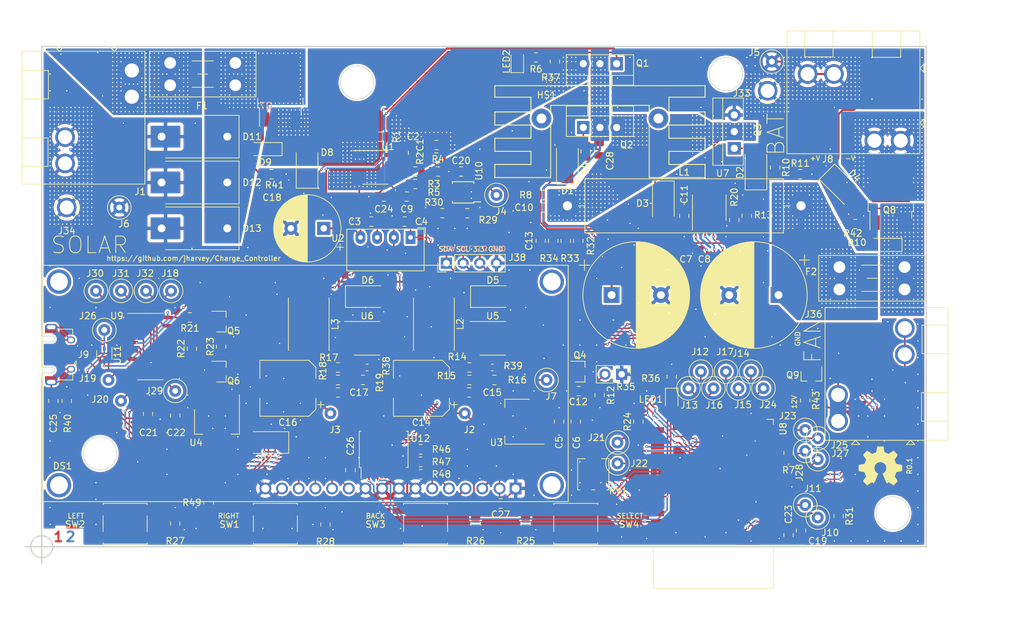
<source format=kicad_pcb>
(kicad_pcb (version 20211014) (generator pcbnew)
  (title_block (title "Charge Controller") (date "2022-08-09") (rev "R0.1") (company "Repo https://github.com/jharvey/Charge_Controller") (comment 1 "Based on https://github.com/AngeloCasi/FUGU-ARDUINO-MPPT-FIRMWARE"))
  (layers (0 "F.Cu" signal) (31 "B.Cu" signal) (34 "B.Paste" user) (35 "F.Paste" user) (36 "B.SilkS" user "B.Silkscreen") (37 "F.SilkS" user "F.Silkscreen") (38 "B.Mask" user) (39 "F.Mask" user) (44 "Edge.Cuts" user))
  (net 0 "")
  (net 1 "GND")
  (net 2 "/A3")
  (net 3 "Net-(C2-Pad2)")
  (net 4 "Net-(C3-Pad1)")
  (net 5 "Net-(C4-Pad2)")
  (net 6 "/12V")
  (net 7 "/5.0V")
  (net 8 "/A2")
  (net 9 "Net-(C10-Pad1)")
  (net 10 "Net-(C12-Pad2)")
  (net 11 "/A1")
  (net 12 "Net-(C15-Pad2)")
  (net 13 "/3.3V")
  (net 14 "Net-(C17-Pad2)")
  (net 15 "/EN")
  (net 16 "+3.3VA")
  (net 17 "/USBV")
  (net 18 "Net-(C22-Pad1)")
  (net 19 "Net-(C25-Pad1)")
  (net 20 "Net-(D1-Pad2)")
  (net 21 "Net-(D1-Pad1)")
  (net 22 "Net-(D2-Pad2)")
  (net 23 "Net-(D2-Pad1)")
  (net 24 "Net-(D5-Pad1)")
  (net 25 "Net-(D6-Pad1)")
  (net 26 "Net-(D9-Pad2)")
  (net 27 "Net-(D10-Pad2)")
  (net 28 "/A0")
  (net 29 "Net-(J9-Pad2)")
  (net 30 "Net-(J9-Pad3)")
  (net 31 "/USBID")
  (net 32 "Net-(J10-Pad1)")
  (net 33 "Net-(J11-Pad1)")
  (net 34 "Net-(J12-Pad1)")
  (net 35 "Net-(J13-Pad1)")
  (net 36 "Net-(J14-Pad1)")
  (net 37 "Net-(J15-Pad1)")
  (net 38 "Net-(J16-Pad1)")
  (net 39 "Net-(J17-Pad1)")
  (net 40 "Net-(J18-Pad1)")
  (net 41 "Net-(J19-Pad1)")
  (net 42 "Net-(J20-Pad1)")
  (net 43 "Net-(J21-Pad1)")
  (net 44 "Net-(J22-Pad1)")
  (net 45 "Net-(J23-Pad1)")
  (net 46 "Net-(J24-Pad1)")
  (net 47 "Net-(J25-Pad1)")
  (net 48 "Net-(J27-Pad1)")
  (net 49 "Net-(J28-Pad1)")
  (net 50 "Net-(J29-Pad1)")
  (net 51 "Net-(J30-Pad1)")
  (net 52 "Net-(J31-Pad1)")
  (net 53 "Net-(J32-Pad1)")
  (net 54 "Net-(LED1-Pad1)")
  (net 55 "Net-(LED2-Pad2)")
  (net 56 "/GPIO27")
  (net 57 "Net-(Q5-Pad2)")
  (net 58 "Net-(Q5-Pad1)")
  (net 59 "/GPIO0")
  (net 60 "Net-(Q6-Pad2)")
  (net 61 "Net-(Q6-Pad1)")
  (net 62 "Net-(R3-Pad2)")
  (net 63 "Net-(R3-Pad1)")
  (net 64 "/GPIO33")
  (net 65 "/GPIO32")
  (net 66 "/SCL")
  (net 67 "/SDA")
  (net 68 "/GPIO34")
  (net 69 "Net-(R38-Pad2)")
  (net 70 "Net-(R39-Pad2)")
  (net 71 "/TX")
  (net 72 "/RX")
  (net 73 "/LED1")
  (net 74 "/FAN-CR")
  (net 75 "/PB-SEL")
  (net 76 "/PB_BCK")
  (net 77 "/PB_LFT")
  (net 78 "/PB-RHT")
  (net 79 "/S+Fused2")
  (net 80 "/S+Fused")
  (net 81 "/B+Fused")
  (net 82 "/BuckFB")
  (net 83 "/S+B+1A")
  (net 84 "/B+Polarity")
  (net 85 "/S+Polarity")
  (net 86 "/S+")
  (net 87 "/B+")
  (net 88 "/S+Fused3")
  (net 90 "Net-(J36-Pad2)")
  (net 91 "Net-(DS1-Pad3)")
  (net 92 "/RW")
  (net 93 "/RS")
  (net 94 "/E")
  (net 95 "Net-(DS1-Pad11)")
  (net 96 "Net-(DS1-Pad12)")
  (net 97 "Net-(DS1-Pad13)")
  (net 98 "Net-(DS1-Pad14)")
  (net 99 "Net-(DS1-Pad15)")
  (net 100 "Net-(R46-Pad2)")
  (net 101 "Net-(R47-Pad2)")
  (net 102 "Net-(R48-Pad2)")
  (footprint "Resistor_SMD:R_0805_2012Metric" (layer "F.Cu") (at 83.341 86.265 180)
    (fp_text reference "R19")
    (fp_text value "1k")
  )
  (footprint "Package_TO_SOT_SMD:TO-252-2" (layer "F.Cu") (at 163.6835 59.195 90)
    (fp_text reference "Q8")
    (fp_text value "PMOS-100V-78A")
  )
  (footprint "Package_SO:SOIC-8_3.9x4.9mm_P1.27mm" (layer "F.Cu") (at 85.246 53.88 -90)
    (fp_text reference "U1")
    (fp_text value "Hall Amp Sense")
  )
  (footprint "Package_SO:TSSOP-10_3x3mm_P0.5mm" (layer "F.Cu") (at 98.581 57.69 90)
    (fp_text reference "U10")
    (fp_text value "ADS1015")
  )
  (footprint "Resistor_SMD:R_0805_2012Metric" (layer "F.Cu") (at 148.111 97.3625 -90)
    (fp_text reference "R7")
    (fp_text value "10k")
  )
  (footprint "Resistor_SMD:R_0805_2012Metric" (layer "F.Cu") (at 79.531 84.36)
    (fp_text reference "R17")
    (fp_text value "15k")
  )
  (footprint "Diode_SMD:D_SMC-RM10_Universal_Handsoldering" (layer "F.Cu") (at 57.687 49.2 180)
    (fp_text reference "D11")
    (fp_text value "90V-34A")
  )
  (footprint "Diode_SMD:D_SMC-RM10_Universal_Handsoldering" (layer "F.Cu") (at 57.687 63.17 180)
    (fp_text reference "D13")
    (fp_text value "120V-26A")
  )
  (footprint "Diode_SMD:D_SMA" (layer "F.Cu") (at 84.071 73.565)
    (fp_text reference "D6")
    (fp_text value "SS310")
  )
  (footprint "Resistor_SMD:R_0805_2012Metric" (layer "F.Cu") (at 110.9785 58.09)
    (fp_text reference "R8")
    (fp_text value "100k")
  )
  (footprint "TestPoint:TestPoint_Loop_D3.50mm_Drill0.9mm_Beaded" (layer "F.Cu") (at 140.491 87.535)
    (fp_text reference "J15")
    (fp_text value "Conn_01x01_Female")
  )
  (footprint "Capacitor_SMD:C_0805_2012Metric" (layer "F.Cu") (at 110.9785 59.995)
    (fp_text reference "C10")
    (fp_text value "10uf")
  )
  (footprint "TestPoint:TestPoint_Loop_D3.50mm_Drill0.9mm_Beaded" (layer "F.Cu") (at 138.586 84.995)
    (fp_text reference "J17")
    (fp_text value "Conn_01x01_Female")
  )
  (footprint "Resistor_SMD:R_0805_2012Metric" (layer "F.Cu") (at 103.3585 86.265 180)
    (fp_text reference "R16")
    (fp_text value "1k")
  )
  (footprint "TestPoint:TestPoint_Loop_D3.50mm_Drill0.9mm_Beaded" (layer "F.Cu") (at 111.281 86.265)
    (fp_text reference "J7")
    (fp_text value "Conn_01x01_Female")
  )
  (footprint "TestPoint:TestPoint_Loop_D3.50mm_Drill0.9mm_Beaded" (layer "F.Cu") (at 38.256 59.995)
    (fp_text reference "J34")
    (fp_text value "Conn_01x01_Female")
  )
  (footprint "Package_SO:STC_SOP-16_3.9x9.9mm_P1.27mm" (layer "F.Cu") (at 50.956 81.185 -90)
    (fp_text reference "U9")
    (fp_text value "CH340C")
  )
  (footprint "TestPoint:TestPoint_Loop_D3.50mm_Drill0.9mm_Beaded" (layer "F.Cu") (at 46.511 89.44 -90)
    (fp_text reference "J20")
    (fp_text value "Conn_01x01_Female")
  )
  (footprint "Capacitor_SMD:C_0805_2012Metric" (layer "F.Cu") (at 86.516 58.325 180)
    (fp_text reference "C24")
    (fp_text value "4.7uf")
  )
  (footprint "Capacitor_SMD:C_0805_2012Metric" (layer "F.Cu") (at 113.186 92.615 -90)
    (fp_text reference "C5")
    (fp_text value "4.7uf")
  )
  (footprint "Capacitor_SMD:CP_Elec_8x10" (layer "F.Cu") (at 71.911 87.535 180)
    (fp_text reference "C16")
    (fp_text value "100uf")
  )
  (footprint "Capacitor_SMD:C_0805_2012Metric" (layer "F.Cu") (at 94.517 50.47)
    (fp_text reference "C1")
    (fp_text value "100nf")
  )
  (footprint "TestPoint:TestPoint_Loop_D3.50mm_Drill0.9mm_Beaded" (layer "F.Cu") (at 46.257 59.995)
    (fp_text reference "J6")
    (fp_text value "Conn_01x01_Female")
  )
  (footprint "TestPoint:TestPoint_Loop_D3.50mm_Drill0.9mm_Beaded" (layer "F.Cu") (at 152.556 107.22)
    (fp_text reference "J10")
    (fp_text value "Conn_01x01_Female")
  )
  (footprint "Resistor_SMD:R_0805_2012Metric" (layer "F.Cu") (at 99.216 60.865 180)
    (fp_text reference "R29")
    (fp_text value "10k")
  )
  (footprint "Diode_SMD:D_SMA" (layer "F.Cu") (at 103.121 73.565)
    (fp_text reference "D5")
    (fp_text value "SS310")
  )
  (footprint "Fuse:Fuseholder_Blade_Mini_Keystone_3568" (layer "F.Cu") (at 53.997 37.975)
    (fp_text reference "F1")
    (fp_text value "35A")
  )
  (footprint "TestPoint:TestPoint_Loop_D3.50mm_Drill0.9mm_Beaded" (layer "F.Cu") (at 54.131 72.695 -90)
    (fp_text reference "J18")
    (fp_text value "Conn_01x01_Female")
  )
  (footprint "Resistor_SMD:R_0805_2012Metric" (layer "F.Cu") (at 92.104 100.635 180)
    (fp_text reference "R48")
    (fp_text value "10k")
  )
  (footprint "Resistor_SMD:R_0805_2012Metric" (layer "F.Cu") (at 112.297 65.075 90)
    (fp_text reference "R34")
    (fp_text value "1k")
  )
  (footprint "Capacitor_SMD:C_0805_2012Metric" (layer "F.Cu") (at 90.0235 58.325 180)
    (fp_text reference "C9")
    (fp_text value "2.2uf")
  )
  (footprint "Capacitor_SMD:C_0805_2012Metric" (layer "F.Cu") (at 89.691 62.135)
    (fp_text reference "C4")
    (fp_text value "100nf")
  )
  (footprint "Diode_SMD:D_SMC-RM10_Universal_Handsoldering" (layer "F.Cu") (at 57.687 56.185 180)
    (fp_text reference "D12")
    (fp_text value "120V-26A")
  )
  (footprint "Inductor_THT:L_Axial_L30.0mm_D8.0mm_P35.56mm_Horizontal_Fastron_77A" (layer "F.Cu") (at 114.456 59.741)
    (fp_text reference "L1")
    (fp_text value "64uH")
  )
  (footprint "TestPoint:TestPoint_Loop_D3.50mm_Drill0.9mm_Beaded" (layer "F.Cu") (at 150.651 93.885)
    (fp_text reference "J23")
    (fp_text value "Conn_01x01_Female")
  )
  (footprint "Resistor_SMD:R_0805_2012Metric" (layer "F.Cu") (at 77.626 108.255 90)
    (fp_text reference "R28")
    (fp_text value "10k")
  )
  (footprint "Package_TO_SOT_SMD:TO-252-2" (layer "F.Cu") (at 70.768 43.485 90)
    (fp_text reference "Q7")
    (fp_text value "PMOS-100V-78A")
  )
  (footprint "Button_Switch_SMD:SW_SPST_EVQQ2" (layer "F.Cu") (at 115.726 108.16)
    (fp_text reference "SW4")
    (fp_text value "SELECT")
  )
  (footprint "Package_TO_SOT_SMD:SOT-223-3_TabPin2" (layer "F.Cu") (at 106.836 92.615)
    (fp_text reference "U3")
    (fp_text value "AMS1117-5.0")
  )
  (footprint "Diode_SMD:D_MiniMELF" (layer "F.Cu") (at 162.8385 65.691 180)
    (fp_text reference "D10")
    (fp_text value "D_Zener_Small")
  )
  (footprint "Resistor_SMD:R_0805_2012Metric" (layer "F.Cu") (at 91.2935 56.42)
    (fp_text reference "R5")
    (fp_text value "1k")
  )
  (footprint "Inductor_SMD:L_Taiyo-Yuden_NR-60xx_HandSoldering" (layer "F.Cu") (at 94.136 77.775 -90)
    (fp_text reference "L2")
    (fp_text value "100uH")
  )
  (footprint "Resistor_SMD:R_0805_2012Metric" (layer "F.Cu") (at 150.651 89.3805 -90)
    (fp_text reference "R43")
    (fp_text value "10k")
  )
  (footprint "TestPoint:TestPoint_Loop_D3.50mm_Drill0.9mm_Beaded" (layer "F.Cu") (at 43.971 78.645 -90)
    (fp_text reference "J26")
    (fp_text value "Conn_01x01_Female")
  )
  (footprint "Resistor_SMD:R_0805_2012Metric" (layer "F.Cu") (at 155.731 106.985 -90)
    (fp_text reference "R31")
    (fp_text value "10k")
  )
  (footprint "Button_Switch_SMD:SW_SPST_EVQQ2" (layer "F.Cu") (at 92.866 108.16)
    (fp_text reference "SW3")
    (fp_text value "BACK")
  )
  (footprint "Package_TO_SOT_SMD:SOT-363_SC-70-6" (layer "F.Cu") (at 43.971 82.455 90)
    (fp_text reference "U11")
    (fp_text value "NUP4202")
  )
  (footprint "Resistor_SMD:R_0805_2012Metric" (layer "F.Cu") (at 130.331 85.776 -90)
    (fp_text reference "R36")
    (fp_text value "10k")
  )
  (footprint "Capacitor_SMD:C_0805_2012Metric" (layer "F.Cu") (at 54.766 91.6775 90)
    (fp_text reference "C22")
    (fp_text value "4.7uf")
  )
  (footprint "Resistor_SMD:R_0805_2012Metric" (layer "F.Cu") (at 100.486 108.16 90)
    (fp_text reference "R26")
    (fp_text value "10k")
  )
  (footprint "TestPoint:TestPoint_Loop_D3.50mm_Drill0.9mm_Beaded" (layer "F.Cu") (at 46.511 72.695 -90)
    (fp_text reference "J31")
    (fp_text value "Conn_01x01_Female")
  )
  (footprint "Resistor_SMD:R_0805_2012Metric" (layer "F.Cu") (at 114.202 65.075 -90)
    (fp_text reference "R33")
    (fp_text value "47k")
  )
  (footprint "TestPoint:TestPoint_Loop_D3.50mm_Drill0.9mm_Beaded" (layer "F.Cu") (at 132.871 87.535)
    (fp_text reference "J13")
    (fp_text value "Conn_01x01_Female")
  )
  (footprint "Capacitor_SMD:C_0805_2012Metric" (layer "F.Cu") (at 84.611 62.135)
    (fp_text reference "C3")
    (fp_text value "100nf")
  )
  (footprint "TestPoint:TestPoint_Loop_D3.50mm_Drill0.9mm_Beaded" (layer "F.Cu") (at 150.651 105.315)
    (fp_text reference "J11")
    (fp_text value "Conn_01x01_Female")
  )
  (footprint "Resistor_SMD:R_0805_2012Metric" (layer "F.Cu") (at 125.251 92.615 90)
    (fp_text reference "R24")
    (fp_text value "10k")
  )
  (footprint "Phoenix_10.16_terminal_1709681:Phoenix_10.16_terminal_1709681" (layer "F.Cu") (at 48.162 39.1185 -90)
    (fp_text reference "J1")
    (fp_text value "SOLAR")
  )
  (footprint "TestPoint:TestPoint_Loop_D3.50mm_Drill0.9mm_Beaded" (layer "F.Cu") (at 152.556 98.33)
    (fp_text reference "J27")
    (fp_text value "Conn_01x01_Female")
  )
  (footprint "Capacitor_SMD:C_0805_2012Metric" (layer "F.Cu") (at 119.282 51.105 90)
    (fp_text reference "C28")
    (fp_text value "100nf")
  )
  (footprint "Capacitor_SMD:C_0805_2012Metric" (layer "F.Cu") (at 81.436 100 90)
    (fp_text reference "C26")
    (fp_text value "100nf")
  )
  (footprint "Resistor_SMD:R_0805_2012Metric" (layer "F.Cu") (at 59.846 104.953 90)
    (fp_text reference "R49")
    (fp_text value "330")
  )
  (footprint "TestPoint:TestPoint_Loop_D3.50mm_Drill0.9mm_Beaded" (layer "F.Cu") (at 54.766 87.935 -90)
    (fp_text reference "J29")
    (fp_text value "Conn_01x01_Female")
  )
  (footprint "Button_Switch_SMD:SW_SPST_EVQQ2" (layer "F.Cu") (at 47.146 108.16)
    (fp_text reference "SW2")
    (fp_text value "LEFT")
  )
  (footprint "Package_TO_SOT_SMD:SOT-23" (layer "F.Cu") (at 116.361 84.995 180)
    (fp_text reference "Q4")
    (fp_text value "Si2306")
  )
  (footprint "TestPoint:TestPoint_Loop_D3.50mm_Drill0.9mm_Beaded" (layer "F.Cu") (at 103.661 58.09)
    (fp_text reference "J4")
    (fp_text value "Conn_01x01_Female")
  )
  (footprint "Capacitor_SMD:C_0805_2012Metric" (layer "F.Cu") (at 116.186 87.96)
    (fp_text reference "C12")
    (fp_text value "100nf")
  )
  (footprint "Capacitor_THT:CP_Radial_D10.0mm_P5.00mm" (layer "F.Cu") (at 77.372 63.17 180)
    (fp_text reference "C18")
    (fp_text value "4.7uf")
  )
  (footprint "TestPoint:TestPoint_Loop_D3.50mm_Drill0.9mm_Beaded" (layer "F.Cu") (at 78.388 91.345)
    (fp_text reference "J3")
    (fp_text value "Conn_01x01_Female")
  )
  (footprint "TestPoint:TestPoint_Loop_D3.50mm_Drill0.9mm_Beaded" (layer "F.Cu") (at 152.556 95.155)
    (fp_text reference "J25")
    (fp_text value "Conn_01x01_Female")
  )
  (footprint "TestPoint:TestPoint_Loop_D3.50mm_Drill0.9mm_Beaded" (layer "F.Cu") (at 44.606 86.265 -90)
    (fp_text reference "J19")
    (fp_text value "Conn_01x01_Female")
  )
  (footprint "Package_TO_SOT_SMD:SOT-23" (layer "F.Cu") (at 61.751 77.375 180)
    (fp_text reference "Q5")
    (fp_text value "2N3904")
  )
  (footprint "Inductor_SMD:L_Taiyo-Yuden_NR-60xx_HandSoldering" (layer "F.Cu") (at 75.086 77.775 -90)
    (fp_text reference "L3")
    (fp_text value "100uH")
  )
  (footprint "Resistor_SMD:R_0805_2012Metric" (layer "F.Cu") (at 149.889 54.915)
    (fp_text reference "R11")
    (fp_text value "100k")
  )
  (footprint "Resistor_SMD:R_0805_2012Metric" (layer "F.Cu") (at 99.5485 86.265)
    (fp_text reference "R15")
    (fp_text value "15k")
  )
  (footprint "Resistor_SMD:R_0805_2012Metric" (layer "F.Cu") (at 146.079 53.899 90)
    (fp_text reference "R10")
    (fp_text value "100")
  )
  (footprint "Resistor_SMD:R_0805_2012Metric" (layer "F.Cu") (at 92.104 98.73 180)
    (fp_text reference "R47")
    (fp_text value "10k")
  )
  (footprint "TestPoint:TestPoint_Loop_D3.50mm_Drill0.9mm_Beaded" (layer "F.Cu") (at 144.936 42.215)
    (fp_text reference "J33")
    (fp_text value "Conn_01x01_Female")
  )
  (footprint "Package_SO:SSOP-20_5.3x7.2mm_P0.65mm" (layer "F.Cu") (at 86.4906 96.825)
    (fp_text reference "U12")
    (fp_text value "PCF8574")
  )
  (footprint "Resistor_SMD:R_0805_2012Metric" (layer "F.Cu") (at 158.271 62.516 180)
    (fp_text reference "R42")
    (fp_text value "1k")
  )
  (footprint "Package_TO_SOT_SMD:SOT-223-3_TabPin2" (layer "F.Cu") (at 61.116 92.615 90)
    (fp_text reference "U4")
    (fp_text value "AMS1117-3.3")
  )
  (footprint "Resistor_SMD:R_0805_2012Metric" (layer "F.Cu") (at 141.761 61.265 90)
    (fp_text reference "R13")
    (fp_text value "10k")
  )
  (footprint "Package_TO_SOT_SMD:SOT-23" (layer "F.Cu") (at 151.5885 85.665 90)
    (fp_text reference "Q9")
    (fp_text value "Si2306")
  )
  (footprint "Package_TO_SOT_SMD:SOT-23" (layer "F.Cu") (at 61.751 84.995 180)
    (fp_text reference "Q6")
    (fp_text value "2N3904")
  )
  (footprint "Converter_DCDC:Converter_DCDC_muRata_CRE1xxxxxxSC_THT" (layer "F.Cu") (at 90.58 64.548 -90)
    (fp_text reference "U2")
    (fp_text value "B1212")
  )
  (footprint "Diode_SMD:D_SMA" (layer "F.Cu") (at 68.641 95.79 180)
    (fp_text reference "D7")
    (fp_text value "SS310")
  )
  (footprint "TestPoint:TestPoint_Loop_D3.50mm_Drill0.9mm_Beaded" (layer "F.Cu") (at 144.301 87.535)
    (fp_text reference "J24")
    (fp_text value "Conn_01x01_Female")
  )
  (footprint "Resistor_SMD:R_0805_2012Metric" (layer "F.Cu") (at 139.856 61.9 90)
    (fp_text reference "R20")
    (fp_text value "10k")
  )
  (footprint "Resistor_SMD:R_0805_2012Metric" (layer "F.Cu") (at 85.9595 49.2)
    (fp_text reference "R1")
    (fp_text value "200k")
  )
  (footprint "LCD:LCD_LCM-S01602DTR_A" (layer "F.Cu") (at 74.028 86.492 180)
    (fp_text reference "DS1")
    (fp_text value "LCD")
  )
  (footprint "Capacitor_SMD:C_0805_2012Metric" (layer "F.Cu") (at 104.296 105.08 180)
    (fp_text reference "C27")
    (fp_text value "100nf")
  )
  (footprint "Resistor_SMD:R_0805_2012Metric" (layer "F.Cu") (at 109.6785 37.135)
    (fp_text reference "R6")
    (fp_text value "10k")
  )
  (footprint "TestPoint:TestPoint_Loop_D3.50mm_Drill0.9mm_Beaded" (layer "F.Cu") (at 50.321 72.695 -90)
    (fp_text reference "J32")
    (fp_text value "Conn_01x01_Female")
  )
  (footprint "Capacitor_SMD:C_0805_2012Metric" (layer "F.Cu") (at 90.961 51.6725 -90)
    (fp_text reference "C2")
    (fp_text value "2.2uf")
  )
  (footprint "Resistor_SMD:R_0805_2012Metric" (layer "F.Cu") (at 92.104 96.825 180)
    (fp_text reference "R46")
    (fp_text value "10k")
  )
  (footprint "TestPoint:TestPoint_Loop_D3.50mm_Drill0.9mm_Beaded" (layer "F.Cu") (at 122.076 95.79)
    (fp_text reference "J21")
    (fp_text value "Conn_01x01_Female")
  )
  (footprint "TestPoint:TestPoint_Loop_D3.50mm_Drill0.9mm_Beaded" (layer "F.Cu") (at 42.701 72.695 -90)
    (fp_text reference "J30")
    (fp_text value "Conn_01x01_Female")
  )
  (footprint "Resistor_SMD:R_0805_2012Metric" (layer "F.Cu") (at 69.4195 54.915)
    (fp_text reference "R41")
    (fp_text value "1k")
  )
  (footprint "Capacitor_SMD:C_0805_2012Metric" (layer "F.Cu") (at 36.224 89.459 -90)
    (fp_text reference "C25")
    (fp_text value "100nf")
  )
  (footprint "Package_SO:SOIC-8_3.9x4.9mm_P1.27mm" (layer "F.Cu") (at 103.091 79.915 -90)
    (fp_text reference "U5")
    (fp_text value "XL7005A")
  )
  (footprint "Resistor_SMD:R_0603_1608Metric" (layer "F.Cu") (at 83.976 84.36 180)
    (fp_text reference "R38")
    (fp_text value "0R")
  )
  (footprint "Package_SO:SOIC-8_3.9x4.9mm_P1.27mm" (layer "F.Cu") (at 83.976 79.915 -90)
    (fp_text reference "U6")
    (fp_text value "XL7005A")
  )
  (footprint "Diode_SMD:D_SMA" (layer "F.Cu") (at 143.158 53.899 90)
    (fp_text reference "D2")
    (fp_text value "SS310")
  )
  (footprint "Diode_SMD:D_SMA" (layer "F.Cu") (at 129.061 59.36 -90)
    (fp_text reference "D3")
    (fp_text value "SS310")
  )
  (footprint "Package_SO:SOIC-8_3.9x4.9mm_P1.27mm" (layer "F.Cu") (at 136.046 59.995)
    (fp_text reference "U7")
    (fp_text value "IR2104")
  )
  (footprint "RF_Module:ESP32-WROOM-32" (layer "F.Cu") (at 136.681 102.14 90)
    (fp_text reference "U8")
    (fp_text value "ESP32-WROOM-32")
  )
  (footprint "Connector_USB:USB_Micro-AB_Molex_47590-0001" (layer "F.Cu") (at 37.3446 82.395 -90)
    (fp_text reference "J9")
    (fp_text value "USB_OTG")
    (fp_line (start -1.95 2.8986) (end 1.95 2.8986) (layer "Edge.Cuts") (width 0.1))
    (fp_line (start -2.8 1.3236) (end -2.8 2.8986) (layer "Edge.Cuts") (width 0.1))
    (fp_line (start -3.75 2.8986) (end -2.8 2.8986) (layer "Edge.Cuts") (width 0.1))
    (fp_line (start 1.95 1.3236) (end 1.95 2.8986) (layer "Edge.Cuts") (width 0.1))
    (fp_line (start -1.95 1.3236) (end -1.95 2.8986) (layer "Edge.Cuts") (width 0.1))
    (fp_line (start 2.8 1.3236) (end 2.8 2.8986) (layer "Edge.Cuts") (width 0.1))
    (fp_line (start 2.8 2.8986) (end 3.75 2.8986) (layer "Edge.Cuts") (width 0.1))
    (fp_arc (start -2.8 1.3236) (mid -2.375 0.8986) (end -1.95 1.3236) (layer "Edge.Cuts") (width 0.1))
    (fp_arc (start 1.95 1.3236) (mid 2.375 0.8986) (end 2.8 1.3236) (layer "Edge.Cuts") (width 0.1))
  )
  (footprint "Package_TO_SOT_THT:TO-220-3_Vertical" (layer "F.Cu") (at 139.856 48.438 90)
    (fp_text reference "Q3")
    (fp_text value "CSD19505")
  )
  (footprint "Button_Switch_SMD:SW_SPST_EVQQ2" (layer "F.Cu") (at 70.006 108.16)
    (fp_text reference "SW1")
    (fp_text value "RIGHT")
  )
  (footprint "Resistor_SMD:R_0805_2012Metric" (layer "F.Cu") (at 57.0035 76.74 180)
    (fp_text reference "R21")
    (fp_text value "10k")
  )
  (footprint "TestPoint:TestPoint_Loop_D3.50mm_Drill0.9mm_Beaded" (layer "F.Cu") (at 142.396 84.995)
    (fp_text reference "J14")
    (fp_text value "Conn_01x01_Female")
  )
  (footprint "LED_SMD:LED_0805_2012Metric" (layer "F.Cu") (at 130.331 89.205 -90)
    (fp_text reference "LED1")
    (fp_text value "LED")
  )
  (footprint "Resistor_SMD:R_0805_2012Metric" (layer "F.Cu") (at 117.25 51.4375 90)
    (fp_text reference "R9")
    (fp_text value "100")
  )
  (footprint "TestPoint:TestPoint_Loop_D3.50mm_Drill0.9mm_Beaded" (layer "F.Cu") (at 98.835 91.345)
    (fp_text reference "J2")
    (fp_text value "Conn_01x01_Female")
  )
  (footprint "Diode_SMD:D_SMA" (layer "F.Cu") (at 114.456 53.01 90)
    (fp_text reference "D1")
    (fp_text value "SS310")
  )
  (footprint "Capacitor_SMD:C_0805_2012Metric" (layer "F.Cu") (at 150.016 109.1925 -90)
    (fp_text reference "C19")
    (fp_text value "470nf")
  )
  (footprint "Capacitor_SMD:C_0805_2012Metric" (layer "F.Cu") (at 115.726 92.615 -90)
    (fp_text reference "C6")
    (fp_text value "4.7uf")
  )
  (footprint "Resistor_SMD:R_0805_2012Metric" (layer "F.Cu") (at 95.406 60.865)
    (fp_text reference "R30")
    (fp_text value "10k")
  )
  (footprint "TestPoint:TestPoint_Loop_D3.50mm_Drill0.9mm_Beaded" (layer "F.Cu") (at 145.571 37.77)
    (fp_text reference "J5")
    (fp_text value "Conn_01x01_Female")
  )
  (footprint "Diode_SMD:D_MiniMELF" (layer "F.Cu") (at 68.482 51.105 180)
    (fp_text reference "D9")
    (fp_text value "D_Zener_Small")
  )
  (footprint "Connector_PinHeader_2.54mm:PinHeader_1x02_P2.54mm_Vertical" (layer "F.Cu") (at 122.711 85.395 -90)
    (fp_text reference "R35")
    (fp_text value "10k_-tc")
  )
  (footprint "Phoenix_10.16_terminal_1709681:Phoenix_10.16_terminal_1709681" (layer "F.Cu") (at 155.6525 92.5365 90)
    (fp_text reference "J36")
    (fp_text value "FAN")
  )
  (footprint "Resistor_SMD:R_0805_2012Metric" (layer "F.Cu") (at 119.361 88.595 90)
    (fp_text reference "R12")
    (fp_text value "10k")
  )
  (footprint "Heatsink:Heatsink_Stonecold_HS-132_32x14mm_2xFixation1.5mm" (layer "F.Cu") (at 119.409 46.438)
    (fp_text reference "HS1")
    (fp_text value "Heatsink")
  )
  (footprint "Capacitor_SMD:C_0805_2012Metric" (layer "F.Cu") (at 148.111 109.906 90)
    (fp_text reference "C23")
    (fp_text value "100nf")
  )
  (footprint "Package_TO_SOT_THT:TO-220-3_Vertical" (layer "F.Cu") (at 119.409 47.803)
    (fp_text reference "Q2")
    (fp_text value "CSD19505")
  )
  (footprint "Resistor_SMD:R_0805_2012Metric" (layer "F.Cu") (at 79.531 86.265)
    (fp_text reference "R18")
    (fp_text value "15k")
  )
  (footprint "Package_TO_SOT_THT:TO-220-3_Vertical" (layer "F.Cu") (at 119.409 38.095 180)
    (fp_text reference "Q1")
    (fp_text value "CSD19505")
  )
  (footprint "Connector_PinHeader_2.54mm:PinHeader_1x04_P2.54mm_Vertical" (layer "F.Cu") (at 96.041 68.485 90)
    (fp_text reference "J38")
    (fp_text value "I2C_CON")
  )
  (footprint "Capacitor_THT:CP_Radial_D16.0mm_P7.50mm" (layer "F.Cu") (at 146.587 73.33 180)
    (fp_text reference "C8")
    (fp_text value "470uf")
  )
  (footprint "TestPoint:TestPoint_Loop_D3.50mm_Drill0.9mm_Beaded" (layer "F.Cu") (at 150.651 97.06)
    (fp_text reference "J28")
    (fp_text value "Conn_01x01_Female")
  )
  (footprint "Resistor_SMD:R_0805_2012Metric" (layer "F.Cu") (at 94.771 54.515)
    (fp_text reference "R4")
    (fp_text value "10k")
  )
  (footprint "Capacitor_SMD:C_0805_2012Metric" (layer "F.Cu") (at 50.6235 91.4425 -90)
    (fp_text reference "C21")
    (fp_text value "4.7uf")
  )
  (footprint "Fuse:Fuseholder_Blade_Mini_Keystone_3568" (layer "F.Cu") (at 165.771 72.471 180)
    (fp_text reference "F2")
    (fp_text value "35A")
  )
  (footprint "Resistor_SMD:R_0805_2012Metric" (layer "F.Cu") (at 54.766 108.16 90)
    (fp_text reference "R27")
    (fp_text value "10k")
  )
  (footprint "Capacitor_SMD:CP_Elec_8x10" (layer "F.Cu") (at 92.231 87.535 180)
    (fp_text reference "C14")
    (fp_text value "100uf")
  )
  (footprint "Resistor_SMD:R_0805_2012Metric" (layer "F.Cu") (at 99.5485 84.36)
    (fp_text reference "R14")
    (fp_text value "15k")
  )
  (footprint "Capacitor_SMD:C_0805_2012Metric" (layer "F.Cu") (at 79.531 88.17)
    (fp_text reference "C17")
    (fp_text value "33nf")
  )
  (footprint "TestPoint:TestPoint_Loop_D3.50mm_Drill0.9mm_Beaded" (layer "F.Cu") (at 122.076 98.965)
    (fp_text reference "J22")
    (fp_text value "Conn_01x01_Female")
  )
  (footprint "Resistor_SMD:R_0805_2012Metric" (layer "F.Cu") (at 91.2935 54.515)
    (fp_text reference "R3")
    (fp_text value "3.3k")
  )
  (footprint "Capacitor_SMD:C_0805_2012Metric" (layer "F.Cu") (at 99.5185 88.17)
    (fp_text reference "C15")
    (fp_text value "33nf")
  )
  (footprint "TestPoint:TestPoint_Loop_D3.50mm_Drill0.9mm_Beaded" (layer "F.Cu") (at 134.776 84.995)
    (fp_text reference "J12")
    (fp_text value "Conn_01x01_Female")
  )
  (footprint "LED_SMD:LED_0805_2012Metric" (layer "F.Cu") (at 106.836 37.77 90)
    (fp_text reference "LED2")
    (fp_text value "LED")
  )
  (footprint "Resistor_SMD:R_0805_2012Metric" (layer "F.Cu") (at 61.751 81.185 90)
    (fp_text reference "R23")
    (fp_text value "10k")
  )
  (footprint "Diode_SMD:D_SMA" (layer "F.Cu") (at 74.832 53.645 90)
    (fp_text reference "D8")
    (fp_text value "1N4007")
  )
  (footprint "Capacitor_SMD:C_0805_2012Metric" (layer "F.Cu") (at 110.392 65.075 90)
    (fp_text reference "C13")
    (fp_text value "100nf")
  )
  (footprint "Resistor_SMD:R_0603_1608Metric" (layer "F.Cu") (at 103.026 84.36 180)
    (fp_text reference "R39")
    (fp_text value "0R")
  )
  (footprint "Diode_SMD:D_SMA" (layer "F.Cu") (at 156.366 56.947 -45)
    (fp_text reference "D4")
    (fp_text value "1N4007")
  )
  (footprint "Potentiometer_SMD:Potentiometer_Bourns_3314G_Vertical" (layer "F.Cu") (at 118.393 100.635)
    (fp_text reference "RV1")
    (fp_text value "10k")
  )
  (footprint "Resistor_SMD:R_0805_2012Metric" (layer "F.Cu") (at 94.517 52.375)
    (fp_text reference "R2")
    (fp_text value "5.1k")
  )
  (footprint "Resistor_SMD:R_0805_2012Metric" (layer "F.Cu") (at 57.306 81.4875 90)
    (fp_text reference "R22")
    (fp_text value "10k")
  )
  (footprint "Resistor_SMD:R_0805_2012Metric" (layer "F.Cu") (at 112.551 37.77 90)
    (fp_text reference "R37")
    (fp_text value "10k")
  )
  (footprint "Resistor_SMD:R_0805_2012Metric" (layer "F.Cu") (at 116.107 65.075 -90)
    (fp_text reference "R32")
    (fp_text value "47k")
  )
  (footprint "Phoenix_10.16_terminal_1709681:Phoenix_10.16_terminal_1709681" (layer "F.Cu") (at 165.1775 49.816 180)
    (fp_text reference "J8")
    (fp_text value "BATT")
  )
  (footprint "Resistor_SMD:R_0805_2012Metric" (layer "F.Cu") (at 108.106 108.16 90)
    (fp_text reference "R25")
    (fp_text value "10k")
  )
  (footprint "Resistor_SMD:R_0805_2012Metric" (layer "F.Cu") (at 38.256 89.459 -90)
    (fp_text reference "R40")
    (fp_text value "100k")
  )
  (footprint "Symbol:OSHW-Symbol_6.7x6mm_SilkScreen" (layer "F.Cu") (at 162.081 99.365)
    (fp_text reference "LOGO1" hide)
    (fp_text value "Logo_Open_Hardware_Small" hide)
  )
  (footprint "TestPoint:TestPoint_Loop_D3.50mm_Drill0.9mm_Beaded" (layer "F.Cu") (at 136.681 87.535)
    (fp_text reference "J16")
    (fp_text value "Conn_01x01_Female")
  )
  (footprint "Capacitor_SMD:C_0805_2012Metric" (layer "F.Cu") (at 98.2785 54.515)
    (fp_text reference "C20")
    (fp_text value "100nf")
  )
  (footprint "Capacitor_SMD:C_0805_2012Metric" (layer "F.Cu") (at 132.236 61.265 -90)
    (fp_text reference "C11")
    (fp_text value "100nf")
  )
  (footprint "Capacitor_THT:CP_Radial_D16.0mm_P7.50mm" (layer "F.Cu") (at 121.187 73.33)
    (fp_text reference "C7")
    (fp_text value "470uf")
  )
  (gr_circle (center 43.336 97.46) (end 45.876 97.46) (layer "Edge.Cuts") (width 0.1) (fill none))
  (gr_circle (center 138.586 39.675) (end 141.126 39.675) (layer "Edge.Cuts") (width 0.1) (fill none))
  (gr_line (start 169.066 35.465) (end 169.066 111.665) (layer "Edge.Cuts") (width 0.2))
  (gr_line (start 34.446 35.465) (end 169.066 35.465) (layer "Edge.Cuts") (width 0.2))
  (gr_circle (center 82.452 40.945) (end 84.992 40.945) (layer "Edge.Cuts") (width 0.1) (fill none))
  (gr_line (start 34.446 111.665) (end 34.446 86.145) (layer "Edge.Cuts") (width 0.2))
  (gr_line (start 34.446 78.645) (end 34.446 35.465) (layer "Edge.Cuts") (width 0.2))
  (gr_circle (center 163.986 106.585) (end 166.526 106.585) (layer "Edge.Cuts") (width 0.1) (fill none))
  (gr_line (start 169.066 111.665) (end 34.446 111.665) (layer "Edge.Cuts") (width 0.2))
  (gr_text "1" (at 36.986 110.16) (layer "F.Cu") (effects (font (size 1.5 1.5) (thickness 0.3))))
  (gr_text " 2" (at 38.256 110.16) (layer "B.Cu") (effects (font (size 1.5 1.5) (thickness 0.3))))
  (gr_text "SDA SCL 3.3 GND" (at 95.24268 66.200253 180) (layer "B.SilkS") (effects (font (size 0.7366 0.7366) (thickness 0.13)) (justify left mirror)))
  (gr_text "LEFT" (at 39.653 106.985) (layer "F.SilkS") (effects (font (size 0.75 0.75) (thickness 0.13))))
  (gr_text "FAN" (at 151.794 83.871 90) (layer "F.SilkS") (effects (font (size 2.54 2.54) (thickness 0.13)) (justify left)))
  (gr_text "+V" (at 151.286 52.502) (layer "F.SilkS") (effects (font (size 0.7366 0.7366) (thickness 0.13)) (justify left)))
  (gr_text "GND" (at 149.508 81.204 90) (layer "F.SilkS") (effects (font (size 0.7366 0.7366) (thickness 0.13)) (justify left)))
  (gr_text "SDA SCL 3.3 GND" (at 94.771 66.345) (layer "F.SilkS") (effects (font (size 0.7366 0.7366) (thickness 0.13)) (justify left)))
  (gr_text "-V" (at 156.62 52.502) (layer "F.SilkS") (effects (font (size 0.7366 0.7366) (thickness 0.13)) (justify left)))
  (gr_text "12V" (at 149 90.729 90) (layer "F.SilkS") (effects (font (size 0.7366 0.7366) (thickness 0.13)) (justify left)))
  (gr_text "SOLAR" (at 35.716 65.71) (layer "F.SilkS") (effects (font (size 2.54 2.54) (thickness 0.13)) (justify left)))
  (gr_text "BAT" (at 146.206 52.248 90) (layer "F.SilkS") (effects (font (size 2.54 2.54) (thickness 0.13)) (justify left)))
  (gr_text "R0.1" (at 166.526 99.365 90) (layer "F.SilkS") (effects (font (size 0.75 0.75) (thickness 0.13))))
  (gr_text "RIGHT" (at 62.894 106.985) (layer "F.SilkS") (effects (font (size 0.75 0.75) (thickness 0.13))))
  (gr_text "SELECT" (at 123.981 106.985) (layer "F.SilkS") (effects (font (size 0.75 0.75) (thickness 0.13))))
  (gr_text "https://github.com/jharvey/Charge_Controller" (at 57.56 67.742) (layer "F.SilkS") (effects (font (size 0.75 0.75) (thickness 0.13))))
  (gr_text "BACK" (at 85.246 106.985) (layer "F.SilkS") (effects (font (size 0.75 0.75) (thickness 0.13))))
  (target plus (at 34.446 111.665) (size 5) (width 0.2) (layer "Edge.Cuts"))
  (segment (start 38.571 81.095) (end 39.889 81.095) (width 0.2286) (layer "F.Cu") (net 1))
  (segment (start 56.1335 109.0975) (end 56.163 109.068) (width 0.2286) (layer "F.Cu") (net 1))
  (segment (start 141.761 62.916) (end 141.634 63.043) (width 0.2286) (layer "F.Cu") (net 1))
  (segment (start 82.704 101.778) (end 82.325 101.778) (width 0.2286) (layer "F.Cu") (net 1))
  (segment (start 86.451 82.412) (end 85.754 83.109) (width 0.2286) (layer "F.Cu") (net 1))
  (segment (start 118.374 84.995) (end 118.393 85.014) (width 0.2286) (layer "F.Cu") (net 1))
  (segment (start 78.7395 109.0975) (end 78.769 109.068) (width 0.2286) (layer "F.Cu") (net 1))
  (segment (start 84.7635 84.36) (end 84.7635 84.0995) (width 0.2286) (layer "F.Cu") (net 1))
  (segment (start 112.937 94.915) (end 113.186 94.666) (width 0.2286) (layer "F.Cu") (net 1))
  (segment (start 87.721 55.785) (end 87.721 56.755) (width 0.2286) (layer "F.Cu") (net 1))
  (segment (start 105.566 81.82) (end 105.566 80.55) (width 0.2286) (layer "F.Cu") (net 1))
  (segment (start 92.77958 49.783377) (end 93.108957 49.454) (width 0.2286) (layer "F.Cu") (net 1))
  (segment (start 82.325 101.778) (end 81.497 100.95) (width 0.2286) (layer "F.Cu") (net 1))
  (segment (start 86.451 78.01) (end 86.451 76.694) (width 0.2286) (layer "F.Cu") (net 1))
  (segment (start 105.566 78.01) (end 105.566 75.87) (width 0.2286) (layer "F.Cu") (net 1))
  (segment (start 86.451 81.82) (end 86.451 82.412) (width 0.2286) (layer "F.Cu") (net 1))
  (segment (start 119.155 51.105) (end 118.393 51.105) (width 0.2286) (layer "F.Cu") (net 1))
  (segment (start 110.392 64.1375) (end 109.2005 64.1375) (width 0.2286) (layer "F.Cu") (net 1))
  (segment (start 36.3995 90.3965) (end 37.24 91.237) (width 0.2286) (layer "F.Cu") (net 1))
  (segment (start 93.108957 49.454) (end 94.644 49.454) (width 0.2286) (layer "F.Cu") (net 1))
  (segment (start 149.381 37.77) (end 149.381 38.0195) (width 0.3048) (layer "F.Cu") (net 1))
  (segment (start 87.721 56.755) (end 88.294 57.328) (width 0.2286) (layer "F.Cu") (net 1))
  (segment (start 87.4535 58.1685) (end 88.294 57.328) (width 0.2286) (layer "F.Cu") (net 1))
  (segment (start 99.936055 57.69) (end 99.838317 57.592262) (width 0.2286) (layer "F.Cu") (net 1))
  (segment (start 115.345 94.666) (end 113.186 94.666) (width 0.2286) (layer "F.Cu") (net 1))
  (segment (start 84.2785 86.265) (end 84.2785 84.845) (width 0.2286) (layer "F.Cu") (net 1))
  (segment (start 157.3335 62.516) (end 157.3335 61.0895) (width 0.2286) (layer "F.Cu") (net 1))
  (segment (start 96.441 54.515) (end 96.422 54.534) (width 0.2286) (layer "F.Cu") (net 1))
  (segment (start 151.7066 89.5464) (end 150.935 90.318) (width 0.2286) (layer "F.Cu") (net 1))
  (segment (start 105.566 75.87) (end 105.82 75.616) (width 0.2286) (layer "F.Cu") (net 1))
  (segment (start 52.48 91.872) (end 52.48 92.253) (width 0.2286) (layer "F.Cu") (net 1))
  (segment (start 149.381 37.77) (end 148.746 37.77) (width 0.3048) (layer "F.Cu") (net 1))
  (segment (start 86.451 80.55) (end 86.451 79.28) (width 0.2286) (layer "F.Cu") (net 1))
  (segment (start 95.4545 52.375) (end 95.4545 50.47) (width 0.2286) (layer "F.Cu") (net 1))
  (segment (start 88.981 85.701) (end 88.929 85.649) (width 0.2286) (layer "F.Cu") (net 1))
  (segment (start 146.695 110.395) (end 146.714 110.414) (width 0.2286) (layer "F.Cu") (net 1))
  (segment (start 140.0615 63.043) (end 139.856 62.8375) (width 0.2286) (layer "F.Cu") (net 1))
  (segment (start 81.497 100.95) (end 81.436 100.95) (width 0.2286) (layer "F.Cu") (net 1))
  (segment (start 151.7066 86.7831) (end 151.7066 87.7684) (width 0.2286) (layer "F.Cu") (net 1))
  (segment (start 87.4535 58.325) (end 87.4535 58.1685) (width 0.2286) (layer "F.Cu") (net 1))
  (segment (start 83.718 102.792) (end 82.704 101.778) (width 0.2286) (layer "F.Cu") (net 1))
  (segment (start 115.726 94.285) (end 115.345 94.666) (width 0.2286) (layer "F.Cu") (net 1))
  (segment (start 91.839 50.735) (end 92.77958 49.79442) (width 0.2286) (layer "F.Cu") (net 1))
  (segment (start 86.451 81.82) (end 86.451 80.55) (width 0.2286) (layer "F.Cu") (net 1))
  (segment (start 86.451 76.694) (end 86.071 76.314) (width 0.2286) (layer "F.Cu") (net 1))
  (segment (start 36.224 90.3965) (end 36.3995 90.3965) (width 0.2286) (layer "F.Cu") (net 1))
  (segment (start 95.7085 54.515) (end 96.403 54.515) (width 0.2286) (layer "F.Cu") (net 1))
  (segment (start 151.7066 87.7684) (end 151.7066 89.5464) (width 0.2286) (layer "F.Cu") (net 1))
  (segment (start 97.341 54.515) (end 96.441 54.515) (width 0.2286) (layer "F.Cu") (net 1))
  (segment (start 43.8766 80.8244) (end 42.1916 80.8244) (width 0.2286) (layer "F.Cu") (net 1))
  (segment (start 54.766 109.0975) (end 56.1335 109.0975) (width 0.2286) (layer "F.Cu") (net 1))
  (segment (start 88.981 87.535) (end 88.981 85.701) (width 0.2286) (layer "F.Cu") (net 1))
  (segment (start 43.971 80.9188) (end 43.8766 80.8244) (width 0.2286) (layer "F.Cu") (net 1))
  (segment (start 109.2005 64.1375) (end 109.122 64.059) (width 0.2286) (layer "F.Cu") (net 1))
  (segment (start 38.256 90.3965) (end 38.0805 90.3965) (width 0.2286) (layer "F.Cu") (net 1))
  (segment (start 86.451 79.28) (end 86.451 78.01) (width 0.2286) (layer "F.Cu") (net 1))
  (segment (start 38.0805 90.3965) (end 37.24 91.237) (width 0.2286) (layer "F.Cu") (net 1))
  (segment (start 95.4545 50.2645) (end 95.4545 50.47) (width 0.2286) (layer "F.Cu") (net 1))
  (segment (start 114.354 87.96) (end 114.329 87.935) (width 0.2286) (layer "F.Cu") (net 1))
  (segment (start 147.476 37.77) (end 148.111 37.77) (width 0.3048) (layer "F.Cu") (net 1))
  (segment (start 142.396 92.885) (end 142.396 91.364) (width 0.2286) (layer "F.Cu") (net 1))
  (segment (start 141.761 62.2025) (end 141.761 62.916) (width 0.2286) (layer "F.Cu") (net 1))
  (segment (start 105.121 73.565) (end 105.121 74.917) (width 0.2286) (layer "F.Cu") (net 1))
  (segment (start 126.54 110.395) (end 126.521 110.414) (width 0.2286) (layer "F.Cu") (net 1))
  (segment (start 43.971 81.505) (end 43.971 80.9188) (width 0.2286) (layer "F.Cu") (net 1))
  (segment (start 119.282 51.232) (end 119.155 51.105) (width 0.2286) (layer "F.Cu") (net 1))
  (segment (start 105.566 81.82) (end 105.566 83.744) (width 0.2286) (layer "F.Cu") (net 1))
  (segment (start 148.111 110.8435) (end 149.0785 110.8435) (width 0.2286) (layer "F.Cu") (net 1))
  (segment (start 94.644 49.454) (end 95.4545 50.2645) (width 0.2286) (layer "F.Cu") (net 1))
  (segment (start 149.792 110.13) (end 150.016 110.13) (width 0.2286) (layer "F.Cu") (net 1))
  (segment (start 105.566 78.01) (end 105.566 79.28) (width 0.2286) (layer "F.Cu") (net 1))
  (segment (start 84.2785 84.845) (end 84.7635 84.36) (width 0.2286) (layer "F.Cu") (net 1))
  (segment (start 130.331 85.0925) (end 130.331 83.871) (width 0.2286) (layer "F.Cu") (net 1))
  (segment (start 109.6005 109.0975) (end 109.63 109.068) (width 0.2286) (layer "F.Cu") (net 1))
  (segment (start 145.181 110.395) (end 146.695 110.395) (width 0.2286) (layer "F.Cu") (net 1))
  (segment (start 118.393 51.105) (end 118.139 51.359) (width 0.2286) (layer "F.Cu") (net 1))
  (segment (start 104.912 84.36) (end 104.931 84.379) (width 0.2286) (layer "F.Cu") (net 1))
  (segment (start 96.403 54.515) (end 96.422 54.534) (width 0.2286) (layer "F.Cu") (net 1))
  (segment (start 101.5995 109.0975) (end 101.629 109.068) (width 0.2286) (layer "F.Cu") (net 1))
  (segment (start 105.246 105.08) (end 105.246 104.124) (width 0.2286) (layer "F.Cu") (net 1))
  (segment (start 148.111 37.77) (end 148.746 37.77) (width 0.3048) (layer "F.Cu") (net 1))
  (segment (start 105.121 74.917) (end 105.82 75.616) (width 0.2286) (layer "F.Cu") (net 1))
  (segment (start 53.612 90.74) (end 52.48 91.872) (width 0.2286) (layer "F.Cu") (net 1))
  (segment (start 77.626 109.0975) (end 78.7395 109.0975) (width 0.2286) (layer "F.Cu") (net 1))
  (segment (start 46.911 76.74) (end 46.892 76.759) (width 0.2286) (layer "F.Cu") (net 1))
  (segment (start 100.731 58.69) (end 99.934437 58.69) (width 0.2286) (layer "F.Cu") (net 1))
  (segment (start 148.111 98.3) (end 148.111 99.111) (width 0.2286) (layer "F.Cu") (net 1))
  (segment (start 149.381 38.0195) (end 151.0175 39.656) (width 0.3048) (layer "F.Cu") (net 1))
  (segment (start 100.486 109.0975) (end 101.5995 109.0975) (width 0.2286) (layer "F.Cu") (net 1))
  (segment (start 149.0785 110.8435) (end 149.792 110.13) (width 0.2286) (layer "F.Cu") (net 1))
  (segment (start 100.731 57.69) (end 99.936055 57.69) (width 0.2286) (layer "F.Cu") (net 1))
  (segment (start 105.566 83.744) (end 104.931 84.379) (width 0.2286) (layer "F.Cu") (net 1))
  (segment (start 50.6235 92.38) (end 52.353 92.38) (width 0.2286) (layer "F.Cu") (net 1))
  (segment (start 137.951 62.47) (end 138.394 62.47) (width 0.2286) (layer "F.Cu") (net 1))
  (segment (start 104.931 84.76) (end 104.931 84.379) (width 0.2286) (layer "F.Cu") (net 1))
  (segment (start 89.086 58.12) (end 88.294 57.328) (width 0.2286) (layer "F.Cu") (net 1))
  (segment (start 128.181 110.395) (end 126.54 110.395) (width 0.2286) (layer "F.Cu") (net 1))
  (segment (start 68.661 87.535) (end 68.661 85.701) (width 0.2286) (layer "F.Cu") (net 1))
  (segment (start 39.889 81.095) (end 39.907 81.077) (width 0.2286) (layer "F.Cu") (net 1))
  (segment (start 52.353 92.38) (end 52.48 92.253) (width 0.2286) (layer "F.Cu") (net 1))
  (segment (start 84.7635 84.0995) (end 85.754 83.109) (width 0.2286) (layer "F.Cu") (net 1))
  (segment (start 138.7615 62.8375) (end 138.713 62.789) (width 0.2286) (layer "F.Cu") (net 1))
  (segment (start 148.111 110.8435) (end 147.1435 110.8435) (width 0.2286) (layer "F.Cu") (net 1))
  (segment (start 105.566 80.55) (end 105.566 79.28) (width 0.2286) (layer "F.Cu") (net 1))
  (segment (start 137.681 99.762) (end 137.697 99.746) (width 0.2286) (layer "F.Cu") (net 1))
  (segment (start 108.106 109.0975) (end 109.6005 109.0975) (width 0.2286) (layer "F.Cu") (net 1))
  (segment (start 147.1435 110.8435) (end 146.714 110.414) (width 0.2286) (layer "F.Cu") (net 1))
  (segment (start 104.296 86.265) (end 104.296 85.395) (width 0.2286) (layer "F.Cu") (net 1))
  (segment (start 119.282 52.055) (end 119.282 51.232) (width 0.2286) (layer "F.Cu") (net 1))
  (segment (start 42.1916 80.8244) (end 42.066 80.95) (width 0.2286) (layer "F.Cu") (net 1))
  (segment (start 90.961 50.735) (end 91.839 50.735) (width 0.2286) (layer "F.Cu") (net 1))
  (segment (start 150.8265 54.915) (end 151.667 54.915) (width 0.2286) (layer "F.Cu") (net 1))
  (segment (start 112.297 64.1375) (end 110.392 64.1375) (width 0.2286) (layer "F.Cu") (net 1))
  (segment (start 115.2485 87.96) (end 114.354 87.96) (width 0.2286) (layer "F.Cu") (net 1))
  (segment (start 104.296 85.395) (end 104.931 84.76) (width 0.2286) (layer "F.Cu") (net 1))
  (segment (start 119.361 89.5325) (end 119.361 90.427) (width 0.2286) (layer "F.Cu") (net 1))
  (segment (start 63.416 87.695) (end 63.402 87.681) (width 0.2286) (layer "F.Cu") (net 1))
  (segment (start 139.856 62.8375) (end 138.7615 62.8375) (width 0.2286) (layer "F.Cu") (net 1))
  (segment (start 92.77958 49.79442) (end 92.77958 49.783377) (width 0.2286) (layer "F.Cu") (net 1))
  (segment (start 109.986 94.915) (end 112.937 94.915) (width 0.2286) (layer "F.Cu") (net 1))
  (segment (start 48.306 76.74) (end 46.911 76.74) (width 0.2286) (layer "F.Cu") (net 1))
  (segment (start 151.0175 39.656) (end 155.0175 39.656) (width 0.3048) (layer "F.Cu") (net 1))
  (segment (start 54.766 90.74) (end 53.612 90.74) (width 0.2286) (layer "F.Cu") (net 1))
  (segment (start 105.246 104.124) (end 106.578 102.792) (width 0.2286) (layer "F.Cu") (net 1))
  (segment (start 96.3435 53.264) (end 95.4545 52.375) (width 0.2286) (layer "F.Cu") (net 1))
  (segment (start 157.3335 61.0895) (end 157.255 61.011) (width 0.2286) (layer "F.Cu") (net 1))
  (segment (start 145.571 37.77) (end 147.476 37.77) (width 0.3048) (layer "F.Cu") (net 1))
  (segment (start 89.086 58.325) (end 89.086 58.12) (width 0.2286) (layer "F.Cu") (net 1))
  (segment (start 63.416 89.465) (end 63.416 87.695) (width 0.2286) (layer "F.Cu") (net 1))
  (segment (start 70.357 54.915) (end 71.657 54.915) (width 0.3048) (layer "F.Cu") (net 1))
  (segment (start 119.361 90.427) (end 119.409 90.475) (width 0.2286) (layer "F.Cu") (net 1))
  (segment (start 113.186 93.5525) (end 113.186 94.666) (width 0.2286) (layer "F.Cu") (net 1))
  (segment (start 103.8135 84.36) (end 104.912 84.36) (width 0.2286) (layer "F.Cu") (net 1))
  (segment (start 151.5885 86.665) (end 151.7066 86.7831) (width 0.2286) (layer "F.Cu") (net 1))
  (segment (start 150.935 90.318) (end 150.651 90.318) (width 0.2286) (layer "F.Cu") (net 1))
  (segment (start 117.361 84.995) (end 118.374 84.995) (width 0.2286) (layer "F.Cu") (net 1))
  (segment (start 96.422 53.264) (end 96.3435 53.264) (width 0.2286) (layer "F.Cu") (net 1))
  (segment (start 99.934437 58.69) (end 99.84639 58.601953) (width 0.2286) (layer "F.Cu") (net 1))
  (segment (start 132.236 60.3275) (end 132.236 59.487) (width 0.2286) (layer "F.Cu") (net 1))
  (segment (start 137.681 102.895) (end 137.681 99.762) (width 0.2286) (layer "F.Cu") (net 1))
  (segment (start 86.071 76.314) (end 86.071 73.565) (width 0.2286) (layer "F.Cu") (net 1))
  (segment (start 68.661 85.701) (end 68.609 85.649) (width 0.2286) (layer "F.Cu") (net 1))
  (segment (start 138.394 62.47) (end 138.713 62.789) (width 0.2286) (layer "F.Cu") (net 1))
  (segment (start 96.422 53.264) (end 96.422 54.534) (width 0.2286) (layer "F.Cu") (net 1))
  (segment (start 115.726 93.5525) (end 115.726 94.285) (width 0.2286) (layer "F.Cu") (net 1))
  (segment (start 141.634 63.043) (end 140.0615 63.043) (width 0.2286) (layer "F.Cu") (net 1))
  (segment (start 71.657 54.915) (end 70.387 54.915) (width 0.3048) (layer "F.Cu") (net 1))
  (via (at 42.701 75.235) (size 0.4) (drill 0.2) (layers "F.Cu" "B.Cu") (net 1))
  (via (at 160.811 87.935) (size 0.4) (drill 0.2) (layers "F.Cu" "B.Cu") (net 1))
  (via (at 42.066 54.915) (size 0.4) (drill 0.2) (layers "F.Cu" "B.Cu") (net 1))
  (via (at 158.906 40.945) (size 0.4) (drill 0.2) (layers "F.Cu" "B.Cu") (net 1))
  (via (at 65.561 89.84) (size 0.4) (drill 0.2) (layers "F.Cu" "B.Cu") (net 1))
  (via (at 36.986 45.39) (size 0.4) (drill 0.2) (layers "F.Cu" "B.Cu") (net 1))
  (via (at 40.161 54.28) (size 0.4) (drill 0.2) (layers "F.Cu" "B.Cu") (net 1))
  (via (at 94.771 65.71) (size 0.4) (drill 0.2) (layers "F.Cu" "B.Cu") (net 1))
  (via (at 68.736 89.84) (size 0.4) (drill 0.2) (layers "F.Cu" "B.Cu") (net 1))
  (via (at 142.396 91.364) (size 0.4) (drill 0.2) (layers "F.Cu" "B.Cu") (net 1))
  (via (at 36.351 62.535) (size 0.4) (drill 0.2) (layers "F.Cu" "B.Cu") (net 1))
  (via (at 38.256 46.66) (size 0.4) (drill 0.2) (layers "F.Cu" "B.Cu") (net 1))
  (via (at 148.111 38.405) (size 0.4) (drill 0.2) (layers "F.Cu" "B.Cu") (net 1))
  (via (at 101.629 109.068) (size 0.4) (drill 0.2) (layers "F.Cu" "B.Cu") (net 1))
  (via (at 156.112 98.222) (size 0.4) (drill 0.2) (layers "F.Cu" "B.Cu") (net 1))
  (via (at 40.161 47.295) (size 0.4) (drill 0.2) (layers "F.Cu" "B.Cu") (net 1))
  (via (at 42.066 56.82) (size 0.4) (drill 0.2) (layers "F.Cu" "B.Cu") (net 1))
  (via (at 156.366 42.215) (size 0.4) (drill 0.2) (layers "F.Cu" "B.Cu") (net 1))
  (via (at 101.121 101.27) (size 0.4) (drill 0.2) (layers "F.Cu" "B.Cu") (net 1))
  (via (at 41.431 52.375) (size 0.4) (drill 0.2) (layers "F.Cu" "B.Cu") (net 1))
  (via (at 152.556 110.795) (size 0.4) (drill 0.2) (layers "F.Cu" "B.Cu") (net 1))
  (via (at 158.906 43.485) (size 0.4) (drill 0.2) (layers "F.Cu" "B.Cu") (net 1))
  (via (at 35.716 42.215) (size 0.4) (drill 0.2) (layers "F.Cu" "B.Cu") (net 1))
  (via (at 37.621 45.39) (size 0.4) (drill 0.2) (layers "F.Cu" "B.Cu") (net 1))
  (via (at 156.366 37.135) (size 0.4) (drill 0.2) (layers "F.Cu" "B.Cu") (net 1))
  (via (at 36.351 56.185) (size 0.4) (drill 0.2) (layers "F.Cu" "B.Cu") (net 1))
  (via (at 40.796 53.645) (size 0.4) (drill 0.2) (layers "F.Cu" "B.Cu") (net 1))
  (via (at 65.561 76.378) (size 0.4) (drill 0.2) (layers "F.Cu" "B.Cu") (net 1))
  (via (at 143.031 45.39) (size 0.4) (drill 0.2) (layers "F.Cu" "B.Cu") (net 1))
  (via (at 42.066 51.74) (size 0.4) (drill 0.2) (layers "F.Cu" "B.Cu") (net 1))
  (via (at 132.236 59.487) (size 0.4) (drill 0.2) (layers "F.Cu" "B.Cu") (net 1))
  (via (at 160.176 94.92) (size 0.4) (drill 0.2) (layers "F.Cu" "B.Cu") (net 1))
  (via (at 105.82 75.616) (size 0.4) (drill 0.2) (layers "F.Cu" "B.Cu") (net 1))
  (via (at 41.431 56.82) (size 0.4) (drill 0.2) (layers "F.Cu" "B.Cu") (net 1))
  (via (at 94.136 82.855) (size 0.4) (drill 0.2) (layers "F.Cu" "B.Cu") (net 1))
  (via (at 40.161 57.455) (size 0.4) (drill 0.2) (layers "F.Cu" "B.Cu") (net 1))
  (via (at 42.066 58.725) (size 0.4) (drill 0.2) (layers "F.Cu" "B.Cu") (net 1))
  (via (at 99.216 96.825) (size 0.4) (drill 0.2) (layers "F.Cu" "B.Cu") (net 1))
  (via (at 87.024 66.472) (size 0.4) (drill 0.2) (layers "F.Cu" "B.Cu") (net 1))
  (via (at 39.526 51.74) (size 0.4) (drill 0.2) (layers "F.Cu" "B.Cu") (net 1))
  (via (at 143.031 38.405) (size 0.4) (drill 0.2) (layers "F.Cu" "B.Cu") (net 1))
  (via (at 115.091 103.81) (size 0.4) (drill 0.2) (layers "F.Cu" "B.Cu") (net 1))
  (via (at 167.796 77.775) (size 0.4) (drill 0.2) (layers "F.Cu" "B.Cu") (net 1))
  (via (at 35.716 68.885) (size 0.4) (drill 0.2) (layers "F.Cu" "B.Cu") (net 1))
  (via (at 35.716 45.39) (size 0.4) (drill 0.2) (layers "F.Cu" "B.Cu") (net 1))
  (via (at 86.135 60.757) (size 0.4) (drill 0.2) (layers "F.Cu" "B.Cu") (net 1))
  (via (at 35.716 98.095) (size 0.4) (drill 0.2) (layers "F.Cu" "B.Cu") (net 1))
  (via (at 143.666 39.675) (size 0.4) (drill 0.2) (layers "F.Cu" "B.Cu") (net 1))
  (via (at 73.181 94.92) (size 0.4) (drill 0.2) (layers "F.Cu" "B.Cu") (net 1))
  (via (at 35.716 48.565) (size 0.4) (drill 0.2) (layers "F.Cu" "B.Cu") (net 1))
  (via (at 35.716 44.755) (size 0.4) (drill 0.2) (layers "F.Cu" "B.Cu") (net 1))
  (via (at 143.666 40.31) (size 0.4) (drill 0.2) (layers "F.Cu" "B.Cu") (net 1))
  (via (at 159.541 61.265) (size 0.4) (drill 0.2) (layers "F.Cu" "B.Cu") (net 1))
  (via (at 40.796 46.025) (size 0.4) (drill 0.2) (layers "F.Cu" "B.Cu") (net 1))
  (via (at 76.61 57.074) (size 0.4) (drill 0.2) (layers "F.Cu" "B.Cu") (net 1))
  (via (at 148.111 41.58) (size 0.4) (drill 0.2) (layers "F.Cu" "B.Cu") (net 1))
  (via (at 153.826 37.77) (size 0.4) (drill 0.2) (layers "F.Cu" "B.Cu") (net 1))
  (via (at 77.372 70.79) (size 0.4) (drill 0.2) (layers "F.Cu" "B.Cu") (net 1))
  (via (at 152.556 41.58) (size 0.4) (drill 0.2) (layers "F.Cu" "B.Cu") (net 1))
  (via (at 106.201 94.92) (size 0.4) (drill 0.2) (layers "F.Cu" "B.Cu") (net 1))
  (via (at 158.271 37.135) (size 0.4) (drill 0.2) (layers "F.Cu" "B.Cu") (net 1))
  (via (at 145.571 79.68) (size 0.4) (drill 0.2) (layers "F.Cu" "B.Cu") (net 1))
  (via (at 157.636 37.77) (size 0.4) (drill 0.2) (layers "F.Cu" "B.Cu") (net 1))
  (via (at 97.311 65.71) (size 0.4) (drill 0.2) (layers "F.Cu" "B.Cu") (net 1))
  (via (at 146.206 39.675) (size 0.4) (drill 0.2) (layers "F.Cu" "B.Cu") (net 1))
  (via (at 99.838317 57.592262) (size 0.4) (drill 0.2) (layers "F.Cu" "B.Cu") (net 1))
  (via (at 36.351 44.755) (size 0.4) (drill 0.2) (layers "F.Cu" "B.Cu") (net 1))
  (via (at 148.111 40.31) (size 0.4) (drill 0.2) (layers "F.Cu" "B.Cu") (net 1))
  (via (at 57.306 66.218) (size 0.4) (drill 0.2) (layers "F.Cu" "B.Cu") (net 1))
  (via (at 79.15 79.807) (size 0.4) (drill 0.2) (layers "F.Cu" "B.Cu") (net 1))
  (via (at 148.111 99.111) (size 0.4) (drill 0.2) (layers "F.Cu" "B.Cu") (net 1))
  (via (at 40.796 57.455) (size 0.4) (drill 0.2) (layers "F.Cu" "B.Cu") (net 1))
  (via (at 97.311 63.17) (size 0.4) (drill 0.2) (layers "F.Cu" "B.Cu") (net 1))
  (via (at 157.636 40.945) (size 0.4) (drill 0.2) (layers "F.Cu" "B.Cu") (net 1))
  (via (at 105.566 69.52) (size 0.4) (drill 0.2) (layers "F.Cu" "B.Cu") (net 1))
  (via (at 42.066 60.63) (size 0.4) (drill 0.2) (layers "F.Cu" "B.Cu") (net 1))
  (via (at 144.301 39.675) (size 0.4) (drill 0.2) (layers "F.Cu" "B.Cu") (net 1))
  (via (at 38.891 56.185) (size 0.4) (drill 0.2) (layers "F.Cu" "B.Cu") (net 1))
  (via (at 152.556 38.405) (size 0.4) (drill 0.2) (layers "F.Cu" "B.Cu") (net 1))
  (via (at 41.431 54.28) (size 0.4) (drill 0.2) (layers "F.Cu" "B.Cu") (net 1))
  (via (at 153.826 43.485) (size 0.4) (drill 0.2) (layers "F.Cu" "B.Cu") (net 1))
  (via (at 75.721 108.255) (size 0.4) (drill 0.2) (layers "F.Cu" "B.Cu") (net 1))
  (via (at 135.411 52.375) (size 0.4) (drill 0.2) (layers "F.Cu" "B.Cu") (net 1))
  (via (at 146.841 44.12) (size 0.4) (drill 0.2) (layers "F.Cu" "B.Cu") (net 1))
  (via (at 148.111 42.215) (size 0.4) (drill 0.2) (layers "F.Cu" "B.Cu") (net 1))
  (via (at 41.431 61.265) (size 0.4) (drill 0.2) (layers "F.Cu" "B.Cu") (net 1))
  (via (at 42.066 59.995) (size 0.4) (drill 0.2) (layers "F.Cu" "B.Cu") (net 1))
  (via (at 38.891 46.66) (size 0.4) (drill 0.2) (layers "F.Cu" "B.Cu") (net 1))
  (via (at 77.626 105.715) (size 0.4) (drill 0.2) (layers "F.Cu" "B.Cu") (net 1))
  (via (at 35.716 56.82) (size 0.4) (drill 0.2) (layers "F.Cu" "B.Cu") (net 1))
  (via (at 146.206 43.485) (size 0.4) (drill 0.2) (layers "F.Cu" "B.Cu") (net 1))
  (via (at 155.731 43.485) (size 0.4) (drill 0.2) (layers "F.Cu" "B.Cu") (net 1))
  (via (at 143.666 43.485) (size 0.4) (drill 0.2) (layers "F.Cu" "B.Cu") (net 1))
  (via (at 35.716 51.105) (size 0.4) (drill 0.2) (layers "F.Cu" "B.Cu") (net 1))
  (via (at 77.626 101.27) (size 0.4) (drill 0.2) (layers "F.Cu" "B.Cu") (net 1))
  (via (at 36.351 50.47) (size 0.4) (drill 0.2) (layers "F.Cu" "B.Cu") (net 1))
  (via (at 85.754 83.109) (size 0.4) (drill 0.2) (layers "F.Cu" "B.Cu") (net 1))
  (via (at 127.156 59.36) (size 0.4) (drill 0.2) (layers "F.Cu" "B.Cu") (net 1))
  (via (at 138.586 109.525) (size 0.4) (drill 0.2) (layers "F.Cu" "B.Cu") (net 1))
  (via (at 148.746 39.675) (size 0.4) (drill 0.2) (layers "F.Cu" "B.Cu") (net 1))
  (via (at 35.716 59.36) (size 0.4) (drill 0.2) (layers "F.Cu" "B.Cu") (net 1))
  (via (at 92.358 108.509) (size 0.4) (drill 0.2) (layers "F.Cu" "B.Cu") (net 1))
  (via (at 115.091 48.565) (size 0.4) (drill 0.2) (layers "F.Cu" "B.Cu") (net 1))
  (via (at 35.716 54.915) (size 0.4) (drill 0.2) (layers "F.Cu" "B.Cu") (net 1))
  (via (at 42.066 62.535) (size 0.4) (drill 0.2) (layers "F.Cu" "B.Cu") (net 1))
  (via (at 49.051 98.73) (size 0.4) (drill 0.2) (layers "F.Cu" "B.Cu") (net 1))
  (via (at 62.386 101.905) (size 0.4) (drill 0.2) (layers "F.Cu" "B.Cu") (net 1))
  (via (at 40.796 61.9) (size 0.4) (drill 0.2) (layers "F.Cu" "B.Cu") (net 1))
  (via (at 158.906 41.58) (size 0.4) (drill 0.2) (layers "F.Cu" "B.Cu") (net 1))
  (via (at 163.986 84.76) (size 0.4) (drill 0.2) (layers "F.Cu" "B.Cu") (net 1))
  (via (at 142.396 40.31) (size 0.4) (drill 0.2) (layers "F.Cu" "B.Cu") (net 1))
  (via (at 153.191 40.945) (size 0.4) (drill 0.2) (layers "F.Cu" "B.Cu") (net 1))
  (via (at 42.701 108.255) (size 0.4) (drill 0.2) (layers "F.Cu" "B.Cu") (net 1))
  (via (at 93.501 72.06) (size 0.4) (drill 0.2) (layers "F.Cu" "B.Cu") (net 1))
  (via (at 35.716 53.645) (size 0.4) (drill 0.2) (layers "F.Cu" "B.Cu") (net 1))
  (via (at 40.161 70.79) (size 0.4) (drill 0.2) (layers "F.Cu" "B.Cu") (net 1))
  (via (at 155.731 37.135) (size 0.4) (drill 0.2) (layers "F.Cu" "B.Cu") (net 1))
  (via (at 107.979 85.395) (size 0.4) (drill 0.2) (layers "F.Cu" "B.Cu") (net 1))
  (via (at 89.818 66.98) (size 0.4) (drill 0.2) (layers "F.Cu" "B.Cu") (net 1))
  (via (at 120.679 64.821) (size 0.4) (drill 0.2) (layers "F.Cu" "B.Cu") (net 1))
  (via (at 123.346 80.95) (size 0.4) (drill 0.2) (layers "F.Cu" "B.Cu") (net 1))
  (via (at 134.014 75.489) (size 0.4) (drill 0.2) (layers "F.Cu" "B.Cu") (net 1))
  (via (at 122.711 110.16) (size 0.4) (drill 0.2) (layers "F.Cu" "B.Cu") (net 1))
  (via (at 83.722 75.235) (size 0.4) (drill 0.2) (layers "F.Cu" "B.Cu") (net 1))
  (via (at 162.716 91.745) (size 0.4) (drill 0.2) (layers "F.Cu" "B.Cu") (net 1))
  (via (at 40.796 62.535) (size 0.4) (drill 0.2) (layers "F.Cu" "B.Cu") (net 1))
  (via (at 157.636 43.485) (size 0.4) (drill 0.2) (layers "F.Cu" "B.Cu") (net 1))
  (via (at 151.286 42.85) (size 0.4) (drill 0.2) (layers "F.Cu" "B.Cu") (net 1))
  (via (at 80.166 106.35) (size 0.4) (drill 0.2) (layers "F.Cu" "B.Cu") (net 1))
  (via (at 99.216 99.365) (size 0.4) (drill 0.2) (layers "F.Cu" "B.Cu") (net 1))
  (via (at 71.657 54.915) (size 0.4) (drill 0.2) (layers "F.Cu" "B.Cu") (net 1))
  (via (at 150.651 42.85) (size 0.4) (drill 0.2) (layers "F.Cu" "B.Cu") (net 1))
  (via (at 146.206 44.755) (size 0.4) (drill 0.2) (layers "F.Cu" "B.Cu") (net 1))
  (via (at 40.161 48.565) (size 0.4) (drill 0.2) (layers "F.Cu" "B.Cu") (net 1))
  (via (at 41.431 58.09) (size 0.4) (drill 0.2) (layers "F.Cu" "B.Cu") (net 1))
  (via (at 39.526 61.265) (size 0.4) (drill 0.2) (layers "F.Cu" "B.Cu") (net 1))
  (via (at 39.907 81.077) (size 0.4) (drill 0.2) (layers "F.Cu" "B.Cu") (net 1))
  (via (at 40.796 61.265) (size 0.4) (drill 0.2) (layers "F.Cu" "B.Cu") (net 1))
  (via (at 142.396 42.215) (size 0.4) (drill 0.2) (layers "F.Cu" "B.Cu") (net 1))
  (via (at 57.941 108.89) (size 0.4) (drill 0.2) (layers "F.Cu" "B.Cu") (net 1))
  (via (at 40.796 46.66) (size 0.4) (drill 0.2) (layers "F.Cu" "B.Cu") (net 1))
  (via (at 40.161 58.09) (size 0.4) (drill 0.2) (layers "F.Cu" "B.Cu") (net 1))
  (via (at 40.161 51.105) (size 0.4) (drill 0.2) (layers "F.Cu" "B.Cu") (net 1))
  (via (at 35.716 54.28) (size 0.4) (drill 0.2) (layers "F.Cu" "B.Cu") (net 1))
  (via (at 84.611 108.89) (size 0.4) (drill 0.2) (layers "F.Cu" "B.Cu") (net 1))
  (via (at 35.716 60.63) (size 0.4) (drill 0.2) (layers "F.Cu" "B.Cu") (net 1))
  (via (at 158.271 89.205) (size 0.4) (drill 0.2) (layers "F.Cu" "B.Cu") (net 1))
  (via (at 42.066 50.47) (size 0.4) (drill 0.2) (layers "F.Cu" "B.Cu") (net 1))
  (via (at 35.716 75.235) (size 0.4) (drill 0.2) (layers "F.Cu" "B.Cu") (net 1))
  (via (at 148.111 37.135) (size 0.4) (drill 0.2) (layers "F.Cu" "B.Cu") (net 1))
  (via (at 70.006 71.425) (size 0.4) (drill 0.2) (layers "F.Cu" "B.Cu") (net 1))
  (via (at 131.093 54.915) (size 0.4) (drill 0.2) (layers "F.Cu" "B.Cu") (net 1))
  (via (at 99.851 66.345) (size 0.4) (drill 0.2) (layers "F.Cu" "B.Cu") (net 1))
  (via (at 84.23 58.344) (size 0.4) (drill 0.2) (layers "F.Cu" "B.Cu") (net 1))
  (via (at 148.746 37.77) (size 0.4) (drill 0.2) (layers "F.Cu" "B.Cu") (net 1))
  (via (at 158.906 38.405) (size 0.4) (drill 0.2) (layers "F.Cu" "B.Cu") (net 1))
  (via (at 116.361 101.905) (size 0.4) (drill 0.2) (layers "F.Cu" "B.Cu") (net 1))
  (via (at 39.526 57.455) (size 0.4) (drill 0.2) (layers "F.Cu" "B.Cu") (net 1))
  (via (at 42.066 46.025) (size 0.4) (drill 0.2) (layers "F.Cu" "B.Cu") (net 1))
  (via (at 41.431 47.295) (size 0.4) (drill 0.2) (layers "F.Cu" "B.Cu") (net 1))
  (via (at 38.256 44.755) (size 0.4) (drill 0.2) (layers "F.Cu" "B.Cu") (net 1))
  (via (at 42.066 57.455) (size 0.4) (drill 0.2) (layers "F.Cu" "B.Cu") (net 1))
  (via (at 153.826 37.135) (size 0.4) (drill 0.2) (layers "F.Cu" "B.Cu") (net 1))
  (via (at 167.796 95.555) (size 0.4) (drill 0.2) (layers "F.Cu" "B.Cu") (net 1))
  (via (at 153.191 41.58) (size 0.4) (drill 0.2) (layers "F.Cu" "B.Cu") (net 1))
  (via (at 37.621 44.755) (size 0.4) (drill 0.2) (layers "F.Cu" "B.Cu") (net 1))
  (via (at 108.106 93.65) (size 0.4) (drill 0.2) (layers "F.Cu" "B.Cu") (net 1))
  (via (at 141.761 44.755) (size 0.4) (drill 0.2) (layers "F.Cu" "B.Cu") (net 1))
  (via (at 140.745 66.599) (size 0.4) (drill 0.2) (layers "F.Cu" "B.Cu") (net 1))
  (via (at 40.161 49.2) (size 0.4) (drill 0.2) (layers "F.Cu" "B.Cu") (net 1))
  (via (at 38.891 47.295) (size 0.4) (drill 0.2) (layers "F.Cu" "B.Cu") (net 1))
  (via (at 151.7066 87.7684) (size 0.4) (drill 0.2) (layers "F.Cu" "B.Cu") (net 1))
  (via (at 158.779 91.745) (size 0.4) (drill 0.2) (layers "F.Cu" "B.Cu") (net 1))
  (via (at 41.431 56.185) (size 0.4) (drill 0.2) (layers "F.Cu" "B.Cu") (net 1))
  (via (at 148.111 42.85) (size 0.4) (drill 0.2) (layers "F.Cu" "B.Cu") (net 1))
  (via (at 156.366 41.58) (size 0.4) (drill 0.2) (layers "F.Cu" "B.Cu") (net 1))
  (via (at 35.716 47.295) (size 0.4) (drill 0.2) (layers "F.Cu" "B.Cu") (net 1))
  (via (at 35.716 58.09) (size 0.4) (drill 0.2) (layers "F.Cu" "B.Cu") (net 1))
  (via (at 135.411 55.55) (size 0.4) (drill 0.2) (layers "F.Cu" "B.Cu") (net 1))
  (via (at 152.556 40.945) (size 0.4) (drill 0.2) (layers "F.Cu" "B.Cu") (net 1))
  (via (at 106.201 87.935) (size 0.4) (drill 0.2) (layers "F.Cu" "B.Cu") (net 1))
  (via (at 158.271 39.04) (size 0.4) (drill 0.2) (layers "F.Cu" "B.Cu") (net 1))
  (via (at 41.431 47.93) (size 0.4) (drill 0.2) (layers "F.Cu" "B.Cu") (net 1))
  (via (at 146.206 45.39) (size 0.4) (drill 0.2) (layers "F.Cu" "B.Cu") (net 1))
  (via (at 39.526 55.55) (size 0.4) (drill 0.2) (layers "F.Cu" "B.Cu") (net 1))
  (via (at 157.636 42.215) (size 0.4) (drill 0.2) (layers "F.Cu" "B.Cu") (net 1))
  (via (at 140.491 107.62) (size 0.4) (drill 0.2) (layers "F.Cu" "B.Cu") (net 1))
  (via (at 55.401 81.585) (size 0.4) (drill 0.2) (layers "F.Cu" "B.Cu") (net 1))
  (via (at 42.066 46.66) (size 0.4) (drill 0.2) (layers "F.Cu" "B.Cu") (net 1))
  (via (at 142.396 45.39) (size 0.4) (drill 0.2) (layers "F.Cu" "B.Cu") (net 1))
  (via (at 36.986 46.025) (size 0.4) (drill 0.2) (layers "F.Cu" "B.Cu") (net 1))
  (via (at 157.636 37.135) (size 0.4) (drill 0.2) (layers "F.Cu" "B.Cu") (net 1))
  (via (at 154.461 43.485) (size 0.4) (drill 0.2) (layers "F.Cu" "B.Cu") (net 1))
  (via (at 118.139 51.359) (size 0.4) (drill 0.2) (layers "F.Cu" "B.Cu") (net 1))
  (via (at 143.666 44.12) (size 0.4) (drill 0.2) (layers "F.Cu" "B.Cu") (net 1))
  (via (at 36.986 57.455) (size 0.4) (drill 0.2) (layers "F.Cu" "B.Cu") (net 1))
  (via (at 88.929 85.649) (size 0.4) (drill 0.2) (layers "F.Cu" "B.Cu") (net 1))
  (via (at 108.614 56.058) (size 0.4) (drill 0.2) (layers "F.Cu" "B.Cu") (net 1))
  (via (at 38.891 57.455) (size 0.4) (drill 0.2) (layers "F.Cu" "B.Cu") (net 1))
  (via (at 37.621 55.55) (size 0.4) (drill 0.2) (layers "F.Cu" "B.Cu") (net 1))
  (via (at 63.021 73.584) (size 0.4) (drill 0.2) (layers "F.Cu" "B.Cu") (net 1))
  (via (at 36.351 58.725) (size 0.4) (drill 0.2) (layers "F.Cu" "B.Cu") (net 1))
  (via (at 35.716 57.455) (size 0.4) (drill 0.2) (layers "F.Cu" "B.Cu") (net 1))
  (via (at 41.431 59.36) (size 0.4) (drill 0.2) (layers "F.Cu" "B.Cu") (net 1))
  (via (at 40.796 44.755) (size 0.4) (drill 0.2) (layers "F.Cu" "B.Cu") (net 1))
  (via (at 41.431 60.63) (size 0.4) (drill 0.2) (layers "F.Cu" "B.Cu") (net 1))
  (via (at 39.526 46.66) (size 0.4) (drill 0.2) (layers "F.Cu" "B.Cu") (net 1))
  (via (at 57.814 47.168) (size 0.4) (drill 0.2) (layers "F.Cu" "B.Cu") (net 1))
  (via (at 36.986 46.66) (size 0.4) (drill 0.2) (layers "F.Cu" "B.Cu") (net 1))
  (via (at 148.111 43.485) (size 0.4) (drill 0.2) (layers "F.Cu" "B.Cu") (net 1))
  (via (at 40.796 45.39) (size 0.4) (drill 0.2) (layers "F.Cu" "B.Cu") (net 1))
  (via (at 40.161 108.255) (size 0.4) (drill 0.2) (layers "F.Cu" "B.Cu") (net 1))
  (via (at 124.616 89.84) (size 0.4) (drill 0.2) (layers "F.Cu" "B.Cu") (net 1))
  (via (at 133.506 66.98) (size 0.4) (drill 0.2) (layers "F.Cu" "B.Cu") (net 1))
  (via (at 138.078 94.793) (size 0.4) (drill 0.2) (layers "F.Cu" "B.Cu") (net 1))
  (via (at 149.381 37.135) (size 0.4) (drill 0.2) (layers "F.Cu" "B.Cu") (net 1))
  (via (at 162.716 89.205) (size 0.4) (drill 0.2) (layers "F.Cu" "B.Cu") (net 1))
  (via (at 110.9 82.982) (size 0.4) (drill 0.2) (layers "F.Cu" "B.Cu") (net 1))
  (via (at 132.236 64.44) (size 0.4) (drill 0.2) (layers "F.Cu" "B.Cu") (net 1))
  (via (at 72.546 108.89) (size 0.4) (drill 0.2) (layers "F.Cu" "B.Cu") (net 1))
  (via (at 148.746 40.31) (size 0.4) (drill 0.2) (layers "F.Cu" "B.Cu") (net 1))
  (via (at 153.826 53.645) (size 0.4) (drill 0.2) (layers "F.Cu" "B.Cu") (net 1))
  (via (at 144.301 58.725) (size 0.4) (drill 0.2) (layers "F.Cu" "B.Cu") (net 1))
  (via (at 36.351 51.105) (size 0.4) (drill 0.2) (layers "F.Cu" "B.Cu") (net 1))
  (via (at 146.841 80.95) (size 0.4) (drill 0.2) (layers "F.Cu" "B.Cu") (net 1))
  (via (at 121.441 77.14) (size 0.4) (drill 0.2) (layers "F.Cu" "B.Cu") (net 1))
  (via (at 157.001 42.215) (size 0.4) (drill 0.2) (layers "F.Cu" "B.Cu") (net 1))
  (via (at 123.981 106.477) (size 0.4) (drill 0.2) (layers "F.Cu" "B.Cu") (net 1))
  (via (at 53.496 100.635) (size 0.4) (drill 0.2) (layers "F.Cu" "B.Cu") (net 1))
  (via (at 158.906 42.85) (size 0.4) (drill 0.2) (layers "F.Cu" "B.Cu") (net 1))
  (via (at 35.716 49.835) (size 0.4) (drill 0.2) (layers "F.Cu" "B.Cu") (net 1))
  (via (at 38.256 56.185) (size 0.4) (drill 0.2) (layers "F.Cu" "B.Cu") (net 1))
  (via (at 35.716 52.375) (size 0.4) (drill 0.2) (layers "F.Cu" "B.Cu") (net 1))
  (via (at 116.361 98.73) (size 0.4) (drill 0.2) (layers "F.Cu" "B.Cu") (net 1))
  (via (at 147.476 41.58) (size 0.4) (drill 0.2) (layers "F.Cu" "B.Cu") (net 1))
  (via (at 42.066 56.185) (size 0.4) (drill 0.2) (layers "F.Cu" "B.Cu") (net 1))
  (via (at 155.096 110.795) (size 0.4) (drill 0.2) (layers "F.Cu" "B.Cu") (net 1))
  (via (at 146.714 110.414) (size 0.4) (drill 0.2) (layers "F.Cu" "B.Cu") (net 1))
  (via (at 141.507 52.502) (size 0.4) (drill 0.2) (layers "F.Cu" "B.Cu") (net 1))
  (via (at 35.716 62.535) (size 0.4) (drill 0.2) (layers "F.Cu" "B.Cu") (net 1))
  (via (at 158.271 43.485) (size 0.4) (drill 0.2) (layers "F.Cu" "B.Cu") (net 1))
  (via (at 151.921 43.485) (size 0.4) (drill 0.2) (layers "F.Cu" "B.Cu") (net 1))
  (via (at 54.766 105.715) (size 0.4) (drill 0.2) (layers "F.Cu" "B.Cu") (net 1))
  (via (at 41.431 58.725) (size 0.4) (drill 0.2) (layers "F.Cu" "B.Cu") (net 1))
  (via (at 144.936 45.39) (size 0.4) (drill 0.2) (layers "F.Cu" "B.Cu") (net 1))
  (via (at 38.256 46.025) (size 0.4) (drill 0.2) (layers "F.Cu" "B.Cu") (net 1))
  (via (at 42.066 61.9) (size 0.4) (drill 0.2) (layers "F.Cu" "B.Cu") (net 1))
  (via (at 42.066 52.375) (size 0.4) (drill 0.2) (layers "F.Cu" "B.Cu") (net 1))
  (via (at 142.396 44.12) (size 0.4) (drill 0.2) (layers "F.Cu" "B.Cu") (net 1))
  (via (at 160.811 43.485) (size 0.4) (drill 0.2) (layers "F.Cu" "B.Cu") (net 1))
  (via (at 142.396 40.945) (size 0.4) (drill 0.2) (layers "F.Cu" "B.Cu") (net 1))
  (via (at 137.697 99.746) (size 0.4) (drill 0.2) (layers "F.Cu" "B.Cu") (net 1))
  (via (at 167.796 93.015) (size 0.4) (drill 0.2) (layers "F.Cu" "B.Cu") (net 1))
  (via (at 153.826 40.945) (size 0.4) (drill 0.2) (layers "F.Cu" "B.Cu") (net 1))
  (via (at 57.941 105.715) (size 0.4) (drill 0.2) (layers "F.Cu" "B.Cu") (net 1))
  (via (at 125.251 96.19) (size 0.4) (drill 0.2) (layers "F.Cu" "B.Cu") (net 1))
  (via (at 150.651 42.215) (size 0.4) (drill 0.2) (layers "F.Cu" "B.Cu") (net 1))
  (via (at 153.191 42.85) (size 0.4) (drill 0.2) (layers "F.Cu" "B.Cu") (net 1))
  (via (at 129.95 75.997) (size 0.4) (drill 0.2) (layers "F.Cu" "B.Cu") (net 1))
  (via (at 101.756 87.935) (size 0.4) (drill 0.2) (layers "F.Cu" "B.Cu") (net 1))
  (via (at 39.526 47.93) (size 0.4) (drill 0.2) (layers "F.Cu" "B.Cu") (net 1))
  (via (at 87.151 70.282) (size 0.4) (drill 0.2) (layers "F.Cu" "B.Cu") (net 1))
  (via (at 160.811 86.157) (size 0.4) (drill 0.2) (layers "F.Cu" "B.Cu") (net 1))
  (via (at 56.163 109.068) (size 0.4) (drill 0.2) (layers "F.Cu" "B.Cu") (net 1))
  (via (at 40.161 62.535) (size 0.4) (drill 0.2) (layers "F.Cu" "B.Cu") (net 1))
  (via (at 141.761 42.85) (size 0.4) (drill 0.2) (layers "F.Cu" "B.Cu") (net 1))
  (via (at 41.431 44.755) (size 0.4) (drill 0.2) (layers "F.Cu" "B.Cu") (net 1))
  (via (at 148.111 37.77) (size 0.4) (drill 0.2) (layers "F.Cu" "B.Cu") (net 1))
  (via (at 168.431 43.485) (size 0.4) (drill 0.2) (layers "F.Cu" "B.Cu") (net 1))
  (via (at 59.846 91.745) (size 0.4) (drill 0.2) (layers "F.Cu" "B.Cu") (net 1))
  (via (at 36.986 47.295) (size 0.4) (drill 0.2) (layers "F.Cu" "B.Cu") (net 1))
  (via (at 126.521 110.414) (size 0.4) (drill 0.2) (layers "F.Cu" "B.Cu") (net 1))
  (via (at 38.891 44.755) (size 0.4) (drill 0.2) (layers "F.Cu" "B.Cu") (net 1))
  (via (at 36.351 58.09) (size 0.4) (drill 0.2) (layers "F.Cu" "B.Cu") (net 1))
  (via (at 39.526 51.105) (size 0.4) (drill 0.2) (layers "F.Cu" "B.Cu") (net 1))
  (via (at 143.031 43.485) (size 0.4) (drill 0.2) (layers "F.Cu" "B.Cu") (net 1))
  (via (at 68.101 108.89) (size 0.4) (drill 0.2) (layers "F.Cu" "B.Cu") (net 1))
  (via (at 86.516 75.87) (size 0.4) (drill 0.2) (layers "F.Cu" "B.Cu") (net 1))
  (via (at 42.066 48.565) (size 0.4) (drill 0.2) (layers "F.Cu" "B.Cu") (net 1))
  (via (at 142.396 39.675) (size 0.4) (drill 0.2) (layers "F.Cu" "B.Cu") (net 1))
  (via (at 150.651 37.135) (size 0.4) (drill 0.2) (layers "F.Cu" "B.Cu") (net 1))
  (via (at 151.286 43.485) (size 0.4) (drill 0.2) (layers "F.Cu" "B.Cu") (net 1))
  (via (at 55.401 86.03) (size 0.4) (drill 0.2) (layers "F.Cu" "B.Cu") (net 1))
  (via (at 158.271 37.77) (size 0.4) (drill 0.2) (layers "F.Cu" "B.Cu") (net 1))
  (via (at 69.371 93.015) (size 0.4) (drill 0.2) (layers "F.Cu" "B.Cu") (net 1))
  (via (at 83.976 88.57) (size 0.4) (drill 0.2) (layers "F.Cu" "B.Cu") (net 1))
  (via (at 40.796 59.36) (size 0.4) (drill 0.2) (layers "F.Cu" "B.Cu") (net 1))
  (via (at 41.431 59.995) (size 0.4) (drill 0.2) (layers "F.Cu" "B.Cu") (net 1))
  (via (at 110.773 77.902) (size 0.4) (drill 0.2) (layers "F.Cu" "B.Cu") (net 1))
  (via (at 37.621 46.66) (size 0.4) (drill 0.2) (layers "F.Cu" "B.Cu") (net 1))
  (via (at 50.829 88.57) (size 0.4) (drill 0.2) (layers "F.Cu" "B.Cu") (net 1))
  (via (at 125.632 108.509) (size 0.4) (drill 0.2) (layers "F.Cu" "B.Cu") (net 1))
  (via (at 148.111 44.12) (size 0.4) (drill 0.2) (layers "F.Cu" "B.Cu") (net 1))
  (via (at 153.826 38.405) (size 0.4) (drill 0.2) (layers "F.Cu" "B.Cu") (net 1))
  (via (at 153.191 42.215) (size 0.4) (drill 0.2) (layers "F.Cu" "B.Cu") (net 1))
  (via (at 40.796 60.63) (size 0.4) (drill 0.2) (layers "F.Cu" "B.Cu") (net 1))
  (via (at 113.186 90.475) (size 0.4) (drill 0.2) (layers "F.Cu" "B.Cu") (net 1))
  (via (at 35.716 46.66) (size 0.4) (drill 0.2) (layers "F.Cu" "B.Cu") (net 1))
  (via (at 122.711 69.139) (size 0.4) (drill 0.2) (layers "F.Cu" "B.Cu") (net 1))
  (via (at 41.431 51.74) (size 0.4) (drill 0.2) (layers "F.Cu" "B.Cu") (net 1))
  (via (at 40.161 58.725) (size 0.4) (drill 0.2) (layers "F.Cu" "B.Cu") (net 1))
  (via (at 141.761 42.215) (size 0.4) (drill 0.2) (layers "F.Cu" "B.Cu") (net 1))
  (via (at 62.386 93.65) (size 0.4) (drill 0.2) (layers "F.Cu" "B.Cu") (net 1))
  (via (at 146.206 40.31) (size 0.4) (drill 0.2) (layers "F.Cu" "B.Cu") (net 1))
  (via (at 40.161 46.025) (size 0.4) (drill 0.2) (layers "F.Cu" "B.Cu") (net 1))
  (via (at 168.431 37.135) (size 0.4) (drill 0.2) (layers "F.Cu" "B.Cu") (net 1))
  (via (at 92.866 59.995) (size 0.4) (drill 0.2) (layers "F.Cu" "B.Cu") (net 1))
  (via (at 119.79 67.488) (size 0.4) (drill 0.2) (layers "F.Cu" "B.Cu") (net 1))
  (via (at 41.431 62.535) (size 0.4) (drill 0.2) (layers "F.Cu" "B.Cu") (net 1))
  (via (at 157.001 37.135) (size 0.4) (drill 0.2) (layers "F.Cu" "B.Cu") (net 1))
  (via (at 68.609 85.649) (size 0.4) (drill 0.2) (layers "F.Cu" "B.Cu") (net 1))
  (via (at 36.351 57.455) (size 0.4) (drill 0.2) (layers "F.Cu" "B.Cu") (net 1))
  (via (at 108.106 75.235) (size 0.4) (drill 0.2) (layers "F.Cu" "B.Cu") (net 1))
  (via (at 116.361 80.95) (size 0.4) (drill 0.2) (layers "F.Cu" "B.Cu") (net 1))
  (via (at 46.892 76.759) (size 0.4) (drill 0.2) (layers "F.Cu" "B.Cu") (net 1))
  (via (at 87.786 96.19) (size 0.4) (drill 0.2) (layers "F.Cu" "B.Cu") (net 1))
  (via (at 163.224 77.394) (size 0.4) (drill 0.2) (layers "F.Cu" "B.Cu") (net 1))
  (via (at 84.103 65.964) (size 0.4) (drill 0.2) (layers "F.Cu" "B.Cu") (net 1))
  (via (at 148.746 38.405) (size 0.4) (drill 0.2) (layers "F.Cu" "B.Cu") (net 1))
  (via (at 66.196 103.175) (size 0.4) (drill 0.2) (layers "F.Cu" "B.Cu") (net 1))
  (via (at 72.038 55.804) (size 0.4) (drill 0.2) (layers "F.Cu" "B.Cu") (net 1))
  (via (at 157.636 38.405) (size 0.4) (drill 0.2) (layers "F.Cu" "B.Cu") (net 1))
  (via (at 157.636 110.795) (size 0.4) (drill 0.2) (layers "F.Cu" "B.Cu") (net 1))
  (via (at 148.111 44.755) (size 0.4) (drill 0.2) (layers "F.Cu" "B.Cu") (net 1))
  (via (at 92.231 62.535) (size 0.4) (drill 0.2) (layers "F.Cu" "B.Cu") (net 1))
  (via (at 40.796 53.01) (size 0.4) (drill 0.2) (layers "F.Cu" "B.Cu") (net 1))
  (via (at 153.826 42.215) (size 0.4) (drill 0.2) (layers "F.Cu" "B.Cu") (net 1))
  (via (at 147.476 39.675) (size 0.4) (drill 0.2) (layers "F.Cu" "B.Cu") (net 1))
  (via (at 42.701 101.905) (size 0.4) (drill 0.2) (layers "F.Cu" "B.Cu") (net 1))
  (via (at 106.074 48.311) (size 0.4) (drill 0.2) (layers "F.Cu" "B.Cu") (net 1))
  (via (at 38.891 46.025) (size 0.4) (drill 0.2) (layers "F.Cu" "B.Cu") (net 1))
  (via (at 142.396 44.755) (size 0.4) (drill 0.2) (layers "F.Cu" "B.Cu") (net 1))
  (via (at 46.892 47.168) (size 0.4) (drill 0.2) (layers "F.Cu" "B.Cu") (net 1))
  (via (at 146.841 43.485) (size 0.4) (drill 0.2) (layers "F.Cu" "B.Cu") (net 1))
  (via (at 147.476 43.485) (size 0.4) (drill 0.2) (layers "F.Cu" "B.Cu") (net 1))
  (via (at 150.651 43.485) (size 0.4) (drill 0.2) (layers "F.Cu" "B.Cu") (net 1))
  (via (at 148.746 53.01) (size 0.4) (drill 0.2) (layers "F.Cu" "B.Cu") (net 1))
  (via (at 157.001 56.185) (size 0.4) (drill 0.2) (layers "F.Cu" "B.Cu") (net 1))
  (via (at 124.616 65.71) (size 0.4) (drill 0.2) (layers "F.Cu" "B.Cu") (net 1))
  (via (at 36.351 47.93) (size 0.4) (drill 0.2) (layers "F.Cu" "B.Cu") (net 1))
  (via (at 41.431 55.55) (size 0.4) (drill 0.2) (layers "F.Cu" "B.Cu") (net 1))
  (via (at 35.716 108.255) (size 0.4) (drill 0.2) (layers "F.Cu" "B.Cu") (net 1))
  (via (at 147.476 40.945) (size 0.4) (drill 0.2) (layers "F.Cu" "B.Cu") (net 1))
  (via (at 35.716 47.93) (size 0.4) (drill 0.2) (layers "F.Cu" "B.Cu") (net 1))
  (via (at 40.796 49.2) (size 0.4) (drill 0.2) (layers "F.Cu" "B.Cu") (net 1))
  (via (at 113.186 94.666) (size 0.4) (drill 0.2) (layers "F.Cu" "B.Cu") (net 1))
  (via (at 129.696 69.52) (size 0.4) (drill 0.2) (layers "F.Cu" "B.Cu") (net 1))
  (via (at 35.716 58.725) (size 0.4) (drill 0.2) (layers "F.Cu" "B.Cu") (net 1))
  (via (at 148.111 39.675) (size 0.4) (drill 0.2) (layers "F.Cu" "B.Cu") (net 1))
  (via (at 40.796 54.28) (size 0.4) (drill 0.2) (layers "F.Cu" "B.Cu") (net 1))
  (via (at 95.406 100) (size 0.4) (drill 0.2) (layers "F.Cu" "B.Cu") (net 1))
  (via (at 36.986 51.105) (size 0.4) (drill 0.2) (layers "F.Cu" "B.Cu") (net 1))
  (via (at 118.266 92.38) (size 0.4) (drill 0.2) (layers "F.Cu" "B.Cu") (net 1))
  (via (at 103.661 99.365) (size 0.4) (drill 0.2) (layers "F.Cu" "B.Cu") (net 1))
  (via (at 142.396 42.85) (size 0.4) (drill 0.2) (layers "F.Cu" "B.Cu") (net 1))
  (via (at 56.671 90.475) (size 0.4) (drill 0.2) (layers "F.Cu" "B.Cu") (net 1))
  (via (at 160.811 37.135) (size 0.4) (drill 0.2) (layers "F.Cu" "B.Cu") (net 1))
  (via (at 158.271 42.85) (size 0.4) (drill 0.2) (layers "F.Cu" "B.Cu") (net 1))
  (via (at 38.891 55.55) (size 0.4) (drill 0.2) (layers "F.Cu" "B.Cu") (net 1))
  (via (at 53.496 94.285) (size 0.4) (drill 0.2) (layers "F.Cu" "B.Cu") (net 1))
  (via (at 36.986 55.55) (size 0.4) (drill 0.2) (layers "F.Cu" "B.Cu") (net 1))
  (via (at 142.396 43.485) (size 0.4) (drill 0.2) (layers "F.Cu" "B.Cu") (net 1))
  (via (at 148.111 40.945) (size 0.4) (drill 0.2) (layers "F.Cu" "B.Cu") (net 1))
  (via (at 40.796 56.82) (size 0.4) (drill 0.2) (layers "F.Cu" "B.Cu") (net 1))
  (via (at 167.796 98.095) (size 0.4) (drill 0.2) (layers "F.Cu" "B.Cu") (net 1))
  (via (at 158.271 38.405) (size 0.4) (drill 0.2) (layers "F.Cu" "B.Cu") (net 1))
  (via (at 87.786 61.265) (size 0.4) (drill 0.2) (layers "F.Cu" "B.Cu") (net 1))
  (via (at 101.756 93.015) (size 0.4) (drill 0.2) (layers "F.Cu" "B.Cu") (net 1))
  (via (at 138.586 64.44) (size 0.4) (drill 0.2) (layers "F.Cu" "B.Cu") (net 1))
  (via (at 144.936 66.599) (size 0.4) (drill 0.2) (layers "F.Cu" "B.Cu") (net 1))
  (via (at 156.366 43.485) (size 0.4) (drill 0.2) (layers "F.Cu" "B.Cu") (net 1))
  (via (at 42.066 54.28) (size 0.4) (drill 0.2) (layers "F.Cu" "B.Cu") (net 1))
  (via (at 41.431 50.47) (size 0.4) (drill 0.2) (layers "F.Cu" "B.Cu") (net 1))
  (via (at 141.761 45.39) (size 0.4) (drill 0.2) (layers "F.Cu" "B.Cu") (net 1))
  (via (at 98.327 76.886) (size 0.4) (drill 0.2) (layers "F.Cu" "B.Cu") (net 1))
  (via (at 149.381 42.215) (size 0.4) (drill 0.2) (layers "F.Cu" "B.Cu") (net 1))
  (via (at 41.431 46.025) (size 0.4) (drill 0.2) (layers "F.Cu" "B.Cu") (net 1))
  (via (at 78.769 109.068) (size 0.4) (drill 0.2) (layers "F.Cu" "B.Cu") (net 1))
  (via (at 85.881 106.35) (size 0.4) (drill 0.2) (layers "F.Cu" "B.Cu") (net 1))
  (via (at 71.276 91.11) (size 0.4) (drill 0.2) (layers "F.Cu" "B.Cu") (net 1))
  (via (at 40.796 52.375) (size 0.4) (drill 0.2) (layers "F.Cu" "B.Cu") (net 1))
  (via (at 125.251 74.6) (size 0.4) (drill 0.2) (layers "F.Cu" "B.Cu") (net 1))
  (via (at 167.796 103.175) (size 0.4) (drill 0.2) (layers "F.Cu" "B.Cu") (net 1))
  (via (at 99.216 63.17) (size 0.4) (drill 0.2) (layers "F.Cu" "B.Cu") (net 1))
  (via (at 39.526 46.025) (size 0.4) (drill 0.2) (layers "F.Cu" "B.Cu") (net 1))
  (via (at 45.876 80.95) (size 0.4) (drill 0.2) (layers "F.Cu" "B.Cu") (net 1))
  (via (at 136.935 76.251) (size 0.4) (drill 0.2) (layers "F.Cu" "B.Cu") (net 1))
  (via (at 36.986 56.82) (size 0.4) (drill 0.2) (layers "F.Cu" "B.Cu") (net 1))
  (via (at 143.031 39.675) (size 0.4) (drill 0.2) (layers "F.Cu" "B.Cu") (net 1))
  (via (at 157.255 61.011) (size 0.4) (drill 0.2) (layers "F.Cu" "B.Cu") (net 1))
  (via (at 149.381 37.77) (size 0.4) (drill 0.2) (layers "F.Cu" "B.Cu") (net 1))
  (via (at 66.196 87.3) (size 0.4) (drill 0.2) (layers "F.Cu" "B.Cu") (net 1))
  (via (at 152.556 42.215) (size 0.4) (drill 0.2) (layers "F.Cu" "B.Cu") (net 1))
  (via (at 165.891 86.665) (size 0.4) (drill 0.2) (layers "F.Cu" "B.Cu") (net 1))
  (via (at 153.826 41.58) (size 0.4) (drill 0.2) (layers "F.Cu" "B.Cu") (net 1))
  (via (at 125.251 63.17) (size 0.4) (drill 0.2) (layers "F.Cu" "B.Cu") (net 1))
  (via (at 35.716 61.9) (size 0.4) (drill 0.2) (layers "F.Cu" "B.Cu") (net 1))
  (via (at 146.206 40.945) (size 0.4) (drill 0.2) (layers "F.Cu" "B.Cu") (net 1))
  (via (at 158.906 40.31) (size 0.4) (drill 0.2) (layers "F.Cu" "B.Cu") (net 1))
  (via (at 77.245 61.138) (size 0.4) (drill 0.2) (layers "F.Cu" "B.Cu") (net 1))
  (via (at 40.161 56.185) (size 0.4) (drill 0.2) (layers "F.Cu" "B.Cu") (net 1))
  (via (at 41.431 88.57) (size 0.4) (drill 0.2) (layers "F.Cu" "B.Cu") (net 1))
  (via (at 91.596 92.38) (size 0.4) (drill 0.2) (layers "F.Cu" "B.Cu") (net 1))
  (via (at 39.526 47.295) (size 0.4) (drill 0.2) (layers "F.Cu" "B.Cu") (net 1))
  (via (at 42.066 47.93) (size 0.4) (drill 0.2) (layers "F.Cu" "B.Cu") (net 1))
  (via (at 42.066 80.95) (size 0.4) (drill 0.2) (layers "F.Cu" "B.Cu") (net 1))
  (via (at 141.761 37.135) (size 0.4) (drill 0.2) (layers "F.Cu" "B.Cu") (net 1))
  (via (at 167.796 82.855) (size 0.4) (drill 0.2) (layers "F.Cu" "B.Cu") (net 1))
  (via (at 118.901 70.79) (size 0.4) (drill 0.2) (layers "F.Cu" "B.Cu") (net 1))
  (via (at 35.716 50.47) (size 0.4) (drill 0.2) (layers "F.Cu" "B.Cu") (net 1))
  (via (at 119.409 90.475) (size 0.4) (drill 0.2) (layers "F.Cu" "B.Cu") (net 1))
  (via (at 39.526 54.915) (size 0.4) (drill 0.2) (layers "F.Cu" "B.Cu") (net 1))
  (via (at 146.841 44.755) (size 0.4) (drill 0.2) (layers "F.Cu" "B.Cu") (net 1))
  (via (at 109.122 64.059) (size 0.4) (drill 0.2) (layers "F.Cu" "B.Cu") (net 1))
  (via (at 40.796 58.09) (size 0.4) (drill 0.2) (layers "F.Cu" "B.Cu") (net 1))
  (via (at 104.296 89.84) (size 0.4) (drill 0.2) (layers "F.Cu" "B.Cu") (net 1))
  (via (at 119.536 94.92) (size 0.4) (drill 0.2) (layers "F.Cu" "B.Cu") (net 1))
  (via (at 38.891 56.82) (size 0.4) (drill 0.2) (layers "F.Cu" "B.Cu") (net 1))
  (via (at 113.821 80.95) (size 0.4) (drill 0.2) (layers "F.Cu" "B.Cu") (net 1))
  (via (at 141.126 58.09) (size 0.4) (drill 0.2) (layers "F.Cu" "B.Cu") (net 1))
  (via (at 39.526 61.9) (size 0.4) (drill 0.2) (layers "F.Cu" "B.Cu") (net 1))
  (via (at 41.431 53.01) (size 0.4) (drill 0.2) (layers "F.Cu" "B.Cu") (net 1))
  (via (at 42.066 53.645) (size 0.4) (drill 0.2) (layers "F.Cu" "B.Cu") (net 1))
  (via (at 41.431 53.645) (size 0.4) (drill 0.2) (layers "F.Cu" "B.Cu") (net 1))
  (via (at 118.901 83.49) (size 0.4) (drill 0.2) (layers "F.Cu" "B.Cu") (net 1))
  (via (at 112.551 50.47) (size 0.4) (drill 0.2) (layers "F.Cu" "B.Cu") (net 1))
  (via (at 123.727 59.487) (size 0.4) (drill 0.2) (layers "F.Cu" "B.Cu") (net 1))
  (via (at 143.158 104.826) (size 0.4) (drill 0.2) (layers "F.Cu" "B.Cu") (net 1))
  (via (at 143.666 45.39) (size 0.4) (drill 0.2) (layers "F.Cu" "B.Cu") (net 1))
  (via (at 115.091 100) (size 0.4) (drill 0.2) (layers "F.Cu" "B.Cu") (net 1))
  (via (at 38.256 42.215) (size 0.4) (drill 0.2) (layers "F.Cu" "B.Cu") (net 1))
  (via (at 146.841 45.39) (size 0.4) (drill 0.2) (layers "F.Cu" "B.Cu") (net 1))
  (via (at 104.296 109.525) (size 0.4) (drill 0.2) (layers "F.Cu" "B.Cu") (net 1))
  (via (at 101.121 51.105) (size 0.4) (drill 0.2) (layers "F.Cu" "B.Cu") (net 1))
  (via (at 142.396 110.795) (size 0.4) (drill 0.2) (layers "F.Cu" "B.Cu") (net 1))
  (via (at 36.351 46.025) (size 0.4) (drill 0.2) (layers "F.Cu" "B.Cu") (net 1))
  (via (at 106.201 91.745) (size 0.4) (drill 0.2) (layers "F.Cu" "B.Cu") (net 1))
  (via (at 52.48 92.253) (size 0.4) (drill 0.2) (layers "F.Cu" "B.Cu") (net 1))
  (via (at 93.755 78.156) (size 0.4) (drill 0.2) (layers "F.Cu" "B.Cu") (net 1))
  (via (at 92.866 93.65) (size 0.4) (drill 0.2) (layers "F.Cu" "B.Cu") (net 1))
  (via (at 167.796 87.935) (size 0.4) (drill 0.2) (layers "F.Cu" "B.Cu") (net 1))
  (via (at 89.691 79.68) (size 0.4) (drill 0.2) (layers "F.Cu" "B.Cu") (net 1))
  (via (at 150.016 43.485) (size 0.4) (drill 0.2) (layers "F.Cu" "B.Cu") (net 1))
  (via (at 40.796 54.915) (size 0.4) (drill 0.2) (layers "F.Cu" "B.Cu") (net 1))
  (via (at 116.996 46.025) (size 0.4) (drill 0.2) (layers "F.Cu" "B.Cu") (net 1))
  (via (at 36.986 58.09) (size 0.4) (drill 0.2) (layers "F.Cu" "B.Cu") (net 1))
  (via (at 114.329 87.935) (size 0.4) (drill 0.2) (layers "F.Cu" "B.Cu") (net 1))
  (via (at 35.716 56.185) (size 0.4) (drill 0.2) (layers "F.Cu" "B.Cu") (net 1))
  (via (at 147.476 37.77) (size 0.4) (drill 0.2) (layers "F.Cu" "B.Cu") (net 1))
  (via (at 122.076 40.31) (size 0.4) (drill 0.2) (layers "F.Cu" "B.Cu") (net 1))
  (via (at 167.796 80.315) (size 0.4) (drill 0.2) (layers "F.Cu" "B.Cu") (net 1))
  (via (at 37.621 56.185) (size 0.4) (drill 0.2) (layers "F.Cu" "B.Cu") (net 1))
  (via (at 160.176 91.745) (size 0.4) (drill 0.2) (layers "F.Cu" "B.Cu") (net 1))
  (via (at 64.291 100.635) (size 0.4) (drill 0.2) (layers "F.Cu" "B.Cu") (net 1))
  (via (at 155.731 42.215) (size 0.4) (drill 0.2) (layers "F.Cu" "B.Cu") (net 1))
  (via (at 157.001 42.85) (size 0.4) (drill 0.2) (layers "F.Cu" "B.Cu") (net 1))
  (via (at 36.986 56.185) (size 0.4) (drill 0.2) (layers "F.Cu" "B.Cu") (net 1))
  (via (at 151.286 37.135) (size 0.4) (drill 0.2) (layers "F.Cu" "B.Cu") (net 1))
  (via (at 143.031 40.945) (size 0.4) (drill 0.2) (layers "F.Cu" "B.Cu") (net 1))
  (via (at 42.066 53.01) (size 0.4) (drill 0.2) (layers "F.Cu" "B.Cu") (net 1))
  (via (at 42.066 55.55) (size 0.4) (drill 0.2) (layers "F.Cu" "B.Cu") (net 1))
  (via (at 155.096 43.485) (size 0.4) (drill 0.2) (layers "F.Cu" "B.Cu") (net 1))
  (via (at 141.761 39.675) (size 0.4) (drill 0.2) (layers "F.Cu" "B.Cu") (net 1))
  (via (at 36.351 61.9) (size 0.4) (drill 0.2) (layers "F.Cu" "B.Cu") (net 1))
  (via (at 143.031 37.135) (size 0.4) (drill 0.2) (layers "F.Cu" "B.Cu") (net 1))
  (via (at 75.086 98.095) (size 0.4) (drill 0.2) (layers "F.Cu" "B.Cu") (net 1))
  (via (at 146.841 40.945) (size 0.4) (drill 0.2) (layers "F.Cu" "B.Cu") (net 1))
  (via (at 54.766 75.235) (size 0.4) (drill 0.2) (layers "F.Cu" "B.Cu") (net 1))
  (via (at 101.121 59.995) (size 0.4) (drill 0.2) (layers "F.Cu" "B.Cu") (net 1))
  (via (at 148.619 102.54) (size 0.4) (drill 0.2) (layers "F.Cu" "B.Cu") (net 1))
  (via (at 116.996 42.215) (size 0.4) (drill 0.2) (layers "F.Cu" "B.Cu") (net 1))
  (via (at 42.066 49.2) (size 0.4) (drill 0.2) (layers "F.Cu" "B.Cu") (net 1))
  (via (at 165.256 110.795) (size 0.4) (drill 0.2) (layers "F.Cu" "B.Cu") (net 1))
  (via (at 40.161 54.915) (size 0.4) (drill 0.2) (layers "F.Cu" "B.Cu") (net 1))
  (via (at 63.656 79.68) (size 0.4) (drill 0.2) (layers "F.Cu" "B.Cu") (net 1))
  (via (at 40.796 58.725) (size 0.4) (drill 0.2) (layers "F.Cu" "B.Cu") (net 1))
  (via (at 154.461 42.215) (size 0.4) (drill 0.2) (layers "F.Cu" "B.Cu") (net 1))
  (via (at 38.256 55.55) (size 0.4) (drill 0.2) (layers "F.Cu" "B.Cu") (net 1))
  (via (at 89.437 97.841) (size 0.4) (drill 0.2) (layers "F.Cu" "B.Cu") (net 1))
  (via (at 40.796 56.185) (size 0.4) (drill 0.2) (layers "F.Cu" "B.Cu") (net 1))
  (via (at 147.476 38.405) (size 0.4) (drill 0.2) (layers "F.Cu" "B.Cu") (net 1))
  (via (at 39.526 58.09) (size 0.4) (drill 0.2) (layers "F.Cu" "B.Cu") (net 1))
  (via (at 39.526 44.755) (size 0.4) (drill 0.2) (layers "F.Cu" "B.Cu") (net 1))
  (via (at 148.746 41.58) (size 0.4) (drill 0.2) (layers "F.Cu" "B.Cu") (net 1))
  (via (at 130.331 83.871) (size 0.4) (drill 0.2) (layers "F.Cu" "B.Cu") (net 1))
  (via (at 36.351 55.55) (size 0.4) (drill 0.2) (layers "F.Cu" "B.Cu") (net 1))
  (via (at 62.386 91.745) (size 0.4) (drill 0.2) (layers "F.Cu" "B.Cu") (net 1))
  (via (at 151.667 54.915) (size 0.4) (drill 0.2) (layers "F.Cu" "B.Cu") (net 1))
  (via (at 162.716 95.555) (size 0.4) (drill 0.2) (layers "F.Cu" "B.Cu") (net 1))
  (via (at 147.476 39.04) (size 0.4) (drill 0.2) (layers "F.Cu" "B.Cu") (net 1))
  (via (at 64.291 85.395) (size 0.4) (drill 0.2) (layers "F.Cu" "B.Cu") (net 1))
  (via (at 125.378 103.048) (size 0.4) (drill 0.2) (layers "F.Cu" "B.Cu") (net 1))
  (via (at 78.515 58.471) (size 0.4) (drill 0.2) (layers "F.Cu" "B.Cu") (net 1))
  (via (at 154.461 86.03) (size 0.4) (drill 0.2) (layers "F.Cu" "B.Cu") (net 1))
  (via (at 63.402 87.681) (size 0.4) (drill 0.2) (layers "F.Cu" "B.Cu") (net 1))
  (via (at 144.301 64.44) (size 0.4) (drill 0.2) (layers "F.Cu" "B.Cu") (net 1))
  (via (at 109.376 103.81) (size 0.4) (drill 0.2) (layers "F.Cu" "B.Cu") (net 1))
  (via (at 156.366 37.77) (size 0.4) (drill 0.2) (layers "F.Cu" "B.Cu") (net 1))
  (via (at 141.761 46.025) (size 0.4) (drill 0.2) (layers "F.Cu" "B.Cu") (net 1))
  (via (at 38.256 56.82) (size 0.4) (drill 0.2) (layers "F.Cu" "B.Cu") (net 1))
  (via (at 143.031 95.555) (size 0.4) (drill 0.2) (layers "F.Cu" "B.Cu") (net 1))
  (via (at 89.056 108.89) (size 0.4) (drill 0.2) (layers "F.Cu" "B.Cu") (net 1))
  (via (at 35.716 39.675) (size 0.4) (drill 0.2) (layers "F.Cu" "B.Cu") (net 1))
  (via (at 152.556 78.41) (size 0.4) (drill 0.2) (layers "F.Cu" "B.Cu") (net 1))
  (via (at 56.671 88.57) (size 0.4) (drill 0.2) (layers "F.Cu" "B.Cu") (net 1))
  (via (at 91.342 72.568) (size 0.4) (drill 0.2) (layers "F.Cu" "B.Cu") (net 1))
  (via (at 40.161 45.39) (size 0.4) (drill 0.2) (layers "F.Cu" "B.Cu") (net 1))
  (via (at 40.161 50.47) (size 0.4) (drill 0.2) (layers "F.Cu" "B.Cu") (net 1))
  (via (at 40.796 47.93) (size 0.4) (drill 0.2) (layers "F.Cu" "B.Cu") (net 1))
  (via (at 67.974 101.778) (size 0.4) (drill 0.2) (layers "F.Cu" "B.Cu") (net 1))
  (via (at 123.981 100) (size 0.4) (drill 0.2) (layers "F.Cu" "B.Cu") (net 1))
  (via (at 82.706 98.095) (size 0.4) (drill 0.2) (layers "F.Cu" "B.Cu") (net 1))
  (via (at 134.776 68.885) (size 0.4) (drill 0.2) (layers "F.Cu" "B.Cu") (net 1))
  (via (at 158.271 100.635) (size 0.4) (drill 0.2) (layers "F.Cu" "B.Cu") (net 1))
  (via (at 37.621 57.455) (size 0.4) (drill 0.2) (layers "F.Cu" "B.Cu") (net 1))
  (via (at 60.481 93.65) (size 0.4) (drill 0.2) (layers "F.Cu" "B.Cu") (net 1))
  (via (at 160.176 110.795) (size 0.4) (drill 0.2) (layers "F.Cu" "B.Cu") (net 1))
  (via (at 153.191 43.485) (size 0.4) (drill 0.2) (layers "F.Cu" "B.Cu") (net 1))
  (via (at 145.571 45.39) (size 0.4) (drill 0.2) (layers "F.Cu" "B.Cu") (net 1))
  (via (at 40.161 61.265) (size 0.4) (drill 0.2) (layers "F.Cu" "B.Cu") (net 1))
  (via (at 148.746 42.215) (size 0.4) (drill 0.2) (layers "F.Cu" "B.Cu") (net 1))
  (via (at 53.496 96.825) (size 0.4) (drill 0.2) (layers "F.Cu" "B.Cu") (net 1))
  (via (at 147.476 44.755) (size 0.4) (drill 0.2) (layers "F.Cu" "B.Cu") (net 1))
  (via (at 147.476 44.12) (size 0.4) (drill 0.2) (layers "F.Cu" "B.Cu") (net 1))
  (via (at 108.741 69.52) (size 0.4) (drill 0.2) (layers "F.Cu" "B.Cu") (net 1))
  (via (at 96.676 89.84) (size 0.4) (drill 0.2) (layers "F.Cu" "B.Cu") (net 1))
  (via (at 64.291 94.92) (size 0.4) (drill 0.2) (layers "F.Cu" "B.Cu") (net 1))
  (via (at 58.576 71.425) (size 0.4) (drill 0.2) (layers "F.Cu" "B.Cu") (net 1))
  (via (at 35.716 61.265) (size 0.4) (drill 0.2) (layers "F.Cu" "B.Cu") (net 1))
  (via (at 36.351 46.66) (size 0.4) (drill 0.2) (layers "F.Cu" "B.Cu") (net 1))
  (via (at 158.906 42.215) (size 0.4) (drill 0.2) (layers "F.Cu" "B.Cu") (net 1))
  (via (at 40.796 55.55) (size 0.4) (drill 0.2) (layers "F.Cu" "B.Cu") (net 1))
  (via (at 65.815 66.091) (size 0.4) (drill 0.2) (layers "F.Cu" "B.Cu") (net 1))
  (via (at 39.526 56.185) (size 0.4) (drill 0.2) (layers "F.Cu" "B.Cu") (net 1))
  (via (at 158.271 40.31) (size 0.4) (drill 0.2) (layers "F.Cu" "B.Cu") (net 1))
  (via (at 76.991 85.395) (size 0.4) (drill 0.2) (layers "F.Cu" "B.Cu") (net 1))
  (via (at 81.817 76.378) (size 0.4) (drill 0.2) (layers "F.Cu" "B.Cu") (net 1))
  (via (at 156.366 42.85) (size 0.4) (drill 0.2) (layers "F.Cu" "B.Cu") (net 1))
  (via (at 153.826 42.85) (size 0.4) (drill 0.2) (layers "F.Cu" "B.Cu") (net 1))
  (via (at 138.713 62.789) (size 0.4) (drill 0.2) (layers "F.Cu" "B.Cu") (net 1))
  (via (at 155.731 82.22) (size 0.4) (drill 0.2) (layers "F.Cu" "B.Cu") (net 1))
  (via (at 134.776 44.755) (size 0.4) (drill 0.2) (layers "F.Cu" "B.Cu") (net 1))
  (via (at 106.201 100.635) (size 0.4) (drill 0.2) (layers "F.Cu" "B.Cu") (net 1))
  (via (at 158.906 39.675) (size 0.4) (drill 0.2) (layers "F.Cu" "B.Cu") (net 1))
  (via (at 148.746 37.135) (size 0.4) (drill 0.2) (layers "F.Cu" "B.Cu") (net 1))
  (via (at 51.083 83.617) (size 0.4) (drill 0.2) (layers "F.Cu" "B.Cu") (net 1))
  (via (at 157.001 38.405) (size 0.4) (drill 0.2) (layers "F.Cu" "B.Cu") (net 1))
  (via (at 40.161 52.375) (size 0.4) (drill 0.2) (layers "F.Cu" "B.Cu") (net 1))
  (via (at 59.211 84.76) (size 0.4) (drill 0.2) (layers "F.Cu" "B.Cu") (net 1))
  (via (at 36.986 62.535) (size 0.4) (drill 0.2) (layers "F.Cu" "B.Cu") (net 1))
  (via (at 62.386 108.89) (size 0.4) (drill 0.2) (layers "F.Cu" "B.Cu") (net 1))
  (via (at 40.161 56.82) (size 0.4) (drill 0.2) (layers "F.Cu" "B.Cu") (net 1))
  (via (at 40.161 44.755) (size 0.4) (drill 0.2) (layers "F.Cu" "B.Cu") (net 1))
  (via (at 40.161 47.93) (size 0.4) (drill 0.2) (layers "F.Cu" "B.Cu") (net 1))
  (via (at 154.461 51.105) (size 0.4) (drill 0.2) (layers "F.Cu" "B.Cu") (net 1))
  (via (at 37.621 56.82) (size 0.4) (drill 0.2) (layers "F.Cu" "B.Cu") (net 1))
  (via (at 135.411 110.16) (size 0.4) (drill 0.2) (layers "F.Cu" "B.Cu") (net 1))
  (via (at 36.351 56.82) (size 0.4) (drill 0.2) (layers "F.Cu" "B.Cu") (net 1))
  (via (at 157.636 42.85) (size 0.4) (drill 0.2) (layers "F.Cu" "B.Cu") (net 1))
  (via (at 146.206 44.12) (size 0.4) (drill 0.2) (layers "F.Cu" "B.Cu") (net 1))
  (via (at 149.381 42.85) (size 0.4) (drill 0.2) (layers "F.Cu" "B.Cu") (net 1))
  (via (at 157.636 39.04) (size 0.4) (drill 0.2) (layers "F.Cu" "B.Cu") (net 1))
  (via (at 151.921 37.135) (size 0.4) (drill 0.2) (layers "F.Cu" "B.Cu") (net 1))
  (via (at 116.361 77.14) (size 0.4) (drill 0.2) (layers "F.Cu" "B.Cu") (net 1))
  (via (at 36.986 44.755) (size 0.4) (drill 0.2) (layers "F.Cu" "B.Cu") (net 1))
  (via (at 143.031 44.12) (size 0.4) (drill 0.2) (layers "F.Cu" "B.Cu") (net 1))
  (via (at 108.868 62.281) (size 0.4) (drill 0.2) (layers "F.Cu" "B.Cu") (net 1))
  (via (at 151.921 42.215) (size 0.4) (drill 0.2) (layers "F.Cu" "B.Cu") (net 1))
  (via (at 42.066 45.39) (size 0.4) (drill 0.2) (layers "F.Cu" "B.Cu") (net 1))
  (via (at 150.016 42.215) (size 0.4) (drill 0.2) (layers "F.Cu" "B.Cu") (net 1))
  (via (at 158.906 37.77) (size 0.4) (drill 0.2) (layers "F.Cu" "B.Cu") (net 1))
  (via (at 144.301 46.025) (size 0.4) (drill 0.2) (layers "F.Cu" "B.Cu") (net 1))
  (via (at 167.796 85.395) (size 0.4) (drill 0.2) (layers "F.Cu" "B.Cu") (net 1))
  (via (at 40.796 59.995) (size 0.4) (drill 0.2) (layers "F.Cu" "B.Cu") (net 1))
  (via (at 108.106 65.71) (size 0.4) (drill 0.2) (layers "F.Cu" "B.Cu") (net 1))
  (via (at 104.931 84.379) (size 0.4) (drill 0.2) (layers "F.Cu" "B.Cu") (net 1))
  (via (at 38.256 57.455) (size 0.4) (drill 0.2) (layers "F.Cu" "B.Cu") (net 1))
  (via (at 74.324 57.836) (size 0.4) (drill 0.2) (layers "F.Cu" "B.Cu") (net 1))
  (via (at 151.921 37.77) (size 0.4) (drill 0.2) (layers "F.Cu" "B.Cu") (net 1))
  (via (at 157.001 40.945) (size 0.4) (drill 0.2) (layers "F.Cu" "B.Cu") (net 1))
  (via (at 153.191 37.135) (size 0.4) (drill 0.2) (layers "F.Cu" "B.Cu") (net 1))
  (via (at 35.716 49.2) (size 0.4) (drill 0.2) (layers "F.Cu" "B.Cu") (net 1))
  (via (at 158.271 39.675) (size 0.4) (drill 0.2) (layers "F.Cu" "B.Cu") (net 1))
  (via (at 111.281 54.28) (size 0.4) (drill 0.2) (layers "F.Cu" "B.Cu") (net 1))
  (via (at 120.552 61.9) (size 0.4) (drill 0.2) (layers "F.Cu" "B.Cu") (net 1))
  (via (at 144.301 44.755) (size 0.4) (drill 0.2) (layers "F.Cu" "B.Cu") (net 1))
  (via (at 146.841 40.31) (size 0.4) (drill 0.2) (layers "F.Cu" "B.Cu") (net 1))
  (via (at 36.351 51.74) (size 0.4) (drill 0.2) (layers "F.Cu" "B.Cu") (net 1))
  (via (at 154.461 42.85) (size 0.4) (drill 0.2) (layers "F.Cu" "B.Cu") (net 1))
  (via (at 73.816 92.38) (size 0.4) (drill 0.2) (layers "F.Cu" "B.Cu") (net 1))
  (via (at 41.431 51.105) (size 0.4) (drill 0.2) (layers "F.Cu" "B.Cu") (net 1))
  (via (at 157.636 40.31) (size 0.4) (drill 0.2) (layers "F.Cu" "B.Cu") (net 1))
  (via (at 141.761 97.714) (size 0.4) (drill 0.2) (layers "F.Cu" "B.Cu") (net 1))
  (via (at 141.761 41.58) (size 0.4) (drill 0.2) (layers "F.Cu" "B.Cu") (net 1))
  (via (at 167.796 105.715) (size 0.4) (drill 0.2) (layers "F.Cu" "B.Cu") (net 1))
  (via (at 71.403 93.65) (size 0.4) (drill 0.2) (layers "F.Cu" "B.Cu") (net 1))
  (via (at 145.571 39.675) (size 0.4) (drill 0.2) (layers "F.Cu" "B.Cu") (net 1))
  (via (at 36.351 47.295) (size 0.4) (drill 0.2) (layers "F.Cu" "B.Cu") (net 1))
  (via (at 106.201 60.503) (size 0.4) (drill 0.2) (layers "F.Cu" "B.Cu") (net 1))
  (via (at 97.946 101.27) (size 0.4) (drill 0.2) (layers "F.Cu" "B.Cu") (net 1))
  (via (at 141.761 40.945) (size 0.4) (drill 0.2) (layers "F.Cu" "B.Cu") (net 1))
  (via (at 143.666 40.945) (size 0.4) (drill 0.2) (layers "F.Cu" "B.Cu") (net 1))
  (via (at 147.476 40.31) (size 0.4) (drill 0.2) (layers "F.Cu" "B.Cu") (net 1))
  (via (at 136.681 46.025) (size 0.4) (drill 0.2) (layers "F.Cu" "B.Cu") (net 1))
  (via (at 39.526 45.39) (size 0.4) (drill 0.2) (layers "F.Cu" "B.Cu") (net 1))
  (via (at 155.096 42.85) (size 0.4) (drill 0.2) (layers "F.Cu" "B.Cu") (net 1))
  (via (at 42.701 104.445) (size 0.4) (drill 0.2) (layers "F.Cu" "B.Cu") (net 1))
  (via (at 126.521 87.935) (size 0.4) (drill 0.2) (layers "F.Cu" "B.Cu") (net 1))
  (via (at 105.566 63.805) (size 0.4) (drill 0.2) (layers "F.Cu" "B.Cu") (net 1))
  (via (at 68.736 100.635) (size 0.4) (drill 0.2) (layers "F.Cu" "B.Cu") (net 1))
  (via (at 35.716 53.01) (size 0.4) (drill 0.2) (layers "F.Cu" "B.Cu") (net 1))
  (via (at 38.256 87.3) (size 0.4) (drill 0.2) (layers "F.Cu" "B.Cu") (net 1))
  (via (at 144.936 44.755) (size 0.4) (drill 0.2) (layers "F.Cu" "B.Cu") (net 1))
  (via (at 77.626 98.095) (size 0.4) (drill 0.2) (layers "F.Cu" "B.Cu") (net 1))
  (via (at 142.396 41.58) (size 0.4) (drill 0.2) (layers "F.Cu" "B.Cu") (net 1))
  (via (at 79.785 77.394) (size 0.4) (drill 0.2) (layers "F.Cu" "B.Cu") (net 1))
  (via (at 40.796 49.835) (size 0.4) (drill 0.2) (layers "F.Cu" "B.Cu") (net 1))
  (via (at 36.351 61.265) (size 0.4) (drill 0.2) (layers "F.Cu" "B.Cu") (net 1))
  (via (at 88.294 57.328) (size 0.4) (drill 0.2) (layers "F.Cu" "B.Cu") (net 1))
  (via (at 139.983 56.312) (size 0.4) (drill 0.2) (layers "F.Cu" "B.Cu") (net 1))
  (via (at 64.291 96.825) (size 0.4) (drill 0.2) (layers "F.Cu" "B.Cu") (net 1))
  (via (at 158.906 37.135) (size 0.4) (drill 0.2) (layers "F.Cu" "B.Cu") (net 1))
  (via (at 38.891 45.39) (size 0.4) (drill 0.2) (layers "F.Cu" "B.Cu") (net 1))
  (via (at 157.001 37.77) (size 0.4) (drill 0.2) (layers "F.Cu" "B.Cu") (net 1))
  (via (at 42.066 58.09) (size 0.4) (drill 0.2) (layers "F.Cu" "B.Cu") (net 1))
  (via (at 162.716 110.795) (size 0.4) (drill 0.2) (layers "F.Cu" "B.Cu") (net 1))
  (via (at 144.936 39.675) (size 0.4) (drill 0.2) (layers "F.Cu" "B.Cu") (net 1))
  (via (at 35.716 51.74) (size 0.4) (drill 0.2) (layers "F.Cu" "B.Cu") (net 1))
  (via (at 155.096 44.755) (size 0.4) (drill 0.2) (layers "F.Cu" "B.Cu") (net 1))
  (via (at 40.161 53.01) (size 0.4) (drill 0.2) (layers "F.Cu" "B.Cu") (net 1))
  (via (at 123.981 62.408) (size 0.4) (drill 0.2) (layers "F.Cu" "B.Cu") (net 1))
  (via (at 99.84639 58.601953) (size 0.4) (drill 0.2) (layers "F.Cu" "B.Cu") (net 1))
  (via (at 148.111 45.39) (size 0.4) (drill 0.2) (layers "F.Cu" "B.Cu") (net 1))
  (via (at 130.966 109.525) (size 0.4) (drill 0.2) (layers "F.Cu" "B.Cu") (net 1))
  (via (at 40.161 84.76) (size 0.4) (drill 0.2) (layers "F.Cu" "B.Cu") (net 1))
  (via (at 167.796 90.475) (size 0.4) (drill 0.2) (layers "F.Cu" "B.Cu") (net 1))
  (via (at 150.016 37.77) (size 0.4) (drill 0.2) (layers "F.Cu" "B.Cu") (net 1))
  (via (at 118.901 80.95) (size 0.4) (drill 0.2) (layers "F.Cu" "B.Cu") (net 1))
  (via (at 45.876 94.285) (size 0.4) (drill 0.2) (layers "F.Cu" "B.Cu") (net 1))
  (via (at 148.746 42.85) (size 0.4) (drill 0.2) (layers "F.Cu" "B.Cu") (net 1))
  (via (at 84.484 60.884) (size 0.4) (drill 0.2) (layers "F.Cu" "B.Cu") (net 1))
  (via (at 35.716 95.555) (size 0.4) (drill 0.2) (layers "F.Cu" "B.Cu") (net 1))
  (via (at 41.431 49.2) (size 0.4) (drill 0.2) (layers "F.Cu" "B.Cu") (net 1))
  (via (at 147.476 42.85) (size 0.4) (drill 0.2) (layers "F.Cu" "B.Cu") (net 1))
  (via (at 157.636 41.58) (size 0.4) (drill 0.2) (layers "F.Cu" "B.Cu") (net 1))
  (via (at 143.666 44.755) (size 0.4) (drill 0.2) (layers "F.Cu" "B.Cu") (net 1))
  (via (at 52.226 70.79) (size 0.4) (drill 0.2) (layers "F.Cu" "B.Cu") (net 1))
  (via (at 141.761 44.12) (size 0.4) (drill 0.2) (layers "F.Cu" "B.Cu") (net 1))
  (via (at 148.111 39.04) (size 0.4) (drill 0.2) (layers "F.Cu" "B.Cu") (net 1))
  (via (at 143.031 44.755) (size 0.4) (drill 0.2) (layers "F.Cu" "B.Cu") (net 1))
  (via (at 155.731 42.85) (size 0.4) (drill 0.2) (layers "F.Cu" "B.Cu") (net 1))
  (via (at 141.761 43.485) (size 0.4) (drill 0.2) (layers "F.Cu" "B.Cu") (net 1))
  (via (at 148.746 39.04) (size 0.4) (drill 0.2) (layers "F.Cu" "B.Cu") (net 1))
  (via (at 37.24 91.237) (size 0.4) (drill 0.2) (layers "F.Cu" "B.Cu") (net 1))
  (via (at 40.796 51.105) (size 0.4) (drill 0.2) (layers "F.Cu" "B.Cu") (net 1))
  (via (at 131.601 98.095) (size 0.4) (drill 0.2) (layers "F.Cu" "B.Cu") (net 1))
  (via (at 149.381 43.485) (size 0.4) (drill 0.2) (layers "F.Cu" "B.Cu") (net 1))
  (via (at 141.126 75.87) (size 0.4) (drill 0.2) (layers "F.Cu" "B.Cu") (net 1))
  (via (at 158.906 39.04) (size 0.4) (drill 0.2) (layers "F.Cu" "B.Cu") (net 1))
  (via (at 42.066 47.295) (size 0.4) (drill 0.2) (layers "F.Cu" "B.Cu") (net 1))
  (via (at 40.161 53.645) (size 0.4) (drill 0.2) (layers "F.Cu" "B.Cu") (net 1))
  (via (at 38.891 62.535) (size 0.4) (drill 0.2) (layers "F.Cu" "B.Cu") (net 1))
  (via (at 42.066 49.835) (size 0.4) (drill 0.2) (layers "F.Cu" "B.Cu") (net 1))
  (via (at 148.746 43.485) (size 0.4) (drill 0.2) (layers "F.Cu" "B.Cu") (net 1))
  (via (at 157.636 39.675) (size 0.4) (drill 0.2) (layers "F.Cu" "B.Cu") (net 1))
  (via (at 141.761 40.31) (size 0.4) (drill 0.2) (layers "F.Cu" "B.Cu") (net 1))
  (via (at 73.816 89.84) (size 0.4) (drill 0.2) (layers "F.Cu" "B.Cu") (net 1))
  (via (at 152.556 43.485) (size 0.4) (drill 0.2) (layers "F.Cu" "B.Cu") (net 1))
  (via (at 41.431 57.455) (size 0.4) (drill 0.2) (layers "F.Cu" "B.Cu") (net 1))
  (via (at 134.776 37.135) (size 0.4) (drill 0.2) (layers "F.Cu" "B.Cu") (net 1))
  (via (at 167.796 110.795) (size 0.4) (drill 0.2) (layers "F.Cu" "B.Cu") (net 1))
  (via (at 147.476 45.39) (size 0.4) (drill 0.2) (layers "F.Cu" "B.Cu") (net 1))
  (via (at 40.161 46.66) (size 0.4) (drill 0.2) (layers "F.Cu" "B.Cu") (net 1))
  (via (at 96.422 54.534) (size 0.4) (drill 0.2) (layers "F.Cu" "B.Cu") (net 1))
  (via (at 94.771 63.17) (size 0.4) (drill 0.2) (layers "F.Cu" "B.Cu") (net 1))
  (via (at 143.031 40.31) (size 0.4) (drill 0.2) (layers "F.Cu" "B.Cu") (net 1))
  (via (at 40.796 47.295) (size 0.4) (drill 0.2) (layers "F.Cu" "B.Cu") (net 1))
  (via (at 100.486 55.55) (size 0.4) (drill 0.2) (layers "F.Cu" "B.Cu") (net 1))
  (via (at 129.061 79.68) (size 0.4) (drill 0.2) (layers "F.Cu" "B.Cu") (net 1))
  (via (at 40.796 50.47) (size 0.4) (drill 0.2) (layers "F.Cu" "B.Cu") (net 1))
  (via (at 37.621 62.535) (size 0.4) (drill 0.2) (layers "F.Cu" "B.Cu") (net 1))
  (via (at 152.556 37.77) (size 0.4) (drill 0.2) (layers "F.Cu" "B.Cu") (net 1))
  (via (at 150.016 37.135) (size 0.4) (drill 0.2) (layers "F.Cu" "B.Cu") (net 1))
  (via (at 151.921 42.85) (size 0.4) (drill 0.2) (layers "F.Cu" "B.Cu") (net 1))
  (via (at 70.26 73.203) (size 0.4) (drill 0.2) (layers "F.Cu" "B.Cu") (net 1))
  (via (at 35.716 46.025) (size 0.4) (drill 0.2) (layers "F.Cu" "B.Cu") (net 1))
  (via (at 90.072 76.632) (size 0.4) (drill 0.2) (layers "F.Cu" "B.Cu") (net 1))
  (via (at 158.271 40.945) (size 0.4) (drill 0.2) (layers "F.Cu" "B.Cu") (net 1))
  (via (at 39.526 56.82) (size 0.4) (drill 0.2) (layers "F.Cu" "B.Cu") (net 1))
  (via (at 158.271 42.215) (size 0.4) (drill 0.2) (layers "F.Cu" "B.Cu") (net 1))
  (via (at 149.381 41.58) (size 0.4) (drill 0.2) (layers "F.Cu" "B.Cu") (net 1))
  (via (at 35.716 59.995) (size 0.4) (drill 0.2) (layers "F.Cu" "B.Cu") (net 1))
  (via (at 75.086 101.27) (size 0.4) (drill 0.2) (layers "F.Cu" "B.Cu") (net 1))
  (via (at 81.69 61.9) (size 0.4) (drill 0.2) (layers "F.Cu" "B.Cu") (net 1))
  (via (at 144.936 50.47) (size 0.4) (drill 0.2) (layers "F.Cu" "B.Cu") (net 1))
  (via (at 70.641 80.696) (size 0.4) (drill 0.2) (layers "F.Cu" "B.Cu") (net 1))
  (via (at 40.796 48.565) (size 0.4) (drill 0.2) (layers "F.Cu" "B.Cu") (net 1))
  (via (at 158.271 41.58) (size 0.4) (drill 0.2) (layers "F.Cu" "B.Cu") (net 1))
  (via (at 39.526 50.47) (size 0.4) (drill 0.2) (layers "F.Cu" "B.Cu") (net 1))
  (via (at 37.621 46.025) (size 0.4) (drill 0.2) (layers "F.Cu" "B.Cu") (net 1))
  (via (at 122.076 44.755) (size 0.4) (drill 0.2) (layers "F.Cu" "B.Cu") (net 1))
  (via (at 109.376 87.935) (size 0.4) (drill 0.2) (layers "F.Cu" "B.Cu") (net 1))
  (via (at 41.431 46.66) (size 0.4) (drill 0.2) (layers "F.Cu" "B.Cu") (net 1))
  (via (at 35.716 93.015) (size 0.4) (drill 0.2) (layers "F.Cu" "B.Cu") (net 1))
  (via (at 118.393 85.014) (size 0.4) (drill 0.2) (layers "F.Cu" "B.Cu") (net 1))
  (via (at 157.001 41.58) (size 0.4) (drill 0.2) (layers "F.Cu" "B.Cu") (net 1))
  (via (at 38.256 45.39) (size 0.4) (drill 0.2) (layers "F.Cu" "B.Cu") (net 1))
  (via (at 144.301 45.39) (size 0.4) (drill 0.2) (layers "F.Cu" "B.Cu") (net 1))
  (via (at 147.476 42.215) (size 0.4) (drill 0.2) (layers "F.Cu" "B.Cu") (net 1))
  (via (at 40.161 51.74) (size 0.4) (drill 0.2) (layers "F.Cu" "B.Cu") (net 1))
  (via (at 41.431 48.565) (size 0.4) (drill 0.2) (layers "F.Cu" "B.Cu") (net 1))
  (via (at 92.231 88.57) (size 0.4) (drill 0.2) (layers "F.Cu" "B.Cu") (net 1))
  (via (at 38.891 51.105) (size 0.4) (drill 0.2) (layers "F.Cu" "B.Cu") (net 1))
  (via (at 42.066 51.105) (size 0.4) (drill 0.2) (layers "F.Cu" "B.Cu") (net 1))
  (via (at 109.63 109.068) (size 0.4) (drill 0.2) (layers "F.Cu" "B.Cu") (net 1))
  (via (at 78.515 73.203) (size 0.4) (drill 0.2) (layers "F.Cu" "B.Cu") (net 1))
  (via (at 42.066 44.755) (size 0.4) (drill 0.2) (layers "F.Cu" "B.Cu") (net 1))
  (via (at 86.516 91.745) (size 0.4) (drill 0.2) (layers "F.Cu" "B.Cu") (net 1))
  (via (at 167.796 108.255) (size 0.4) (drill 0.2) (layers "F.Cu" "B.Cu") (net 1))
  (via (at 42.066 59.36) (size 0.4) (drill 0.2) (layers "F.Cu" "B.Cu") (net 1))
  (via (at 153.191 37.77) (size 0.4) (drill 0.2) (layers "F.Cu" "B.Cu") (net 1))
  (via (at 38.256 62.535) (size 0.4) (drill 0.2) (layers "F.Cu" "B.Cu") (net 1))
  (via (at 144.301 71.425) (size 0.4) (drill 0.2) (layers "F.Cu" "B.Cu") (net 1))
  (via (at 36.986 61.9) (size 0.4) (drill 0.2) (layers "F.Cu" "B.Cu") (net 1))
  (via (at 151.286 42.215) (size 0.4) (drill 0.2) (layers "F.Cu" "B.Cu") (net 1))
  (via (at 39.526 62.535) (size 0.4) (drill 0.2) (layers "F.Cu" "B.Cu") (net 1))
  (via (at 141.761 38.405) (size 0.4) (drill 0.2) (layers "F.Cu" "B.Cu") (net 1))
  (via (at 148.746 40.945) (size 0.4) (drill 0.2) (layers "F.Cu" "B.Cu") (net 1))
  (via (at 35.716 55.55) (size 0.4) (drill 0.2) (layers "F.Cu" "B.Cu") (net 1))
  (via (at 137.951 53.01) (size 0.4) (drill 0.2) (layers "F.Cu" "B.Cu") (net 1))
  (via (at 147.476 37.135) (size 0.4) (drill 0.2) (layers "F.Cu" "B.Cu") (net 1))
  (via (at 136.427 68.885) (size 0.4) (drill 0.2) (layers "F.Cu" "B.Cu") (net 1))
  (via (at 41.431 54.915) (size 0.4) (drill 0.2) (layers "F.Cu" "B.Cu") (net 1))
  (via (at 41.431 49.835) (size 0.4) (drill 0.2) (layers "F.Cu" "B.Cu") (net 1))
  (via (at 116.361 82.855) (size 0.4) (drill 0.2) (layers "F.Cu" "B.Cu") (net 1))
  (via (at 119.536 101.905) (size 0.4) (drill 0.2) (layers "F.Cu" "B.Cu") (net 1))
  (via (at 36.351 45.39) (size 0.4) (drill 0.2) (layers "F.Cu" "B.Cu") (net 1))
  (via (at 152.556 42.85) (size 0.4) (drill 0.2) (layers "F.Cu" "B.Cu") (net 1))
  (via (at 40.161 55.55) (size 0.4) (drill 0.2) (layers "F.Cu" "B.Cu") (net 1))
  (via (at 145.571 44.755) (size 0.4) (drill 0.2) (layers "F.Cu" "B.Cu") (net 1))
  (via (at 154.461 37.135) (size 0.4) (drill 0.2) (layers "F.Cu" "B.Cu") (net 1))
  (via (at 146.841 39.675) (size 0.4) (drill 0.2) (layers "F.Cu" "B.Cu") (net 1))
  (via (at 42.066 61.265) (size 0.4) (drill 0.2) (layers "F.Cu" "B.Cu") (net 1))
  (via (at 41.431 45.39) (size 0.4) (drill 0.2) (layers "F.Cu" "B.Cu") (net 1))
  (via (at 35.716 105.715) (size 0.4) (drill 0.2) (layers "F.Cu" "B.Cu") (net 1))
  (via (at 157.001 43.485) (size 0.4) (drill 0.2) (layers "F.Cu" "B.Cu") (net 1))
  (via (at 67.593 57.074) (size 0.4) (drill 0.2) (layers "F.Cu" "B.Cu") (net 1))
  (via (at 123.981 37.135) (size 0.4) (drill 0.2) (layers "F.Cu" "B.Cu") (net 1))
  (via (at 155.096 37.135) (size 0.4) (drill 0.2) (layers "F.Cu" "B.Cu") (net 1))
  (via (at 71.911 101.27) (size 0.4) (drill 0.2) (layers "F.Cu" "B.Cu") (net 1))
  (via (at 96.676 70.79) (size 0.4) (drill 0.2) (layers "F.Cu" "B.Cu") (net 1))
  (via (at 153.191 38.405) (size 0.4) (drill 0.2) (layers "F.Cu" "B.Cu") (net 1))
  (via (at 98.708 72.949) (size 0.4) (drill 0.2) (layers "F.Cu" "B.Cu") (net 1))
  (via (at 152.556 37.135) (size 0.4) (drill 0.2) (layers "F.Cu" "B.Cu") (net 1))
  (via (at 40.161 49.835) (size 0.4) (drill 0.2) (layers "F.Cu" "B.Cu") (net 1))
  (via (at 40.161 61.9) (size 0.4) (drill 0.2) (layers "F.Cu" "B.Cu") (net 1))
  (via (at 36.351 54.915) (size 0.4) (drill 0.2) (layers "F.Cu" "B.Cu") (net 1))
  (via (at 167.796 100.635) (size 0.4) (drill 0.2) (layers "F.Cu" "B.Cu") (net 1))
  (via (at 41.431 61.9) (size 0.4) (drill 0.2) (layers "F.Cu" "B.Cu") (net 1))
  (via (at 150.016 42.85) (size 0.4) (drill 0.2) (layers "F.Cu" "B.Cu") (net 1))
  (via (at 135.411 79.68) (size 0.4) (drill 0.2) (layers "F.Cu" "B.Cu") (net 1))
  (via (at 155.096 42.215) (size 0.4) (drill 0.2) (layers "F.Cu" "B.Cu") (net 1))
  (via (at 40.796 51.74) (size 0.4) (drill 0.2) (layers "F.Cu" "B.Cu") (net 1))
  (via (at 71.276 86.03) (size 0.4) (drill 0.2) (layers "F.Cu" "B.Cu") (net 1))
  (via (at 121.949 105.207) (size 0.4) (drill 0.2) (layers "F.Cu" "B.Cu") (net 1))
  (segment (start 97.195 57.19) (end 97.3366 57.0484) (width 0.2286) (layer "F.Cu") (net 2))
  (segment (start 87.405 50.978) (end 86.897 50.47) (width 0.2286) (layer "F.Cu") (net 2))
  (segment (start 92.273609 52.375) (end 91.638609 51.74) (width 0.2286) (layer "F.Cu") (net 2))
  (segment (start 90.418391 51.74) (end 89.656391 50.978) (width 0.2286) (layer "F.Cu") (net 2))
  (segment (start 94.644 53.645) (end 93.374 52.375) (width 0.2286) (layer "F.Cu") (net 2))
  (segment (start 89.656391 50.978) (end 87.405 50.978) (width 0.2286) (layer "F.Cu") (net 2))
  (segment (start 86.897 50.47) (end 86.897 49.2) (width 0.2286) (layer "F.Cu") (net 2))
  (segment (start 97.3366 57.0484) (end 97.3366 56.2094) (width 0.2286) (layer "F.Cu") (net 2))
  (segment (start 93.374 52.375) (end 92.273609 52.375) (width 0.2286) (layer "F.Cu") (net 2))
  (segment (start 96.431 57.19) (end 97.195 57.19) (width 0.2286) (layer "F.Cu") (net 2))
  (segment (start 95.576891 55.931) (end 94.644 54.998109) (width 0.2286) (layer "F.Cu") (net 2))
  (segment (start 91.638609 51.74) (end 90.418391 51.74) (width 0.2286) (layer "F.Cu") (net 2))
  (segment (start 93.5795 50.47) (end 93.5795 52.375) (width 0.2286) (layer "F.Cu") (net 2))
  (segment (start 94.644 54.998109) (end 94.644 53.645) (width 0.2286) (layer "F.Cu") (net 2))
  (segment (start 97.3366 56.2094) (end 97.0582 55.931) (width 0.2286) (layer "F.Cu") (net 2))
  (segment (start 97.0582 55.931) (end 95.576891 55.931) (width 0.2286) (layer "F.Cu") (net 2))
  (segment (start 87.721 53.245) (end 90.326 53.245) (width 0.3048) (layer "F.Cu") (net 3))
  (segment (start 90.326 53.245) (end 90.961 52.61) (width 0.3048) (layer "F.Cu") (net 3))
  (segment (start 82.96 62.8485) (end 83.6735 62.135) (width 0.2286) (layer "F.Cu") (net 4))
  (segment (start 105.566 37.135) (end 106.201 37.77) (width 0.2286) (layer "F.Cu") (net 4))
  (segment (start 82.706 64.567) (end 82.96 64.313) (width 0.2286) (layer "F.Cu") (net 4))
  (segment (start 109.473 38.278) (end 110.616 37.135) (width 0.2286) (layer "F.Cu") (net 4))
  (segment (start 77.753 54.113205) (end 77.753 54.063328) (width 0.2286) (layer "F.Cu") (net 4))
  (segment (start 121.949 36.8664) (end 121.4556 36.373) (width 0.2286) (layer "F.Cu") (net 4))
  (segment (start 86.897 45.644) (end 96.295 36.246) (width 0.2286) (layer "F.Cu") (net 4))
  (segment (start 105.566 36.5) (end 105.566 37.135) (width 0.2286) (layer "F.Cu") (net 4))
  (segment (start 82.96 64.313) (end 82.96 64.548) (width 0.2286) (layer "F.Cu") (net 4))
  (segment (start 106.201 37.77) (end 107.471 37.77) (width 0.2286) (layer "F.Cu") (net 4))
  (segment (start 113.0105 36.373) (end 112.551 36.8325) (width 0.2286) (layer "F.Cu") (net 4))
  (segment (start 77.72647 54.139735) (end 77.753 54.113205) (width 0.2286) (layer "F.Cu") (net 4))
  (segment (start 121.4556 36.373) (end 113.0105 36.373) (width 0.2286) (layer "F.Cu") (net 4))
  (segment (start 96.295 36.246) (end 105.312 36.246) (width 0.2286) (layer "F.Cu") (net 4))
  (segment (start 77.74858 59.10158) (end 82.706 64.059) (width 0.2286) (layer "F.Cu") (net 4))
  (segment (start 112.2485 37.135) (end 112.551 36.8325) (width 0.2286) (layer "F.Cu") (net 4))
  (segment (start 82.706 64.059) (end 82.706 64.567) (width 0.2286) (layer "F.Cu") (net 4))
  (segment (start 110.616 37.135) (end 112.2485 37.135) (width 0.2286) (layer "F.Cu") (net 4))
  (segment (start 105.312 36.246) (end 105.566 36.5) (width 0.2286) (layer "F.Cu") (net 4))
  (segment (start 107.979 38.278) (end 109.473 38.278) (width 0.2286) (layer "F.Cu") (net 4))
  (segment (start 107.471 37.77) (end 107.979 38.278) (width 0.2286) (layer "F.Cu") (net 4))
  (segment (start 82.96 64.548) (end 82.96 62.8485) (width 0.2286) (layer "F.Cu") (net 4))
  (segment (start 77.74858 54.067748) (end 77.74858 59.10158) (width 0.2286) (layer "F.Cu") (net 4))
  (segment (start 121.949 38.095) (end 121.949 36.8664) (width 0.2286) (layer "F.Cu") (net 4))
  (via (at 86.897 45.644) (size 0.4) (drill 0.2) (layers "F.Cu" "B.Cu") (net 4))
  (via (at 77.72647 54.139735) (size 0.4) (drill 0.2) (layers "F.Cu" "B.Cu") (net 4))
  (segment (start 77.844625 54.02158) (end 77.72647 54.139735) (width 0.2286) (layer "B.Cu") (net 4))
  (segment (start 86.897 45.644) (end 86.643 45.898) (width 0.2286) (layer "B.Cu") (net 4))
  (segment (start 85.345894 54.02158) (end 77.844625 54.02158) (width 0.2286) (layer "B.Cu") (net 4))
  (segment (start 86.643 45.898) (end 86.643 52.724474) (width 0.2286) (layer "B.Cu") (net 4))
  (segment (start 86.643 52.724474) (end 85.345894 54.02158) (width 0.2286) (layer "B.Cu") (net 4))
  (segment (start 115.361 84.045) (end 115.361 80.489526) (width 0.2286) (layer "F.Cu") (net 5))
  (segment (start 115.361 80.489526) (end 106.423474 71.552) (width 0.2286) (layer "F.Cu") (net 5))
  (segment (start 95.66 71.552) (end 93.628 69.52) (width 0.2286) (layer "F.Cu") (net 5))
  (segment (start 93.628 69.52) (end 93.628 64.948) (width 0.2286) (layer "F.Cu") (net 5))
  (segment (start 106.423474 71.552) (end 95.66 71.552) (width 0.2286) (layer "F.Cu") (net 5))
  (segment (start 90.58 62.1835) (end 90.6285 62.135) (width 0.2286) (layer "F.Cu") (net 5))
  (segment (start 90.58 64.548) (end 90.58 62.1835) (width 0.2286) (layer "F.Cu") (net 5))
  (via (at 93.628 64.948) (size 0.4) (drill 0.2) (layers "F.Cu" "B.Cu") (net 5))
  (segment (start 90.58 64.548) (end 93.228 64.548) (width 0.2286) (layer "B.Cu") (net 5))
  (segment (start 93.228 64.548) (end 93.628 64.948) (width 0.2286) (layer "B.Cu") (net 5))
  (segment (start 98.581 88.17) (end 96.116 88.17) (width 0.3048) (layer "F.Cu") (net 6))
  (segment (start 98.611 88.14) (end 98.581 88.17) (width 0.3048) (layer "F.Cu") (net 6))
  (segment (start 95.152 80.442) (end 95.481 80.771) (width 0.3048) (layer "F.Cu") (net 6))
  (segment (start 114.41028 95.09272) (end 115.80728 95.09272) (width 0.2286) (layer "F.Cu") (net 6))
  (segment (start 135.66058 66.47642) (end 135.665 66.472) (width 0.2286) (layer "F.Cu") (net 6))
  (segment (start 117.123 93.777) (end 117.123 91.237) (width 0.2286) (layer "F.Cu") (net 6))
  (segment (start 120.1442 80.823) (end 120.552 80.823) (width 0.2286) (layer "F.Cu") (net 6))
  (segment (start 134.014 62.597) (end 134.141 62.47) (width 0.2286) (layer "F.Cu") (net 6))
  (segment (start 133.887 77.775) (end 135.66058 76.00142) (width 0.2286) (layer "F.Cu") (net 6))
  (segment (start 111.8235 90.315) (end 113.186 91.6775) (width 0.2286) (layer "F.Cu") (net 6))
  (segment (start 132.236 62.2025) (end 131.3935 61.36) (width 0.2286) (layer "F.Cu") (net 6))
  (segment (start 96.116 88.17) (end 95.481 87.535) (width 0.3048) (layer "F.Cu") (net 6))
  (segment (start 109.986 90.315) (end 111.8235 90.315) (width 0.2286) (layer "F.Cu") (net 6))
  (segment (start 98.611 86.265) (end 98.611 88.14) (width 0.3048) (layer "F.Cu") (net 6))
  (segment (start 132.5035 62.47) (end 132.236 62.2025) (width 0.2286) (layer "F.Cu") (net 6))
  (segment (start 88.04 64.548) (end 88.04 69.393) (width 0.2286) (layer "F.Cu") (net 6))
  (segment (start 94.244 80.442) (end 95.152 80.442) (width 0.3048) (layer "F.Cu") (net 6))
  (segment (start 98.835 91.345) (end 97.165 91.345) (width 0.3048) (layer "F.Cu") (net 6))
  (segment (start 117.123 91.237) (end 116.615 90.729) (width 0.2286) (layer "F.Cu") (net 6))
  (segment (start 123.6 77.775) (end 133.887 77.775) (width 0.2286) (layer "F.Cu") (net 6))
  (segment (start 111.8235 87.9213) (end 114.9442 84.8006) (width 0.2286) (layer "F.Cu") (net 6))
  (segment (start 88.04 64.548) (end 88.04 62.8485) (width 0.2286) (layer "F.Cu") (net 6))
  (segment (start 135.66058 76.00142) (end 135.66058 66.47642) (width 0.2286) (layer "F.Cu") (net 6))
  (segment (start 88.929 72.187) (end 88.929 77.14) (width 0.2286) (layer "F.Cu") (net 6))
  (segment (start 134.014 64.44) (end 134.014 62.597) (width 0.2286) (layer "F.Cu") (net 6))
  (segment (start 115.80728 95.09272) (end 117.123 93.777) (width 0.2286) (layer "F.Cu") (net 6))
  (segment (start 88.04 69.393) (end 88.929 70.282) (width 0.2286) (layer "F.Cu") (net 6))
  (segment (start 111.8235 90.315) (end 111.8235 87.9213) (width 0.2286) (layer "F.Cu") (net 6))
  (segment (start 153.25092 83.90258) (end 152.96858 83.90258) (width 0.2286) (layer "F.Cu") (net 6))
  (segment (start 98.835 91.345) (end 103.541797 96.051797) (width 0.2286) (layer "F.Cu") (net 6))
  (segment (start 155.6525 88.5365) (end 155.6525 86.30416) (width 0.2286) (layer "F.Cu") (net 6))
  (segment (start 95.481 80.771) (end 95.481 87.535) (width 0.3048) (layer "F.Cu") (net 6))
  (segment (start 116.615 90.729) (end 114.329 90.729) (width 0.2286) (layer "F.Cu") (net 6))
  (segment (start 88.929 77.14) (end 92.339 80.55) (width 0.2286) (layer "F.Cu") (net 6))
  (segment (start 155.6525 86.30416) (end 153.25092 83.90258) (width 0.2286) (layer "F.Cu") (net 6))
  (segment (start 97.165 91.345) (end 95.481 89.661) (width 0.3048) (layer "F.Cu") (net 6))
  (segment (start 152.96858 83.90258) (end 135.665 66.599) (width 0.2286) (layer "F.Cu") (net 6))
  (segment (start 95.481 89.661) (end 95.481 87.535) (width 0.3048) (layer "F.Cu") (net 6))
  (segment (start 114.9442 84.8006) (end 116.1666 84.8006) (width 0.2286) (layer "F.Cu") (net 6))
  (segment (start 98.611 84.36) (end 98.611 86.265) (width 0.3048) (layer "F.Cu") (net 6))
  (segment (start 88.04 62.8485) (end 88.7535 62.135) (width 0.2286) (layer "F.Cu") (net 6))
  (segment (start 135.665 66.599) (end 135.665 66.472) (width 0.2286) (layer "F.Cu") (net 6))
  (segment (start 131.3935 61.36) (end 129.061 61.36) (width 0.2286) (layer "F.Cu") (net 6))
  (segment (start 92.339 80.55) (end 94.136 80.55) (width 0.2286) (layer "F.Cu") (net 6))
  (segment (start 134.141 62.47) (end 132.5035 62.47) (width 0.2286) (layer "F.Cu") (net 6))
  (segment (start 103.541797 96.051797) (end 113.451203 96.051797) (width 0.2286) (layer "F.Cu") (net 6))
  (segment (start 113.3805 91.6775) (end 113.186 91.6775) (width 0.2286) (layer "F.Cu") (net 6))
  (segment (start 113.451203 96.051797) (end 114.41028 95.09272) (width 0.2286) (layer "F.Cu") (net 6))
  (segment (start 94.136 80.55) (end 94.244 80.442) (width 0.3048) (layer "F.Cu") (net 6))
  (segment (start 114.329 90.729) (end 113.3805 91.6775) (width 0.2286) (layer "F.Cu") (net 6))
  (segment (start 116.1666 84.8006) (end 120.1442 80.823) (width 0.2286) (layer "F.Cu") (net 6))
  (via (at 88.929 70.282) (size 0.4) (drill 0.2) (layers "F.Cu" "B.Cu") (net 6))
  (via (at 123.6 77.775) (size 0.4) (drill 0.2) (layers "F.Cu" "B.Cu") (net 6))
  (via (at 134.014 64.44) (size 0.4) (drill 0.2) (layers "F.Cu" "B.Cu") (net 6))
  (via (at 120.552 80.823) (size 0.4) (drill 0.2) (layers "F.Cu" "B.Cu") (net 6))
  (via (at 88.929 72.187) (size 0.4) (drill 0.2) (layers "F.Cu" "B.Cu") (net 6))
  (via (at 135.665 66.472) (size 0.4) (drill 0.2) (layers "F.Cu" "B.Cu") (net 6))
  (segment (start 135.665 66.472) (end 134.014 64.821) (width 0.2286) (layer "B.Cu") (net 6))
  (segment (start 88.929 70.282) (end 88.929 72.187) (width 0.2286) (layer "B.Cu") (net 6))
  (segment (start 155.6525 92.5365) (end 155.6525 88.5365) (width 2.54) (layer "B.Cu") (net 6))
  (segment (start 134.014 64.821) (end 134.014 64.44) (width 0.2286) (layer "B.Cu") (net 6))
  (segment (start 120.552 80.823) (end 123.6 77.775) (width 0.2286) (layer "B.Cu") (net 6))
  (segment (start 114.7885 92.615) (end 115.726 91.6775) (width 0.2286) (layer "F.Cu") (net 7))
  (segment (start 109.141 86.265) (end 111.281 86.265) (width 0.2286) (layer "F.Cu") (net 7))
  (segment (start 106.24672 71.97872) (end 95.19772 71.97872) (width 0.2286) (layer "F.Cu") (net 7))
  (segment (start 86.389 52.502) (end 86.389 57.201) (width 0.2286) (layer "F.Cu") (net 7))
  (segment (start 82.96 68.885) (end 82.976555 68.885) (width 0.2286) (layer "F.Cu") (net 7))
  (segment (start 86.77 65.091555) (end 86.77 60.122) (width 0.2286) (layer "F.Cu") (net 7))
  (segment (start 86.77 60.122) (end 85.5785 58.9305) (width 0.2286) (layer "F.Cu") (net 7))
  (segment (start 86.389 57.201) (end 85.5785 58.0115) (width 0.2286) (layer "F.Cu") (net 7))
  (segment (start 87.721 51.975) (end 87.575 52.121) (width 0.2286) (layer "F.Cu") (net 7))
  (segment (start 87.575 52.121) (end 86.77 52.121) (width 0.2286) (layer "F.Cu") (net 7))
  (segment (start 109.986 92.615) (end 114.7885 92.615) (width 0.2286) (layer "F.Cu") (net 7))
  (segment (start 103.686 91.72) (end 109.141 86.265) (width 0.2286) (layer "F.Cu") (net 7))
  (segment (start 81.563 70.282) (end 82.96 68.885) (width 0.2286) (layer "F.Cu") (net 7))
  (segment (start 92.993 69.774) (end 92.993 62.027) (width 0.2286) (layer "F.Cu") (net 7))
  (segment (start 103.686 92.615) (end 103.686 91.72) (width 0.2286) (layer "F.Cu") (net 7))
  (segment (start 109.141 86.265) (end 109.141 74.873) (width 0.2286) (layer "F.Cu") (net 7))
  (segment (start 43.971 83.405) (end 43.971 84.125) (width 0.2286) (layer "F.Cu") (net 7))
  (segment (start 91.088 60.122) (end 86.77 60.122) (width 0.2286) (layer "F.Cu") (net 7))
  (segment (start 85.5785 58.0115) (end 85.5785 58.325) (width 0.2286) (layer "F.Cu") (net 7))
  (segment (start 82.976555 68.885) (end 86.77 65.091555) (width 0.2286) (layer "F.Cu") (net 7))
  (segment (start 92.993 62.027) (end 91.088 60.122) (width 0.2286) (layer "F.Cu") (net 7))
  (segment (start 109.986 92.615) (end 103.686 92.615) (width 0.2286) (layer "F.Cu") (net 7))
  (segment (start 59.084 72.187) (end 56.036 75.235) (width 0.2286) (layer "F.Cu") (net 7))
  (segment (start 85.5785 58.9305) (end 85.5785 58.325) (width 0.2286) (layer "F.Cu") (net 7))
  (segment (start 95.19772 71.97872) (end 92.993 69.774) (width 0.2286) (layer "F.Cu") (net 7))
  (segment (start 109.141 74.873) (end 106.24672 71.97872) (width 0.2286) (layer "F.Cu") (net 7))
  (segment (start 86.77 52.121) (end 86.389 52.502) (width 0.2286) (layer "F.Cu") (net 7))
  (segment (start 79.023 72.187) (end 59.084 72.187) (width 0.2286) (layer "F.Cu") (net 7))
  (via (at 43.971 84.125) (size 0.4) (drill 0.2) (layers "F.Cu" "B.Cu") (net 7))
  (via (at 79.023 72.187) (size 0.4) (drill 0.2) (layers "F.Cu" "B.Cu") (net 7))
  (via (at 56.036 75.235) (size 0.4) (drill 0.2) (layers "F.Cu" "B.Cu") (net 7))
  (via (at 81.563 70.282) (size 0.4) (drill 0.2) (layers "F.Cu" "B.Cu") (net 7))
  (segment (start 79.023 72.187) (end 80.928 70.282) (width 0.2286) (layer "B.Cu") (net 7))
  (segment (start 80.928 70.282) (end 81.563 70.282) (width 0.2286) (layer "B.Cu") (net 7))
  (segment (start 43.971 84.125) (end 47.146 84.125) (width 0.2286) (layer "B.Cu") (net 7))
  (segment (start 47.146 84.125) (end 56.036 75.235) (width 0.2286) (layer "B.Cu") (net 7))
  (segment (start 90.356 56.42) (end 90.356 57.358) (width 0.3048) (layer "F.Cu") (net 8))
  (segment (start 90.356 57.358) (end 90.961 57.963) (width 0.3048) (layer "F.Cu") (net 8))
  (segment (start 93.012 58.325) (end 90.961 58.325) (width 0.2286) (layer "F.Cu") (net 8))
  (segment (start 94.647 56.69) (end 93.012 58.325) (width 0.2286) (layer "F.Cu") (net 8))
  (segment (start 90.961 57.963) (end 90.961 58.325) (width 0.3048) (layer "F.Cu") (net 8))
  (segment (start 96.431 56.69) (end 94.647 56.69) (width 0.2286) (layer "F.Cu") (net 8))
  (segment (start 111.340567 63.258401) (end 110.303599 62.221433) (width 0.2286) (layer "F.Cu") (net 9))
  (segment (start 121.606599 63.258401) (end 111.340567 63.258401) (width 0.2286) (layer "F.Cu") (net 9))
  (segment (start 129.061 57.36) (end 133.981 57.36) (width 0.2286) (layer "F.Cu") (net 9))
  (segment (start 110.303599 60.257599) (end 110.041 59.995) (width 0.2286) (layer "F.Cu") (net 9))
  (segment (start 133.981 57.36) (end 134.141 57.52) (width 0.2286) (layer "F.Cu") (net 9))
  (segment (start 110.303599 62.221433) (end 110.303599 60.257599) (width 0.2286) (layer "F.Cu") (net 9))
  (segment (start 127.505 57.36) (end 121.606599 63.258401) (width 0.2286) (layer "F.Cu") (net 9))
  (segment (start 129.061 57.36) (end 127.505 57.36) (width 0.2286) (layer "F.Cu") (net 9))
  (segment (start 120.261 85.245) (end 119.282 86.224) (width 0.2286) (layer "F.Cu") (net 10))
  (segment (start 117.426 87.6575) (end 117.1235 87.96) (width 0.2286) (layer "F.Cu") (net 10))
  (segment (start 119.282 86.224) (end 119.282 87.5785) (width 0.2286) (layer "F.Cu") (net 10))
  (segment (start 145.181 102.775) (end 143.139 102.775) (width 0.2286) (layer "F.Cu") (net 10))
  (segment (start 119.361 87.6575) (end 117.426 87.6575) (width 0.2286) (layer "F.Cu") (net 10))
  (segment (start 119.361 87.6575) (end 124.8465 87.6575) (width 0.2286) (layer "F.Cu") (net 10))
  (segment (start 142.484401 102.120401) (end 142.484401 100.498235) (width 0.2286) (layer "F.Cu") (net 10))
  (segment (start 119.282 87.5785) (end 119.361 87.6575) (width 0.2286) (layer "F.Cu") (net 10))
  (segment (start 143.139 102.775) (end 142.484401 102.120401) (width 0.2286) (layer "F.Cu") (net 10))
  (segment (start 133.284836 96.894401) (end 132.264435 95.874) (width 0.2286) (layer "F.Cu") (net 10))
  (segment (start 124.8465 87.6575) (end 127.791 90.602) (width 0.2286) (layer "F.Cu") (net 10))
  (segment (start 132.264435 95.874) (end 132.264435 95.733465) (width 0.2286) (layer "F.Cu") (net 10))
  (segment (start 138.880567 96.894401) (end 133.284836 96.894401) (width 0.2286) (layer "F.Cu") (net 10))
  (segment (start 142.484401 100.498235) (end 138.880567 96.894401) (width 0.2286) (layer "F.Cu") (net 10))
  (via (at 127.791 90.602) (size 0.4) (drill 0.2) (layers "F.Cu" "B.Cu") (net 10))
  (via (at 132.264435 95.733465) (size 0.4) (drill 0.2) (layers "F.Cu" "B.Cu") (net 10))
  (segment (start 132.264435 95.583435) (end 132.264435 95.733465) (width 0.2286) (layer "B.Cu") (net 10))
  (segment (start 127.791 90.602) (end 127.791 91.11) (width 0.2286) (layer "B.Cu") (net 10))
  (segment (start 127.791 91.11) (end 132.264435 95.583435) (width 0.2286) (layer "B.Cu") (net 10))
  (segment (start 104.9166 60.7426) (end 104.9166 57.569913) (width 0.2286) (layer "F.Cu") (net 11))
  (segment (start 110.392 66.0125) (end 112.297 66.0125) (width 0.2286) (layer "F.Cu") (net 11))
  (segment (start 112.297 66.0125) (end 114.202 66.0125) (width 0.2286) (layer "F.Cu") (net 11))
  (segment (start 104.9166 57.569913) (end 104.036687 56.69) (width 0.2286) (layer "F.Cu") (net 11))
  (segment (start 110.1865 66.0125) (end 104.9166 60.7426) (width 0.2286) (layer "F.Cu") (net 11))
  (segment (start 114.202 66.0125) (end 116.107 66.0125) (width 0.2286) (layer "F.Cu") (net 11))
  (segment (start 110.392 66.0125) (end 110.1865 66.0125) (width 0.2286) (layer "F.Cu") (net 11))
  (segment (start 104.036687 56.69) (end 100.731 56.69) (width 0.2286) (layer "F.Cu") (net 11))
  (segment (start 102.421 86.265) (end 100.486 86.265) (width 0.3048) (layer "F.Cu") (net 12))
  (segment (start 99.851 83.236) (end 100.232 83.236) (width 0.3048) (layer "F.Cu") (net 12))
  (segment (start 99.2346 81.439532) (end 99.2346 82.6196) (width 0.3048) (layer "F.Cu") (net 12))
  (segment (start 100.124132 80.55) (end 99.2346 81.439532) (width 0.3048) (layer "F.Cu") (net 12))
  (segment (start 100.232 83.236) (end 100.486 83.49) (width 0.3048) (layer "F.Cu") (net 12))
  (segment (start 100.486 86.265) (end 100.486 88.14) (width 0.3048) (layer "F.Cu") (net 12))
  (segment (start 100.486 83.49) (end 100.486 84.36) (width 0.3048) (layer "F.Cu") (net 12))
  (segment (start 99.2346 82.6196) (end 99.851 83.236) (width 0.3048) (layer "F.Cu") (net 12))
  (segment (start 100.486 84.36) (end 100.486 86.265) (width 0.3048) (layer "F.Cu") (net 12))
  (segment (start 100.486 88.14) (end 100.456 88.17) (width 0.3048) (layer "F.Cu") (net 12))
  (segment (start 100.616 80.55) (end 100.124132 80.55) (width 0.3048) (layer "F.Cu") (net 12))
  (segment (start 75.721 89.586) (end 76.61 90.475) (width 0.3048) (layer "F.Cu") (net 13))
  (segment (start 75.161 87.535) (end 75.721 88.095) (width 0.3048) (layer "F.Cu") (net 13))
  (segment (start 75.721 88.095) (end 75.721 89.586) (width 0.3048) (layer "F.Cu") (net 13))
  (segment (start 78.5935 86.265) (end 78.5935 84.36) (width 0.3048) (layer "F.Cu") (net 13))
  (segment (start 76.61 90.475) (end 77.518 90.475) (width 0.3048) (layer "F.Cu") (net 13))
  (segment (start 77.518 90.475) (end 78.388 91.345) (width 0.3048) (layer "F.Cu") (net 13))
  (segment (start 78.5935 88.17) (end 78.5935 86.265) (width 0.3048) (layer "F.Cu") (net 13))
  (segment (start 78.5935 88.17) (end 75.796 88.17) (width 0.3048) (layer "F.Cu") (net 13))
  (segment (start 75.796 88.17) (end 75.161 87.535) (width 0.3048) (layer "F.Cu") (net 13))
  (segment (start 75.161 87.535) (end 75.086 87.46) (width 0.3048) (layer "F.Cu") (net 13))
  (segment (start 75.086 87.46) (end 75.086 80.55) (width 0.3048) (layer "F.Cu") (net 13))
  (segment (start 81.009132 80.55) (end 80.039 81.520132) (width 0.3048) (layer "F.Cu") (net 14))
  (segment (start 80.4685 86.265) (end 80.4685 84.36) (width 0.3048) (layer "F.Cu") (net 14))
  (segment (start 81.501 80.55) (end 81.009132 80.55) (width 0.3048) (layer "F.Cu") (net 14))
  (segment (start 80.4685 88.17) (end 80.4685 86.265) (width 0.3048) (layer "F.Cu") (net 14))
  (segment (start 80.039 83.9305) (end 80.4685 84.36) (width 0.3048) (layer "F.Cu") (net 14))
  (segment (start 80.039 81.520132) (end 80.039 83.9305) (width 0.3048) (layer "F.Cu") (net 14))
  (segment (start 82.4035 86.265) (end 80.4685 86.265) (width 0.3048) (layer "F.Cu") (net 14))
  (segment (start 61.582001 75.577401) (end 59.103599 75.577401) (width 0.2286) (layer "F.Cu") (net 15))
  (segment (start 145.181 107.855) (end 149.616 107.855) (width 0.2286) (layer "F.Cu") (net 15))
  (segment (start 68.951401 97.640016) (end 68.951401 94.704599) (width 0.2286) (layer "F.Cu") (net 15))
  (segment (start 68.951401 94.704599) (end 72.165 91.491) (width 0.2286) (layer "F.Cu") (net 15))
  (segment (start 63.924417 102.667) (end 68.951401 97.640016) (width 0.2286) (layer "F.Cu") (net 15))
  (segment (start 141.888 108.763) (end 139.49358 111.15742) (width 0.2286) (layer "F.Cu") (net 15))
  (segment (start 72.165 85.903) (end 63.637 77.375) (width 0.2286) (layer "F.Cu") (net 15))
  (segment (start 126.86858 111.15742) (end 126.68358 110.97242) (width 0.2286) (layer "F.Cu") (net 15))
  (segment (start 72.165 91.491) (end 72.165 85.903) (width 0.2286) (layer "F.Cu") (net 15))
  (segment (start 62.751 76.7464) (end 61.582001 75.577401) (width 0.2286) (layer "F.Cu") (net 15))
  (segment (start 41.177 103.81) (end 42.32 102.667) (width 0.2286) (layer "F.Cu") (net 15))
  (segment (start 63.637 77.375) (end 62.751 77.375) (width 0.2286) (layer "F.Cu") (net 15))
  (segment (start 145.181 107.855) (end 143.266 107.855) (width 0.2286) (layer "F.Cu") (net 15))
  (segment (start 139.49358 111.15742) (end 126.86858 111.15742) (width 0.2286) (layer "F.Cu") (net 15))
  (segment (start 143.266 107.855) (end 143.158 107.747) (width 0.2286) (layer "F.Cu") (net 15))
  (segment (start 59.103599 75.577401) (end 57.941 76.74) (width 0.2286) (layer "F.Cu") (net 15))
  (segment (start 42.32 102.667) (end 63.924417 102.667) (width 0.2286) (layer "F.Cu") (net 15))
  (segment (start 126.68358 110.97242) (end 41.35442 110.97242) (width 0.2286) (layer "F.Cu") (net 15))
  (segment (start 149.616 107.855) (end 150.016 108.255) (width 0.2286) (layer "F.Cu") (net 15))
  (segment (start 41.177 110.795) (end 41.177 103.81) (width 0.2286) (layer "F.Cu") (net 15))
  (segment (start 41.35442 110.97242) (end 41.177 110.795) (width 0.2286) (layer "F.Cu") (net 15))
  (segment (start 62.751 77.375) (end 62.751 76.7464) (width 0.2286) (layer "F.Cu") (net 15))
  (via (at 143.158 107.747) (size 0.4) (drill 0.2) (layers "F.Cu" "B.Cu") (net 15))
  (via (at 141.888 108.763) (size 0.4) (drill 0.2) (layers "F.Cu" "B.Cu") (net 15))
  (segment (start 142.904 107.747) (end 141.888 108.763) (width 0.2286) (layer "B.Cu") (net 15))
  (segment (start 143.158 107.747) (end 142.904 107.747) (width 0.2286) (layer "B.Cu") (net 15))
  (segment (start 72.615401 94.088599) (end 70.914 95.79) (width 0.2286) (layer "F.Cu") (net 16))
  (segment (start 69.966532 96.464468) (end 69.966532 97.245468) (width 0.2286) (layer "F.Cu") (net 16))
  (segment (start 94.249302 90.107698) (end 94.644 89.713) (width 0.2286) (layer "F.Cu") (net 16))
  (segment (start 89.466 110.16) (end 96.266 110.16) (width 0.2286) (layer "F.Cu") (net 16))
  (segment (start 119.543 103.385) (end 115.40108 99.24308) (width 0.2286) (layer "F.Cu") (net 16))
  (segment (start 59.846 105.8655) (end 59.846 110.16) (width 0.2286) (layer "F.Cu") (net 16))
  (segment (start 86.075444 99.05) (end 86.191 99.165556) (width 0.2286) (layer "F.Cu") (net 16))
  (segment (start 92.993 92.53864) (end 92.993 91.999) (width 0.2286) (layer "F.Cu") (net 16))
  (segment (start 53.606 76.74) (end 56.066 76.74) (width 0.2286) (layer "F.Cu") (net 16))
  (segment (start 89.691 95.809) (end 92.0005 95.809) (width 0.2286) (layer "F.Cu") (net 16))
  (segment (start 43.746 110.16) (end 50.546 110.16) (width 0.2286) (layer "F.Cu") (net 16))
  (segment (start 72.634401 93.796599) (end 72.634401 85.708567) (width 0.2286) (layer "F.Cu") (net 16))
  (segment (start 81.436 99.05) (end 86.075444 99.05) (width 0.2286) (layer "F.Cu") (net 16))
  (segment (start 106.918176 70.23628) (end 102.87228 70.23628) (width 0.2286) (layer "F.Cu") (net 16))
  (segment (start 72.634401 85.708567) (end 62.033833 75.108) (width 0.2286) (layer "F.Cu") (net 16))
  (segment (start 116.01556 95.51944) (end 118.40922 93.12578) (width 0.2286) (layer "F.Cu") (net 16))
  (segment (start 115.599896 78.918) (end 106.918176 70.23628) (width 0.2286) (layer "F.Cu") (net 16))
  (segment (start 104.128 100.93) (end 104.128 102.792) (width 0.2286) (layer "F.Cu") (net 16))
  (segment (start 99.197 57.69) (end 99.216 57.709) (width 0.2286) (layer "F.Cu") (net 16))
  (segment (start 94.249302 90.107698) (end 97.868802 93.727198) (width 0.2286) (layer "F.Cu") (net 16))
  (segment (start 62.033833 75.108) (end 57.698 75.108) (width 0.2286) (layer "F.Cu") (net 16))
  (segment (start 70.641 95.79) (end 69.966532 96.464468) (width 0.2286) (layer "F.Cu") (net 16))
  (segment (start 53.623 75.997) (end 53.623 76.723) (width 0.2286) (layer "F.Cu") (net 16))
  (segment (start 86.191 99.165556) (end 86.191 100.325) (width 0.2286) (layer "F.Cu") (net 16))
  (segment (start 96.266 110.16) (end 112.326 110.16) (width 0.2286) (layer "F.Cu") (net 16))
  (segment (start 101.502 105.08) (end 103.346 105.08) (width 0.2286) (layer "F.Cu") (net 16))
  (segment (start 48.3903 80.6343) (end 48.9065 80.6343) (width 0.2286) (layer "F.Cu") (net 16))
  (segment (start 72.615401 93.815599) (end 72.703802 93.727198) (width 0.2286) (layer "F.Cu") (net 16))
  (segment (start 115.40108 99.24308) (end 105.81492 99.24308) (width 0.2286) (layer "F.Cu") (net 16))
  (segment (start 89.301 95.8942) (end 89.691 95.8942) (width 0.2286) (layer "F.Cu") (net 16))
  (segment (start 72.615401 93.815599) (end 72.615401 94.088599) (width 0.2286) (layer "F.Cu") (net 16))
  (segment (start 72.703802 93.727198) (end 78.183802 93.727198) (width 0.2286) (layer "F.Cu") (net 16))
  (segment (start 69.966532 97.245468) (end 64.11828 103.09372) (width 0.2286) (layer "F.Cu") (net 16))
  (segment (start 124.9375 91.6775) (end 125.251 91.6775) (width 0.2286) (layer "F.Cu") (net 16))
  (segment (start 94.4685 60.865) (end 94.4685 58.7663) (width 0.2286) (layer "F.Cu") (net 16))
  (segment (start 94.4685 58.7663) (end 95.5448 57.69) (width 0.2286) (layer "F.Cu") (net 16))
  (segment (start 103.287866 96.521198) (end 113.585276 96.521198) (width 0.2286) (layer "F.Cu") (net 16))
  (segment (start 66.606 110.16) (end 73.406 110.16) (width 0.2286) (layer "F.Cu") (net 16))
  (segment (start 82.706 89.205) (end 93.346604 89.205) (width 0.2286) (layer "F.Cu") (net 16))
  (segment (start 128.172 88.57) (end 128.172 84.252) (width 0.2286) (layer "F.Cu") (net 16))
  (segment (start 53.623 76.723) (end 53.606 76.74) (width 0.2286) (layer "F.Cu") (net 16))
  (segment (start 41.60372 109.18972) (end 42.574 110.16) (width 0.2286) (layer "F.Cu") (net 16))
  (segment (start 127.41 89.332) (end 128.172 88.57) (width 0.2286) (layer "F.Cu") (net 16))
  (segment (start 91.088 94.44364) (end 92.993 92.53864) (width 0.2286) (layer "F.Cu") (net 16))
  (segment (start 138.616802 97.363802) (end 142.015 100.762) (width 0.2286) (layer "F.Cu") (net 16))
  (segment (start 48.306 80.55) (end 48.3903 80.6343) (width 0.2286) (layer "F.Cu") (net 16))
  (segment (start 70.914 95.79) (end 70.641 95.79) (width 0.2286) (layer "F.Cu") (net 16))
  (segment (start 123.48922 93.12578) (end 124.9375 91.6775) (width 0.2286) (layer "F.Cu") (net 16))
  (segment (start 57.698 75.108) (end 56.066 76.74) (width 0.2286) (layer "F.Cu") (net 16))
  (segment (start 128.172 84.252) (end 124.489 80.569) (width 0.2286) (layer "F.Cu") (net 16))
  (segment (start 64.11828 103.09372) (end 42.557114 103.09372) (width 0.2286) (layer "F.Cu") (net 16))
  (segment (start 104.128 104.105) (end 104.128 102.792) (width 0.2286) (layer "F.Cu") (net 16))
  (segment (start 100.1535 63.0725) (end 101.121 64.04) (width 0.3048) (layer "F.Cu") (net 16))
  (segment (start 114.587034 95.51944) (end 116.01556 95.51944) (width 0.2286) (layer "F.Cu") (net 16))
  (segment (start 123.981 78.918) (end 115.599896 78.918) (width 0.2286) (layer "F.Cu") (net 16))
  (segment (start 100.232 103.81) (end 101.502 105.08) (width 0.2286) (layer "F.Cu") (net 16))
  (segment (start 42.574 110.16) (end 43.746 110.16) (width 0.2286) (layer "F.Cu") (net 16))
  (segment (start 99.216 54.515) (end 99.216 57.709) (width 0.3048) (layer "F.Cu") (net 16))
  (segment (start 147.7975 109.144) (end 154.334 109.144) (width 0.2286) (layer "F.Cu") (net 16))
  (segment (start 95.5448 57.69) (end 96.431 57.69) (width 0.2286) (layer "F.Cu") (net 16))
  (segment (start 155.5555 107.9225) (end 155.731 107.9225) (width 0.2286) (layer "F.Cu") (net 16))
  (segment (start 125.3105 91.618) (end 125.251 91.6775) (width 0.2286) (layer "F.Cu") (net 16))
  (segment (start 154.334 109.144) (end 155.5555 107.9225) (width 0.2286) (layer "F.Cu") (net 16))
  (segment (start 97.868802 93.727198) (end 100.493864 93.727198) (width 0.2286) (layer "F.Cu") (net 16))
  (segment (start 133.028802 97.363802) (end 138.616802 97.363802) (width 0.2286) (layer "F.Cu") (net 16))
  (segment (start 103.346 104.887) (end 104.128 104.105) (width 0.2286) (layer "F.Cu") (net 16))
  (segment (start 103.346 105.08) (end 103.346 104.887) (width 0.2286) (layer "F.Cu") (net 16))
  (segment (start 142.015 100.762) (end 142.015 107.874) (width 0.2286) (layer "F.Cu") (net 16))
  (segment (start 147.7785 109.125) (end 147.7975 109.144) (width 0.2286) (layer "F.Cu") (net 16))
  (segment (start 100.1535 60.865) (end 100.1535 63.0725) (width 0.3048) (layer "F.Cu") (net 16))
  (segment (start 50.546 110.16) (end 59.846 110.16) (width 0.2286) (layer "F.Cu") (net 16))
  (segment (start 105.81492 99.24308) (end 104.128 100.93) (width 0.2286) (layer "F.Cu") (net 16))
  (segment (start 100.232 99.238) (end 100.232 103.81) (width 0.2286) (layer "F.Cu") (net 16))
  (segment (start 42.557114 103.09372) (end 41.60372 104.047114) (width 0.2286) (layer "F.Cu") (net 16))
  (segment (start 96.431 57.69) (end 99.197 57.69) (width 0.2286) (layer "F.Cu") (net 16))
  (segment (start 126.648 91.618) (end 125.3105 91.618) (width 0.2286) (layer "F.Cu") (net 16))
  (segment (start 99.216 59.9275) (end 100.1535 60.865) (width 0.3048) (layer "F.Cu") (net 16))
  (segment (start 102.87228 70.23628) (end 101.121 68.485) (width 0.2286) (layer "F.Cu") (net 16))
  (segment (start 59.846 110.16) (end 66.606 110.16) (width 0.2286) (layer "F.Cu") (net 16))
  (segment (start 112.326 110.16) (end 119.126 110.16) (width 0.2286) (layer "F.Cu") (net 16))
  (segment (start 78.183802 93.727198) (end 82.706 89.205) (width 0.2286) (layer "F.Cu") (net 16))
  (segment (start 113.585276 96.521198) (end 114.587034 95.51944) (width 0.2286) (layer "F.Cu") (net 16))
  (segment (start 131.474 95.809) (end 133.028802 97.363802) (width 0.2286) (layer "F.Cu") (net 16))
  (segment (start 142.015 107.874) (end 143.266 109.125) (width 0.2286) (layer "F.Cu") (net 16))
  (segment (start 143.266 109.125) (end 145.181 109.125) (width 0.2286) (layer "F.Cu") (net 16))
  (segment (start 72.615401 93.815599) (end 72.634401 93.796599) (width 0.2286) (layer "F.Cu") (net 16))
  (segment (start 86.191 99.0042) (end 89.301 95.8942) (width 0.2286) (layer "F.Cu") (net 16))
  (segment (start 92.0005 95.809) (end 93.0165 96.825) (width 0.2286) (layer "F.Cu") (net 16))
  (segment (start 101.121 64.04) (end 101.121 68.485) (width 0.3048) (layer "F.Cu") (net 16))
  (segment (start 89.691 95.809) (end 89.691 95.8942) (width 0.2286) (layer "F.Cu") (net 16))
  (segment (start 93.0165 100.635) (end 93.0165 98.73) (width 0.2286) (layer "F.Cu") (net 16))
  (segment (start 41.60372 104.047114) (end 41.60372 109.18972) (width 0.2286) (layer "F.Cu") (net 16))
  (segment (start 93.346604 89.205) (end 94.249302 90.107698) (width 0.2286) (layer "F.Cu") (net 16))
  (segment (start 130.839 95.809) (end 131.474 95.809) (width 0.2286) (layer "F.Cu") (net 16))
  (segment (start 93.0165 98.73) (end 93.0165 96.825) (width 0.2286) (layer "F.Cu") (net 16))
  (segment (start 99.216 57.709) (end 99.216 59.9275) (width 0.3048) (layer "F.Cu") (net 16))
  (segment (start 100.493864 93.727198) (end 103.287866 96.521198) (width 0.2286) (layer "F.Cu") (net 16))
  (segment (start 145.181 109.125) (end 147.7785 109.125) (width 0.2286) (layer "F.Cu") (net 16))
  (segment (start 73.406 110.16) (end 89.466 110.16) (width 0.2286) (layer "F.Cu") (net 16))
  (segment (start 92.993 91.999) (end 100.232 99.238) (width 0.2286) (layer "F.Cu") (net 16))
  (segment (start 118.40922 93.12578) (end 123.48922 93.12578) (width 0.2286) (layer "F.Cu") (net 16))
  (segment (start 86.191 99.165556) (end 86.191 99.0042) (width 0.2286) (layer "F.Cu") (net 16))
  (via (at 53.623 75.997) (size 0.4) (drill 0.2) (layers "F.Cu" "B.Cu") (net 16))
  (via (at 89.691 95.8942) (size 0.4) (drill 0.2) (layers "F.Cu" "B.Cu") (net 16))
  (via (at 48.9065 80.6343) (size 0.4) (drill 0.2) (layers "F.Cu" "B.Cu") (net 16))
  (via (at 127.41 89.332) (size 0.4) (drill 0.2) (layers "F.Cu" "B.Cu") (net 16))
  (via (at 123.981 78.918) (size 0.4) (drill 0.2) (layers "F.Cu" "B.Cu") (net 16))
  (via (at 91.088 94.44364) (size 0.4) (drill 0.2) (layers "F.Cu" "B.Cu") (net 16))
  (via (at 94.644 89.713) (size 0.4) (drill 0.2) (layers "F.Cu" "B.Cu") (net 16))
  (via (at 92.993 91.999) (size 0.4) (drill 0.2) (layers "F.Cu" "B.Cu") (net 16))
  (via (at 130.839 95.809) (size 0.4) (drill 0.2) (layers "F.Cu" "B.Cu") (net 16))
  (via (at 124.489 80.569) (size 0.4) (drill 0.2) (layers "F.Cu" "B.Cu") (net 16))
  (via (at 126.648 91.618) (size 0.4) (drill 0.2) (layers "F.Cu" "B.Cu") (net 16))
  (segment (start 93.12 91.491) (end 94.644 89.967) (width 0.2286) (layer "B.Cu") (net 16))
  (segment (start 94.644 89.967) (end 94.644 89.713) (width 0.2286) (layer "B.Cu") (net 16))
  (segment (start 92.993 91.618) (end 92.993 91.999) (width 0.2286) (layer "B.Cu") (net 16))
  (segment (start 124.489 79.426) (end 123.981 78.918) (width 0.2286) (layer "B.Cu") (net 16))
  (segment (start 89.691 95.8942) (end 89.691 95.84064) (width 0.2286) (layer "B.Cu") (net 16))
  (segment (start 130.839 95.809) (end 126.648 91.618) (width 0.2286) (layer "B.Cu") (net 16))
  (segment (start 124.489 80.569) (end 124.489 79.426) (width 0.2286) (layer "B.Cu") (net 16))
  (segment (start 126.648 91.618) (end 126.648 90.094) (width 0.2286) (layer "B.Cu") (net 16))
  (segment (start 126.648 90.094) (end 127.41 89.332) (width 0.2286) (layer "B.Cu") (net 16))
  (segment (start 53.623 75.997) (end 53.623 77.013) (width 0.2286) (layer "B.Cu") (net 16))
  (segment (start 89.691 95.84064) (end 91.088 94.44364) (width 0.2286) (layer "B.Cu") (net 16))
  (segment (start 50.0017 80.6343) (end 48.9065 80.6343) (width 0.2286) (layer "B.Cu") (net 16))
  (segment (start 93.12 91.491) (end 92.993 91.618) (width 0.2286) (layer "B.Cu") (net 16))
  (segment (start 53.623 77.013) (end 50.0017 80.6343) (width 0.2286) (layer "B.Cu") (net 16))
  (segment (start 51.6635 89.465) (end 50.6235 90.505) (width 0.2286) (layer "F.Cu") (net 17))
  (segment (start 58.816 89.465) (end 51.6635 89.465) (width 0.2286) (layer "F.Cu") (net 17))
  (segment (start 38.571 83.695) (end 41.89 83.695) (width 0.2286) (layer "F.Cu") (net 17))
  (segment (start 41.89 83.695) (end 42.447 84.252) (width 0.2286) (layer "F.Cu") (net 17))
  (segment (start 43.082 84.887) (end 43.082 87.786687) (width 0.2286) (layer "F.Cu") (net 17))
  (segment (start 42.447 84.252) (end 43.082 84.887) (width 0.2286) (layer "F.Cu") (net 17))
  (segment (start 44.621 84.887) (end 44.621 83.405) (width 0.2286) (layer "F.Cu") (net 17))
  (segment (start 43.082 87.786687) (end 47.382714 92.087401) (width 0.2286) (layer "F.Cu") (net 17))
  (segment (start 47.382714 92.087401) (end 49.041099 92.087401) (width 0.2286) (layer "F.Cu") (net 17))
  (segment (start 43.082 84.887) (end 44.621 84.887) (width 0.2286) (layer "F.Cu") (net 17))
  (segment (start 49.041099 92.087401) (end 50.6235 90.505) (width 0.2286) (layer "F.Cu") (net 17))
  (segment (start 61.116 92.38) (end 61.116 89.465) (width 0.2286) (layer "F.Cu") (net 18))
  (segment (start 61.116 95.765) (end 61.116 92.38) (width 0.2286) (layer "F.Cu") (net 18))
  (segment (start 61.116 95.765) (end 66.616 95.765) (width 0.2286) (layer "F.Cu") (net 18))
  (segment (start 54.766 92.615) (end 61.116 92.615) (width 0.2286) (layer "F.Cu") (net 18))
  (segment (start 61.116 92.615) (end 61.116 92.38) (width 0.2286) (layer "F.Cu") (net 18))
  (segment (start 66.616 95.765) (end 66.641 95.79) (width 0.2286) (layer "F.Cu") (net 18))
  (segment (start 35.896 86.57) (end 35.896 88.1935) (width 0.2286) (layer "F.Cu") (net 19))
  (segment (start 35.896 82.395) (end 35.896 82.895) (width 0.2286) (layer "F.Cu") (net 19))
  (segment (start 38.256 88.5215) (end 36.224 88.5215) (width 0.2286) (layer "F.Cu") (net 19))
  (segment (start 35.896 82.395) (end 35.896 81.895) (width 0.2286) (layer "F.Cu") (net 19))
  (segment (start 35.896 88.1935) (end 36.224 88.5215) (width 0.2286) (layer "F.Cu") (net 19))
  (segment (start 37.621 84.62) (end 38.896 84.62) (width 0.2286) (layer "F.Cu") (net 19))
  (segment (start 35.896 82.895) (end 37.621 84.62) (width 0.2286) (layer "F.Cu") (net 19))
  (segment (start 35.896 81.895) (end 37.621 80.17) (width 0.2286) (layer "F.Cu") (net 19))
  (segment (start 37.621 80.17) (end 38.896 80.17) (width 0.2286) (layer "F.Cu") (net 19))
  (segment (start 36.946 86.57) (end 38.896 84.62) (width 0.2286) (layer "B.Cu") (net 19))
  (segment (start 35.896 86.57) (end 36.946 86.57) (width 0.2286) (layer "B.Cu") (net 19))
  (segment (start 35.896 78.22) (end 36.946 78.22) (width 0.2286) (layer "B.Cu") (net 19))
  (segment (start 36.946 78.22) (end 38.896 80.17) (width 0.2286) (layer "B.Cu") (net 19))
  (segment (start 115.726 50.47) (end 114.996 50.47) (width 0.2286) (layer "F.Cu") (net 20))
  (segment (start 112.551 54.534) (end 112.551 52.629) (width 0.2286) (layer "F.Cu") (net 20))
  (segment (start 110.041 58.09) (end 110.041 57.044) (width 0.2286) (layer "F.Cu") (net 20))
  (segment (start 115.756 50.5) (end 115.726 50.47) (width 0.2286) (layer "F.Cu") (net 20))
  (segment (start 116.869 50.373) (end 116.869 47.803) (width 0.2286) (layer "F.Cu") (net 20))
  (segment (start 116.996 50.5) (end 116.869 50.373) (width 0.2286) (layer "F.Cu") (net 20))
  (segment (start 112.551 52.629) (end 114.17 51.01) (width 0.2286) (layer "F.Cu") (net 20))
  (segment (start 114.996 50.47) (end 114.456 51.01) (width 0.2286) (layer "F.Cu") (net 20))
  (segment (start 116.996 50.5) (end 115.756 50.5) (width 0.2286) (layer "F.Cu") (net 20))
  (segment (start 110.041 57.044) (end 112.551 54.534) (width 0.2286) (layer "F.Cu") (net 20))
  (segment (start 114.17 51.01) (end 114.456 51.01) (width 0.2286) (layer "F.Cu") (net 20))
  (segment (start 114.456 55.01) (end 114.456 54.915) (width 0.2286) (layer "F.Cu") (net 21))
  (segment (start 110.8841 57.0899) (end 112.964 55.01) (width 0.2286) (layer "F.Cu") (net 21))
  (segment (start 121.412166 62.789) (end 111.535 62.789) (width 0.2286) (layer "F.Cu") (net 21))
  (segment (start 111.535 62.789) (end 110.8841 62.1381) (width 0.2286) (layer "F.Cu") (net 21))
  (segment (start 114.456 54.915) (end 116.996 52.375) (width 0.2286) (layer "F.Cu") (net 21))
  (segment (start 127.8054 55.9166) (end 127.8054 56.395766) (width 0.2286) (layer "F.Cu") (net 21))
  (segment (start 135.411 56.82) (end 134.268 55.677) (width 0.2286) (layer "F.Cu") (net 21))
  (segment (start 134.268 55.677) (end 128.045 55.677) (width 0.2286) (layer "F.Cu") (net 21))
  (segment (start 127.8054 56.395766) (end 121.412166 62.789) (width 0.2286) (layer "F.Cu") (net 21))
  (segment (start 135.411 57.52) (end 135.411 56.82) (width 0.2286) (layer "F.Cu") (net 21))
  (segment (start 110.8841 62.1381) (end 110.8841 57.0899) (width 0.2286) (layer "F.Cu") (net 21))
  (segment (start 112.964 55.01) (end 114.456 55.01) (width 0.2286) (layer "F.Cu") (net 21))
  (segment (start 128.045 55.677) (end 127.8054 55.9166) (width 0.2286) (layer "F.Cu") (net 21))
  (segment (start 148.9515 54.6125) (end 147.3005 52.9615) (width 0.2286) (layer "F.Cu") (net 22))
  (segment (start 145.825 52.9615) (end 144.7625 51.899) (width 0.2286) (layer "F.Cu") (net 22))
  (segment (start 142.237 50.978) (end 143.158 51.899) (width 0.2286) (layer "F.Cu") (net 22))
  (segment (start 148.9515 54.915) (end 148.9515 54.6125) (width 0.2286) (layer "F.Cu") (net 22))
  (segment (start 144.7625 51.899) (end 143.158 51.899) (width 0.2286) (layer "F.Cu") (net 22))
  (segment (start 147.3005 52.9615) (end 145.825 52.9615) (width 0.2286) (layer "F.Cu") (net 22))
  (segment (start 142.237 50.978) (end 139.856 50.978) (width 0.2286) (layer "F.Cu") (net 22))
  (segment (start 143.158 55.899) (end 141.539 55.899) (width 0.2286) (layer "F.Cu") (net 23))
  (segment (start 144.7625 55.899) (end 143.158 55.899) (width 0.2286) (layer "F.Cu") (net 23))
  (segment (start 141.539 55.899) (end 139.918 57.52) (width 0.2286) (layer "F.Cu") (net 23))
  (segment (start 139.918 57.52) (end 137.951 57.52) (width 0.2286) (layer "F.Cu") (net 23))
  (segment (start 145.825 54.8365) (end 144.7625 55.899) (width 0.2286) (layer "F.Cu") (net 23))
  (segment (start 97.438 77.902) (end 95.279 77.902) (width 0.3048) (layer "F.Cu") (net 24))
  (segment (start 100.616 79.28) (end 98.816 79.28) (width 0.3048) (layer "F.Cu") (net 24))
  (segment (start 102.391 78.283) (end 101.394 79.28) (width 0.3048) (layer "F.Cu") (net 24))
  (segment (start 101.121 75.489) (end 102.391 76.759) (width 0.3048) (layer "F.Cu") (net 24))
  (segment (start 101.121 73.565) (end 101.121 75.489) (width 0.3048) (layer "F.Cu") (net 24))
  (segment (start 101.394 79.28) (end 100.616 79.28) (width 0.3048) (layer "F.Cu") (net 24))
  (segment (start 95.279 77.902) (end 94.136 76.759) (width 0.3048) (layer "F.Cu") (net 24))
  (segment (start 102.391 76.759) (end 102.391 78.283) (width 0.3048) (layer "F.Cu") (net 24))
  (segment (start 98.816 79.28) (end 97.438 77.902) (width 0.3048) (layer "F.Cu") (net 24))
  (segment (start 94.136 76.759) (end 94.136 75) (width 0.3048) (layer "F.Cu") (net 24))
  (segment (start 83.087 78.283) (end 82.09 79.28) (width 0.3048) (layer "F.Cu") (net 25))
  (segment (start 82.09 79.28) (end 81.501 79.28) (width 0.3048) (layer "F.Cu") (net 25))
  (segment (start 82.071 75.235) (end 83.087 76.251) (width 0.3048) (layer "F.Cu") (net 25))
  (segment (start 79.893 79.28) (end 81.501 79.28) (width 0.3048) (layer "F.Cu") (net 25))
  (segment (start 83.087 76.251) (end 83.087 78.283) (width 0.3048) (layer "F.Cu") (net 25))
  (segment (start 75.613 75) (end 79.893 79.28) (width 0.3048) (layer "F.Cu") (net 25))
  (segment (start 75.086 75) (end 75.613 75) (width 0.3048) (layer "F.Cu") (net 25))
  (segment (start 82.071 73.565) (end 82.071 75.235) (width 0.3048) (layer "F.Cu") (net 25))
  (segment (start 66.704 51.133) (end 66.732 51.105) (width 0.3048) (layer "F.Cu") (net 26))
  (segment (start 66.704 53.899) (end 66.704 51.133) (width 0.3048) (layer "F.Cu") (net 26))
  (segment (start 68.107 49.575) (end 68.107 46.58) (width 0.3048) (layer "F.Cu") (net 26))
  (segment (start 66.732 50.95) (end 68.107 49.575) (width 0.3048) (layer "F.Cu") (net 26))
  (segment (start 68.482 54.915) (end 67.72 54.915) (width 0.3048) (layer "F.Cu") (net 26))
  (segment (start 66.732 51.105) (end 66.732 50.95) (width 0.3048) (layer "F.Cu") (net 26))
  (segment (start 67.72 54.915) (end 66.704 53.899) (width 0.3048) (layer "F.Cu") (net 26))
  (segment (start 160.0885 65.691) (end 161.0885 65.691) (width 0.2286) (layer "F.Cu") (net 27))
  (segment (start 159.2085 62.516) (end 159.4535 62.271) (width 0.2286) (layer "F.Cu") (net 27))
  (segment (start 159.2085 62.516) (end 159.287 62.5945) (width 0.2286) (layer "F.Cu") (net 27))
  (segment (start 159.287 64.8895) (end 160.0885 65.691) (width 0.2286) (layer "F.Cu") (net 27))
  (segment (start 159.4535 62.271) (end 161.4035 62.271) (width 0.2286) (layer "F.Cu") (net 27))
  (segment (start 159.287 62.5945) (end 159.287 64.8895) (width 0.2286) (layer "F.Cu") (net 27))
  (segment (start 102.761 57.19) (end 103.661 58.09) (width 0.2286) (layer "F.Cu") (net 28))
  (segment (start 100.731 57.19) (end 102.761 57.19) (width 0.2286) (layer "F.Cu") (net 28))
  (segment (start 43.209 82.855) (end 43.336 82.982) (width 0.2286) (layer "F.Cu") (net 29))
  (segment (start 43.336 82.982) (end 43.336 83.39) (width 0.2286) (layer "F.Cu") (net 29))
  (segment (start 39.59 83.045) (end 39.78 82.855) (width 0.2286) (layer "F.Cu") (net 29))
  (segment (start 43.364833 82.855) (end 43.495433 82.7244) (width 0.2286) (layer "F.Cu") (net 29))
  (segment (start 47.9404 82.7244) (end 48.306 83.09) (width 0.2286) (layer "F.Cu") (net 29))
  (segment (start 43.209 82.855) (end 43.364833 82.855) (width 0.2286) (layer "F.Cu") (net 29))
  (segment (start 38.571 83.045) (end 39.59 83.045) (width 0.2286) (layer "F.Cu") (net 29))
  (segment (start 43.336 83.39) (end 43.321 83.405) (width 0.2286) (layer "F.Cu") (net 29))
  (segment (start 43.495433 82.7244) (end 47.9404 82.7244) (width 0.2286) (layer "F.Cu") (net 29))
  (segment (start 39.78 82.855) (end 43.209 82.855) (width 0.2286) (layer "F.Cu") (net 29))
  (segment (start 43.321 82.235) (end 43.321 81.505) (width 0.2286) (layer "F.Cu") (net 30))
  (segment (start 47.419 81.82) (end 48.306 81.82) (width 0.2286) (layer "F.Cu") (net 30))
  (segment (start 43.4498 82.22) (end 47.019 82.22) (width 0.2286) (layer "F.Cu") (net 30))
  (segment (start 39.4845 82.3851) (end 43.1709 82.3851) (width 0.2286) (layer "F.Cu") (net 30))
  (segment (start 39.4746 82.395) (end 39.4845 82.3851) (width 0.2286) (layer "F.Cu") (net 30))
  (segment (start 43.1709 82.3851) (end 43.321 82.235) (width 0.2286) (layer "F.Cu") (net 30))
  (segment (start 43.321 82.0912) (end 43.4498 82.22) (width 0.2286) (layer "F.Cu") (net 30))
  (segment (start 43.321 81.505) (end 43.321 82.0912) (width 0.2286) (layer "F.Cu") (net 30))
  (segment (start 47.019 82.22) (end 47.419 81.82) (width 0.2286) (layer "F.Cu") (net 30))
  (segment (start 38.571 82.395) (end 39.4746 82.395) (width 0.2286) (layer "F.Cu") (net 30))
  (segment (start 40.382 81.745) (end 41.812 80.315) (width 0.2286) (layer "F.Cu") (net 31))
  (segment (start 41.812 80.315) (end 42.301 80.315) (width 0.2286) (layer "F.Cu") (net 31))
  (segment (start 44.621 80.904967) (end 44.031033 80.315) (width 0.2286) (layer "F.Cu") (net 31))
  (segment (start 92.993096 90.05844) (end 97.600656 94.666) (width 0.2286) (layer "F.Cu") (net 31))
  (segment (start 114.940542 96.37288) (end 116.369067 96.37288) (width 0.2286) (layer "F.Cu") (net 31))
  (segment (start 116.369067 96.37288) (end 116.932948 95.809) (width 0.2286) (layer "F.Cu") (net 31))
  (segment (start 52.726479 98.095) (end 67.466 98.095) (width 0.2286) (layer "F.Cu") (net 31))
  (segment (start 116.932948 95.809) (end 120.380379 95.809) (width 0.2286) (layer "F.Cu") (net 31))
  (segment (start 132.236 92.885) (end 132.236 94.1136) (width 0.2286) (layer "F.Cu") (net 31))
  (segment (start 120.380379 95.809) (end 121.650379 97.079) (width 0.2286) (layer "F.Cu") (net 31))
  (segment (start 78.451948 94.666) (end 83.059508 90.05844) (width 0.2286) (layer "F.Cu") (net 31))
  (segment (start 42.301 80.315) (end 43.971 80.315) (width 0.2286) (layer "F.Cu") (net 31))
  (segment (start 43.971 80.315) (end 43.971 78.645) (width 0.2286) (layer "F.Cu") (net 31))
  (segment (start 44.031033 80.315) (end 42.301 80.315) (width 0.2286) (layer "F.Cu") (net 31))
  (segment (start 102.899 97.46) (end 113.853422 97.46) (width 0.2286) (layer "F.Cu") (net 31))
  (segment (start 41.431 84.76) (end 41.431 86.799521) (width 0.2286) (layer "F.Cu") (net 31))
  (segment (start 97.600656 94.666) (end 100.105 94.666) (width 0.2286) (layer "F.Cu") (net 31))
  (segment (start 71.9581 98.3019) (end 75.594 94.666) (width 0.2286) (layer "F.Cu") (net 31))
  (segment (start 44.621 81.505) (end 44.621 80.904967) (width 0.2286) (layer "F.Cu") (net 31))
  (segment (start 83.059508 90.05844) (end 92.993096 90.05844) (width 0.2286) (layer "F.Cu") (net 31))
  (segment (start 41.431 86.799521) (end 52.726479 98.095) (width 0.2286) (layer "F.Cu") (net 31))
  (segment (start 38.571 81.745) (end 40.382 81.745) (width 0.2286) (layer "F.Cu") (net 31))
  (segment (start 70.26 98.3019) (end 71.9581 98.3019) (width 0.2286) (layer "F.Cu") (net 31))
  (segment (start 133.2964 95.174) (end 133.887 95.174) (width 0.2286) (layer "F.Cu") (net 31))
  (segment (start 75.594 94.666) (end 78.451948 94.666) (width 0.2286) (layer "F.Cu") (net 31))
  (segment (start 132.236 94.1136) (end 133.2964 95.174) (width 0.2286) (layer "F.Cu") (net 31))
  (segment (start 113.853422 97.46) (end 114.940542 96.37288) (width 0.2286) (layer "F.Cu") (net 31))
  (segment (start 121.650379 97.079) (end 126.521 97.079) (width 0.2286) (layer "F.Cu") (net 31))
  (segment (start 100.105 94.666) (end 102.899 97.46) (width 0.2286) (layer "F.Cu") (net 31))
  (via (at 41.431 84.76) (size 0.4) (drill 0.2) (layers "F.Cu" "B.Cu") (net 31))
  (via (at 67.466 98.095) (size 0.4) (drill 0.2) (layers "F.Cu" "B.Cu") (net 31))
  (via (at 70.26 98.3019) (size 0.4) (drill 0.2) (layers "F.Cu" "B.Cu") (net 31))
  (via (at 133.887 95.174) (size 0.4) (drill 0.2) (layers "F.Cu" "B.Cu") (net 31))
  (via (at 126.521 97.079) (size 0.4) (drill 0.2) (layers "F.Cu" "B.Cu") (net 31))
  (segment (start 134.126732 95.95992) (end 134.126732 95.413732) (width 0.2286) (layer "B.Cu") (net 31))
  (segment (start 67.466 98.095) (end 70.0531 98.095) (width 0.2286) (layer "B.Cu") (net 31))
  (segment (start 43.971 82.22) (end 41.431 84.76) (width 0.2286) (layer "B.Cu") (net 31))
  (segment (start 126.521 97.079) (end 133.007652 97.079) (width 0.2286) (layer "B.Cu") (net 31))
  (segment (start 133.007652 97.079) (end 134.126732 95.95992) (width 0.2286) (layer "B.Cu") (net 31))
  (segment (start 43.971 78.645) (end 43.971 82.22) (width 0.2286) (layer "B.Cu") (net 31))
  (segment (start 134.126732 95.413732) (end 133.887 95.174) (width 0.2286) (layer "B.Cu") (net 31))
  (segment (start 70.0531 98.095) (end 70.26 98.3019) (width 0.2286) (layer "B.Cu") (net 31))
  (segment (start 145.181 106.585) (end 151.921 106.585) (width 0.2286) (layer "F.Cu") (net 32))
  (segment (start 151.921 106.585) (end 152.556 107.22) (width 0.2286) (layer "F.Cu") (net 32))
  (segment (start 145.181 105.315) (end 150.651 105.315) (width 0.2286) (layer "F.Cu") (net 33))
  (segment (start 134.776 84.995) (end 134.776 92.885) (width 0.2286) (layer "F.Cu") (net 34))
  (segment (start 133.76 88.424) (end 133.76 89.84) (width 0.2286) (layer "F.Cu") (net 35))
  (segment (start 133.506 90.094) (end 133.506 92.885) (width 0.2286) (layer "F.Cu") (net 35))
  (segment (start 133.76 89.84) (end 133.506 90.094) (width 0.2286) (layer "F.Cu") (net 35))
  (segment (start 132.871 87.535) (end 133.76 88.424) (width 0.2286) (layer "F.Cu") (net 35))
  (segment (start 142.396 88.824) (end 139.856 91.364) (width 0.2286) (layer "F.Cu") (net 36))
  (segment (start 139.856 91.364) (end 139.856 92.885) (width 0.2286) (layer "F.Cu") (net 36))
  (segment (start 142.396 84.995) (end 142.396 88.824) (width 0.2286) (layer "F.Cu") (net 36))
  (segment (start 140.491 89.967) (end 138.586 91.872) (width 0.2286) (layer "F.Cu") (net 37))
  (segment (start 138.586 91.872) (end 138.586 92.885) (width 0.2286) (layer "F.Cu") (net 37))
  (segment (start 140.491 87.535) (end 140.491 89.967) (width 0.2286) (layer "F.Cu") (net 37))
  (segment (start 136.046 88.57) (end 136.046 92.885) (width 0.2286) (layer "F.Cu") (net 38))
  (segment (start 136.681 87.935) (end 136.046 88.57) (width 0.2286) (layer "F.Cu") (net 38))
  (segment (start 136.681 87.535) (end 136.681 87.935) (width 0.2286) (layer "F.Cu") (net 38))
  (segment (start 137.316 88.951) (end 137.316 92.885) (width 0.2286) (layer "F.Cu") (net 39))
  (segment (start 138.586 87.681) (end 137.316 88.951) (width 0.2286) (layer "F.Cu") (net 39))
  (segment (start 138.586 84.995) (end 138.586 87.681) (width 0.2286) (layer "F.Cu") (net 39))
  (segment (start 53.096 78.01) (end 53.606 78.01) (width 0.2286) (layer "F.Cu") (net 40))
  (segment (start 52.4504 77.3644) (end 53.096 78.01) (width 0.2286) (layer "F.Cu") (net 40))
  (segment (start 54.131 72.695) (end 52.4504 74.3756) (width 0.2286) (layer "F.Cu") (net 40))
  (segment (start 52.4504 74.3756) (end 52.4504 77.3644) (width 0.2286) (layer "F.Cu") (net 40))
  (segment (start 46.111 84.76) (end 47.906 84.76) (width 0.2286) (layer "F.Cu") (net 41))
  (segment (start 44.606 86.265) (end 46.111 84.76) (width 0.2286) (layer "F.Cu") (net 41))
  (segment (start 47.906 84.76) (end 48.306 84.36) (width 0.2286) (layer "F.Cu") (net 41))
  (segment (start 48.416 87.535) (end 48.416 85.74) (width 0.2286) (layer "F.Cu") (net 42))
  (segment (start 46.511 89.44) (end 48.416 87.535) (width 0.2286) (layer "F.Cu") (net 42))
  (segment (start 48.416 85.74) (end 48.306 85.63) (width 0.2286) (layer "F.Cu") (net 42))
  (segment (start 128.181 95.155) (end 122.711 95.155) (width 0.2286) (layer "F.Cu") (net 43))
  (segment (start 122.711 95.155) (end 122.076 95.79) (width 0.2286) (layer "F.Cu") (net 43))
  (segment (start 122.076 98.965) (end 128.181 98.965) (width 0.2286) (layer "F.Cu") (net 44))
  (segment (start 145.181 93.885) (end 150.651 93.885) (width 0.2286) (layer "F.Cu") (net 45))
  (segment (start 141.126 90.758538) (end 141.126 92.885) (width 0.2286) (layer "F.Cu") (net 46))
  (segment (start 143.412 88.472538) (end 141.126 90.758538) (width 0.2286) (layer "F.Cu") (net 46))
  (segment (start 143.412 88.424) (end 143.412 88.472538) (width 0.2286) (layer "F.Cu") (net 46))
  (segment (start 144.301 87.535) (end 143.412 88.424) (width 0.2286) (layer "F.Cu") (net 46))
  (segment (start 145.181 95.155) (end 152.556 95.155) (width 0.2286) (layer "F.Cu") (net 47))
  (segment (start 145.181 98.965) (end 146.4096 98.965) (width 0.2286) (layer "F.Cu") (net 48))
  (segment (start 146.4096 98.965) (end 147.610199 100.165599) (width 0.2286) (layer "F.Cu") (net 48))
  (segment (start 150.720401 100.165599) (end 152.556 98.33) (width 0.2286) (layer "F.Cu") (net 48))
  (segment (start 147.610199 100.165599) (end 150.720401 100.165599) (width 0.2286) (layer "F.Cu") (net 48))
  (segment (start 150.2541 97.4569) (end 150.651 97.06) (width 0.2286) (layer "F.Cu") (net 49))
  (segment (start 145.181 97.695) (end 145.4191 97.4569) (width 0.2286) (layer "F.Cu") (net 49))
  (segment (start 145.4191 97.4569) (end 150.2541 97.4569) (width 0.2286) (layer "F.Cu") (net 49))
  (segment (start 53.606 86.775) (end 53.606 85.63) (width 0.2286) (layer "F.Cu") (net 50))
  (segment (start 54.766 87.935) (end 53.606 86.775) (width 0.2286) (layer "F.Cu") (net 50))
  (segment (start 42.701 72.695) (end 44.987 74.981) (width 0.2286) (layer "F.Cu") (net 51))
  (segment (start 51.0407 76.8437) (end 51.0407 82.3047) (width 0.2286) (layer "F.Cu") (net 51))
  (segment (start 49.7749 75.5779) (end 51.0407 76.8437) (width 0.2286) (layer "F.Cu") (net 51))
  (segment (start 48.035 74.981) (end 48.6319 75.5779) (width 0.2286) (layer "F.Cu") (net 51))
  (segment (start 44.987 74.981) (end 48.035 74.981) (width 0.2286) (layer "F.Cu") (net 51))
  (segment (start 51.0407 82.3047) (end 53.096 84.36) (width 0.2286) (layer "F.Cu") (net 51))
  (segment (start 53.096 84.36) (end 53.606 84.36) (width 0.2286) (layer "F.Cu") (net 51))
  (segment (start 48.6319 75.5779) (end 49.7749 75.5779) (width 0.2286) (layer "F.Cu") (net 51))
  (segment (start 51.5106 82.0126) (end 52.588 83.09) (width 0.2286) (layer "F.Cu") (net 52))
  (segment (start 51.5106 76.649062) (end 51.5106 82.0126) (width 0.2286) (layer "F.Cu") (net 52))
  (segment (start 52.588 83.09) (end 53.606 83.09) (width 0.2286) (layer "F.Cu") (net 52))
  (segment (start 46.511 72.695) (end 48.924 75.108) (width 0.2286) (layer "F.Cu") (net 52))
  (segment (start 49.969538 75.108) (end 51.5106 76.649062) (width 0.2286) (layer "F.Cu") (net 52))
  (segment (start 48.924 75.108) (end 49.969538 75.108) (width 0.2286) (layer "F.Cu") (net 52))
  (segment (start 50.321 72.695) (end 51.9805 74.3545) (width 0.2286) (layer "F.Cu") (net 53))
  (segment (start 52.334 81.82) (end 53.606 81.82) (width 0.2286) (layer "F.Cu") (net 53))
  (segment (start 51.9805 74.3545) (end 51.9805 81.4665) (width 0.2286) (layer "F.Cu") (net 53))
  (segment (start 51.9805 81.4665) (end 52.334 81.82) (width 0.2286) (layer "F.Cu") (net 53))
  (segment (start 130.331 88.2675) (end 130.331 86.9675) (width 0.2286) (layer "F.Cu") (net 54))
  (segment (start 108.4385 36.8325) (end 108.741 37.135) (width 0.2286) (layer "F.Cu") (net 55))
  (segment (start 106.836 36.8325) (end 108.4385 36.8325) (width 0.2286) (layer "F.Cu") (net 55))
  (segment (start 133.002885 95.948617) (end 133.002885 95.686885) (width 0.2286) (layer "F.Cu") (net 56))
  (segment (start 145.181 96.425) (end 133.479268 96.425) (width 0.2286) (layer "F.Cu") (net 56))
  (segment (start 132.184016 94.868016) (end 130.763984 94.868016) (width 0.2286) (layer "F.Cu") (net 56))
  (segment (start 116.234 88.618109) (end 116.820891 89.205) (width 0.2286) (layer "F.Cu") (net 56))
  (segment (start 133.479268 96.425) (end 133.002885 95.948617) (width 0.2286) (layer "F.Cu") (net 56))
  (segment (start 133.002885 95.686885) (end 132.184016 94.868016) (width 0.2286) (layer "F.Cu") (net 56))
  (segment (start 127.539831 91.366831) (end 127.539831 91.643862) (width 0.2286) (layer "F.Cu") (net 56))
  (segment (start 117.631 89.205) (end 118.266 88.57) (width 0.2286) (layer "F.Cu") (net 56))
  (segment (start 116.234 86.818) (end 116.234 88.618109) (width 0.2286) (layer "F.Cu") (net 56))
  (segment (start 118.266 88.57) (end 124.743 88.57) (width 0.2286) (layer "F.Cu") (net 56))
  (segment (start 115.361 85.945) (end 116.234 86.818) (width 0.2286) (layer "F.Cu") (net 56))
  (segment (start 124.743 88.57) (end 127.539831 91.366831) (width 0.2286) (layer "F.Cu") (net 56))
  (segment (start 145.181 96.425) (end 148.111 96.425) (width 0.2286) (layer "F.Cu") (net 56))
  (segment (start 116.820891 89.205) (end 117.631 89.205) (width 0.2286) (layer "F.Cu") (net 56))
  (via (at 127.539831 91.643862) (size 0.4) (drill 0.2) (layers "F.Cu" "B.Cu") (net 56))
  (via (at 130.763984 94.868016) (size 0.4) (drill 0.2) (layers "F.Cu" "B.Cu") (net 56))
  (segment (start 127.539831 91.643862) (end 127.661028 91.643862) (width 0.2286) (layer "B.Cu") (net 56))
  (segment (start 127.661028 91.643862) (end 130.763984 94.746818) (width 0.2286) (layer "B.Cu") (net 56))
  (segment (start 130.763984 94.746818) (end 130.763984 94.868016) (width 0.2286) (layer "B.Cu") (net 56))
  (segment (start 59.531 78.325) (end 60.751 78.325) (width 0.2286) (layer "F.Cu") (net 57))
  (segment (start 57.306 80.55) (end 59.531 78.325) (width 0.2286) (layer "F.Cu") (net 57))
  (segment (start 57.911462 79.28) (end 60.751 76.440462) (width 0.2286) (layer "F.Cu") (net 58))
  (segment (start 60.751 76.440462) (end 60.751 76.425) (width 0.2286) (layer "F.Cu") (net 58))
  (segment (start 61.751 80.2475) (end 61.751 77.425) (width 0.2286) (layer "F.Cu") (net 58))
  (segment (start 53.606 79.28) (end 57.911462 79.28) (width 0.2286) (layer "F.Cu") (net 58))
  (segment (start 61.751 77.425) (end 60.751 76.425) (width 0.2286) (layer "F.Cu") (net 58))
  (segment (start 68.355 90.983) (end 68.355 97.206) (width 0.2286) (layer "F.Cu") (net 59))
  (segment (start 103.093433 96.990599) (end 113.719349 96.990599) (width 0.2286) (layer "F.Cu") (net 59))
  (segment (start 62.751 85.379) (end 68.355 90.983) (width 0.2286) (layer "F.Cu") (net 59))
  (segment (start 93.16985 89.63172) (end 97.734729 94.196599) (width 0.2286) (layer "F.Cu") (net 59))
  (segment (start 116.192313 95.94616) (end 118.585974 93.5525) (width 0.2286) (layer "F.Cu") (net 59))
  (segment (start 114.763788 95.94616) (end 116.192313 95.94616) (width 0.2286) (layer "F.Cu") (net 59))
  (segment (start 118.585974 93.5525) (end 125.251 93.5525) (width 0.2286) (layer "F.Cu") (net 59))
  (segment (start 75.399567 94.196599) (end 78.317875 94.196599) (width 0.2286) (layer "F.Cu") (net 59))
  (segment (start 125.5835 93.885) (end 128.181 93.885) (width 0.2286) (layer "F.Cu") (net 59))
  (segment (start 113.719349 96.990599) (end 114.763788 95.94616) (width 0.2286) (layer "F.Cu") (net 59))
  (segment (start 100.299432 94.196599) (end 103.093433 96.990599) (width 0.2286) (layer "F.Cu") (net 59))
  (segment (start 78.317875 94.196599) (end 82.882754 89.63172) (width 0.2286) (layer "F.Cu") (net 59))
  (segment (start 70.552494 97.731747) (end 71.864419 97.731747) (width 0.2286) (layer "F.Cu") (net 59))
  (segment (start 71.864419 97.731747) (end 75.399567 94.196599) (width 0.2286) (layer "F.Cu") (net 59))
  (segment (start 62.751 84.995) (end 62.751 85.379) (width 0.2286) (layer "F.Cu") (net 59))
  (segment (start 125.251 93.5525) (end 125.5835 93.885) (width 0.2286) (layer "F.Cu") (net 59))
  (segment (start 82.882754 89.63172) (end 93.16985 89.63172) (width 0.2286) (layer "F.Cu") (net 59))
  (segment (start 97.734729 94.196599) (end 100.299432 94.196599) (width 0.2286) (layer "F.Cu") (net 59))
  (via (at 68.355 97.206) (size 0.4) (drill 0.2) (layers "F.Cu" "B.Cu") (net 59))
  (via (at 70.552494 97.731747) (size 0.4) (drill 0.2) (layers "F.Cu" "B.Cu") (net 59))
  (segment (start 70.026747 97.206) (end 70.552494 97.731747) (width 0.2286) (layer "B.Cu") (net 59))
  (segment (start 68.355 97.206) (end 70.026747 97.206) (width 0.2286) (layer "B.Cu") (net 59))
  (segment (start 61.751 82.1225) (end 61.751 84.945) (width 0.2286) (layer "F.Cu") (net 60))
  (segment (start 61.751 84.945) (end 60.751 85.945) (width 0.2286) (layer "F.Cu") (net 60))
  (segment (start 53.606 80.55) (end 55.431 80.55) (width 0.2286) (layer "F.Cu") (net 61))
  (segment (start 60.528 84.045) (end 58.908 82.425) (width 0.2286) (layer "F.Cu") (net 61))
  (segment (start 60.751 84.045) (end 60.528 84.045) (width 0.2286) (layer "F.Cu") (net 61))
  (segment (start 55.431 80.55) (end 57.306 82.425) (width 0.2286) (layer "F.Cu") (net 61))
  (segment (start 58.908 82.425) (end 57.306 82.425) (width 0.2286) (layer "F.Cu") (net 61))
  (segment (start 92.231 56.42) (end 92.231 54.515) (width 0.3048) (layer "F.Cu") (net 62))
  (segment (start 92.231 54.515) (end 93.8335 54.515) (width 0.3048) (layer "F.Cu") (net 62))
  (segment (start 87.721 54.515) (end 90.356 54.515) (width 0.3048) (layer "F.Cu") (net 63))
  (segment (start 136.808 67.138526) (end 153.145334 83.47586) (width 0.2286) (layer "F.Cu") (net 64))
  (segment (start 146.822 100.635) (end 146.422 100.235) (width 0.2286) (layer "F.Cu") (net 64))
  (segment (start 153.91583 83.47586) (end 159.402485 88.962515) (width 0.2286) (layer "F.Cu") (net 64))
  (segment (start 153.145334 83.47586) (end 153.91583 83.47586) (width 0.2286) (layer "F.Cu") (net 64))
  (segment (start 141.761 60.3275) (end 141.5529 60.1194) (width 0.2286) (layer "F.Cu") (net 64))
  (segment (start 161.065 90.602) (end 160.938 90.475) (width 0.2286) (layer "F.Cu") (net 64))
  (segment (start 135.411 62.47) (end 135.411 64.44) (width 0.2286) (layer "F.Cu") (net 64))
  (segment (start 135.411 61.138) (end 135.411 62.47) (width 0.2286) (layer "F.Cu") (net 64))
  (segment (start 155.846485 100.623485) (end 161.065 95.40497) (width 0.2286) (layer "F.Cu") (net 64))
  (segment (start 136.4296 60.1194) (end 135.411 61.138) (width 0.2286) (layer "F.Cu") (net 64))
  (segment (start 146.422 100.235) (end 145.181 100.235) (width 0.2286) (layer "F.Cu") (net 64))
  (segment (start 161.065 95.40497) (end 161.065 90.602) (width 0.2286) (layer "F.Cu") (net 64))
  (segment (start 136.808 66.345) (end 136.808 67.138526) (width 0.2286) (layer "F.Cu") (net 64))
  (segment (start 141.5529 60.1194) (end 136.4296 60.1194) (width 0.2286) (layer "F.Cu") (net 64))
  (segment (start 154.461 100.635) (end 146.822 100.635) (width 0.2286) (layer "F.Cu") (net 64))
  (via (at 135.411 64.44) (size 0.4) (drill 0.2) (layers "F.Cu" "B.Cu") (net 64))
  (via (at 136.808 66.345) (size 0.4) (drill 0.2) (layers "F.Cu" "B.Cu") (net 64))
  (via (at 159.402485 88.962515) (size 0.4) (drill 0.2) (layers "F.Cu" "B.Cu") (net 64))
  (via (at 160.938 90.475) (size 0.4) (drill 0.2) (layers "F.Cu" "B.Cu") (net 64))
  (via (at 155.846485 100.623485) (size 0.4) (drill 0.2) (layers "F.Cu" "B.Cu") (net 64))
  (via (at 154.461 100.635) (size 0.4) (drill 0.2) (layers "F.Cu" "B.Cu") (net 64))
  (segment (start 136.808 65.837) (end 136.808 66.345) (width 0.2286) (layer "B.Cu") (net 64))
  (segment (start 155.83497 100.635) (end 155.846485 100.623485) (width 0.2286) (layer "B.Cu") (net 64))
  (segment (start 135.411 64.44) (end 136.808 65.837) (width 0.2286) (layer "B.Cu") (net 64))
  (segment (start 160.91497 90.475) (end 159.402485 88.962515) (width 0.2286) (layer "B.Cu") (net 64))
  (segment (start 154.461 100.635) (end 155.83497 100.635) (width 0.2286) (layer "B.Cu") (net 64))
  (segment (start 160.938 90.475) (end 160.91497 90.475) (width 0.2286) (layer "B.Cu") (net 64))
  (segment (start 139.856 60.9625) (end 137.1105 60.9625) (width 0.2286) (layer "F.Cu") (net 65))
  (segment (start 136.681 61.392) (end 136.681 62.47) (width 0.2286) (layer "F.Cu") (net 65))
  (segment (start 153.322088 83.04914) (end 154.27414 83.04914) (width 0.2286) (layer "F.Cu") (net 65))
  (segment (start 161.573 95.682) (end 155.985 101.27) (width 0.2286) (layer "F.Cu") (net 65))
  (segment (start 136.681 62.47) (end 136.681 64.44) (width 0.2286) (layer "F.Cu") (net 65))
  (segment (start 154.27414 83.04914) (end 160.176 88.951) (width 0.2286) (layer "F.Cu") (net 65))
  (segment (start 153.953 101.397) (end 153.845 101.505) (width 0.2286) (layer "F.Cu") (net 65))
  (segment (start 161.573 90.094) (end 161.573 95.682) (width 0.2286) (layer "F.Cu") (net 65))
  (segment (start 153.845 101.505) (end 145.181 101.505) (width 0.2286) (layer "F.Cu") (net 65))
  (segment (start 138.078 66.218) (end 138.078 67.805052) (width 0.2286) (layer "F.Cu") (net 65))
  (segment (start 155.985 101.27) (end 155.985 101.397) (width 0.2286) (layer "F.Cu") (net 65))
  (segment (start 137.1105 60.9625) (end 136.681 61.392) (width 0.2286) (layer "F.Cu") (net 65))
  (segment (start 138.078 67.805052) (end 153.322088 83.04914) (width 0.2286) (layer "F.Cu") (net 65))
  (via (at 136.681 64.44) (size 0.4) (drill 0.2) (layers "F.Cu" "B.Cu") (net 65))
  (via (at 155.985 101.397) (size 0.4) (drill 0.2) (layers "F.Cu" "B.Cu") (net 65))
  (via (at 161.573 90.094) (size 0.4) (drill 0.2) (layers "F.Cu" "B.Cu") (net 65))
  (via (at 153.953 101.397) (size 0.4) (drill 0.2) (layers "F.Cu" "B.Cu") (net 65))
  (via (at 138.078 66.218) (size 0.4) (drill 0.2) (layers "F.Cu" "B.Cu") (net 65))
  (via (at 160.176 88.951) (size 0.4) (drill 0.2) (layers "F.Cu" "B.Cu") (net 65))
  (segment (start 136.681 64.44) (end 136.681 64.821) (width 0.2286) (layer "B.Cu") (net 65))
  (segment (start 136.681 64.821) (end 138.078 66.218) (width 0.2286) (layer "B.Cu") (net 65))
  (segment (start 161.573 90.094) (end 160.43 88.951) (width 0.2286) (layer "B.Cu") (net 65))
  (segment (start 160.43 88.951) (end 160.176 88.951) (width 0.2286) (layer "B.Cu") (net 65))
  (segment (start 155.985 101.397) (end 153.953 101.397) (width 0.2286) (layer "B.Cu") (net 65))
  (segment (start 97.4444 60.865) (end 98.2785 60.865) (width 0.2286) (layer "F.Cu") (net 66))
  (segment (start 128.162 107.874) (end 128.181 107.855) (width 0.2286) (layer "F.Cu") (net 66))
  (segment (start 129.4096 107.855) (end 128.181 107.855) (width 0.2286) (layer "F.Cu") (net 66))
  (segment (start 97.2094 60.63) (end 97.4444 60.865) (width 0.2286) (layer "F.Cu") (net 66))
  (segment (start 84.241 101.59986) (end 84.241 100.36) (width 0.2286) (layer "F.Cu") (net 66))
  (segment (start 115.551522 79.4731) (end 124.21093 79.4731) (width 0.2286) (layer "F.Cu") (net 66))
  (segment (start 84.249247 101.608107) (end 84.241 101.59986) (width 0.2286) (layer "F.Cu") (net 66))
  (segment (start 124.25803 79.426) (end 125.124 79.426) (width 0.2286) (layer "F.Cu") (net 66))
  (segment (start 98.581 62.408) (end 98.581 64.04) (width 0.2286) (layer "F.Cu") (net 66))
  (segment (start 126.267 107.874) (end 128.162 107.874) (width 0.2286) (layer "F.Cu") (net 66))
  (segment (start 130.1604 107.1042) (end 129.4096 107.855) (width 0.2286) (layer "F.Cu") (net 66))
  (segment (start 124.21093 79.4731) (end 124.25803 79.426) (width 0.2286) (layer "F.Cu") (net 66))
  (segment (start 129.2754 83.5774) (end 129.2754 90.8164) (width 0.2286) (layer "F.Cu") (net 66))
  (segment (start 106.741422 70.663) (end 115.551522 79.4731) (width 0.2286) (layer "F.Cu") (net 66))
  (segment (start 98.581 64.04) (end 98.581 68.485) (width 0.2286) (layer "F.Cu") (net 66))
  (segment (start 129.2754 90.8164) (end 130.1604 91.7014) (width 0.2286) (layer "F.Cu") (net 66))
  (segment (start 96.431 58.69) (end 96.431 59.3944) (width 0.2286) (layer "F.Cu") (net 66))
  (segment (start 96.431 59.3944) (end 97.2094 60.1728) (width 0.2286) (layer "F.Cu") (net 66))
  (segment (start 97.2094 60.1728) (end 97.2094 60.63) (width 0.2286) (layer "F.Cu") (net 66))
  (segment (start 98.2785 60.865) (end 98.2785 62.1055) (width 0.2286) (layer "F.Cu") (net 66))
  (segment (start 100.759 70.663) (end 106.741422 70.663) (width 0.2286) (layer "F.Cu") (net 66))
  (segment (start 125.124 79.426) (end 129.2754 83.5774) (width 0.2286) (layer "F.Cu") (net 66))
  (segment (start 98.2785 62.1055) (end 98.581 62.408) (width 0.2286) (layer "F.Cu") (net 66))
  (segment (start 98.581 68.485) (end 100.759 70.663) (width 0.2286) (layer "F.Cu") (net 66))
  (segment (start 130.1604 91.7014) (end 130.1604 107.1042) (width 0.2286) (layer "F.Cu") (net 66))
  (via (at 126.267 107.874) (size 0.4) (drill 0.2) (layers "F.Cu" "B.Cu") (net 66))
  (via (at 84.249247 101.608107) (size 0.4) (drill 0.2) (layers "F.Cu" "B.Cu") (net 66))
  (segment (start 84.992 102.35086) (end 84.992 103.240621) (width 0.2286) (layer "B.Cu") (net 66))
  (segment (start 84.249247 101.608107) (end 84.992 102.35086) (width 0.2286) (layer "B.Cu") (net 66))
  (segment (start 89.625379 107.874) (end 126.267 107.874) (width 0.2286) (layer "B.Cu") (net 66))
  (segment (start 84.992 103.240621) (end 89.625379 107.874) (width 0.2286) (layer "B.Cu") (net 66))
  (segment (start 106.600227 71.12528) (end 115.417449 79.942501) (width 0.2286) (layer "F.Cu") (net 67))
  (segment (start 95.5076 60.0291) (end 95.5076 58.391738) (width 0.2286) (layer "F.Cu") (net 67))
  (segment (start 128.8055 91.1085) (end 129.6905 91.9935) (width 0.2286) (layer "F.Cu") (net 67))
  (segment (start 96.3435 60.865) (end 96.3435 62.3595) (width 0.2286) (layer "F.Cu") (net 67))
  (segment (start 124.405363 79.942501) (end 124.451963 79.8959) (width 0.2286) (layer "F.Cu") (net 67))
  (segment (start 124.929362 79.8959) (end 128.8055 83.772038) (width 0.2286) (layer "F.Cu") (net 67))
  (segment (start 85.541 101.361098) (end 85.541 100.36) (width 0.2286) (layer "F.Cu") (net 67))
  (segment (start 95.709338 58.19) (end 96.431 58.19) (width 0.2286) (layer "F.Cu") (net 67))
  (segment (start 129.6905 91.9935) (end 129.6905 104.02198) (width 0.2286) (layer "F.Cu") (net 67))
  (segment (start 96.3435 60.865) (end 95.5076 60.0291) (width 0.2286) (layer "F.Cu") (net 67))
  (segment (start 85.731215 101.551313) (end 85.541 101.361098) (width 0.2286) (layer "F.Cu") (net 67))
  (segment (start 95.5076 58.391738) (end 95.709338 58.19) (width 0.2286) (layer "F.Cu") (net 67))
  (segment (start 96.3435 62.3595) (end 96.041 62.662) (width 0.2286) (layer "F.Cu") (net 67))
  (segment (start 129.66748 104.045) (end 128.181 104.045) (width 0.2286) (layer "F.Cu") (net 67))
  (segment (start 98.68128 71.12528) (end 106.600227 71.12528) (width 0.2286) (layer "F.Cu") (net 67))
  (segment (start 96.041 64.04) (end 96.041 68.485) (width 0.2286) (layer "F.Cu") (net 67))
  (segment (start 128.8055 83.772038) (end 128.8055 91.1085) (width 0.2286) (layer "F.Cu") (net 67))
  (segment (start 96.041 68.485) (end 98.68128 71.12528) (width 0.2286) (layer "F.Cu") (net 67))
  (segment (start 129.6905 104.02198) (end 129.66748 104.045) (width 0.2286) (layer "F.Cu") (net 67))
  (segment (start 124.451963 79.8959) (end 124.929362 79.8959) (width 0.2286) (layer "F.Cu") (net 67))
  (segment (start 96.041 62.662) (end 96.041 64.04) (width 0.2286) (layer "F.Cu") (net 67))
  (segment (start 115.417449 79.942501) (end 124.405363 79.942501) (width 0.2286) (layer "F.Cu") (net 67))
  (via (at 129.64848 104.064) (size 0.4) (drill 0.2) (layers "F.Cu" "B.Cu") (net 67))
  (via (at 85.731215 101.551313) (size 0.4) (drill 0.2) (layers "F.Cu" "B.Cu") (net 67))
  (segment (start 129.64848 106.01652) (end 129.64848 104.064) (width 0.2286) (layer "B.Cu") (net 67))
  (segment (start 128.172 107.493) (end 129.64848 106.01652) (width 0.2286) (layer "B.Cu") (net 67))
  (segment (start 126.054748 107.36158) (end 126.479252 107.36158) (width 0.2286) (layer "B.Cu") (net 67))
  (segment (start 87.532 105.177147) (end 89.802133 107.44728) (width 0.2286) (layer "B.Cu") (net 67))
  (segment (start 89.802133 107.44728) (end 125.969048 107.44728) (width 0.2286) (layer "B.Cu") (net 67))
  (segment (start 86.842213 101.551313) (end 87.532 102.2411) (width 0.2286) (layer "B.Cu") (net 67))
  (segment (start 126.479252 107.36158) (end 126.610672 107.493) (width 0.2286) (layer "B.Cu") (net 67))
  (segment (start 85.731215 101.551313) (end 86.842213 101.551313) (width 0.2286) (layer "B.Cu") (net 67))
  (segment (start 125.969048 107.44728) (end 126.054748 107.36158) (width 0.2286) (layer "B.Cu") (net 67))
  (segment (start 126.610672 107.493) (end 128.172 107.493) (width 0.2286) (layer "B.Cu") (net 67))
  (segment (start 87.532 102.2411) (end 87.532 105.177147) (width 0.2286) (layer "B.Cu") (net 67))
  (segment (start 151.7829 85.2982) (end 152.975599 86.490899) (width 0.2286) (layer "F.Cu") (net 68))
  (segment (start 152.975599 86.490899) (end 152.975599 93.053599) (width 0.2286) (layer "F.Cu") (net 68))
  (segment (start 146.7939 78.3629) (end 151.7829 83.3519) (width 0.2286) (layer "F.Cu") (net 68))
  (segment (start 153.572 104.064) (end 153.591 104.045) (width 0.2286) (layer "F.Cu") (net 68))
  (segment (start 151.7829 83.3519) (end 151.7829 85.2982) (width 0.2286) (layer "F.Cu") (net 68))
  (segment (start 155.5555 106.0475) (end 153.572 104.064) (width 0.2286) (layer "F.Cu") (net 68))
  (segment (start 155.096 102.54) (end 153.591 104.045) (width 0.2286) (layer "F.Cu") (net 68))
  (segment (start 153.591 104.045) (end 153.572 104.045) (width 0.2286) (layer "F.Cu") (net 68))
  (segment (start 155.731 106.0475) (end 155.5555 106.0475) (width 0.2286) (layer "F.Cu") (net 68))
  (segment (start 101.856 58.19) (end 104.48988 60.82388) (width 0.2286) (layer "F.Cu") (net 68))
  (segment (start 106.836 63.265474) (end 106.836 69.55063) (width 0.2286) (layer "F.Cu") (net 68))
  (segment (start 152.975599 93.053599) (end 155.096 95.174) (width 0.2286) (layer "F.Cu") (net 68))
  (segment (start 115.69537 78.41) (end 123.70397 78.41) (width 0.2286) (layer "F.Cu") (net 68))
  (segment (start 104.48988 60.82388) (end 104.48988 60.919354) (width 0.2286) (layer "F.Cu") (net 68))
  (segment (start 123.70397 78.41) (end 123.75107 78.3629) (width 0.2286) (layer "F.Cu") (net 68))
  (segment (start 104.48988 60.919354) (end 106.836 63.265474) (width 0.2286) (layer "F.Cu") (net 68))
  (segment (start 153.591 104.045) (end 145.181 104.045) (width 0.2286) (layer "F.Cu") (net 68))
  (segment (start 123.75107 78.3629) (end 146.7939 78.3629) (width 0.2286) (layer "F.Cu") (net 68))
  (segment (start 155.096 95.174) (end 155.096 102.54) (width 0.2286) (layer "F.Cu") (net 68))
  (segment (start 100.731 58.19) (end 101.856 58.19) (width 0.2286) (layer "F.Cu") (net 68))
  (segment (start 106.836 69.55063) (end 115.69537 78.41) (width 0.2286) (layer "F.Cu") (net 68))
  (segment (start 81.501 81.82) (end 81.501 82.6725) (width 0.3048) (layer "F.Cu") (net 69))
  (segment (start 81.501 82.6725) (end 83.1885 84.36) (width 0.3048) (layer "F.Cu") (net 69))
  (segment (start 100.994 82.855) (end 100.613 82.474) (width 0.3048) (layer "F.Cu") (net 70))
  (segment (start 102.2385 84.36) (end 102.2385 83.7185) (width 0.3048) (layer "F.Cu") (net 70))
  (segment (start 102.2385 83.7185) (end 101.375 82.855) (width 0.3048) (layer "F.Cu") (net 70))
  (segment (start 100.613 82.474) (end 100.613 81.823) (width 0.3048) (layer "F.Cu") (net 70))
  (segment (start 101.375 82.855) (end 100.994 82.855) (width 0.3048) (layer "F.Cu") (net 70))
  (segment (start 100.613 81.823) (end 100.616 81.82) (width 0.3048) (layer "F.Cu") (net 70))
  (segment (start 97.247148 95.51944) (end 99.465966 95.51944) (width 0.2286) (layer "F.Cu") (net 71))
  (segment (start 92.639588 90.91188) (end 97.247148 95.51944) (width 0.2286) (layer "F.Cu") (net 71))
  (segment (start 119.917 101.27) (end 120.806 102.159) (width 0.2286) (layer "F.Cu") (net 71))
  (segment (start 75.947508 95.51944) (end 78.93156 95.51944) (width 0.2286) (layer "F.Cu") (net 71))
  (segment (start 49.931001 89.086999) (end 47.781 91.237) (width 0.2286) (layer "F.Cu") (net 71))
  (segment (start 119.37344 96.66244) (end 119.917 97.206) (width 0.2286) (layer "F.Cu") (net 71))
  (segment (start 119.917 97.206) (end 119.917 101.27) (width 0.2286) (layer "F.Cu") (net 71))
  (segment (start 49.931001 79.407652) (end 49.931001 89.086999) (width 0.2286) (layer "F.Cu") (net 71))
  (segment (start 83.53912 90.91188) (end 92.639588 90.91188) (width 0.2286) (layer "F.Cu") (net 71))
  (segment (start 48.533349 78.01) (end 49.931001 79.407652) (width 0.2286) (layer "F.Cu") (net 71))
  (segment (start 102.259966 98.31344) (end 114.36456 98.31344) (width 0.2286) (layer "F.Cu") (net 71))
  (segment (start 71.974948 99.492) (end 75.947508 95.51944) (width 0.2286) (layer "F.Cu") (net 71))
  (segment (start 48.306 78.01) (end 48.533349 78.01) (width 0.2286) (layer "F.Cu") (net 71))
  (segment (start 115.45168 97.22632) (end 116.77684 97.22632) (width 0.2286) (layer "F.Cu") (net 71))
  (segment (start 78.93156 95.51944) (end 83.53912 90.91188) (width 0.2286) (layer "F.Cu") (net 71))
  (segment (start 52.226 99.365) (end 66.069 99.365) (width 0.2286) (layer "F.Cu") (net 71))
  (segment (start 47.654 94.793) (end 52.226 99.365) (width 0.2286) (layer "F.Cu") (net 71))
  (segment (start 117.34072 96.66244) (end 119.37344 96.66244) (width 0.2286) (layer "F.Cu") (net 71))
  (segment (start 122.838 104.191) (end 125.232 106.585) (width 0.2286) (layer "F.Cu") (net 71))
  (segment (start 114.36456 98.31344) (end 115.45168 97.22632) (width 0.2286) (layer "F.Cu") (net 71))
  (segment (start 99.465966 95.51944) (end 102.259966 98.31344) (width 0.2286) (layer "F.Cu") (net 71))
  (segment (start 116.77684 97.22632) (end 117.34072 96.66244) (width 0.2286) (layer "F.Cu") (net 71))
  (segment (start 125.232 106.585) (end 128.181 106.585) (width 0.2286) (layer "F.Cu") (net 71))
  (segment (start 69.117 99.492) (end 71.974948 99.492) (width 0.2286) (layer "F.Cu") (net 71))
  (via (at 47.781 91.237) (size 0.4) (drill 0.2) (layers "F.Cu" "B.Cu") (net 71))
  (via (at 66.069 99.365) (size 0.4) (drill 0.2) (layers "F.Cu" "B.Cu") (net 71))
  (via (at 122.838 104.191) (size 0.4) (drill 0.2) (layers "F.Cu" "B.Cu") (net 71))
  (via (at 120.806 102.159) (size 0.4) (drill 0.2) (layers "F.Cu" "B.Cu") (net 71))
  (via (at 47.654 94.793) (size 0.4) (drill 0.2) (layers "F.Cu" "B.Cu") (net 71))
  (via (at 69.117 99.492) (size 0.4) (drill 0.2) (layers "F.Cu" "B.Cu") (net 71))
  (segment (start 66.069 99.365) (end 68.99 99.365) (width 0.2286) (layer "B.Cu") (net 71))
  (segment (start 47.781 91.237) (end 47.781 94.666) (width 0.2286) (layer "B.Cu") (net 71))
  (segment (start 120.806 102.159) (end 122.838 104.191) (width 0.2286) (layer "B.Cu") (net 71))
  (segment (start 47.781 94.666) (end 47.654 94.793) (width 0.2286) (layer "B.Cu") (net 71))
  (segment (start 68.99 99.365) (end 69.117 99.492) (width 0.2286) (layer "B.Cu") (net 71))
  (segment (start 119.70872 96.23572) (end 120.425 96.952) (width 0.2286) (layer "F.Cu") (net 72))
  (segment (start 47.301751 80.0569) (end 47.2879 80.0569) (width 0.2286) (layer "F.Cu") (net 72))
  (segment (start 49.136638 81.1899) (end 49.145938 81.1806) (width 0.2286) (layer "F.Cu") (net 72))
  (segment (start 48.533349 79.28) (end 49.072817 79.819468) (width 0.2286) (layer "F.Cu") (net 72))
  (segment (start 47.2879 81.0431) (end 47.301751 81.0431) (width 0.2286) (layer "F.Cu") (net 72))
  (segment (start 97.423902 95.09272) (end 99.64272 95.09272) (width 0.2286) (layer "F.Cu") (net 72))
  (segment (start 49.072817 79.9194) (end 47.439251 79.9194) (width 0.2286) (layer "F.Cu") (net 72))
  (segment (start 72.006474 98.857) (end 75.770754 95.09272) (width 0.2286) (layer "F.Cu") (net 72))
  (segment (start 49.4616 81.469451) (end 49.4616 88.6674) (width 0.2286) (layer "F.Cu") (net 72))
  (segment (start 75.770754 95.09272) (end 78.628702 95.09272) (width 0.2286) (layer "F.Cu") (net 72))
  (segment (start 120.425 98.126526) (end 120.37928 98.172247) (width 0.2286) (layer "F.Cu") (net 72))
  (segment (start 83.236262 90.48516) (end 92.816342 90.48516) (width 0.2286) (layer "F.Cu") (net 72))
  (segment (start 92.816342 90.48516) (end 97.423902 95.09272) (width 0.2286) (layer "F.Cu") (net 72))
  (segment (start 120.37928 100.71628) (end 121.810485 102.147485) (width 0.2286) (layer "F.Cu") (net 72))
  (segment (start 47.439251 79.9194) (end 47.301751 80.0569) (width 0.2286) (layer "F.Cu") (net 72))
  (segment (start 47.2879 81.029249) (end 47.2879 81.0431) (width 0.2286) (layer "F.Cu") (net 72))
  (segment (start 69.752 98.857) (end 72.006474 98.857) (width 0.2286) (layer "F.Cu") (net 72))
  (segment (start 48.676362 81.1899) (end 49.136638 81.1899) (width 0.2286) (layer "F.Cu") (net 72))
  (segment (start 47.301751 81.0431) (end 47.439251 81.1806) (width 0.2286) (layer "F.Cu") (net 72))
  (segment (start 47.1504 80.891749) (end 47.2879 81.029249) (width 0.2286) (layer "F.Cu") (net 72))
  (segment (start 49.4616 88.6674) (end 47.146 90.983) (width 0.2286) (layer "F.Cu") (net 72))
  (segment (start 47.2879 80.070751) (end 47.1504 80.208251) (width 0.2286) (layer "F.Cu") (net 72))
  (segment (start 47.1504 80.208251) (end 47.1504 80.891749) (width 0.2286) (layer "F.Cu") (net 72))
  (segment (start 102.43672 97.88672) (end 114.030176 97.88672) (width 0.2286) (layer "F.Cu") (net 72))
  (segment (start 117.109701 96.23572) (end 119.70872 96.23572) (width 0.2286) (layer "F.Cu") (net 72))
  (segment (start 47.146 93.396) (end 52.48 98.73) (width 0.2286) (layer "F.Cu") (net 72))
  (segment (start 49.145938 81.1806) (end 49.172749 81.1806) (width 0.2286) (layer "F.Cu") (net 72))
  (segment (start 120.425 96.952) (end 120.425 98.126526) (width 0.2286) (layer "F.Cu") (net 72))
  (segment (start 125.105 105.315) (end 128.181 105.315) (width 0.2286) (layer "F.Cu") (net 72))
  (segment (start 49.172749 81.1806) (end 49.4616 81.469451) (width 0.2286) (layer "F.Cu") (net 72))
  (segment (start 52.48 98.73) (end 66.831 98.73) (width 0.2286) (layer "F.Cu") (net 72))
  (segment (start 116.54582 96.7996) (end 117.109701 96.23572) (width 0.2286) (layer "F.Cu") (net 72))
  (segment (start 120.37928 98.172247) (end 120.37928 100.71628) (width 0.2286) (layer "F.Cu") (net 72))
  (segment (start 48.667062 81.1806) (end 48.676362 81.1899) (width 0.2286) (layer "F.Cu") (net 72))
  (segment (start 49.072817 79.819468) (end 49.072817 79.9194) (width 0.2286) (layer "F.Cu") (net 72))
  (segment (start 99.64272 95.09272) (end 102.43672 97.88672) (width 0.2286) (layer "F.Cu") (net 72))
  (segment (start 123.6 103.81) (end 125.105 105.315) (width 0.2286) (layer "F.Cu") (net 72))
  (segment (start 78.628702 95.09272) (end 83.236262 90.48516) (width 0.2286) (layer "F.Cu") (net 72))
  (segment (start 48.306 79.28) (end 48.533349 79.28) (width 0.2286) (layer "F.Cu") (net 72))
  (segment (start 47.439251 81.1806) (end 48.667062 81.1806) (width 0.2286) (layer "F.Cu") (net 72))
  (segment (start 47.2879 80.0569) (end 47.2879 80.070751) (width 0.2286) (layer "F.Cu") (net 72))
  (segment (start 114.030176 97.88672) (end 115.117296 96.7996) (width 0.2286) (layer "F.Cu") (net 72))
  (segment (start 115.117296 96.7996) (end 116.54582 96.7996) (width 0.2286) (layer "F.Cu") (net 72))
  (via (at 47.146 90.983) (size 0.4) (drill 0.2) (layers "F.Cu" "B.Cu") (net 72))
  (via (at 123.6 103.81) (size 0.4) (drill 0.2) (layers "F.Cu" "B.Cu") (net 72))
  (via (at 69.752 98.857) (size 0.4) (drill 0.2) (layers "F.Cu" "B.Cu") (net 72))
  (via (at 47.146 93.396) (size 0.4) (drill 0.2) (layers "F.Cu" "B.Cu") (net 72))
  (via (at 121.810485 102.147485) (size 0.4) (drill 0.2) (layers "F.Cu" "B.Cu") (net 72))
  (via (at 66.831 98.73) (size 0.4) (drill 0.2) (layers "F.Cu" "B.Cu") (net 72))
  (segment (start 123.6 103.81) (end 121.937485 102.147485) (width 0.2286) (layer "B.Cu") (net 72))
  (segment (start 47.146 90.983) (end 47.146 93.396) (width 0.2286) (layer "B.Cu") (net 72))
  (segment (start 66.831 98.73) (end 69.625 98.73) (width 0.2286) (layer "B.Cu") (net 72))
  (segment (start 121.937485 102.147485) (end 121.810485 102.147485) (width 0.2286) (layer "B.Cu") (net 72))
  (segment (start 69.625 98.73) (end 69.752 98.857) (width 0.2286) (layer "B.Cu") (net 72))
  (segment (start 130.331 91.11) (end 130.331 90.1425) (width 0.2286) (layer "F.Cu") (net 73))
  (segment (start 130.966 91.745) (end 130.331 91.11) (width 0.2286) (layer "F.Cu") (net 73))
  (segment (start 130.966 92.885) (end 130.966 91.745) (width 0.2286) (layer "F.Cu") (net 73))
  (segment (start 128.181 96.425) (end 126.534197 96.425) (width 0.2286) (layer "F.Cu") (net 74))
  (segment (start 143.539 93.9032) (end 141.711038 95.731162) (width 0.2286) (layer "F.Cu") (net 74))
  (segment (start 148.492 88.443) (end 143.539 93.396) (width 0.2286) (layer "F.Cu") (net 74))
  (segment (start 150.6385 84.665) (end 150.6385 88.4305) (width 0.2286) (layer "F.Cu") (net 74))
  (segment (start 143.539 93.396) (end 143.539 93.9032) (width 0.2286) (layer "F.Cu") (net 74))
  (segment (start 150.6385 88.4305) (end 150.651 88.443) (width 0.2286) (layer "F.Cu") (net 74))
  (segment (start 150.651 88.443) (end 148.492 88.443) (width 0.2286) (layer "F.Cu") (net 74))
  (segment (start 141.711038 95.731162) (end 133.57046 95.731162) (width 0.2286) (layer "F.Cu") (net 74))
  (segment (start 126.534197 96.425) (end 126.521 96.438197) (width 0.2286) (layer "F.Cu") (net 74))
  (via (at 126.521 96.438197) (size 0.4) (drill 0.2) (layers "F.Cu" "B.Cu") (net 74))
  (via (at 133.57046 95.731162) (size 0.4) (drill 0.2) (layers "F.Cu" "B.Cu") (net 74))
  (segment (start 126.521 96.438197) (end 132.863425 96.438197) (width 0.2286) (layer "B.Cu") (net 74))
  (segment (start 132.863425 96.438197) (end 133.57046 95.731162) (width 0.2286) (layer "B.Cu") (net 74))
  (segment (start 109.1685 106.16) (end 108.106 107.2225) (width 0.2286) (layer "F.Cu") (net 75))
  (segment (start 119.126 106.16) (end 120.235 106.16) (width 0.2286) (layer "F.Cu") (net 75))
  (segment (start 123.2 109.125) (end 128.181 109.125) (width 0.2286) (layer "F.Cu") (net 75))
  (segment (start 112.326 106.16) (end 119.126 106.16) (width 0.2286) (layer "F.Cu") (net 75))
  (segment (start 120.235 106.16) (end 123.2 109.125) (width 0.2286) (layer "F.Cu") (net 75))
  (segment (start 112.326 106.16) (end 109.1685 106.16) (width 0.2286) (layer "F.Cu") (net 75))
  (segment (start 100.486 107.2225) (end 100.7235 106.985) (width 0.2286) (layer "F.Cu") (net 76))
  (segment (start 100.7235 106.985) (end 106.856957 106.985) (width 0.2286) (layer "F.Cu") (net 76))
  (segment (start 108.494377 105.34758) (end 120.850088 105.34758) (width 0.2286) (layer "F.Cu") (net 76))
  (segment (start 89.466 106.16) (end 96.266 106.16) (width 0.2286) (layer "F.Cu") (net 76))
  (segment (start 124.692668 101.505) (end 128.181 101.505) (width 0.2286) (layer "F.Cu") (net 76))
  (segment (start 106.856957 106.985) (end 108.494377 105.34758) (width 0.2286) (layer "F.Cu") (net 76))
  (segment (start 120.850088 105.34758) (end 124.692668 101.505) (width 0.2286) (layer "F.Cu") (net 76))
  (segment (start 99.4235 106.16) (end 100.486 107.2225) (width 0.2286) (layer "F.Cu") (net 76))
  (segment (start 96.266 106.16) (end 99.4235 106.16) (width 0.2286) (layer "F.Cu") (net 76))
  (segment (start 54.766 107.2225) (end 57.06764 104.92086) (width 0.2286) (layer "F.Cu") (net 77))
  (segment (start 120.37586 104.49414) (end 122.584 102.286) (width 0.2286) (layer "F.Cu") (net 77))
  (segment (start 122.584 102.286) (end 122.584 102.159) (width 0.2286) (layer "F.Cu") (net 77))
  (segment (start 106.503449 106.13156) (end 108.140871 104.49414) (width 0.2286) (layer "F.Cu") (net 77))
  (segment (start 43.746 106.16) (end 50.546 106.16) (width 0.2286) (layer "F.Cu") (net 77))
  (segment (start 100.274376 104.92086) (end 101.485077 106.13156) (width 0.2286) (layer "F.Cu") (net 77))
  (segment (start 122.584 102.159) (end 122.711 102.032) (width 0.2286) (layer "F.Cu") (net 77))
  (segment (start 108.140871 104.49414) (end 120.37586 104.49414) (width 0.2286) (layer "F.Cu") (net 77))
  (segment (start 50.546 106.16) (end 53.7035 106.16) (width 0.2286) (layer "F.Cu") (net 77))
  (segment (start 57.06764 104.92086) (end 100.274376 104.92086) (width 0.2286) (layer "F.Cu") (net 77))
  (segment (start 53.7035 106.16) (end 54.766 107.2225) (width 0.2286) (layer "F.Cu") (net 77))
  (segment (start 101.485077 106.13156) (end 106.503449 106.13156) (width 0.2286) (layer "F.Cu") (net 77))
  (via (at 128.181 100.235) (size 0.4) (drill 0.2) (layers "F.Cu" "B.Cu") (net 77))
  (via (at 122.711 102.032) (size 0.4) (drill 0.2) (layers "F.Cu" "B.Cu") (net 77))
  (segment (start 122.711 102.032) (end 124.508 100.235) (width 0.2286) (layer "B.Cu") (net 77))
  (segment (start 124.508 100.235) (end 128.181 100.235) (width 0.2286) (layer "B.Cu") (net 77))
  (segment (start 100.097623 105.34758) (end 79.50092 105.34758) (width 0.2286) (layer "F.Cu") (net 78))
  (segment (start 77.626 107.2225) (end 76.5635 106.16) (width 0.2286) (layer "F.Cu") (net 78))
  (segment (start 79.50092 105.34758) (end 77.626 107.2225) (width 0.2286) (layer "F.Cu") (net 78))
  (segment (start 101.308323 106.55828) (end 100.097623 105.34758) (width 0.2286) (layer "F.Cu") (net 78))
  (segment (start 108.317624 104.92086) (end 106.680203 106.55828) (width 0.2286) (layer "F.Cu") (net 78))
  (segment (start 121.81758 101.51958) (end 123.34158 101.51958) (width 0.2286) (layer "F.Cu") (net 78))
  (segment (start 120.806 100.508) (end 121.81758 101.51958) (width 0.2286) (layer "F.Cu") (net 78))
  (segment (start 120.806 98.476) (end 120.806 100.508) (width 0.2286) (layer "F.Cu") (net 78))
  (segment (start 106.680203 106.55828) (end 101.308323 106.55828) (width 0.2286) (layer "F.Cu") (net 78))
  (segment (start 120.673334 104.92086) (end 108.317624 104.92086) (width 0.2286) (layer "F.Cu") (net 78))
  (segment (start 121.587 97.695) (end 120.806 98.476) (width 0.2286) (layer "F.Cu") (net 78))
  (segment (start 123.473 101.651) (end 123.473 102.060834) (width 0.2286) (layer "F.Cu") (net 78))
  (segment (start 128.181 97.695) (end 121.587 97.695) (width 0.2286) (layer "F.Cu") (net 78))
  (segment (start 123.34158 101.51958) (end 123.473 101.651) (width 0.2286) (layer "F.Cu") (net 78))
  (segment (start 76.5635 106.16) (end 66.606 106.16) (width 0.2286) (layer "F.Cu") (net 78))
  (segment (start 120.673334 104.8605) (end 120.673334 104.92086) (width 0.2286) (layer "F.Cu") (net 78))
  (segment (start 123.473 102.060834) (end 120.673334 104.8605) (width 0.2286) (layer "F.Cu") (net 78))
  (segment (start 106.875901 38.747401) (end 112.511099 38.747401) (width 0.2286) (layer "F.Cu") (net 79))
  (segment (start 85.5 64.548) (end 85.5 62.1835) (width 0.2286) (layer "F.Cu") (net 79))
  (segment (start 82.771 57.901) (end 82.771 56.755) (width 0.2286) (layer "F.Cu") (net 79))
  (segment (start 82.771 56.755) (end 82.771 55.785) (width 0.2286) (layer "F.Cu") (net 79))
  (segment (start 85.5485 62.135) (end 85.5485 60.6785) (width 0.2286) (layer "F.Cu") (net 79))
  (segment (start 85.5485 60.6785) (end 82.771 57.901) (width 0.2286) (layer "F.Cu") (net 79))
  (segment (start 113.1635 38.095) (end 116.869 38.095) (width 0.2286) (layer "F.Cu") (net 79))
  (segment (start 85.5 62.1835) (end 85.5485 62.135) (width 0.2286) (layer "F.Cu") (net 79))
  (segment (start 112.511099 38.747401) (end 112.551 38.7075) (width 0.2286) (layer "F.Cu") (net 79))
  (segment (start 106.836 38.7075) (end 106.875901 38.747401) (width 0.2286) (layer "F.Cu") (net 79))
  (segment (start 112.551 38.7075) (end 113.1635 38.095) (width 0.2286) (layer "F.Cu") (net 79))
  (via (at 83.976 56.185) (size 0.4) (drill 0.2) (layers "F.Cu" "B.Cu") (net 79))
  (via (at 96.676 49.2) (size 0.4) (drill 0.2) (layers "F.Cu" "B.Cu") (net 79))
  (via (at 78.261 56.185) (size 0.4) (drill 0.2) (layers "F.Cu" "B.Cu") (net 79))
  (via (at 116.996 40.31) (size 0.4) (drill 0.2) (layers "F.Cu" "B.Cu") (net 79))
  (via (at 79.531 55.042) (size 0.4) (drill 0.2) (layers "F.Cu" "B.Cu") (net 79))
  (via (at 115.091 40.31) (size 0.4) (drill 0.2) (layers "F.Cu" "B.Cu") (net 79))
  (via (at 90.961 48.565) (size 0.4) (drill 0.2) (layers "F.Cu" "B.Cu") (net 79))
  (via (at 115.091 41.58) (size 0.4) (drill 0.2) (layers "F.Cu" "B.Cu") (net 79))
  (via (at 88.421 48.565) (size 0.4) (drill 0.2) (layers "F.Cu" "B.Cu") (net 79))
  (via (at 89.691 49.835) (size 0.4) (drill 0.2) (layers "F.Cu" "B.Cu") (net 79))
  (via (at 89.691 48.565) (size 0.4) (drill 0.2) (layers "F.Cu" "B.Cu") (net 79))
  (via (at 84.611 56.82) (size 0.4) (drill 0.2) (layers "F.Cu" "B.Cu") (net 79))
  (via (at 115.091 39.675) (size 0.4) (drill 0.2) (layers "F.Cu" "B.Cu") (net 79))
  (via (at 83.341 56.82) (size 0.4) (drill 0.2) (layers "F.Cu" "B.Cu") (net 79))
  (via (at 89.056 49.835) (size 0.4) (drill 0.2) (layers "F.Cu" "B.Cu") (net 79))
  (via (at 114.456 39.04) (size 0.4) (drill 0.2) (layers "F.Cu" "B.Cu") (net 79))
  (via (at 115.726 40.31) (size 0.4) (drill 0.2) (layers "F.Cu" "B.Cu") (net 79))
  (via (at 96.676 51.105) (size 0.4) (drill 0.2) (layers "F.Cu" "B.Cu") (net 79))
  (via (at 88.421 49.2) (size 0.4) (drill 0.2) (layers "F.Cu" "B.Cu") (net 79))
  (via (at 80.166 56.82) (size 0.4) (drill 0.2) (layers "F.Cu" "B.Cu") (net 79))
  (via (at 116.361 40.31) (size 0.4) (drill 0.2) (layers "F.Cu" "B.Cu") (net 79))
  (via (at 113.821 39.675) (size 0.4) (drill 0.2) (layers "F.Cu" "B.Cu") (net 79))
  (via (at 78.896 56.185) (size 0.4) (drill 0.2) (layers "F.Cu" "B.Cu") (net 79))
  (via (at 82.071 56.82) (size 0.4) (drill 0.2) (layers "F.Cu" "B.Cu") (net 79))
  (via (at 79.531 54.534) (size 0.4) (drill 0.2) (layers "F.Cu" "B.Cu") (net 79))
  (via (at 114.456 37.77) (size 0.4) (drill 0.2) (layers "F.Cu" "B.Cu") (net 79))
  (via (at 116.361 39.675) (size 0.4) (drill 0.2) (layers "F.Cu" "B.Cu") (net 79))
  (via (at 78.261 56.82) (size 0.4) (drill 0.2) (layers "F.Cu" "B.Cu") (net 79))
  (via (at 89.056 46.66) (size 0.4) (drill 0.2) (layers "F.Cu" "B.Cu") (net 79))
  (via (at 89.056 48.565) (size 0.4) (drill 0.2) (layers "F.Cu" "B.Cu") (net 79))
  (via (at 111.916 41.58) (size 0.4) (drill 0.2) (layers "F.Cu" "B.Cu") (net 79))
  (via (at 115.726 37.135) (size 0.4) (drill 0.2) (layers "F.Cu" "B.Cu") (net 79))
  (via (at 111.281 42.85) (size 0.4) (drill 0.2) (layers "F.Cu" "B.Cu") (net 79))
  (via (at 81.436 55.042) (size 0.4) (drill 0.2) (layers "F.Cu" "B.Cu") (net 79))
  (via (at 115.091 37.77) (size 0.4) (drill 0.2) (layers "F.Cu" "B.Cu") (net 79))
  (via (at 80.801 54.534) (size 0.4) (drill 0.2) (layers "F.Cu" "B.Cu") (net 79))
  (via (at 113.821 40.31) (size 0.4) (drill 0.2) (layers "F.Cu" "B.Cu") (net 79))
  (via (at 81.436 55.55) (size 0.4) (drill 0.2) (layers "F.Cu" "B.Cu") (net 79))
  (via (at 88.421 49.835) (size 0.4) (drill 0.2) (layers "F.Cu" "B.Cu") (net 79))
  (via (at 113.821 40.945) (size 0.4) (drill 0.2) (layers "F.Cu" "B.Cu") (net 79))
  (via (at 80.801 55.042) (size 0.4) (drill 0.2) (layers "F.Cu" "B.Cu") (net 79))
  (via (at 85.246 56.185) (size 0.4) (drill 0.2) (layers "F.Cu" "B.Cu") (net 79))
  (via (at 85.246 55.55) (size 0.4) (drill 0.2) (layers "F.Cu" "B.Cu") (net 79))
  (via (at 111.281 41.58) (size 0.4) (drill 0.2) (layers "F.Cu" "B.Cu") (net 79))
  (via (at 80.166 54.534) (size 0.4) (drill 0.2) (layers "F.Cu" "B.Cu") (net 79))
  (via (at 92.231 49.2) (size 0.4) (drill 0.2) (layers "F.Cu" "B.Cu") (net 79))
  (via (at 111.916 39.675) (size 0.4) (drill 0.2) (layers "F.Cu" "B.Cu") (net 79))
  (via (at 111.916 42.215) (size 0.4) (drill 0.2) (layers "F.Cu" "B.Cu") (net 79))
  (via (at 94.771 48.565) (size 0.4) (drill 0.2) (layers "F.Cu" "B.Cu") (net 79))
  (via (at 113.821 41.58) (size 0.4) (drill 0.2) (layers "F.Cu" "B.Cu") (net 79))
  (via (at 97.311 51.105) (size 0.4) (drill 0.2) (layers "F.Cu" "B.Cu") (net 79))
  (via (at 91.596 49.2) (size 0.4) (drill 0.2) (layers "F.Cu" "B.Cu") (net 79))
  (via (at 111.281 40.945) (size 0.4) (drill 0.2) (layers "F.Cu" "B.Cu") (net 79))
  (via (at 85.246 56.82) (size 0.4) (drill 0.2) (layers "F.Cu" "B.Cu") (net 79))
  (via (at 81.436 56.185) (size 0.4) (drill 0.2) (layers "F.Cu" "B.Cu") (net 79))
  (via (at 112.551 39.675) (size 0.4) (drill 0.2) (layers "F.Cu" "B.Cu") (net 79))
  (via (at 78.261 54.534) (size 0.4) (drill 0.2) (layers "F.Cu" "B.Cu") (net 79))
  (via (at 80.801 56.82) (size 0.4) (drill 0.2) (layers "F.Cu" "B.Cu") (net 79))
  (via (at 113.821 39.04) (size 0.4) (drill 0.2) (layers "F.Cu" "B.Cu") (net 79))
  (via (at 89.056 49.2) (size 0.4) (drill 0.2) (layers "F.Cu" "B.Cu") (net 79))
  (via (at 115.726 39.04) (size 0.4) (drill 0.2) (layers "F.Cu" "B.Cu") (net 79))
  (via (at 116.996 39.675) (size 0.4) (drill 0.2) (layers "F.Cu" "B.Cu") (net 79))
  (via (at 79.531 56.82) (size 0.4) (drill 0.2) (layers "F.Cu" "B.Cu") (net 79))
  (via (at 113.821 42.215) (size 0.4) (drill 0.2) (layers "F.Cu" "B.Cu") (net 79))
  (via (at 87.786 46.66) (size 0.4) (drill 0.2) (layers "F.Cu" "B.Cu") (net 79))
  (via (at 114.456 37.135) (size 0.4) (drill 0.2) (layers "F.Cu" "B.Cu") (net 79))
  (via (at 88.421 46.66) (size 0.4) (drill 0.2) (layers "F.Cu" "B.Cu") (net 79))
  (via (at 93.501 48.565) (size 0.4) (drill 0.2) (layers "F.Cu" "B.Cu") (net 79))
  (via (at 91.596 48.565) (size 0.4) (drill 0.2) (layers "F.Cu" "B.Cu") (net 79))
  (via (at 81.436 54.534) (size 0.4) (drill 0.2) (layers "F.Cu" "B.Cu") (net 79))
  (via (at 113.821 37.135) (size 0.4) (drill 0.2) (layers "F.Cu" "B.Cu") (net 79))
  (via (at 78.896 54.534) (size 0.4) (drill 0.2) (layers "F.Cu" "B.Cu") (net 79))
  (via (at 87.786 48.565) (size 0.4) (drill 0.2) (layers "F.Cu" "B.Cu") (net 79))
  (via (at 113.186 42.215) (size 0.4) (drill 0.2) (layers "F.Cu" "B.Cu") (net 79))
  (via (at 115.091 40.945) (size 0.4) (drill 0.2) (layers "F.Cu" "B.Cu") (net 79))
  (via (at 88.421 47.295) (size 0.4) (drill 0.2) (layers "F.Cu" "B.Cu") (net 79))
  (via (at 114.456 40.945) (size 0.4) (drill 0.2) (layers "F.Cu" "B.Cu") (net 79))
  (via (at 78.896 55.55) (size 0.4) (drill 0.2) (layers "F.Cu" "B.Cu") (net 79))
  (via (at 89.056 47.295) (size 0.4) (drill 0.2) (layers "F.Cu" "B.Cu") (net 79))
  (via (at 79.531 56.185) (size 0.4) (drill 0.2) (layers "F.Cu" "B.Cu") (net 79))
  (via (at 112.551 40.945) (size 0.4) (drill 0.2) (layers "F.Cu" "B.Cu") (net 79))
  (via (at 113.186 39.675) (size 0.4) (drill 0.2) (layers "F.Cu" "B.Cu") (net 79))
  (via (at 83.976 56.82) (size 0.4) (drill 0.2) (layers "F.Cu" "B.Cu") (net 79))
  (via (at 79.531 55.55) (size 0.4) (drill 0.2) (layers "F.Cu" "B.Cu") (net 79))
  (via (at 111.916 40.31) (size 0.4) (drill 0.2) (layers "F.Cu" "B.Cu") (net 79))
  (via (at 96.676 50.47) (size 0.4) (drill 0.2) (layers "F.Cu" "B.Cu") (net 79))
  (via (at 84.611 56.185) (size 0.4) (drill 0.2) (layers "F.Cu" "B.Cu") (net 79))
  (via (at 111.281 39.675) (size 0.4) (drill 0.2) (layers "F.Cu" "B.Cu") (net 79))
  (via (at 115.091 39.04) (size 0.4) (drill 0.2) (layers "F.Cu" "B.Cu") (net 79))
  (via (at 83.976 55.042) (size 0.4) (drill 0.2) (layers "F.Cu" "B.Cu") (net 79))
  (via (at 113.186 40.945) (size 0.4) (drill 0.2) (layers "F.Cu" "B.Cu") (net 79))
  (via (at 114.456 39.675) (size 0.4) (drill 0.2) (layers "F.Cu" "B.Cu") (net 79))
  (via (at 114.456 41.58) (size 0.4) (drill 0.2) (layers "F.Cu" "B.Cu") (net 79))
  (via (at 96.041 48.565) (size 0.4) (drill 0.2) (layers "F.Cu" "B.Cu") (net 79))
  (via (at 89.691 49.2) (size 0.4) (drill 0.2) (layers "F.Cu" "B.Cu") (net 79))
  (via (at 88.421 46.025) (size 0.4) (drill 0.2) (layers "F.Cu" "B.Cu") (net 79))
  (via (at 115.091 37.135) (size 0.4) (drill 0.2) (layers "F.Cu" "B.Cu") (net 79))
  (via (at 80.166 56.185) (size 0.4) (drill 0.2) (layers "F.Cu" "B.Cu") (net 79))
  (via (at 90.326 47.93) (size 0.4) (drill 0.2) (layers "F.Cu" "B.Cu") (net 79))
  (via (at 87.786 49.2) (size 0.4) (drill 0.2) (layers "F.Cu" "B.Cu") (net 79))
  (via (at 111.281 43.485) (size 0.4) (drill 0.2) (layers "F.Cu" "B.Cu") (net 79))
  (via (at 96.676 48.565) (size 0.4) (drill 0.2) (layers "F.Cu" "B.Cu") (net 79))
  (via (at 90.326 48.565) (size 0.4) (drill 0.2) (layers "F.Cu" "B.Cu") (net 79))
  (via (at 114.456 40.31) (size 0.4) (drill 0.2) (layers "F.Cu" "B.Cu") (net 79))
  (via (at 92.866 48.565) (size 0.4) (drill 0.2) (layers "F.Cu" "B.Cu") (net 79))
  (via (at 78.261 55.042) (size 0.4) (drill 0.2) (layers "F.Cu" "B.Cu") (net 79))
  (via (at 115.726 37.77) (size 0.4) (drill 0.2) (layers "F.Cu" "B.Cu") (net 79))
  (via (at 111.916 42.85) (size 0.4) (drill 0.2) (layers "F.Cu" "B.Cu") (net 79))
  (via (at 80.801 55.55) (size 0.4) (drill 0.2) (layers "F.Cu" "B.Cu") (net 79))
  (via (at 111.281 42.215) (size 0.4) (drill 0.2) (layers "F.Cu" "B.Cu") (net 79))
  (via (at 97.311 50.47) (size 0.4) (drill 0.2) (layers "F.Cu" "B.Cu") (net 79))
  (via (at 115.726 40.945) (size 0.4) (drill 0.2) (layers "F.Cu" "B.Cu") (net 79))
  (via (at 80.166 55.042) (size 0.4) (drill 0.2) (layers "F.Cu" "B.Cu") (net 79))
  (via (at 84.611 54.534) (size 0.4) (drill 0.2) (layers "F.Cu" "B.Cu") (net 79))
  (via (at 80.166 55.55) (size 0.4) (drill 0.2) (layers "F.Cu" "B.Cu") (net 79))
  (via (at 92.231 48.565) (size 0.4) (drill 0.2) (layers "F.Cu" "B.Cu") (net 79))
  (via (at 87.786 47.93) (size 0.4) (drill 0.2) (layers "F.Cu" "B.Cu") (net 79))
  (via (at 89.056 47.93) (size 0.4) (drill 0.2) (layers "F.Cu" "B.Cu") (net 79))
  (via (at 81.436 56.82) (size 0.4) (drill 0.2) (layers "F.Cu" "B.Cu") (net 79))
  (via (at 113.186 41.58) (size 0.4) (drill 0.2) (layers "F.Cu" "B.Cu") (net 79))
  (via (at 111.281 40.31) (size 0.4) (drill 0.2) (layers "F.Cu" "B.Cu") (net 79))
  (via (at 112.551 42.215) (size 0.4) (drill 0.2) (layers "F.Cu" "B.Cu") (net 79))
  (via (at 113.186 40.31) (size 0.4) (drill 0.2) (layers "F.Cu" "B.Cu") (net 79))
  (via (at 84.611 55.55) (size 0.4) (drill 0.2) (layers "F.Cu" "B.Cu") (net 79))
  (via (at 90.961 49.2) (size 0.4) (drill 0.2) (layers "F.Cu" "B.Cu") (net 79))
  (via (at 82.771 56.755) (size 0.4) (drill 0.2) (layers "F.Cu" "B.Cu") (net 79))
  (via (at 87.786 49.835) (size 0.4) (drill 0.2) (layers "F.Cu" "B.Cu") (net 79))
  (via (at 112.551 41.58) (size 0.4) (drill 0.2) (layers "F.Cu" "B.Cu") (net 79))
  (via (at 85.246 55.042) (size 0.4) (drill 0.2) (layers "F.Cu" "B.Cu") (net 79))
  (via (at 88.421 47.93) (size 0.4) (drill 0.2) (layers "F.Cu" "B.Cu") (net 79))
  (via (at 94.136 48.565) (size 0.4) (drill 0.2) (layers "F.Cu" "B.Cu") (net 79))
  (via (at 83.976 54.534) (size 0.4) (drill 0.2) (layers "F.Cu" "B.Cu") (net 79))
  (via (at 90.326 49.2) (size 0.4) (drill 0.2) (layers "F.Cu" "B.Cu") (net 79))
  (via (at 80.801 56.185) (size 0.4) (drill 0.2) (layers "F.Cu" "B.Cu") (net 79))
  (via (at 89.691 47.93) (size 0.4) (drill 0.2) (layers "F.Cu" "B.Cu") (net 79))
  (via (at 112.551 42.85) (size 0.4) (drill 0.2) (layers "F.Cu" "B.Cu") (net 79))
  (via (at 113.821 37.77) (size 0.4) (drill 0.2) (layers "F.Cu" "B.Cu") (net 79))
  (via (at 115.726 39.675) (size 0.4) (drill 0.2) (layers "F.Cu" "B.Cu") (net 79))
  (via (at 112.551 40.31) (size 0.4) (drill 0.2) (layers "F.Cu" "B.Cu") (net 79))
  (via (at 111.916 40.945) (size 0.4) (drill 0.2) (layers "F.Cu" "B.Cu") (net 79))
  (via (at 95.406 48.565) (size 0.4) (drill 0.2) (layers "F.Cu" "B.Cu") (net 79))
  (via (at 78.896 56.82) (size 0.4) (drill 0.2) (layers "F.Cu" "B.Cu") (net 79))
  (via (at 87.786 47.295) (size 0.4) (drill 0.2) (layers "F.Cu" "B.Cu") (net 79))
  (via (at 78.261 55.55) (size 0.4) (drill 0.2) (layers "F.Cu" "B.Cu") (net 79))
  (via (at 85.246 54.534) (size 0.4) (drill 0.2) (layers "F.Cu" "B.Cu") (net 79))
  (via (at 83.976 55.55) (size 0.4) (drill 0.2) (layers "F.Cu" "B.Cu") (net 79))
  (via (at 84.611 55.042) (size 0.4) (drill 0.2) (layers "F.Cu" "B.Cu") (net 79))
  (via (at 96.676 49.835) (size 0.4) (drill 0.2) (layers "F.Cu" "B.Cu") (net 79))
  (via (at 78.896 55.042) (size 0.4) (drill 0.2) (layers "F.Cu" "B.Cu") (net 79))
  (via (at 64.926 43.485) (size 0.4) (drill 0.2) (layers "F.Cu" "B.Cu") (net 80))
  (via (at 70.641 44.12) (size 0.4) (drill 0.2) (layers "F.Cu" "B.Cu") (net 80))
  (via (at 65.561 38.405) (size 0.4) (drill 0.2) (layers "F.Cu" "B.Cu") (net 80))
  (via (at 65.561 40.945) (size 0.4) (drill 0.2) (layers "F.Cu" "B.Cu") (net 80))
  (via (at 62.386 39.675) (size 0.4) (drill 0.2) (layers "F.Cu" "B.Cu") (net 80))
  (via (at 62.386 41.58) (size 0.4) (drill 0.2) (layers "F.Cu" "B.Cu") (net 80))
  (via (at 66.831 36.5) (size 0.4) (drill 0.2) (layers "F.Cu" "B.Cu") (net 80))
  (via (at 63.021 39.675) (size 0.4) (drill 0.2) (layers "F.Cu" "B.Cu") (net 80))
  (via (at 66.196 40.945) (size 0.4) (drill 0.2) (layers "F.Cu" "B.Cu") (net 80))
  (via (at 66.831 44.12) (size 0.4) (drill 0.2) (layers "F.Cu" "B.Cu") (net 80))
  (via (at 64.291 44.755) (size 0.4) (drill 0.2) (layers "F.Cu" "B.Cu") (net 80))
  (via (at 61.751 42.215) (size 0.4) (drill 0.2) (layers "F.Cu" "B.Cu") (net 80))
  (via (at 64.926 37.135) (size 0.4) (drill 0.2) (layers "F.Cu" "B.Cu") (net 80))
  (via (at 70.641 36.5) (size 0.4) (drill 0.2) (layers "F.Cu" "B.Cu") (net 80))
  (via (at 61.751 38.405) (size 0.4) (drill 0.2) (layers "F.Cu" "B.Cu") (net 80))
  (via (at 70.006 44.12) (size 0.4) (drill 0.2) (layers "F.Cu" "B.Cu") (net 80))
  (via (at 73.816 43.485) (size 0.4) (drill 0.2) (layers "F.Cu" "B.Cu") (net 80))
  (via (at 73.816 39.675) (size 0.4) (drill 0.2) (layers "F.Cu" "B.Cu") (net 80))
  (via (at 64.291 39.675) (size 0.4) (drill 0.2) (layers "F.Cu" "B.Cu") (net 80))
  (via (at 66.831 40.31) (size 0.4) (drill 0.2) (layers "F.Cu" "B.Cu") (net 80))
  (via (at 65.561 39.04) (size 0.4) (drill 0.2) (layers "F.Cu" "B.Cu") (net 80))
  (via (at 63.021 44.755) (size 0.4) (drill 0.2) (layers "F.Cu" "B.Cu") (net 80))
  (via (at 63.656 44.755) (size 0.4) (drill 0.2) (layers "F.Cu" "B.Cu") (net 80))
  (via (at 73.816 36.5) (size 0.4) (drill 0.2) (layers "F.Cu" "B.Cu") (net 80))
  (via (at 66.196 39.04) (size 0.4) (drill 0.2) (layers "F.Cu" "B.Cu") (net 80))
  (via (at 66.196 37.135) (size 0.4) (drill 0.2) (layers "F.Cu" "B.Cu") (net 80))
  (via (at 70.006 36.5) (size 0.4) (drill 0.2) (layers "F.Cu" "B.Cu") (net 80))
  (via (at 61.751 44.12) (size 0.4) (drill 0.2) (layers "F.Cu" "B.Cu") (net 80))
  (via (at 62.386 40.945) (size 0.4) (drill 0.2) (layers "F.Cu" "B.Cu") (net 80))
  (via (at 71.911 36.5) (size 0.4) (drill 0.2) (layers "F.Cu" "B.Cu") (net 80))
  (via (at 66.196 40.31) (size 0.4) (drill 0.2) (layers "F.Cu" "B.Cu") (net 80))
  (via (at 63.021 36.5) (size 0.4) (drill 0.2) (layers "F.Cu" "B.Cu") (net 80))
  (via (at 65.561 44.755) (size 0.4) (drill 0.2) (layers "F.Cu" "B.Cu") (net 80))
  (via (at 66.196 44.755) (size 0.4) (drill 0.2) (layers "F.Cu" "B.Cu") (net 80))
  (via (at 61.751 37.135) (size 0.4) (drill 0.2) (layers "F.Cu" "B.Cu") (net 80))
  (via (at 68.736 44.755) (size 0.4) (drill 0.2) (layers "F.Cu" "B.Cu") (net 80))
  (via (at 66.196 41.58) (size 0.4) (drill 0.2) (layers "F.Cu" "B.Cu") (net 80))
  (via (at 73.816 40.31) (size 0.4) (drill 0.2) (layers "F.Cu" "B.Cu") (net 80))
  (via (at 65.561 43.485) (size 0.4) (drill 0.2) (layers "F.Cu" "B.Cu") (net 80))
  (via (at 61.751 40.945) (size 0.4) (drill 0.2) (layers "F.Cu" "B.Cu") (net 80))
  (via (at 66.196 44.12) (size 0.4) (drill 0.2) (layers "F.Cu" "B.Cu") (net 80))
  (via (at 73.816 39.04) (size 0.4) (drill 0.2) (layers "F.Cu" "B.Cu") (net 80))
  (via (at 73.816 37.77) (size 0.4) (drill 0.2) (layers "F.Cu" "B.Cu") (net 80))
  (via (at 63.021 44.12) (size 0.4) (drill 0.2) (layers "F.Cu" "B.Cu") (net 80))
  (via (at 66.831 44.755) (size 0.4) (drill 0.2) (layers "F.Cu" "B.Cu") (net 80))
  (via (at 69.371 44.12) (size 0.4) (drill 0.2) (layers "F.Cu" "B.Cu") (net 80))
  (via (at 66.196 36.5) (size 0.4) (drill 0.2) (layers "F.Cu" "B.Cu") (net 80))
  (via (at 71.911 44.12) (size 0.4) (drill 0.2) (layers "F.Cu" "B.Cu") (net 80))
  (via (at 67.466 44.12) (size 0.4) (drill 0.2) (layers "F.Cu" "B.Cu") (net 80))
  (via (at 64.926 36.5) (size 0.4) (drill 0.2) (layers "F.Cu" "B.Cu") (net 80))
  (via (at 62.386 42.215) (size 0.4) (drill 0.2) (layers "F.Cu" "B.Cu") (net 80))
  (via (at 63.021 42.85) (size 0.4) (drill 0.2) (layers "F.Cu" "B.Cu") (net 80))
  (via (at 61.751 40.31) (size 0.4) (drill 0.2) (layers "F.Cu" "B.Cu") (net 80))
  (via (at 66.196 42.215) (size 0.4) (drill 0.2) (layers "F.Cu" "B.Cu") (net 80))
  (via (at 65.561 37.77) (size 0.4) (drill 0.2) (layers "F.Cu" "B.Cu") (net 80))
  (via (at 68.101 44.12) (size 0.4) (drill 0.2) (layers "F.Cu" "B.Cu") (net 80))
  (via (at 64.926 42.85) (size 0.4) (drill 0.2) (layers "F.Cu" "B.Cu") (net 80))
  (via (at 61.751 42.85) (size 0.4) (drill 0.2) (layers "F.Cu" "B.Cu") (net 80))
  (via (at 67.466 44.755) (size 0.4) (drill 0.2) (layers "F.Cu" "B.Cu") (net 80))
  (via (at 61.751 37.77) (size 0.4) (drill 0.2) (layers "F.Cu" "B.Cu") (net 80))
  (via (at 62.386 37.135) (size 0.4) (drill 0.2) (layers "F.Cu" "B.Cu") (net 80))
  (via (at 65.561 41.58) (size 0.4) (drill 0.2) (layers "F.Cu" "B.Cu") (net 80))
  (via (at 63.656 39.675) (size 0.4) (drill 0.2) (layers "F.Cu" "B.Cu") (net 80))
  (via (at 66.831 40.945) (size 0.4) (drill 0.2) (layers "F.Cu" "B.Cu") (net 80))
  (via (at 73.181 36.5) (size 0.4) (drill 0.2) (layers "F.Cu" "B.Cu") (net 80))
  (via (at 68.736 44.12) (size 0.4) (drill 0.2) (layers "F.Cu" "B.Cu") (net 80))
  (via (at 64.291 44.12) (size 0.4) (drill 0.2) (layers "F.Cu" "B.Cu") (net 80))
  (via (at 61.751 36.5) (size 0.4) (drill 0.2) (layers "F.Cu" "B.Cu") (net 80))
  (via (at 66.831 39.04) (size 0.4) (drill 0.2) (layers "F.Cu" "B.Cu") (net 80))
  (via (at 61.751 41.58) (size 0.4) (drill 0.2) (layers "F.Cu" "B.Cu") (net 80))
  (via (at 63.021 43.485) (size 0.4) (drill 0.2) (layers "F.Cu" "B.Cu") (net 80))
  (via (at 66.196 42.85) (size 0.4) (drill 0.2) (layers "F.Cu" "B.Cu") (net 80))
  (via (at 62.386 36.5) (size 0.4) (drill 0.2) (layers "F.Cu" "B.Cu") (net 80))
  (via (at 66.831 37.77) (size 0.4) (drill 0.2) (layers "F.Cu" "B.Cu") (net 80))
  (via (at 62.386 38.405) (size 0.4) (drill 0.2) (layers "F.Cu" "B.Cu") (net 80))
  (via (at 63.656 44.12) (size 0.4) (drill 0.2) (layers "F.Cu" "B.Cu") (net 80))
  (via (at 66.831 39.675) (size 0.4) (drill 0.2) (layers "F.Cu" "B.Cu") (net 80))
  (via (at 62.386 42.85) (size 0.4) (drill 0.2) (layers "F.Cu" "B.Cu") (net 80))
  (via (at 73.816 38.405) (size 0.4) (drill 0.2) (layers "F.Cu" "B.Cu") (net 80))
  (via (at 62.386 40.31) (size 0.4) (drill 0.2) (layers "F.Cu" "B.Cu") (net 80))
  (via (at 73.816 42.85) (size 0.4) (drill 0.2) (layers "F.Cu" "B.Cu") (net 80))
  (via (at 62.386 44.12) (size 0.4) (drill 0.2) (layers "F.Cu" "B.Cu") (net 80))
  (via (at 65.561 44.12) (size 0.4) (drill 0.2) (layers "F.Cu" "B.Cu") (net 80))
  (via (at 65.561 40.31) (size 0.4) (drill 0.2) (layers "F.Cu" "B.Cu") (net 80))
  (via (at 63.656 43.485) (size 0.4) (drill 0.2) (layers "F.Cu" "B.Cu") (net 80))
  (via (at 66.831 42.85) (size 0.4) (drill 0.2) (layers "F.Cu" "B.Cu") (net 80))
  (via (at 66.831 42.215) (size 0.4) (drill 0.2) (layers "F.Cu" "B.Cu") (net 80))
  (via (at 67.466 36.5) (size 0.4) (drill 0.2) (layers "F.Cu" "B.Cu") (net 80))
  (via (at 66.196 43.485) (size 0.4) (drill 0.2) (layers "F.Cu" "B.Cu") (net 80))
  (via (at 68.736 36.5) (size 0.4) (drill 0.2) (layers "F.Cu" "B.Cu") (net 80))
  (via (at 72.546 36.5) (size 0.4) (drill 0.2) (layers "F.Cu" "B.Cu") (net 80))
  (via (at 66.831 37.135) (size 0.4) (drill 0.2) (layers "F.Cu" "B.Cu") (net 80))
  (via (at 73.816 42.215) (size 0.4) (drill 0.2) (layers "F.Cu" "B.Cu") (net 80))
  (via (at 66.196 38.405) (size 0.4) (drill 0.2) (layers "F.Cu" "B.Cu") (net 80))
  (via (at 73.816 40.945) (size 0.4) (drill 0.2) (layers "F.Cu" "B.Cu") (net 80))
  (via (at 62.386 39.04) (size 0.4) (drill 0.2) (layers "F.Cu" "B.Cu") (net 80))
  (via (at 61.751 43.485) (size 0.4) (drill 0.2) (layers "F.Cu" "B.Cu") (net 80))
  (via (at 69.371 36.5) (size 0.4) (drill 0.2) (layers "F.Cu" "B.Cu") (net 80))
  (via (at 64.926 44.12) (size 0.4) (drill 0.2) (layers "F.Cu" "B.Cu") (net 80))
  (via (at 65.561 42.85) (size 0.4) (drill 0.2) (layers "F.Cu" "B.Cu") (net 80))
  (via (at 66.196 37.77) (size 0.4) (drill 0.2) (layers "F.Cu" "B.Cu") (net 80))
  (via (at 65.561 39.675) (size 0.4) (drill 0.2) (layers "F.Cu" "B.Cu") (net 80))
  (via (at 73.816 44.12) (size 0.4) (drill 0.2) (layers "F.Cu" "B.Cu") (net 80))
  (via (at 71.276 36.5) (size 0.4) (drill 0.2) (layers "F.Cu" "B.Cu") (net 80))
  (via (at 65.561 42.215) (size 0.4) (drill 0.2) (layers "F.Cu" "B.Cu") (net 80))
  (via (at 64.926 44.755) (size 0.4) (drill 0.2) (layers "F.Cu" "B.Cu") (net 80))
  (via (at 64.291 43.485) (size 0.4) (drill 0.2) (layers "F.Cu" "B.Cu") (net 80))
  (via (at 73.181 44.12) (size 0.4) (drill 0.2) (layers "F.Cu" "B.Cu") (net 80))
  (via (at 64.926 39.675) (size 0.4) (drill 0.2) (layers "F.Cu" "B.Cu") (net 80))
  (via (at 66.831 41.58) (size 0.4) (drill 0.2) (layers "F.Cu" "B.Cu") (net 80))
  (via (at 73.816 37.135) (size 0.4) (drill 0.2) (layers "F.Cu" "B.Cu") (net 80))
  (via (at 62.386 43.485) (size 0.4) (drill 0.2) (layers "F.Cu" "B.Cu") (net 80))
  (via (at 68.101 44.755) (size 0.4) (drill 0.2) (layers "F.Cu" "B.Cu") (net 80))
  (via (at 66.196 39.675) (size 0.4) (drill 0.2) (layers "F.Cu" "B.Cu") (net 80))
  (via (at 68.101 36.5) (size 0.4) (drill 0.2) (layers "F.Cu" "B.Cu") (net 80))
  (via (at 61.751 39.04) (size 0.4) (drill 0.2) (layers "F.Cu" "B.Cu") (net 80))
  (via (at 72.546 44.12) (size 0.4) (drill 0.2) (layers "F.Cu" "B.Cu") (net 80))
  (via (at 65.561 37.135) (size 0.4) (drill 0.2) (layers "F.Cu" "B.Cu") (net 80))
  (via (at 73.816 41.58) (size 0.4) (drill 0.2) (layers "F.Cu" "B.Cu") (net 80))
  (via (at 65.561 36.5) (size 0.4) (drill 0.2) (layers "F.Cu" "B.Cu") (net 80))
  (via (at 71.276 44.12) (size 0.4) (drill 0.2) (layers "F.Cu" "B.Cu") (net 80))
  (via (at 61.751 39.675) (size 0.4) (drill 0.2) (layers "F.Cu" "B.Cu") (net 80))
  (via (at 66.831 38.405) (size 0.4) (drill 0.2) (layers "F.Cu" "B.Cu") (net 80))
  (via (at 66.831 43.485) (size 0.4) (drill 0.2) (layers "F.Cu" "B.Cu") (net 80))
  (segment (start 124.489 63.551) (end 121.917474 63.551) (width 0.2286) (layer "F.Cu") (net 81))
  (segment (start 121.783352 63.685121) (end 116.861879 63.685121) (width 0.2286) (layer "F.Cu") (net 81))
  (segment (start 150.016 63.236) (end 147.8445 65.4075) (width 0.2286) (layer "F.Cu") (net 81))
  (segment (start 116.861879 63.685121) (end 116.4095 64.1375) (width 0.2286) (layer "F.Cu") (net 81))
  (segment (start 121.917474 63.551) (end 121.783352 63.685121) (width 0.2286) (layer "F.Cu") (net 81))
  (segment (start 116.4095 64.1375) (end 116.107 64.1375) (width 0.2286) (layer "F.Cu") (net 81))
  (segment (start 150.016 59.741) (end 150.016 63.236) (width 0.2286) (layer "F.Cu") (net 81))
  (segment (start 147.8445 65.4075) (end 126.3455 65.4075) (width 0.2286) (layer "F.Cu") (net 81))
  (segment (start 114.202 64.1375) (end 116.107 64.1375) (width 0.2286) (layer "F.Cu") (net 81))
  (segment (start 126.3455 65.4075) (end 124.489 63.551) (width 0.2286) (layer "F.Cu") (net 81))
  (via (at 157.636 71.425) (size 0.4) (drill 0.2) (layers "F.Cu" "B.Cu") (net 81))
  (via (at 147.476 57.455) (size 0.4) (drill 0.2) (layers "F.Cu" "B.Cu") (net 81))
  (via (at 153.191 73.33) (size 0.4) (drill 0.2) (layers "F.Cu" "B.Cu") (net 81))
  (via (at 146.206 58.725) (size 0.4) (drill 0.2) (layers "F.Cu" "B.Cu") (net 81))
  (via (at 157.636 70.155) (size 0.4) (drill 0.2) (layers "F.Cu" "B.Cu") (net 81))
  (via (at 151.921 60.63) (size 0.4) (drill 0.2) (layers "F.Cu" "B.Cu") (net 81))
  (via (at 153.191 59.995) (size 0.4) (drill 0.2) (layers "F.Cu" "B.Cu") (net 81))
  (via (at 151.921 59.995) (size 0.4) (drill 0.2) (layers "F.Cu" "B.Cu") (net 81))
  (via (at 147.476 61.9) (size 0.4) (drill 0.2) (layers "F.Cu" "B.Cu") (net 81))
  (via (at 153.191 70.155) (size 0.4) (drill 0.2) (layers "F.Cu" "B.Cu") (net 81))
  (via (at 153.826 62.535) (size 0.4) (drill 0.2) (layers "F.Cu" "B.Cu") (net 81))
  (via (at 158.271 72.695) (size 0.4) (drill 0.2) (layers "F.Cu" "B.Cu") (net 81))
  (via (at 146.841 56.82) (size 0.4) (drill 0.2) (layers "F.Cu" "B.Cu") (net 81))
  (via (at 153.191 68.25) (size 0.4) (drill 0.2) (layers "F.Cu" "B.Cu") (net 81))
  (via (at 151.921 61.265) (size 0.4) (drill 0.2) (layers "F.Cu" "B.Cu") (net 81))
  (via (at 154.461 75.235) (size 0.4) (drill 0.2) (layers "F.Cu" "B.Cu") (net 81))
  (via (at 153.826 63.17) (size 0.4) (drill 0.2) (layers "F.Cu" "B.Cu") (net 81))
  (via (at 148.746 62.535) (size 0.4) (drill 0.2) (layers "F.Cu" "B.Cu") (net 81))
  (via (at 152.556 56.82) (size 0.4) (drill 0.2) (layers "F.Cu" "B.Cu") (net 81))
  (via (at 153.191 61.265) (size 0.4) (drill 0.2) (layers "F.Cu" "B.Cu") (net 81))
  (via (at 154.461 70.79) (size 0.4) (drill 0.2) (layers "F.Cu" "B.Cu") (net 81))
  (via (at 157.636 73.33) (size 0.4) (drill 0.2) (layers "F.Cu" "B.Cu") (net 81))
  (via (at 153.826 60.63) (size 0.4) (drill 0.2) (layers "F.Cu" "B.Cu") (net 81))
  (via (at 151.286 56.82) (size 0.4) (drill 0.2) (layers "F.Cu" "B.Cu") (net 81))
  (via (at 153.191 60.63) (size 0.4) (drill 0.2) (layers "F.Cu" "B.Cu") (net 81))
  (via (at 147.476 56.82) (size 0.4) (drill 0.2) (layers "F.Cu" "B.Cu") (net 81))
  (via (at 146.841 59.995) (size 0.4) (drill 0.2) (layers "F.Cu" "B.Cu") (net 81))
  (via (at 153.826 66.98) (size 0.4) (drill 0.2) (layers "F.Cu" "B.Cu") (net 81))
  (via (at 146.841 57.455) (size 0.4) (drill 0.2) (layers "F.Cu" "B.Cu") (net 81))
  (via (at 152.556 61.265) (size 0.4) (drill 0.2) (layers "F.Cu" "B.Cu") (net 81))
  (via (at 146.841 58.725) (size 0.4) (drill 0.2) (layers "F.Cu" "B.Cu") (net 81))
  (via (at 149.381 56.82) (size 0.4) (drill 0.2) (layers "F.Cu" "B.Cu") (net 81))
  (via (at 158.271 70.155) (size 0.4) (drill 0.2) (layers "F.Cu" "B.Cu") (net 81))
  (via (at 146.206 62.535) (size 0.4) (drill 0.2) (layers "F.Cu" "B.Cu") (net 81))
  (via (at 155.731 66.98) (size 0.4) (drill 0.2) (layers "F.Cu" "B.Cu") (net 81))
  (via (at 150.651 57.455) (size 0.4) (drill 0.2) (layers "F.Cu" "B.Cu") (net 81))
  (via (at 146.841 58.09) (size 0.4) (drill 0.2) (layers "F.Cu" "B.Cu") (net 81))
  (via (at 155.096 75.235) (size 0.4) (drill 0.2) (layers "F.Cu" "B.Cu") (net 81))
  (via (at 153.826 67.615) (size 0.4) (drill 0.2) (layers "F.Cu" "B.Cu") (net 81))
  (via (at 148.111 61.9) (size 0.4) (drill 0.2) (layers "F.Cu" "B.Cu") (net 81))
  (via (at 153.191 72.06) (size 0.4) (drill 0.2) (layers "F.Cu" "B.Cu") (net 81))
  (via (at 153.826 71.425) (size 0.4) (drill 0.2) (layers "F.Cu" "B.Cu") (net 81))
  (via (at 153.826 73.33) (size 0.4) (drill 0.2) (layers "F.Cu" "B.Cu") (net 81))
  (via (at 154.461 61.9) (size 0.4) (drill 0.2) (layers "F.Cu" "B.Cu") (net 81))
  (via (at 152.556 58.09) (size 0.4) (drill 0.2) (layers "F.Cu" "B.Cu") (net 81))
  (via (at 146.841 59.36) (size 0.4) (drill 0.2) (layers "F.Cu" "B.Cu") (net 81))
  (via (at 153.826 70.155) (size 0.4) (drill 0.2) (layers "F.Cu" "B.Cu") (net 81))
  (via (at 157.001 75.235) (size 0.4) (drill 0.2) (layers "F.Cu" "B.Cu") (net 81))
  (via (at 146.206 59.995) (size 0.4) (drill 0.2) (layers "F.Cu" "B.Cu") (net 81))
  (via (at 158.271 74.6) (size 0.4) (drill 0.2) (layers "F.Cu" "B.Cu") (net 81))
  (via (at 147.476 59.36) (size 0.4) (drill 0.2) (layers "F.Cu" "B.Cu") (net 81))
  (via (at 158.271 68.885) (size 0.4) (drill 0.2) (layers "F.Cu" "B.Cu") (net 81))
  (via (at 151.921 59.36) (size 0.4) (drill 0.2) (layers "F.Cu" "B.Cu") (net 81))
  (via (at 158.271 73.965) (size 0.4) (drill 0.2) (layers "F.Cu" "B.Cu") (net 81))
  (via (at 157.636 69.52) (size 0.4) (drill 0.2) (layers "F.Cu" "B.Cu") (net 81))
  (via (at 156.366 75.235) (size 0.4) (drill 0.2) (layers "F.Cu" "B.Cu") (net 81))
  (via (at 153.826 68.885) (size 0.4) (drill 0.2) (layers "F.Cu" "B.Cu") (net 81))
  (via (at 157.636 74.6) (size 0.4) (drill 0.2) (layers "F.Cu" "B.Cu") (net 81))
  (via (at 158.271 75.235) (size 0.4) (drill 0.2) (layers "F.Cu" "B.Cu") (net 81))
  (via (at 147.476 58.09) (size 0.4) (drill 0.2) (layers "F.Cu" "B.Cu") (net 81))
  (via (at 153.826 59.36) (size 0.4) (drill 0.2) (layers "F.Cu" "B.Cu") (net 81))
  (via (at 153.191 63.17) (size 0.4) (drill 0.2) (layers "F.Cu" "B.Cu") (net 81))
  (via (at 151.921 57.455) (size 0.4) (drill 0.2) (layers "F.Cu" "B.Cu") (net 81))
  (via (at 149.381 62.535) (size 0.4) (drill 0.2) (layers "F.Cu" "B.Cu") (net 81))
  (via (at 154.461 74.6) (size 0.4) (drill 0.2) (layers "F.Cu" "B.Cu") (net 81))
  (via (at 152.556 58.725) (size 0.4) (drill 0.2) (layers "F.Cu" "B.Cu") (net 81))
  (via (at 155.096 62.535) (size 0.4) (drill 0.2) (layers "F.Cu" "B.Cu") (net 81))
  (via (at 153.826 73.965) (size 0.4) (drill 0.2) (layers "F.Cu" "B.Cu") (net 81))
  (via (at 157.636 66.98) (size 0.4) (drill 0.2) (layers "F.Cu" "B.Cu") (net 81))
  (via (at 150.651 62.535) (size 0.4) (drill 0.2) (layers "F.Cu" "B.Cu") (net 81))
  (via (at 146.206 60.63) (size 0.4) (drill 0.2) (layers "F.Cu" "B.Cu") (net 81))
  (via (at 154.461 66.345) (size 0.4) (drill 0.2) (layers "F.Cu" "B.Cu") (net 81))
  (via (at 153.191 70.79) (size 0.4) (drill 0.2) (layers "F.Cu" "B.Cu") (net 81))
  (via (at 151.286 57.455) (size 0.4) (drill 0.2) (layers "F.Cu" "B.Cu") (net 81))
  (via (at 150.651 56.82) (size 0.4) (drill 0.2) (layers "F.Cu" "B.Cu") (net 81))
  (via (at 154.461 62.535) (size 0.4) (drill 0.2) (layers "F.Cu" "B.Cu") (net 81))
  (via (at 155.096 70.79) (size 0.4) (drill 0.2) (layers "F.Cu" "B.Cu") (net 81))
  (via (at 153.826 74.6) (size 0.4) (drill 0.2) (layers "F.Cu" "B.Cu") (net 81))
  (via (at 153.191 59.36) (size 0.4) (drill 0.2) (layers "F.Cu" "B.Cu") (net 81))
  (via (at 157.001 73.965) (size 0.4) (drill 0.2) (layers "F.Cu" "B.Cu") (net 81))
  (via (at 146.841 62.535) (size 0.4) (drill 0.2) (layers "F.Cu" "B.Cu") (net 81))
  (via (at 155.731 66.345) (size 0.4) (drill 0.2) (layers "F.Cu" "B.Cu") (net 81))
  (via (at 153.191 71.425) (size 0.4) (drill 0.2) (layers "F.Cu" "B.Cu") (net 81))
  (via (at 148.111 58.725) (size 0.4) (drill 0.2) (layers "F.Cu" "B.Cu") (net 81))
  (via (at 157.636 68.25) (size 0.4) (drill 0.2) (layers "F.Cu" "B.Cu") (net 81))
  (via (at 146.841 60.63) (size 0.4) (drill 0.2) (layers "F.Cu" "B.Cu") (net 81))
  (via (at 147.476 62.535) (size 0.4) (drill 0.2) (layers "F.Cu" "B.Cu") (net 81))
  (via (at 155.731 75.235) (size 0.4) (drill 0.2) (layers "F.Cu" "B.Cu") (net 81))
  (via (at 153.191 68.885) (size 0.4) (drill 0.2) (layers "F.Cu" "B.Cu") (net 81))
  (via (at 155.731 74.6) (size 0.4) (drill 0.2) (layers "F.Cu" "B.Cu") (net 81))
  (via (at 153.191 69.52) (size 0.4) (drill 0.2) (layers "F.Cu" "B.Cu") (net 81))
  (via (at 148.111 57.455) (size 0.4) (drill 0.2) (layers "F.Cu" "B.Cu") (net 81))
  (via (at 152.556 61.9) (size 0.4) (drill 0.2) (layers "F.Cu" "B.Cu") (net 81))
  (via (at 152.556 63.17) (size 0.4) (drill 0.2) (layers "F.Cu" "B.Cu") (net 81))
  (via (at 157.636 72.06) (size 0.4) (drill 0.2) (layers "F.Cu" "B.Cu") (net 81))
  (via (at 150.651 63.17) (size 0.4) (drill 0.2) (layers "F.Cu" "B.Cu") (net 81))
  (via (at 151.286 58.09) (size 0.4) (drill 0.2) (layers "F.Cu" "B.Cu") (net 81))
  (via (at 158.271 71.425) (size 0.4) (drill 0.2) (layers "F.Cu" "B.Cu") (net 81))
  (via (at 150.651 61.9) (size 0.4) (drill 0.2) (layers "F.Cu" "B.Cu") (net 81))
  (via (at 153.826 59.995) (size 0.4) (drill 0.2) (layers "F.Cu" "B.Cu") (net 81))
  (via (at 153.191 62.535) (size 0.4) (drill 0.2) (layers "F.Cu" "B.Cu") (net 81))
  (via (at 148.746 61.9) (size 0.4) (drill 0.2) (layers "F.Cu" "B.Cu") (net 81))
  (via (at 148.746 57.455) (size 0.4) (drill 0.2) (layers "F.Cu" "B.Cu") (net 81))
  (via (at 153.826 61.265) (size 0.4) (drill 0.2) (layers "F.Cu" "B.Cu") (net 81))
  (via (at 158.271 72.06) (size 0.4) (drill 0.2) (layers "F.Cu" "B.Cu") (net 81))
  (via (at 148.111 61.265) (size 0.4) (drill 0.2) (layers "F.Cu" "B.Cu") (net 81))
  (via (at 148.111 58.09) (size 0.4) (drill 0.2) (layers "F.Cu" "B.Cu") (net 81))
  (via (at 146.206 57.455) (size 0.4) (drill 0.2) (layers "F.Cu" "B.Cu") (net 81))
  (via (at 153.191 73.965) (size 0.4) (drill 0.2) (layers "F.Cu" "B.Cu") (net 81))
  (via (at 151.921 58.09) (size 0.4) (drill 0.2) (layers "F.Cu" "B.Cu") (net 81))
  (via (at 155.096 61.9) (size 0.4) (drill 0.2) (layers "F.Cu" "B.Cu") (net 81))
  (via (at 155.096 66.98) (size 0.4) (drill 0.2) (layers "F.Cu" "B.Cu") (net 81))
  (via (at 154.461 63.17) (size 0.4) (drill 0.2) (layers "F.Cu" "B.Cu") (net 81))
  (via (at 153.191 58.725) (size 0.4) (drill 0.2) (layers "F.Cu" "B.Cu") (net 81))
  (via (at 157.636 72.695) (size 0.4) (drill 0.2) (layers "F.Cu" "B.Cu") (net 81))
  (via (at 157.001 66.345) (size 0.4) (drill 0.2) (layers "F.Cu" "B.Cu") (net 81))
  (via (at 147.476 58.725) (size 0.4) (drill 0.2) (layers "F.Cu" "B.Cu") (net 81))
  (via (at 157.636 66.345) (size 0.4) (drill 0.2) (layers "F.Cu" "B.Cu") (net 81))
  (via (at 158.271 73.33) (size 0.4) (drill 0.2) (layers "F.Cu" "B.Cu") (net 81))
  (via (at 151.286 61.9) (size 0.4) (drill 0.2) (layers "F.Cu" "B.Cu") (net 81))
  (via (at 153.826 68.25) (size 0.4) (drill 0.2) (layers "F.Cu" "B.Cu") (net 81))
  (via (at 146.206 59.36) (size 0.4) (drill 0.2) (layers "F.Cu" "B.Cu") (net 81))
  (via (at 153.826 69.52) (size 0.4) (drill 0.2) (layers "F.Cu" "B.Cu") (net 81))
  (via (at 155.096 66.345) (size 0.4) (drill 0.2) (layers "F.Cu" "B.Cu") (net 81))
  (via (at 156.366 74.6) (size 0.4) (drill 0.2) (layers "F.Cu" "B.Cu") (net 81))
  (via (at 146.206 58.09) (size 0.4) (drill 0.2) (layers "F.Cu" "B.Cu") (net 81))
  (via (at 153.826 75.235) (size 0.4) (drill 0.2) (layers "F.Cu" "B.Cu") (net 81))
  (via (at 146.841 61.265) (size 0.4) (drill 0.2) (layers "F.Cu" "B.Cu") (net 81))
  (via (at 148.746 56.82) (size 0.4) (drill 0.2) (layers "F.Cu" "B.Cu") (net 81))
  (via (at 158.906 69.52) (size 0.4) (drill 0.2) (layers "F.Cu" "B.Cu") (net 81))
  (via (at 153.826 72.695) (size 0.4) (drill 0.2) (layers "F.Cu" "B.Cu") (net 81))
  (via (at 154.461 66.98) (size 0.4) (drill 0.2) (layers "F.Cu" "B.Cu") (net 81))
  (via (at 155.096 74.6) (size 0.4) (drill 0.2) (layers "F.Cu" "B.Cu") (net 81))
  (via (at 151.921 56.82) (size 0.4) (drill 0.2) (layers "F.Cu" "B.Cu") (net 81))
  (via (at 152.556 62.535) (size 0.4) (drill 0.2) (layers "F.Cu" "B.Cu") (net 81))
  (via (at 157.001 66.98) (size 0.4) (drill 0.2) (layers "F.Cu" "B.Cu") (net 81))
  (via (at 148.111 59.36) (size 0.4) (drill 0.2) (layers "F.Cu" "B.Cu") (net 81))
  (via (at 146.841 61.9) (size 0.4) (drill 0.2) (layers "F.Cu" "B.Cu") (net 81))
  (via (at 151.921 63.17) (size 0.4) (drill 0.2) (layers "F.Cu" "B.Cu") (net 81))
  (via (at 154.461 61.265) (size 0.4) (drill 0.2) (layers "F.Cu" "B.Cu") (net 81))
  (via (at 153.191 67.615) (size 0.4) (drill 0.2) (layers "F.Cu" "B.Cu") (net 81))
  (via (at 146.841 63.17) (size 0.4) (drill 0.2) (layers "F.Cu" "B.Cu") (net 81))
  (via (at 148.111 59.995) (size 0.4) (drill 0.2) (layers "F.Cu" "B.Cu") (net 81))
  (via (at 153.826 66.345) (size 0.4) (drill 0.2) (layers "F.Cu" "B.Cu") (net 81))
  (via (at 152.556 60.63) (size 0.4) (drill 0.2) (layers "F.Cu" "B.Cu") (net 81))
  (via (at 158.271 69.52) (size 0.4) (drill 0.2) (layers "F.Cu" "B.Cu") (net 81))
  (via (at 150.016 56.82) (size 0.4) (drill 0.2) (layers "F.Cu" "B.Cu") (net 81))
  (via (at 151.921 58.725) (size 0.4) (drill 0.2) (layers "F.Cu" "B.Cu") (net 81))
  (via (at 149.381 61.9) (size 0.4) (drill 0.2) (layers "F.Cu" "B.Cu") (net 81))
  (via (at 149.381 57.455) (size 0.4) (drill 0.2) (layers "F.Cu" "B.Cu") (net 81))
  (via (at 153.191 75.235) (size 0.4) (drill 0.2) (layers "F.Cu" "B.Cu") (net 81))
  (via (at 157.636 70.79) (size 0.4) (drill 0.2) (layers "F.Cu" "B.Cu") (net 81))
  (via (at 151.921 62.535) (size 0.4) (drill 0.2) (layers "F.Cu" "B.Cu") (net 81))
  (via (at 157.001 74.6) (size 0.4) (drill 0.2) (layers "F.Cu" "B.Cu") (net 81))
  (via (at 146.206 61.9) (size 0.4) (drill 0.2) (layers "F.Cu" "B.Cu") (net 81))
  (via (at 157.636 68.885) (size 0.4) (drill 0.2) (layers "F.Cu" "B.Cu") (net 81))
  (via (at 147.476 61.265) (size 0.4) (drill 0.2) (layers "F.Cu" "B.Cu") (net 81))
  (via (at 153.191 66.98) (size 0.4) (drill 0.2) (layers "F.Cu" "B.Cu") (net 81))
  (via (at 158.271 68.25) (size 0.4) (drill 0.2) (layers "F.Cu" "B.Cu") (net 81))
  (via (at 153.191 61.9) (size 0.4) (drill 0.2) (layers "F.Cu" "B.Cu") (net 81))
  (via (at 152.556 59.36) (size 0.4) (drill 0.2) (layers "F.Cu" "B.Cu") (net 81))
  (via (at 153.191 74.6) (size 0.4) (drill 0.2) (layers "F.Cu" "B.Cu") (net 81))
  (via (at 148.746 58.09) (size 0.4) (drill 0.2) (layers "F.Cu" "B.Cu") (net 81))
  (via (at 153.191 72.695) (size 0.4) (drill 0.2) (layers "F.Cu" "B.Cu") (net 81))
  (via (at 151.286 63.17) (size 0.4) (drill 0.2) (layers "F.Cu" "B.Cu") (net 81))
  (via (at 154.461 60.63) (size 0.4) (drill 0.2) (layers "F.Cu" "B.Cu") (net 81))
  (via (at 154.461 73.965) (size 0.4) (drill 0.2) (layers "F.Cu" "B.Cu") (net 81))
  (via (at 150.016 57.455) (size 0.4) (drill 0.2) (layers "F.Cu" "B.Cu") (net 81))
  (via (at 151.921 61.9) (size 0.4) (drill 0.2) (layers "F.Cu" "B.Cu") (net 81))
  (via (at 153.826 72.06) (size 0.4) (drill 0.2) (layers "F.Cu" "B.Cu") (net 81))
  (via (at 157.001 70.79) (size 0.4) (drill 0.2) (layers "F.Cu" "B.Cu") (net 81))
  (via (at 148.111 60.63) (size 0.4) (drill 0.2) (layers "F.Cu" "B.Cu") (net 81))
  (via (at 148.746 63.17) (size 0.4) (drill 0.2) (layers "F.Cu" "B.Cu") (net 81))
  (via (at 154.461 67.615) (size 0.4) (drill 0.2) (layers "F.Cu" "B.Cu") (net 81))
  (via (at 158.271 67.615) (size 0.4) (drill 0.2) (layers "F.Cu" "B.Cu") (net 81))
  (via (at 147.476 63.17) (size 0.4) (drill 0.2) (layers "F.Cu" "B.Cu") (net 81))
  (via (at 152.556 59.995) (size 0.4) (drill 0.2) (layers "F.Cu" "B.Cu") (net 81))
  (via (at 155.096 63.17) (size 0.4) (drill 0.2) (layers "F.Cu" "B.Cu") (net 81))
  (via (at 156.366 66.98) (size 0.4) (drill 0.2) (layers "F.Cu" "B.Cu") (net 81))
  (via (at 157.636 75.235) (size 0.4) (drill 0.2) (layers "F.Cu" "B.Cu") (net 81))
  (via (at 146.206 63.17) (size 0.4) (drill 0.2) (layers "F.Cu" "B.Cu") (net 81))
  (via (at 147.476 60.63) (size 0.4) (drill 0.2) (layers "F.Cu" "B.Cu") (net 81))
  (via (at 152.556 57.455) (size 0.4) (drill 0.2) (layers "F.Cu" "B.Cu") (net 81))
  (via (at 157.636 67.615) (size 0.4) (drill 0.2) (layers "F.Cu" "B.Cu") (net 81))
  (via (at 157.636 73.965) (size 0.4) (drill 0.2) (layers "F.Cu" "B.Cu") (net 81))
  (via (at 148.111 62.535) (size 0.4) (drill 0.2) (layers "F.Cu" "B.Cu") (net 81))
  (via (at 151.286 61.265) (size 0.4) (drill 0.2) (layers "F.Cu" "B.Cu") (net 81))
  (via (at 153.826 70.79) (size 0.4) (drill 0.2) (layers "F.Cu" "B.Cu") (net 81))
  (via (at 146.206 61.265) (size 0.4) (drill 0.2) (layers "F.Cu" "B.Cu") (net 81))
  (via (at 148.111 63.17) (size 0.4) (drill 0.2) (layers "F.Cu" "B.Cu") (net 81))
  (via (at 148.111 56.82) (size 0.4) (drill 0.2) (layers "F.Cu" "B.Cu") (net 81))
  (via (at 153.191 66.345) (size 0.4) (drill 0.2) (layers "F.Cu" "B.Cu") (net 81))
  (via (at 156.366 66.345) (size 0.4) (drill 0.2) (layers "F.Cu" "B.Cu") (net 81))
  (via (at 151.286 62.535) (size 0.4) (drill 0.2) (layers "F.Cu" "B.Cu") (net 81))
  (via (at 153.826 61.9) (size 0.4) (drill 0.2) (layers "F.Cu" "B.Cu") (net 81))
  (via (at 147.476 59.995) (size 0.4) (drill 0.2) (layers "F.Cu" "B.Cu") (net 81))
  (via (at 155.731 63.17) (size 0.4) (drill 0.2) (layers "F.Cu" "B.Cu") (net 81))
  (via (at 146.206 56.82) (size 0.4) (drill 0.2) (layers "F.Cu" "B.Cu") (net 81))
  (via (at 158.271 70.79) (size 0.4) (drill 0.2) (layers "F.Cu" "B.Cu") (net 81))
  (via (at 148.746 61.265) (size 0.4) (drill 0.2) (layers "F.Cu" "B.Cu") (net 81))
  (segment (start 136.681 50.653) (end 138.896 48.438) (width 0.2286) (layer "F.Cu") (net 82))
  (segment (start 136.681 57.52) (end 136.681 50.653) (width 0.2286) (layer "F.Cu") (net 82))
  (segment (start 122.584 48.438) (end 121.949 47.803) (width 0.3048) (layer "F.Cu") (net 82))
  (via (at 136.681 48.565) (size 0.4) (drill 0.2) (layers "F.Cu" "B.Cu") (net 82))
  (via (at 112.551 61.9) (size 0.4) (drill 0.2) (layers "F.Cu" "B.Cu") (net 82))
  (via (at 116.996 56.185) (size 0.4) (drill 0.2) (layers "F.Cu" "B.Cu") (net 82))
  (via (at 115.726 61.265) (size 0.4) (drill 0.2) (layers "F.Cu" "B.Cu") (net 82))
  (via (at 118.901 56.185) (size 0.4) (drill 0.2) (layers "F.Cu" "B.Cu") (net 82))
  (via (at 117.631 58.725) (size 0.4) (drill 0.2) (layers "F.Cu" "B.Cu") (net 82))
  (via (at 118.901 54.915) (size 0.4) (drill 0.2) (layers "F.Cu" "B.Cu") (net 82))
  (via (at 119.536 59.995) (size 0.4) (drill 0.2) (layers "F.Cu" "B.Cu") (net 82))
  (via (at 137.316 47.93) (size 0.4) (drill 0.2) (layers "F.Cu" "B.Cu") (net 82))
  (via (at 123.346 46.66) (size 0.4) (drill 0.2) (layers "F.Cu" "B.Cu") (net 82))
  (via (at 133.506 50.47) (size 0.4) (drill 0.2) (layers "F.Cu" "B.Cu") (net 82))
  (via (at 122.076 46.025) (size 0.4) (drill 0.2) (layers "F.Cu" "B.Cu") (net 82))
  (via (at 117.631 56.82) (size 0.4) (drill 0.2) (layers "F.Cu" "B.Cu") (net 82))
  (via (at 116.361 60.63) (size 0.4) (drill 0.2) (layers "F.Cu" "B.Cu") (net 82))
  (via (at 114.456 57.455) (size 0.4) (drill 0.2) (layers "F.Cu" "B.Cu") (net 82))
  (via (at 123.346 46.025) (size 0.4) (drill 0.2) (layers "F.Cu" "B.Cu") (net 82))
  (via (at 126.521 49.2) (size 0.4) (drill 0.2) (layers "F.Cu" "B.Cu") (net 82))
  (via (at 137.951 47.295) (size 0.4) (drill 0.2) (layers "F.Cu" "B.Cu") (net 82))
  (via (at 118.266 61.265) (size 0.4) (drill 0.2) (layers "F.Cu" "B.Cu") (net 82))
  (via (at 120.171 56.82) (size 0.4) (drill 0.2) (layers "F.Cu" "B.Cu") (net 82))
  (via (at 139.221 47.295) (size 0.4) (drill 0.2) (layers "F.Cu" "B.Cu") (net 82))
  (via (at 125.251 48.565) (size 0.4) (drill 0.2) (layers "F.Cu" "B.Cu") (net 82))
  (via (at 123.981 49.835) (size 0.4) (drill 0.2) (layers "F.Cu" "B.Cu") (net 82))
  (via (at 117.631 56.185) (size 0.4) (drill 0.2) (layers "F.Cu" "B.Cu") (net 82))
  (via (at 116.996 60.63) (size 0.4) (drill 0.2) (layers "F.Cu" "B.Cu") (net 82))
  (via (at 125.251 49.2) (size 0.4) (drill 0.2) (layers "F.Cu" "B.Cu") (net 82))
  (via (at 134.141 49.2) (size 0.4) (drill 0.2) (layers "F.Cu" "B.Cu") (net 82))
  (via (at 115.726 58.09) (size 0.4) (drill 0.2) (layers "F.Cu" "B.Cu") (net 82))
  (via (at 136.681 47.93) (size 0.4) (drill 0.2) (layers "F.Cu" "B.Cu") (net 82))
  (via (at 133.506 51.105) (size 0.4) (drill 0.2) (layers "F.Cu" "B.Cu") (net 82))
  (via (at 124.616 47.93) (size 0.4) (drill 0.2) (layers "F.Cu" "B.Cu") (net 82))
  (via (at 134.141 47.295) (size 0.4) (drill 0.2) (layers "F.Cu" "B.Cu") (net 82))
  (via (at 118.266 56.185) (size 0.4) (drill 0.2) (layers "F.Cu" "B.Cu") (net 82))
  (via (at 125.886 49.2) (size 0.4) (drill 0.2) (layers "F.Cu" "B.Cu") (net 82))
  (via (at 118.266 58.09) (size 0.4) (drill 0.2) (layers "F.Cu" "B.Cu") (net 82))
  (via (at 118.901 58.09) (size 0.4) (drill 0.2) (layers "F.Cu" "B.Cu") (net 82))
  (via (at 116.996 59.995) (size 0.4) (drill 0.2) (layers "F.Cu" "B.Cu") (net 82))
  (via (at 117.631 59.995) (size 0.4) (drill 0.2) (layers "F.Cu" "B.Cu") (net 82))
  (via (at 113.186 61.9) (size 0.4) (drill 0.2) (layers "F.Cu" "B.Cu") (net 82))
  (via (at 123.981 47.93) (size 0.4) (drill 0.2) (layers "F.Cu" "B.Cu") (net 82))
  (via (at 138.586 49.2) (size 0.4) (drill 0.2) (layers "F.Cu" "B.Cu") (net 82))
  (via (at 118.901 56.82) (size 0.4) (drill 0.2) (layers "F.Cu" "B.Cu") (net 82))
  (via (at 119.536 59.36) (size 0.4) (drill 0.2) (layers "F.Cu" "B.Cu") (net 82))
  (via (at 135.411 49.2) (size 0.4) (drill 0.2) (layers "F.Cu" "B.Cu") (net 82))
  (via (at 116.996 61.265) (size 0.4) (drill 0.2) (layers "F.Cu" "B.Cu") (net 82))
  (via (at 141.126 47.93) (size 0.4) (drill 0.2) (layers "F.Cu" "B.Cu") (net 82))
  (via (at 125.251 49.835) (size 0.4) (drill 0.2) (layers "F.Cu" "B.Cu") (net 82))
  (via (at 134.141 46.025) (size 0.4) (drill 0.2) (layers "F.Cu" "B.Cu") (net 82))
  (via (at 120.806 56.82) (size 0.4) (drill 0.2) (layers "F.Cu" "B.Cu") (net 82))
  (via (at 123.981 46.66) (size 0.4) (drill 0.2) (layers "F.Cu" "B.Cu") (net 82))
  (via (at 123.346 47.93) (size 0.4) (drill 0.2) (layers "F.Cu" "B.Cu") (net 82))
  (via (at 124.616 50.47) (size 0.4) (drill 0.2) (layers "F.Cu" "B.Cu") (net 82))
  (via (at 120.171 58.725) (size 0.4) (drill 0.2) (layers "F.Cu" "B.Cu") (net 82))
  (via (at 136.046 49.835) (size 0.4) (drill 0.2) (layers "F.Cu" "B.Cu") (net 82))
  (via (at 121.441 59.36) (size 0.4) (drill 0.2) (layers "F.Cu" "B.Cu") (net 82))
  (via (at 119.536 58.09) (size 0.4) (drill 0.2) (layers "F.Cu" "B.Cu") (net 82))
  (via (at 137.951 47.93) (size 0.4) (drill 0.2) (layers "F.Cu" "B.Cu") (net 82))
  (via (at 122.076 49.835) (size 0.4) (drill 0.2) (layers "F.Cu" "B.Cu") (net 82))
  (via (at 123.981 48.565) (size 0.4) (drill 0.2) (layers "F.Cu" "B.Cu") (net 82))
  (via (at 126.521 49.835) (size 0.4) (drill 0.2) (layers "F.Cu" "B.Cu") (net 82))
  (via (at 119.536 55.55) (size 0.4) (drill 0.2) (layers "F.Cu" "B.Cu") (net 82))
  (via (at 124.616 49.835) (size 0.4) (drill 0.2) (layers "F.Cu" "B.Cu") (net 82))
  (via (at 119.536 56.185) (size 0.4) (drill 0.2) (layers "F.Cu" "B.Cu") (net 82))
  (via (at 116.996 61.9) (size 0.4) (drill 0.2) (layers "F.Cu" "B.Cu") (net 82))
  (via (at 120.171 59.995) (size 0.4) (drill 0.2) (layers "F.Cu" "B.Cu") (net 82))
  (via (at 120.806 57.455) (size 0.4) (drill 0.2) (layers "F.Cu" "B.Cu") (net 82))
  (via (at 142.396 49.2) (size 0.4) (drill 0.2) (layers "F.Cu" "B.Cu") (net 82))
  (via (at 125.886 46.66) (size 0.4) (drill 0.2) (layers "F.Cu" "B.Cu") (net 82))
  (via (at 125.886 48.565) (size 0.4) (drill 0.2) (layers "F.Cu" "B.Cu") (net 82))
  (via (at 116.996 56.82) (size 0.4) (drill 0.2) (layers "F.Cu" "B.Cu") (net 82))
  (via (at 120.171 58.09) (size 0.4) (drill 0.2) (layers "F.Cu" "B.Cu") (net 82))
  (via (at 122.076 49.2) (size 0.4) (drill 0.2) (layers "F.Cu" "B.Cu") (net 82))
  (via (at 118.266 59.36) (size 0.4) (drill 0.2) (layers "F.Cu" "B.Cu") (net 82))
  (via (at 141.126 48.565) (size 0.4) (drill 0.2) (layers "F.Cu" "B.Cu") (net 82))
  (via (at 123.981 47.295) (size 0.4) (drill 0.2) (layers "F.Cu" "B.Cu") (net 82))
  (via (at 122.711 50.47) (size 0.4) (drill 0.2) (layers "F.Cu" "B.Cu") (net 82))
  (via (at 135.411 49.835) (size 0.4) (drill 0.2) (layers "F.Cu" "B.Cu") (net 82))
  (via (at 137.316 48.565) (size 0.4) (drill 0.2) (layers "F.Cu" "B.Cu") (net 82))
  (via (at 136.046 49.2) (size 0.4) (drill 0.2) (layers "F.Cu" "B.Cu") (net 82))
  (via (at 137.951 48.565) (size 0.4) (drill 0.2) (layers "F.Cu" "B.Cu") (net 82))
  (via (at 133.506 47.93) (size 0.4) (drill 0.2) (layers "F.Cu" "B.Cu") (net 82))
  (via (at 123.346 49.2) (size 0.4) (drill 0.2) (layers "F.Cu" "B.Cu") (net 82))
  (via (at 116.361 58.09) (size 0.4) (drill 0.2) (layers "F.Cu" "B.Cu") (net 82))
  (via (at 136.681 49.2) (size 0.4) (drill 0.2) (layers "F.Cu" "B.Cu") (net 82))
  (via (at 123.346 49.835) (size 0.4) (drill 0.2) (layers "F.Cu" "B.Cu") (net 82))
  (via (at 122.711 49.2) (size 0.4) (drill 0.2) (layers "F.Cu" "B.Cu") (net 82))
  (via (at 117.631 59.36) (size 0.4) (drill 0.2) (layers "F.Cu" "B.Cu") (net 82))
  (via (at 136.681 49.835) (size 0.4) (drill 0.2) (layers "F.Cu" "B.Cu") (net 82))
  (via (at 115.726 61.9) (size 0.4) (drill 0.2) (layers "F.Cu" "B.Cu") (net 82))
  (via (at 120.171 57.455) (size 0.4) (drill 0.2) (layers "F.Cu" "B.Cu") (net 82))
  (via (at 134.776 50.47) (size 0.4) (drill 0.2) (layers "F.Cu" "B.Cu") (net 82))
  (via (at 139.856 47.295) (size 0.4) (drill 0.2) (layers "F.Cu" "B.Cu") (net 82))
  (via (at 138.586 48.565) (size 0.4) (drill 0.2) (layers "F.Cu" "B.Cu") (net 82))
  (via (at 116.361 59.995) (size 0.4) (drill 0.2) (layers "F.Cu" "B.Cu") (net 82))
  (via (at 125.886 49.835) (size 0.4) (drill 0.2) (layers "F.Cu" "B.Cu") (net 82))
  (via (at 126.521 48.565) (size 0.4) (drill 0.2) (layers "F.Cu" "B.Cu") (net 82))
  (via (at 135.411 47.93) (size 0.4) (drill 0.2) (layers "F.Cu" "B.Cu") (net 82))
  (via (at 125.251 46.66) (size 0.4) (drill 0.2) (layers "F.Cu" "B.Cu") (net 82))
  (via (at 125.886 47.295) (size 0.4) (drill 0.2) (layers "F.Cu" "B.Cu") (net 82))
  (via (at 136.046 47.295) (size 0.4) (drill 0.2) (layers "F.Cu" "B.Cu") (net 82))
  (via (at 125.251 46.025) (size 0.4) (drill 0.2) (layers "F.Cu" "B.Cu") (net 82))
  (via (at 141.761 47.295) (size 0.4) (drill 0.2) (layers "F.Cu" "B.Cu") (net 82))
  (via (at 134.141 49.835) (size 0.4) (drill 0.2) (layers "F.Cu" "B.Cu") (net 82))
  (via (at 119.536 58.725) (size 0.4) (drill 0.2) (layers "F.Cu" "B.Cu") (net 82))
  (via (at 142.396 48.565) (size 0.4) (drill 0.2) (layers "F.Cu" "B.Cu") (net 82))
  (via (at 118.266 57.455) (size 0.4) (drill 0.2) (layers "F.Cu" "B.Cu") (net 82))
  (via (at 116.996 59.36) (size 0.4) (drill 0.2) (layers "F.Cu" "B.Cu") (net 82))
  (via (at 141.126 47.295) (size 0.4) (drill 0.2) (layers "F.Cu" "B.Cu") (net 82))
  (via (at 133.506 49.835) (size 0.4) (drill 0.2) (layers "F.Cu" "B.Cu") (net 82))
  (via (at 141.761 49.2) (size 0.4) (drill 0.2) (layers "F.Cu" "B.Cu") (net 82))
  (via (at 125.251 50.47) (size 0.4) (drill 0.2) (layers "F.Cu" "B.Cu") (net 82))
  (via (at 120.806 59.36) (size 0.4) (drill 0.2) (layers "F.Cu" "B.Cu") (net 82))
  (via (at 116.996 57.455) (size 0.4) (drill 0.2) (layers "F.Cu" "B.Cu") (net 82))
  (via (at 120.171 56.185) (size 0.4) (drill 0.2) (layers "F.Cu" "B.Cu") (net 82))
  (via (at 116.361 61.265) (size 0.4) (drill 0.2) (layers "F.Cu" "B.Cu") (net 82))
  (via (at 120.171 59.36) (size 0.4) (drill 0.2) (layers "F.Cu" "B.Cu") (net 82))
  (via (at 118.901 57.455) (size 0.4) (drill 0.2) (layers "F.Cu" "B.Cu") (net 82))
  (via (at 121.441 46.025) (size 0.4) (drill 0.2) (layers "F.Cu" "B.Cu") (net 82))
  (via (at 123.981 50.47) (size 0.4) (drill 0.2) (layers "F.Cu" "B.Cu") (net 82))
  (via (at 124.616 49.2) (size 0.4) (drill 0.2) (layers "F.Cu" "B.Cu") (net 82))
  (via (at 135.411 46.66) (size 0.4) (drill 0.2) (layers "F.Cu" "B.Cu") (net 82))
  (via (at 126.521 50.47) (size 0.4) (drill 0.2) (layers "F.Cu" "B.Cu") (net 82))
  (via (at 118.266 55.55) (size 0.4) (drill 0.2) (layers "F.Cu" "B.Cu") (net 82))
  (via (at 133.506 48.565) (size 0.4) (drill 0.2) (layers "F.Cu" "B.Cu") (net 82))
  (via (at 116.361 61.9) (size 0.4) (drill 0.2) (layers "F.Cu" "B.Cu") (net 82))
  (via (at 125.886 46.025) (size 0.4) (drill 0.2) (layers "F.Cu" "B.Cu") (net 82))
  (via (at 115.091 57.455) (size 0.4) (drill 0.2) (layers "F.Cu" "B.Cu") (net 82))
  (via (at 138.586 47.93) (size 0.4) (drill 0.2) (layers "F.Cu" "B.Cu") (net 82))
  (via (at 118.901 59.995) (size 0.4) (drill 0.2) (layers "F.Cu" "B.Cu") (net 82))
  (via (at 138.586 47.295) (size 0.4) (drill 0.2) (layers "F.Cu" "B.Cu") (net 82))
  (via (at 113.821 57.455) (size 0.4) (drill 0.2) (layers "F.Cu" "B.Cu") (net 82))
  (via (at 133.506 51.74) (size 0.4) (drill 0.2) (layers "F.Cu" "B.Cu") (net 82))
  (via (at 124.616 46.025) (size 0.4) (drill 0.2) (layers "F.Cu" "B.Cu") (net 82))
  (via (at 136.046 48.565) (size 0.4) (drill 0.2) (layers "F.Cu" "B.Cu") (net 82))
  (via (at 116.361 57.455) (size 0.4) (drill 0.2) (layers "F.Cu" "B.Cu") (net 82))
  (via (at 123.346 48.565) (size 0.4) (drill 0.2) (layers "F.Cu" "B.Cu") (net 82))
  (via (at 134.776 47.295) (size 0.4) (drill 0.2) (layers "F.Cu" "B.Cu") (net 82))
  (via (at 123.981 46.025) (size 0.4) (drill 0.2) (layers "F.Cu" "B.Cu") (net 82))
  (via (at 123.346 50.47) (size 0.4) (drill 0.2) (layers "F.Cu" "B.Cu") (net 82))
  (via (at 116.361 59.36) (size 0.4) (drill 0.2) (layers "F.Cu" "B.Cu") (net 82))
  (via (at 118.266 59.995) (size 0.4) (drill 0.2) (layers "F.Cu" "B.Cu") (net 82))
  (via (at 118.901 55.55) (size 0.4) (drill 0.2) (layers "F.Cu" "B.Cu") (net 82))
  (via (at 121.441 58.09) (size 0.4) (drill 0.2) (layers "F.Cu" "B.Cu") (net 82))
  (via (at 115.726 57.455) (size 0.4) (drill 0.2) (layers "F.Cu" "B.Cu") (net 82))
  (via (at 120.806 58.725) (size 0.4) (drill 0.2) (layers "F.Cu" "B.Cu") (net 82))
  (via (at 123.981 49.2) (size 0.4) (drill 0.2) (layers "F.Cu" "B.Cu") (net 82))
  (via (at 134.141 48.565) (size 0.4) (drill 0.2) (layers "F.Cu" "B.Cu") (net 82))
  (via (at 136.681 47.295) (size 0.4) (drill 0.2) (layers "F.Cu" "B.Cu") (net 82))
  (via (at 121.441 58.725) (size 0.4) (drill 0.2) (layers "F.Cu" "B.Cu") (net 82))
  (via (at 137.316 49.2) (size 0.4) (drill 0.2) (layers "F.Cu" "B.Cu") (net 82))
  (via (at 137.951 49.2) (size 0.4) (drill 0.2) (layers "F.Cu" "B.Cu") (net 82))
  (via (at 118.266 54.915) (size 0.4) (drill 0.2) (layers "F.Cu" "B.Cu") (net 82))
  (via (at 124.616 47.295) (size 0.4) (drill 0.2) (layers "F.Cu" "B.Cu") (net 82))
  (via (at 113.186 58.09) (size 0.4) (drill 0.2) (layers "F.Cu" "B.Cu") (net 82))
  (via (at 133.506 46.025) (size 0.4) (drill 0.2) (layers "F.Cu" "B.Cu") (net 82))
  (via (at 118.266 58.725) (size 0.4) (drill 0.2) (layers "F.Cu" "B.Cu") (net 82))
  (via (at 118.266 56.82) (size 0.4) (drill 0.2) (layers "F.Cu" "B.Cu") (net 82))
  (via (at 125.251 47.295) (size 0.4) (drill 0.2) (layers "F.Cu" "B.Cu") (net 82))
  (via (at 114.456 61.9) (size 0.4) (drill 0.2) (layers "F.Cu" "B.Cu") (net 82))
  (via (at 121.441 49.2) (size 0.4) (drill 0.2) (layers "F.Cu" "B.Cu") (net 82))
  (via (at 142.396 47.295) (size 0.4) (drill 0.2) (layers "F.Cu" "B.Cu") (net 82))
  (via (at 125.886 50.47) (size 0.4) (drill 0.2) (layers "F.Cu" "B.Cu") (net 82))
  (via (at 112.551 61.265) (size 0.4) (drill 0.2) (layers "F.Cu" "B.Cu") (net 82))
  (via (at 134.776 48.565) (size 0.4) (drill 0.2) (layers "F.Cu" "B.Cu") (net 82))
  (via (at 122.076 58.725) (size 0.4) (drill 0.2) (layers "F.Cu" "B.Cu") (net 82))
  (via (at 118.901 58.725) (size 0.4) (drill 0.2) (layers "F.Cu" "B.Cu") (net 82))
  (via (at 124.616 46.66) (size 0.4) (drill 0.2) (layers "F.Cu" "B.Cu") (net 82))
  (via (at 113.186 57.455) (size 0.4) (drill 0.2) (layers "F.Cu" "B.Cu") (net 82))
  (via (at 141.761 47.93) (size 0.4) (drill 0.2) (layers "F.Cu" "B.Cu") (net 82))
  (via (at 119.536 57.455) (size 0.4) (drill 0.2) (layers "F.Cu" "B.Cu") (net 82))
  (via (at 125.251 47.93) (size 0.4) (drill 0.2) (layers "F.Cu" "B.Cu") (net 82))
  (via (at 113.821 61.9) (size 0.4) (drill 0.2) (layers "F.Cu" "B.Cu") (net 82))
  (via (at 126.521 47.93) (size 0.4) (drill 0.2) (layers "F.Cu" "B.Cu") (net 82))
  (via (at 119.536 56.82) (size 0.4) (drill 0.2) (layers "F.Cu" "B.Cu") (net 82))
  (via (at 113.186 61.265) (size 0.4) (drill 0.2) (layers "F.Cu" "B.Cu") (net 82))
  (via (at 134.776 46.66) (size 0.4) (drill 0.2) (layers "F.Cu" "B.Cu") (net 82))
  (via (at 124.616 48.565) (size 0.4) (drill 0.2) (layers "F.Cu" "B.Cu") (net 82))
  (via (at 120.806 58.09) (size 0.4) (drill 0.2) (layers "F.Cu" "B.Cu") (net 82))
  (via (at 121.441 50.47) (size 0.4) (drill 0.2) (layers "F.Cu" "B.Cu") (net 82))
  (via (at 134.776 49.835) (size 0.4) (drill 0.2) (layers "F.Cu" "B.Cu") (net 82))
  (via (at 117.631 55.55) (size 0.4) (drill 0.2) (layers "F.Cu" "B.Cu") (net 82))
  (via (at 122.076 58.09) (size 0.4) (drill 0.2) (layers "F.Cu" "B.Cu") (net 82))
  (via (at 122.711 46.025) (size 0.4) (drill 0.2) (layers "F.Cu" "B.Cu") (net 82))
  (via (at 134.776 49.2) (size 0.4) (drill 0.2) (layers "F.Cu" "B.Cu") (net 82))
  (via (at 141.761 48.565) (size 0.4) (drill 0.2) (layers "F.Cu" "B.Cu") (net 82))
  (via (at 121.441 57.455) (size 0.4) (drill 0.2) (layers "F.Cu" "B.Cu") (net 82))
  (via (at 135.411 48.565) (size 0.4) (drill 0.2) (layers "F.Cu" "B.Cu") (net 82))
  (via (at 122.711 49.835) (size 0.4) (drill 0.2) (layers "F.Cu" "B.Cu") (net 82))
  (via (at 134.141 50.47) (size 0.4) (drill 0.2) (layers "F.Cu" "B.Cu") (net 82))
  (via (at 141.126 49.2) (size 0.4) (drill 0.2) (layers "F.Cu" "B.Cu") (net 82))
  (via (at 134.776 51.105) (size 0.4) (drill 0.2) (layers "F.Cu" "B.Cu") (net 82))
  (via (at 140.491 47.295) (size 0.4) (drill 0.2) (layers "F.Cu" "B.Cu") (net 82))
  (via (at 118.266 60.63) (size 0.4) (drill 0.2) (layers "F.Cu" "B.Cu") (net 82))
  (via (at 116.996 58.09) (size 0.4) (drill 0.2) (layers "F.Cu" "B.Cu") (net 82))
  (via (at 133.506 47.295) (size 0.4) (drill 0.2) (layers "F.Cu" "B.Cu") (net 82))
  (via (at 118.901 60.63) (size 0.4) (drill 0.2) (layers "F.Cu" "B.Cu") (net 82))
  (via (at 111.916 61.9) (size 0.4) (drill 0.2) (layers "F.Cu" "B.Cu") (net 82))
  (via (at 135.411 50.47) (size 0.4) (drill 0.2) (layers "F.Cu" "B.Cu") (net 82))
  (via (at 142.396 47.93) (size 0.4) (drill 0.2) (layers "F.Cu" "B.Cu") (net 82))
  (via (at 134.776 47.93) (size 0.4) (drill 0.2) (layers "F.Cu" "B.Cu") (net 82))
  (via (at 122.076 50.47) (size 0.4) (drill 0.2) (layers "F.Cu" "B.Cu") (net 82))
  (via (at 119.536 60.63) (size 0.4) (drill 0.2) (layers "F.Cu" "B.Cu") (net 82))
  (via (at 121.441 49.835) (size 0.4) (drill 0.2) (layers "F.Cu" "B.Cu") (net 82))
  (via (at 117.631 61.9) (size 0.4) (drill 0.2) (layers "F.Cu" "B.Cu") (net 82))
  (via (at 117.631 57.455) (size 0.4) (drill 0.2) (layers "F.Cu" "B.Cu") (net 82))
  (via (at 135.411 47.295) (size 0.4) (drill 0.2) (layers "F.Cu" "B.Cu") (net 82))
  (via (at 111.916 61.265) (size 0.4) (drill 0.2) (layers "F.Cu" "B.Cu") (net 82))
  (via (at 134.141 51.105) (size 0.4) (drill 0.2) (layers "F.Cu" "B.Cu") (net 82))
  (via (at 119.536 54.915) (size 0.4) (drill 0.2) (layers "F.Cu" "B.Cu") (net 82))
  (via (at 125.886 47.93) (size 0.4) (drill 0.2) (layers "F.Cu" "B.Cu") (net 82))
  (via (at 137.316 47.295) (size 0.4) (drill 0.2) (layers "F.Cu" "B.Cu") (net 82))
  (via (at 117.631 60.63) (size 0.4) (drill 0.2) (layers "F.Cu" "B.Cu") (net 82))
  (via (at 116.996 58.725) (size 0.4) (drill 0.2) (layers "F.Cu" "B.Cu") (net 82))
  (via (at 136.046 50.47) (size 0.4) (drill 0.2) (layers "F.Cu" "B.Cu") (net 82))
  (via (at 134.141 46.66) (size 0.4) (drill 0.2) (layers "F.Cu" "B.Cu") (net 82))
  (via (at 115.091 61.9) (size 0.4) (drill 0.2) (layers "F.Cu" "B.Cu") (net 82))
  (via (at 133.506 49.2) (size 0.4) (drill 0.2) (layers "F.Cu" "B.Cu") (net 82))
  (via (at 117.631 58.09) (size 0.4) (drill 0.2) (layers "F.Cu" "B.Cu") (net 82))
  (via (at 123.346 47.295) (size 0.4) (drill 0.2) (layers "F.Cu" "B.Cu") (net 82))
  (via (at 116.361 58.725) (size 0.4) (drill 0.2) (layers "F.Cu" "B.Cu") (net 82))
  (via (at 133.506 46.66) (size 0.4) (drill 0.2) (layers "F.Cu" "B.Cu") (net 82))
  (via (at 136.046 47.93) (size 0.4) (drill 0.2) (layers "F.Cu" "B.Cu") (net 82))
  (via (at 134.141 47.93) (size 0.4) (drill 0.2) (layers "F.Cu" "B.Cu") (net 82))
  (via (at 117.631 61.265) (size 0.4) (drill 0.2) (layers "F.Cu" "B.Cu") (net 82))
  (via (at 118.901 59.36) (size 0.4) (drill 0.2) (layers "F.Cu" "B.Cu") (net 82))
  (segment (start 79.658 71.298) (end 91.215 71.298) (width 0.3048) (layer "F.Cu") (net 83))
  (segment (start 79.658 61.668354) (end 75.467 57.477354) (width 0.3048) (layer "F.Cu") (net 83))
  (segment (start 86.917166 44.96648) (end 96.102466 35.78118) (width 0.3048) (layer "F.Cu") (net 83))
  (segment (start 100.616 76.5176) (end 100.616 78.01) (width 0.3048) (layer "F.Cu") (net 83))
  (segment (start 159.795 43.374553) (end 158.033553 45.136) (width 0.3048) (layer "F.Cu") (net 83))
  (segment (start 91.215 71.298) (end 93.2983 73.3813) (width 0.3048) (layer "F.Cu") (net 83))
  (segment (start 79.658 71.298) (end 79.658 63.297) (width 0.3048) (layer "F.Cu") (net 83))
  (segment (start 154.715 53.518) (end 155.731 52.502) (width 0.2286) (layer "F.Cu") (net 83))
  (segment (start 79.658 75.489) (end 81.501 77.332) (width 0.3048) (layer "F.Cu") (net 83))
  (segment (start 159.795 36.881) (end 159.795 43.374553) (width 0.3048) (layer "F.Cu") (net 83))
  (segment (start 155.731 45.771) (end 155.731 52.121) (width 0.3048) (layer "F.Cu") (net 83))
  (segment (start 96.102466 35.78118) (end 121.521135 35.78118) (width 0.3048) (layer "F.Cu") (net 83))
  (segment (start 76.61 55.042) (end 76.007 55.645) (width 0.2286) (layer "F.Cu") (net 83))
  (segment (start 93.2983 73.3813) (end 97.4797 73.3813) (width 0.3048) (layer "F.Cu") (net 83))
  (segment (start 155.731 52.502) (end 155.731 52.121) (width 0.2286) (layer "F.Cu") (net 83))
  (segment (start 79.658 63.297) (end 79.658 61.668354) (width 0.3048) (layer "F.Cu") (net 83))
  (segment (start 75.467 56.28) (end 74.832 55.645) (width 0.3048) (layer "F.Cu") (net 83))
  (segment (start 77.372 63.17) (end 79.531 63.17) (width 0.3048) (layer "F.Cu") (net 83))
  (segment (start 75.467 57.477354) (end 75.467 56.28) (width 0.3048) (layer "F.Cu") (net 83))
  (segment (start 158.906 35.992) (end 159.795 36.881) (width 0.3048) (layer "F.Cu") (net 83))
  (segment (start 79.531 63.17) (end 79.658 63.297) (width 0.3048) (layer "F.Cu") (net 83))
  (segment (start 79.658 71.298) (end 79.658 75.489) (width 0.3048) (layer "F.Cu") (net 83))
  (segment (start 76.007 55.645) (end 74.832 55.645) (width 0.2286) (layer "F.Cu") (net 83))
  (segment (start 121.521135 35.78118) (end 121.731955 35.992) (width 0.3048) (layer "F.Cu") (net 83))
  (segment (start 86.536165 44.96648) (end 86.917166 44.96648) (width 0.3048) (layer "F.Cu") (net 83))
  (segment (start 97.4797 73.3813) (end 100.616 76.5176) (width 0.3048) (layer "F.Cu") (net 83))
  (segment (start 154.715 55.296) (end 154.715 53.518) (width 0.2286) (layer "F.Cu") (net 83))
  (segment (start 77.0418 54.1784) (end 76.61 54.6102) (width 0.2286) (layer "F.Cu") (net 83))
  (segment (start 76.61 54.6102) (end 76.61 55.042) (width 0.2286) (layer "F.Cu") (net 83))
  (segment (start 156.366 45.136) (end 155.731 45.771) (width 0.3048) (layer "F.Cu") (net 83))
  (segment (start 81.501 77.332) (end 81.501 78.01) (width 0.3048) (layer "F.Cu") (net 83))
  (segment (start 154.951786 55.532786) (end 154.715 55.296) (width 0.2286) (layer "F.Cu") (net 83))
  (segment (start 158.033553 45.136) (end 156.366 45.136) (width 0.3048) (layer "F.Cu") (net 83))
  (segment (start 121.731955 35.992) (end 158.906 35.992) (width 0.3048) (layer "F.Cu") (net 83))
  (via (at 77.0418 54.1784) (size 0.4) (drill 0.2) (layers "F.Cu" "B.Cu") (net 83))
  (via (at 86.516 45.009) (size 0.4) (drill 0.2) (layers "F.Cu" "B.Cu") (net 83))
  (segment (start 86.21628 52.54772) (end 85.16914 53.59486) (width 0.2286) (layer "B.Cu") (net 83))
  (segment (start 77.0418 54.099733) (end 77.0418 54.1784) (width 0.2286) (layer "B.Cu") (net 83))
  (segment (start 86.21628 45.30872) (end 86.21628 52.54772) (width 0.2286) (layer "B.Cu") (net 83))
  (segment (start 77.546673 53.59486) (end 77.0418 54.099733) (width 0.2286) (layer "B.Cu") (net 83))
  (segment (start 86.516 45.009) (end 86.21628 45.30872) (width 0.2286) (layer "B.Cu") (net 83))
  (segment (start 85.16914 53.59486) (end 77.546673 53.59486) (width 0.2286) (layer "B.Cu") (net 83))
  (segment (start 158.034214 58.488214) (end 159.668 60.122) (width 0.2286) (layer "F.Cu") (net 84))
  (segment (start 163.8145 60.122) (end 165.9635 62.271) (width 0.2286) (layer "F.Cu") (net 84))
  (segment (start 159.668 60.122) (end 163.8145 60.122) (width 0.2286) (layer "F.Cu") (net 84))
  (via (at 165.256 59.995) (size 0.4) (drill 0.2) (layers "F.Cu" "B.Cu") (net 84))
  (via (at 162.716 75.235) (size 0.4) (drill 0.2) (layers "F.Cu" "B.Cu") (net 84))
  (via (at 162.716 68.885) (size 0.4) (drill 0.2) (layers "F.Cu" "B.Cu") (net 84))
  (via (at 163.986 70.155) (size 0.4) (drill 0.2) (layers "F.Cu" "B.Cu") (net 84))
  (via (at 162.716 73.965) (size 0.4) (drill 0.2) (layers "F.Cu" "B.Cu") (net 84))
  (via (at 168.431 65.71) (size 0.4) (drill 0.2) (layers "F.Cu" "B.Cu") (net 84))
  (via (at 168.431 70.155) (size 0.4) (drill 0.2) (layers "F.Cu" "B.Cu") (net 84))
  (via (at 168.431 75.235) (size 0.4) (drill 0.2) (layers "F.Cu" "B.Cu") (net 84))
  (via (at 168.431 70.79) (size 0.4) (drill 0.2) (layers "F.Cu" "B.Cu") (net 84))
  (via (at 168.431 60.63) (size 0.4) (drill 0.2) (layers "F.Cu" "B.Cu") (net 84))
  (via (at 163.986 68.25) (size 0.4) (drill 0.2) (layers "F.Cu" "B.Cu") (net 84))
  (via (at 167.796 65.075) (size 0.4) (drill 0.2) (layers "F.Cu" "B.Cu") (net 84))
  (via (at 168.431 67.615) (size 0.4) (drill 0.2) (layers "F.Cu" "B.Cu") (net 84))
  (via (at 167.161 59.995) (size 0.4) (drill 0.2) (layers "F.Cu" "B.Cu") (net 84))
  (via (at 167.796 60.63) (size 0.4) (drill 0.2) (layers "F.Cu" "B.Cu") (net 84))
  (via (at 165.256 63.805) (size 0.4) (drill 0.2) (layers "F.Cu" "B.Cu") (net 84))
  (via (at 166.526 65.71) (size 0.4) (drill 0.2) (layers "F.Cu" "B.Cu") (net 84))
  (via (at 164.621 63.805) (size 0.4) (drill 0.2) (layers "F.Cu" "B.Cu") (net 84))
  (via (at 163.351 75.235) (size 0.4) (drill 0.2) (layers "F.Cu" "B.Cu") (net 84))
  (via (at 162.716 66.98) (size 0.4) (drill 0.2) (layers "F.Cu" "B.Cu") (net 84))
  (via (at 164.621 66.98) (size 0.4) (drill 0.2) (layers "F.Cu" "B.Cu") (net 84))
  (via (at 162.716 65.075) (size 0.4) (drill 0.2) (layers "F.Cu" "B.Cu") (net 84))
  (via (at 164.621 61.9) (size 0.4) (drill 0.2) (layers "F.Cu" "B.Cu") (net 84))
  (via (at 166.526 75.235) (size 0.4) (drill 0.2) (layers "F.Cu" "B.Cu") (net 84))
  (via (at 163.986 73.965) (size 0.4) (drill 0.2) (layers "F.Cu" "B.Cu") (net 84))
  (via (at 165.891 63.805) (size 0.4) (drill 0.2) (layers "F.Cu" "B.Cu") (net 84))
  (via (at 166.526 60.63) (size 0.4) (drill 0.2) (layers "F.Cu" "B.Cu") (net 84))
  (via (at 168.431 73.33) (size 0.4) (drill 0.2) (layers "F.Cu" "B.Cu") (net 84))
  (via (at 165.256 66.98) (size 0.4) (drill 0.2) (layers "F.Cu" "B.Cu") (net 84))
  (via (at 165.891 75.235) (size 0.4) (drill 0.2) (layers "F.Cu" "B.Cu") (net 84))
  (via (at 162.716 74.6) (size 0.4) (drill 0.2) (layers "F.Cu" "B.Cu") (net 84))
  (via (at 163.351 63.17) (size 0.4) (drill 0.2) (layers "F.Cu" "B.Cu") (net 84))
  (via (at 163.351 63.805) (size 0.4) (drill 0.2) (layers "F.Cu" "B.Cu") (net 84))
  (via (at 163.351 72.695) (size 0.4) (drill 0.2) (layers "F.Cu" "B.Cu") (net 84))
  (via (at 162.716 66.345) (size 0.4) (drill 0.2) (layers "F.Cu" "B.Cu") (net 84))
  (via (at 166.526 59.995) (size 0.4) (drill 0.2) (layers "F.Cu" "B.Cu") (net 84))
  (via (at 163.986 61.265) (size 0.4) (drill 0.2) (layers "F.Cu" "B.Cu") (net 84))
  (via (at 163.351 70.79) (size 0.4) (drill 0.2) (layers "F.Cu" "B.Cu") (net 84))
  (via (at 166.526 64.44) (size 0.4) (drill 0.2) (layers "F.Cu" "B.Cu") (net 84))
  (via (at 168.431 72.06) (size 0.4) (drill 0.2) (layers "F.Cu" "B.Cu") (net 84))
  (via (at 163.351 68.885) (size 0.4) (drill 0.2) (layers "F.Cu" "B.Cu") (net 84))
  (via (at 163.351 72.06) (size 0.4) (drill 0.2) (layers "F.Cu" "B.Cu") (net 84))
  (via (at 167.796 75.235) (size 0.4) (drill 0.2) (layers "F.Cu" "B.Cu") (net 84))
  (via (at 163.986 63.805) (size 0.4) (drill 0.2) (layers "F.Cu" "B.Cu") (net 84))
  (via (at 168.431 62.535) (size 0.4) (drill 0.2) (layers "F.Cu" "B.Cu") (net 84))
  (via (at 164.621 73.965) (size 0.4) (drill 0.2) (layers "F.Cu" "B.Cu") (net 84))
  (via (at 167.796 72.06) (size 0.4) (drill 0.2) (layers "F.Cu" "B.Cu") (net 84))
  (via (at 168.431 66.345) (size 0.4) (drill 0.2) (layers "F.Cu" "B.Cu") (net 84))
  (via (at 167.796 63.805) (size 0.4) (drill 0.2) (layers "F.Cu" "B.Cu") (net 84))
  (via (at 168.431 64.44) (size 0.4) (drill 0.2) (layers "F.Cu" "B.Cu") (net 84))
  (via (at 167.796 70.155) (size 0.4) (drill 0.2) (layers "F.Cu" "B.Cu") (net 84))
  (via (at 167.796 59.995) (size 0.4) (drill 0.2) (layers "F.Cu" "B.Cu") (net 84))
  (via (at 163.351 61.265) (size 0.4) (drill 0.2) (layers "F.Cu" "B.Cu") (net 84))
  (via (at 162.716 72.06) (size 0.4) (drill 0.2) (layers "F.Cu" "B.Cu") (net 84))
  (via (at 167.161 63.805) (size 0.4) (drill 0.2) (layers "F.Cu" "B.Cu") (net 84))
  (via (at 162.716 75.87) (size 0.4) (drill 0.2) (layers "F.Cu" "B.Cu") (net 84))
  (via (at 163.986 73.33) (size 0.4) (drill 0.2) (layers "F.Cu" "B.Cu") (net 84))
  (via (at 167.161 67.615) (size 0.4) (drill 0.2) (layers "F.Cu" "B.Cu") (net 84))
  (via (at 168.431 68.885) (size 0.4) (drill 0.2) (layers "F.Cu" "B.Cu") (net 84))
  (via (at 167.161 61.9) (size 0.4) (drill 0.2) (layers "F.Cu" "B.Cu") (net 84))
  (via (at 166.526 75.87) (size 0.4) (drill 0.2) (layers "F.Cu" "B.Cu") (net 84))
  (via (at 163.351 73.33) (size 0.4) (drill 0.2) (layers "F.Cu" "B.Cu") (net 84))
  (via (at 166.526 74.6) (size 0.4) (drill 0.2) (layers "F.Cu" "B.Cu") (net 84))
  (via (at 163.351 64.44) (size 0.4) (drill 0.2) (layers "F.Cu" "B.Cu") (net 84))
  (via (at 165.256 74.6) (size 0.4) (drill 0.2) (layers "F.Cu" "B.Cu") (net 84))
  (via (at 163.351 69.52) (size 0.4) (drill 0.2) (layers "F.Cu" "B.Cu") (net 84))
  (via (at 167.161 75.235) (size 0.4) (drill 0.2) (layers "F.Cu" "B.Cu") (net 84))
  (via (at 167.796 74.6) (size 0.4) (drill 0.2) (layers "F.Cu" "B.Cu") (net 84))
  (via (at 164.621 75.87) (size 0.4) (drill 0.2) (layers "F.Cu" "B.Cu") (net 84))
  (via (at 167.796 62.535) (size 0.4) (drill 0.2) (layers "F.Cu" "B.Cu") (net 84))
  (via (at 163.351 65.71) (size 0.4) (drill 0.2) (layers "F.Cu" "B.Cu") (net 84))
  (via (at 163.351 68.25) (size 0.4) (drill 0.2) (layers "F.Cu" "B.Cu") (net 84))
  (via (at 162.716 61.9) (size 0.4) (drill 0.2) (layers "F.Cu" "B.Cu") (net 84))
  (via (at 167.161 60.63) (size 0.4) (drill 0.2) (layers "F.Cu" "B.Cu") (net 84))
  (via (at 164.621 75.235) (size 0.4) (drill 0.2) (layers "F.Cu" "B.Cu") (net 84))
  (via (at 163.986 72.695) (size 0.4) (drill 0.2) (layers "F.Cu" "B.Cu") (net 84))
  (via (at 162.716 63.17) (size 0.4) (drill 0.2) (layers "F.Cu" "B.Cu") (net 84))
  (via (at 167.796 73.33) (size 0.4) (drill 0.2) (layers "F.Cu" "B.Cu") (net 84))
  (via (at 167.796 65.71) (size 0.4) (drill 0.2) (layers "F.Cu" "B.Cu") (net 84))
  (via (at 163.986 74.6) (size 0.4) (drill 0.2) (layers "F.Cu" "B.Cu") (net 84))
  (via (at 164.621 64.44) (size 0.4) (drill 0.2) (layers "F.Cu" "B.Cu") (net 84))
  (via (at 168.431 66.98) (size 0.4) (drill 0.2) (layers "F.Cu" "B.Cu") (net 84))
  (via (at 167.796 61.265) (size 0.4) (drill 0.2) (layers "F.Cu" "B.Cu") (net 84))
  (via (at 167.796 69.52) (size 0.4) (drill 0.2) (layers "F.Cu" "B.Cu") (net 84))
  (via (at 168.431 63.17) (size 0.4) (drill 0.2) (layers "F.Cu" "B.Cu") (net 84))
  (via (at 162.716 71.425) (size 0.4) (drill 0.2) (layers "F.Cu" "B.Cu") (net 84))
  (via (at 163.986 64.44) (size 0.4) (drill 0.2) (layers "F.Cu" "B.Cu") (net 84))
  (via (at 162.716 63.805) (size 0.4) (drill 0.2) (layers "F.Cu" "B.Cu") (net 84))
  (via (at 162.716 65.71) (size 0.4) (drill 0.2) (layers "F.Cu" "B.Cu") (net 84))
  (via (at 164.621 67.615) (size 0.4) (drill 0.2) (layers "F.Cu" "B.Cu") (net 84))
  (via (at 168.431 74.6) (size 0.4) (drill 0.2) (layers "F.Cu" "B.Cu") (net 84))
  (via (at 163.986 72.06) (size 0.4) (drill 0.2) (layers "F.Cu" "B.Cu") (net 84))
  (via (at 167.796 67.615) (size 0.4) (drill 0.2) (layers "F.Cu" "B.Cu") (net 84))
  (via (at 162.716 70.79) (size 0.4) (drill 0.2) (layers "F.Cu" "B.Cu") (net 84))
  (via (at 163.351 61.9) (size 0.4) (drill 0.2) (layers "F.Cu" "B.Cu") (net 84))
  (via (at 168.431 65.075) (size 0.4) (drill 0.2) (layers "F.Cu" "B.Cu") (net 84))
  (via (at 166.526 65.075) (size 0.4) (drill 0.2) (layers "F.Cu" "B.Cu") (net 84))
  (via (at 165.891 74.6) (size 0.4) (drill 0.2) (layers "F.Cu" "B.Cu") (net 84))
  (via (at 162.716 67.615) (size 0.4) (drill 0.2) (layers "F.Cu" "B.Cu") (net 84))
  (via (at 168.431 61.9) (size 0.4) (drill 0.2) (layers "F.Cu" "B.Cu") (net 84))
  (via (at 163.986 71.425) (size 0.4) (drill 0.2) (layers "F.Cu" "B.Cu") (net 84))
  (via (at 165.891 60.63) (size 0.4) (drill 0.2) (layers "F.Cu" "B.Cu") (net 84))
  (via (at 162.716 61.265) (size 0.4) (drill 0.2) (layers "F.Cu" "B.Cu") (net 84))
  (via (at 167.161 65.71) (size 0.4) (drill 0.2) (layers "F.Cu" "B.Cu") (net 84))
  (via (at 162.716 73.33) (size 0.4) (drill 0.2) (layers "F.Cu" "B.Cu") (net 84))
  (via (at 165.256 60.63) (size 0.4) (drill 0.2) (layers "F.Cu" "B.Cu") (net 84))
  (via (at 167.796 66.98) (size 0.4) (drill 0.2) (layers "F.Cu" "B.Cu") (net 84))
  (via (at 168.431 63.805) (size 0.4) (drill 0.2) (layers "F.Cu" "B.Cu") (net 84))
  (via (at 168.431 71.425) (size 0.4) (drill 0.2) (layers "F.Cu" "B.Cu") (net 84))
  (via (at 167.796 70.79) (size 0.4) (drill 0.2) (layers "F.Cu" "B.Cu") (net 84))
  (via (at 165.891 65.075) (size 0.4) (drill 0.2) (layers "F.Cu" "B.Cu") (net 84))
  (via (at 165.891 64.44) (size 0.4) (drill 0.2) (layers "F.Cu" "B.Cu") (net 84))
  (via (at 163.986 69.52) (size 0.4) (drill 0.2) (layers "F.Cu" "B.Cu") (net 84))
  (via (at 163.351 70.155) (size 0.4) (drill 0.2) (layers "F.Cu" "B.Cu") (net 84))
  (via (at 167.161 64.44) (size 0.4) (drill 0.2) (layers "F.Cu" "B.Cu") (net 84))
  (via (at 163.351 74.6) (size 0.4) (drill 0.2) (layers "F.Cu" "B.Cu") (net 84))
  (via (at 167.796 73.965) (size 0.4) (drill 0.2) (layers "F.Cu" "B.Cu") (net 84))
  (via (at 167.161 74.6) (size 0.4) (drill 0.2) (layers "F.Cu" "B.Cu") (net 84))
  (via (at 168.431 75.87) (size 0.4) (drill 0.2) (layers "F.Cu" "B.Cu") (net 84))
  (via (at 166.526 66.98) (size 0.4) (drill 0.2) (layers "F.Cu" "B.Cu") (net 84))
  (via (at 167.796 61.9) (size 0.4) (drill 0.2) (layers "F.Cu" "B.Cu") (net 84))
  (via (at 167.161 65.075) (size 0.4) (drill 0.2) (layers "F.Cu" "B.Cu") (net 84))
  (via (at 162.716 68.25) (size 0.4) (drill 0.2) (layers "F.Cu" "B.Cu") (net 84))
  (via (at 166.526 66.345) (size 0.4) (drill 0.2) (layers "F.Cu" "B.Cu") (net 84))
  (via (at 165.891 66.345) (size 0.4) (drill 0.2) (layers "F.Cu" "B.Cu") (net 84))
  (via (at 162.716 64.44) (size 0.4) (drill 0.2) (layers "F.Cu" "B.Cu") (net 84))
  (via (at 162.716 69.52) (size 0.4) (drill 0.2) (layers "F.Cu" "B.Cu") (net 84))
  (via (at 167.161 63.17) (size 0.4) (drill 0.2) (layers "F.Cu" "B.Cu") (net 84))
  (via (at 167.796 64.44) (size 0.4) (drill 0.2) (layers "F.Cu" "B.Cu") (net 84))
  (via (at 167.161 70.79) (size 0.4) (drill 0.2) (layers "F.Cu" "B.Cu") (net 84))
  (via (at 165.256 75.87) (size 0.4) (drill 0.2) (layers "F.Cu" "B.Cu") (net 84))
  (via (at 164.621 62.535) (size 0.4) (drill 0.2) (layers "F.Cu" "B.Cu") (net 84))
  (via (at 164.621 63.17) (size 0.4) (drill 0.2) (layers "F.Cu" "B.Cu") (net 84))
  (via (at 163.986 75.87) (size 0.4) (drill 0.2) (layers "F.Cu" "B.Cu") (net 84))
  (via (at 167.796 68.885) (size 0.4) (drill 0.2) (layers "F.Cu" "B.Cu") (net 84))
  (via (at 163.351 75.87) (size 0.4) (drill 0.2) (layers "F.Cu" "B.Cu") (net 84))
  (via (at 168.431 59.995) (size 0.4) (drill 0.2) (layers "F.Cu" "B.Cu") (net 84))
  (via (at 165.256 75.235) (size 0.4) (drill 0.2) (layers "F.Cu" "B.Cu") (net 84))
  (via (at 168.431 68.25) (size 0.4) (drill 0.2) (layers "F.Cu" "B.Cu") (net 84))
  (via (at 167.161 66.345) (size 0.4) (drill 0.2) (layers "F.Cu" "B.Cu") (net 84))
  (via (at 162.716 70.155) (size 0.4) (drill 0.2) (layers "F.Cu" "B.Cu") (net 84))
  (via (at 167.796 75.87) (size 0.4) (drill 0.2) (layers "F.Cu" "B.Cu") (net 84))
  (via (at 167.161 61.265) (size 0.4) (drill 0.2) (layers "F.Cu" "B.Cu") (net 84))
  (via (at 165.891 66.98) (size 0.4) (drill 0.2) (layers "F.Cu" "B.Cu") (net 84))
  (via (at 163.986 68.885) (size 0.4) (drill 0.2) (layers "F.Cu" "B.Cu") (net 84))
  (via (at 163.986 70.79) (size 0.4) (drill 0.2) (layers "F.Cu" "B.Cu") (net 84))
  (via (at 167.796 72.695) (size 0.4) (drill 0.2) (layers "F.Cu" "B.Cu") (net 84))
  (via (at 165.256 64.44) (size 0.4) (drill 0.2) (layers "F.Cu" "B.Cu") (net 84))
  (via (at 163.986 67.615) (size 0.4) (drill 0.2) (layers "F.Cu" "B.Cu") (net 84))
  (via (at 163.351 66.345) (size 0.4) (drill 0.2) (layers "F.Cu" "B.Cu") (net 84))
  (via (at 163.351 62.535) (size 0.4) (drill 0.2) (layers "F.Cu" "B.Cu") (net 84))
  (via (at 165.891 59.995) (size 0.4) (drill 0.2) (layers "F.Cu" "B.Cu") (net 84))
  (via (at 164.621 74.6) (size 0.4) (drill 0.2) (layers "F.Cu" "B.Cu") (net 84))
  (via (at 167.161 75.87) (size 0.4) (drill 0.2) (layers "F.Cu" "B.Cu") (net 84))
  (via (at 162.716 62.535) (size 0.4) (drill 0.2) (layers "F.Cu" "B.Cu") (net 84))
  (via (at 163.986 62.535) (size 0.4) (drill 0.2) (layers "F.Cu" "B.Cu") (net 84))
  (via (at 163.351 71.425) (size 0.4) (drill 0.2) (layers "F.Cu" "B.Cu") (net 84))
  (via (at 166.526 63.805) (size 0.4) (drill 0.2) (layers "F.Cu" "B.Cu") (net 84))
  (via (at 167.796 63.17) (size 0.4) (drill 0.2) (layers "F.Cu" "B.Cu") (net 84))
  (via (at 163.986 66.98) (size 0.4) (drill 0.2) (layers "F.Cu" "B.Cu") (net 84))
  (via (at 168.431 61.265) (size 0.4) (drill 0.2) (layers "F.Cu" "B.Cu") (net 84))
  (via (at 167.161 66.98) (size 0.4) (drill 0.2) (layers "F.Cu" "B.Cu") (net 84))
  (via (at 167.796 66.345) (size 0.4) (drill 0.2) (layers "F.Cu" "B.Cu") (net 84))
  (via (at 165.891 75.87) (size 0.4) (drill 0.2) (layers "F.Cu" "B.Cu") (net 84))
  (via (at 163.986 63.17) (size 0.4) (drill 0.2) (layers "F.Cu" "B.Cu") (net 84))
  (via (at 164.621 59.995) (size 0.4) (drill 0.2) (layers "F.Cu" "B.Cu") (net 84))
  (via (at 168.431 72.695) (size 0.4) (drill 0.2) (layers "F.Cu" "B.Cu") (net 84))
  (via (at 168.431 73.965) (size 0.4) (drill 0.2) (layers "F.Cu" "B.Cu") (net 84))
  (via (at 163.986 61.9) (size 0.4) (drill 0.2) (layers "F.Cu" "B.Cu") (net 84))
  (via (at 162.716 72.695) (size 0.4) (drill 0.2) (layers "F.Cu" "B.Cu") (net 84))
  (via (at 167.796 68.25) (size 0.4) (drill 0.2) (layers "F.Cu" "B.Cu") (net 84))
  (via (at 163.351 65.075) (size 0.4) (drill 0.2) (layers "F.Cu" "B.Cu") (net 84))
  (via (at 164.621 70.79) (size 0.4) (drill 0.2) (layers "F.Cu" "B.Cu") (net 84))
  (via (at 163.986 75.235) (size 0.4) (drill 0.2) (layers "F.Cu" "B.Cu") (net 84))
  (via (at 163.351 66.98) (size 0.4) (drill 0.2) (layers "F.Cu" "B.Cu") (net 84))
  (via (at 167.161 73.965) (size 0.4) (drill 0.2) (layers "F.Cu" "B.Cu") (net 84))
  (via (at 167.796 71.425) (size 0.4) (drill 0.2) (layers "F.Cu" "B.Cu") (net 84))
  (via (at 167.161 62.535) (size 0.4) (drill 0.2) (layers "F.Cu" "B.Cu") (net 84))
  (via (at 163.351 67.615) (size 0.4) (drill 0.2) (layers "F.Cu" "B.Cu") (net 84))
  (via (at 163.351 73.965) (size 0.4) (drill 0.2) (layers "F.Cu" "B.Cu") (net 84))
  (via (at 165.891 65.71) (size 0.4) (drill 0.2) (layers "F.Cu" "B.Cu") (net 84))
  (via (at 168.431 69.52) (size 0.4) (drill 0.2) (layers "F.Cu" "B.Cu") (net 84))
  (via (at 74.324 48.946) (size 0.4) (drill 0.2) (layers "F.Cu" "B.Cu") (net 85))
  (via (at 82.833 50.724) (size 0.4) (drill 0.2) (layers "F.Cu" "B.Cu") (net 85))
  (via (at 81.563 53.01) (size 0.4) (drill 0.2) (layers "F.Cu" "B.Cu") (net 85))
  (via (at 72.419 48.311) (size 0.4) (drill 0.2) (layers "F.Cu" "B.Cu") (net 85))
  (via (at 84.738 53.01) (size 0.4) (drill 0.2) (layers "F.Cu" "B.Cu") (net 85))
  (via (at 84.103 51.359) (size 0.4) (drill 0.2) (layers "F.Cu" "B.Cu") (net 85))
  (via (at 73.943 47.041) (size 0.4) (drill 0.2) (layers "F.Cu" "B.Cu") (net 85))
  (via (at 70.514 47.676) (size 0.4) (drill 0.2) (layers "F.Cu" "B.Cu") (net 85))
  (via (at 70.514 45.136) (size 0.4) (drill 0.2) (layers "F.Cu" "B.Cu") (net 85))
  (via (at 71.657 46.406) (size 0.4) (drill 0.2) (layers "F.Cu" "B.Cu") (net 85))
  (via (at 74.959 45.136) (size 0.4) (drill 0.2) (layers "F.Cu" "B.Cu") (net 85))
  (via (at 80.293 50.089) (size 0.4) (drill 0.2) (layers "F.Cu" "B.Cu") (net 85))
  (via (at 71.657 45.771) (size 0.4) (drill 0.2) (layers "F.Cu" "B.Cu") (net 85))
  (via (at 82.198 52.629) (size 0.4) (drill 0.2) (layers "F.Cu" "B.Cu") (net 85))
  (via (at 82.198 50.724) (size 0.4) (drill 0.2) (layers "F.Cu" "B.Cu") (net 85))
  (via (at 84.103 52.502) (size 0.4) (drill 0.2) (layers "F.Cu" "B.Cu") (net 85))
  (via (at 73.689 45.136) (size 0.4) (drill 0.2) (layers "F.Cu" "B.Cu") (net 85))
  (via (at 84.738 50.724) (size 0.4) (drill 0.2) (layers "F.Cu" "B.Cu") (net 85))
  (via (at 71.784 45.136) (size 0.4) (drill 0.2) (layers "F.Cu" "B.Cu") (net 85))
  (via (at 70.514 47.041) (size 0.4) (drill 0.2) (layers "F.Cu" "B.Cu") (net 85))
  (via (at 85.373 51.359) (size 0.4) (drill 0.2) (layers "F.Cu" "B.Cu") (net 85))
  (via (at 72.419 48.946) (size 0.4) (drill 0.2) (layers "F.Cu" "B.Cu") (net 85))
  (via (at 84.738 52.502) (size 0.4) (drill 0.2) (layers "F.Cu" "B.Cu") (net 85))
  (via (at 73.943 46.406) (size 0.4) (drill 0.2) (layers "F.Cu" "B.Cu") (net 85))
  (via (at 71.149 45.136) (size 0.4) (drill 0.2) (layers "F.Cu" "B.Cu") (net 85))
  (via (at 74.959 48.311) (size 0.4) (drill 0.2) (layers "F.Cu" "B.Cu") (net 85))
  (via (at 81.563 52.502) (size 0.4) (drill 0.2) (layers "F.Cu" "B.Cu") (net 85))
  (via (at 83.468 50.089) (size 0.4) (drill 0.2) (layers "F.Cu" "B.Cu") (net 85))
  (via (at 80.928 50.724) (size 0.4) (drill 0.2) (layers "F.Cu" "B.Cu") (net 85))
  (via (at 80.928 52.502) (size 0.4) (drill 0.2) (layers "F.Cu" "B.Cu") (net 85))
  (via (at 71.149 48.946) (size 0.4) (drill 0.2) (layers "F.Cu" "B.Cu") (net 85))
  (via (at 74.451 47.676) (size 0.4) (drill 0.2) (layers "F.Cu" "B.Cu") (net 85))
  (via (at 74.324 45.136) (size 0.4) (drill 0.2) (layers "F.Cu" "B.Cu") (net 85))
  (via (at 82.833 52.629) (size 0.4) (drill 0.2) (layers "F.Cu" "B.Cu") (net 85))
  (via (at 80.293 51.359) (size 0.4) (drill 0.2) (layers "F.Cu" "B.Cu") (net 85))
  (via (at 81.563 51.359) (size 0.4) (drill 0.2) (layers "F.Cu" "B.Cu") (net 85))
  (via (at 84.103 50.089) (size 0.4) (drill 0.2) (layers "F.Cu" "B.Cu") (net 85))
  (via (at 83.468 50.724) (size 0.4) (drill 0.2) (layers "F.Cu" "B.Cu") (net 85))
  (via (at 80.293 50.724) (size 0.4) (drill 0.2) (layers "F.Cu" "B.Cu") (net 85))
  (via (at 70.514 45.771) (size 0.4) (drill 0.2) (layers "F.Cu" "B.Cu") (net 85))
  (via (at 73.943 45.771) (size 0.4) (drill 0.2) (layers "F.Cu" "B.Cu") (net 85))
  (via (at 84.738 51.994) (size 0.4) (drill 0.2) (layers "F.Cu" "B.Cu") (net 85))
  (via (at 72.419 45.136) (size 0.4) (drill 0.2) (layers "F.Cu" "B.Cu") (net 85))
  (via (at 80.928 53.01) (size 0.4) (drill 0.2) (layers "F.Cu" "B.Cu") (net 85))
  (via (at 74.959 48.946) (size 0.4) (drill 0.2) (layers "F.Cu" "B.Cu") (net 85))
  (via (at 73.943 47.676) (size 0.4) (drill 0.2) (layers "F.Cu" "B.Cu") (net 85))
  (via (at 72.165 47.041) (size 0.4) (drill 0.2) (layers "F.Cu" "B.Cu") (net 85))
  (via (at 73.689 48.311) (size 0.4) (drill 0.2) (layers "F.Cu" "B.Cu") (net 85))
  (via (at 82.198 50.089) (size 0.4) (drill 0.2) (layers "F.Cu" "B.Cu") (net 85))
  (via (at 74.959 46.406) (size 0.4) (drill 0.2) (layers "F.Cu" "B.Cu") (net 85))
  (via (at 70.514 48.311) (size 0.4) (drill 0.2) (layers "F.Cu" "B.Cu") (net 85))
  (via (at 81.563 50.724) (size 0.4) (drill 0.2) (layers "F.Cu" "B.Cu") (net 85))
  (via (at 71.149 48.311) (size 0.4) (drill 0.2) (layers "F.Cu" "B.Cu") (net 85))
  (via (at 80.293 52.502) (size 0.4) (drill 0.2) (layers "F.Cu" "B.Cu") (net 85))
  (via (at 85.373 51.994) (size 0.4) (drill 0.2) (layers "F.Cu" "B.Cu") (net 85))
  (via (at 81.563 51.994) (size 0.4) (drill 0.2) (layers "F.Cu" "B.Cu") (net 85))
  (via (at 71.149 46.406) (size 0.4) (drill 0.2) (layers "F.Cu" "B.Cu") (net 85))
  (via (at 85.373 50.089) (size 0.4) (drill 0.2) (layers "F.Cu" "B.Cu") (net 85))
  (via (at 80.293 51.994) (size 0.4) (drill 0.2) (layers "F.Cu" "B.Cu") (net 85))
  (via (at 74.451 45.771) (size 0.4) (drill 0.2) (layers "F.Cu" "B.Cu") (net 85))
  (via (at 85.373 52.502) (size 0.4) (drill 0.2) (layers "F.Cu" "B.Cu") (net 85))
  (via (at 74.451 46.406) (size 0.4) (drill 0.2) (layers "F.Cu" "B.Cu") (net 85))
  (via (at 81.563 50.089) (size 0.4) (drill 0.2) (layers "F.Cu" "B.Cu") (net 85))
  (via (at 84.738 50.089) (size 0.4) (drill 0.2) (layers "F.Cu" "B.Cu") (net 85))
  (via (at 83.468 51.359) (size 0.4) (drill 0.2) (layers "F.Cu" "B.Cu") (net 85))
  (via (at 70.514 48.946) (size 0.4) (drill 0.2) (layers "F.Cu" "B.Cu") (net 85))
  (via (at 71.149 45.771) (size 0.4) (drill 0.2) (layers "F.Cu" "B.Cu") (net 85))
  (via (at 74.959 47.041) (size 0.4) (drill 0.2) (layers "F.Cu" "B.Cu") (net 85))
  (via (at 84.103 53.01) (size 0.4) (drill 0.2) (layers "F.Cu" "B.Cu") (net 85))
  (via (at 80.928 50.089) (size 0.4) (drill 0.2) (layers "F.Cu" "B.Cu") (net 85))
  (via (at 70.514 46.406) (size 0.4) (drill 0.2) (layers "F.Cu" "B.Cu") (net 85))
  (via (at 82.833 50.089) (size 0.4) (drill 0.2) (layers "F.Cu" "B.Cu") (net 85))
  (via (at 72.165 47.676) (size 0.4) (drill 0.2) (layers "F.Cu" "B.Cu") (net 85))
  (via (at 72.165 46.406) (size 0.4) (drill 0.2) (layers "F.Cu" "B.Cu") (net 85))
  (via (at 80.293 53.01) (size 0.4) (drill 0.2) (layers "F.Cu" "B.Cu") (net 85))
  (via (at 71.149 47.676) (size 0.4) (drill 0.2) (layers "F.Cu" "B.Cu") (net 85))
  (via (at 74.959 47.676) (size 0.4) (drill 0.2) (layers "F.Cu" "B.Cu") (net 85))
  (via (at 72.165 45.771) (size 0.4) (drill 0.2) (layers "F.Cu" "B.Cu") (net 85))
  (via (at 80.928 51.994) (size 0.4) (drill 0.2) (layers "F.Cu" "B.Cu") (net 85))
  (via (at 71.657 47.676) (size 0.4) (drill 0.2) (layers "F.Cu" "B.Cu") (net 85))
  (via (at 80.928 51.359) (size 0.4) (drill 0.2) (layers "F.Cu" "B.Cu") (net 85))
  (via (at 71.784 48.946) (size 0.4) (drill 0.2) (layers "F.Cu" "B.Cu") (net 85))
  (via (at 71.657 47.041) (size 0.4) (drill 0.2) (layers "F.Cu" "B.Cu") (net 85))
  (via (at 82.198 51.359) (size 0.4) (drill 0.2) (layers "F.Cu" "B.Cu") (net 85))
  (via (at 73.054 48.311) (size 0.4) (drill 0.2) (layers "F.Cu" "B.Cu") (net 85))
  (via (at 74.451 47.041) (size 0.4) (drill 0.2) (layers "F.Cu" "B.Cu") (net 85))
  (via (at 82.833 51.359) (size 0.4) (drill 0.2) (layers "F.Cu" "B.Cu") (net 85))
  (via (at 84.103 51.994) (size 0.4) (drill 0.2) (layers "F.Cu" "B.Cu") (net 85))
  (via (at 83.468 52.629) (size 0.4) (drill 0.2) (layers "F.Cu" "B.Cu") (net 85))
  (via (at 71.149 47.041) (size 0.4) (drill 0.2) (layers "F.Cu" "B.Cu") (net 85))
  (via (at 84.103 50.724) (size 0.4) (drill 0.2) (layers "F.Cu" "B.Cu") (net 85))
  (via (at 71.784 48.311) (size 0.4) (drill 0.2) (layers "F.Cu" "B.Cu") (net 85))
  (via (at 73.054 45.136) (size 0.4) (drill 0.2) (layers "F.Cu" "B.Cu") (net 85))
  (via (at 73.689 48.946) (size 0.4) (drill 0.2) (layers "F.Cu" "B.Cu") (net 85))
  (via (at 84.738 51.359) (size 0.4) (drill 0.2) (layers "F.Cu" "B.Cu") (net 85))
  (via (at 74.959 45.771) (size 0.4) (drill 0.2) (layers "F.Cu" "B.Cu") (net 85))
  (via (at 74.324 48.311) (size 0.4) (drill 0.2) (layers "F.Cu" "B.Cu") (net 85))
  (via (at 85.373 50.724) (size 0.4) (drill 0.2) (layers "F.Cu" "B.Cu") (net 85))
  (via (at 73.054 48.946) (size 0.4) (drill 0.2) (layers "F.Cu" "B.Cu") (net 85))
  (via (at 52.861 43.485) (size 0.4) (drill 0.2) (layers "F.Cu" "B.Cu") (net 86))
  (via (at 54.131 44.755) (size 0.4) (drill 0.2) (layers "F.Cu" "B.Cu") (net 86))
  (via (at 50.321 39.675) (size 0.4) (drill 0.2) (layers "F.Cu" "B.Cu") (net 86))
  (via (at 52.226 40.31) (size 0.4) (drill 0.2) (layers "F.Cu" "B.Cu") (net 86))
  (via (at 52.226 36.5) (size 0.4) (drill 0.2) (layers "F.Cu" "B.Cu") (net 86))
  (via (at 56.671 42.215) (size 0.4) (drill 0.2) (layers "F.Cu" "B.Cu") (net 86))
  (via (at 45.876 44.12) (size 0.4) (drill 0.2) (layers "F.Cu" "B.Cu") (net 86))
  (via (at 47.146 44.755) (size 0.4) (drill 0.2) (layers "F.Cu" "B.Cu") (net 86))
  (via (at 49.051 45.39) (size 0.4) (drill 0.2) (layers "F.Cu" "B.Cu") (net 86))
  (via (at 50.321 42.215) (size 0.4) (drill 0.2) (layers "F.Cu" "B.Cu") (net 86))
  (via (at 47.781 36.5) (size 0.4) (drill 0.2) (layers "F.Cu" "B.Cu") (net 86))
  (via (at 49.686 41.58) (size 0.4) (drill 0.2) (layers "F.Cu" "B.Cu") (net 86))
  (via (at 47.146 41.199) (size 0.4) (drill 0.2) (layers "F.Cu" "B.Cu") (net 86))
  (via (at 56.671 36.5) (size 0.4) (drill 0.2) (layers "F.Cu" "B.Cu") (net 86))
  (via (at 45.241 36.5) (size 0.4) (drill 0.2) (layers "F.Cu" "B.Cu") (net 86))
  (via (at 55.401 39.675) (size 0.4) (drill 0.2) (layers "F.Cu" "B.Cu") (net 86))
  (via (at 48.416 45.39) (size 0.4) (drill 0.2) (layers "F.Cu" "B.Cu") (net 86))
  (via (at 50.956 44.12) (size 0.4) (drill 0.2) (layers "F.Cu" "B.Cu") (net 86))
  (via (at 45.241 42.215) (size 0.4) (drill 0.2) (layers "F.Cu" "B.Cu") (net 86))
  (via (at 56.671 41.58) (size 0.4) (drill 0.2) (layers "F.Cu" "B.Cu") (net 86))
  (via (at 49.051 41.199) (size 0.4) (drill 0.2) (layers "F.Cu" "B.Cu") (net 86))
  (via (at 49.051 37.135) (size 0.4) (drill 0.2) (layers "F.Cu" "B.Cu") (net 86))
  (via (at 50.321 40.31) (size 0.4) (drill 0.2) (layers "F.Cu" "B.Cu") (net 86))
  (via (at 45.241 39.04) (size 0.4) (drill 0.2) (layers "F.Cu" "B.Cu") (net 86))
  (via (at 45.876 42.85) (size 0.4) (drill 0.2) (layers "F.Cu" "B.Cu") (net 86))
  (via (at 54.766 44.755) (size 0.4) (drill 0.2) (layers "F.Cu" "B.Cu") (net 86))
  (via (at 56.036 42.215) (size 0.4) (drill 0.2) (layers "F.Cu" "B.Cu") (net 86))
  (via (at 52.226 39.04) (size 0.4) (drill 0.2) (layers "F.Cu" "B.Cu") (net 86))
  (via (at 50.956 37.135) (size 0.4) (drill 0.2) (layers "F.Cu" "B.Cu") (net 86))
  (via (at 56.671 42.85) (size 0.4) (drill 0.2) (layers "F.Cu" "B.Cu") (net 86))
  (via (at 50.956 36.5) (size 0.4) (drill 0.2) (layers "F.Cu" "B.Cu") (net 86))
  (via (at 50.956 39.675) (size 0.4) (drill 0.2) (layers "F.Cu" "B.Cu") (net 86))
  (via (at 53.496 42.85) (size 0.4) (drill 0.2) (layers "F.Cu" "B.Cu") (net 86))
  (via (at 50.956 39.04) (size 0.4) (drill 0.2) (layers "F.Cu" "B.Cu") (net 86))
  (via (at 45.241 38.405) (size 0.4) (drill 0.2) (layers "F.Cu" "B.Cu") (net 86))
  (via (at 56.036 45.39) (size 0.4) (drill 0.2) (layers "F.Cu" "B.Cu") (net 86))
  (via (at 55.401 39.04) (size 0.4) (drill 0.2) (layers "F.Cu" "B.Cu") (net 86))
  (via (at 55.401 45.39) (size 0.4) (drill 0.2) (layers "F.Cu" "B.Cu") (net 86))
  (via (at 49.686 40.945) (size 0.4) (drill 0.2) (layers "F.Cu" "B.Cu") (net 86))
  (via (at 50.321 45.39) (size 0.4) (drill 0.2) (layers "F.Cu" "B.Cu") (net 86))
  (via (at 50.321 41.58) (size 0.4) (drill 0.2) (layers "F.Cu" "B.Cu") (net 86))
  (via (at 45.876 40.31) (size 0.4) (drill 0.2) (layers "F.Cu" "B.Cu") (net 86))
  (via (at 56.036 41.58) (size 0.4) (drill 0.2) (layers "F.Cu" "B.Cu") (net 86))
  (via (at 52.861 39.675) (size 0.4) (drill 0.2) (layers "F.Cu" "B.Cu") (net 86))
  (via (at 45.241 45.39) (size 0.4) (drill 0.2) (layers "F.Cu" "B.Cu") (net 86))
  (via (at 54.766 44.12) (size 0.4) (drill 0.2) (layers "F.Cu" "B.Cu") (net 86))
  (via (at 45.876 44.755) (size 0.4) (drill 0.2) (layers "F.Cu" "B.Cu") (net 86))
  (via (at 56.671 39.675) (size 0.4) (drill 0.2) (layers "F.Cu" "B.Cu") (net 86))
  (via (at 45.241 44.12) (size 0.4) (drill 0.2) (layers "F.Cu" "B.Cu") (net 86))
  (via (at 56.671 40.31) (size 0.4) (drill 0.2) (layers "F.Cu" "B.Cu") (net 86))
  (via (at 50.321 38.405) (size 0.4) (drill 0.2) (layers "F.Cu" "B.Cu") (net 86))
  (via (at 49.686 45.39) (size 0.4) (drill 0.2) (layers "F.Cu" "B.Cu") (net 86))
  (via (at 53.496 45.39) (size 0.4) (drill 0.2) (layers "F.Cu" "B.Cu") (net 86))
  (via (at 56.036 40.31) (size 0.4) (drill 0.2) (layers "F.Cu" "B.Cu") (net 86))
  (via (at 50.956 37.77) (size 0.4) (drill 0.2) (layers "F.Cu" "B.Cu") (net 86))
  (via (at 50.956 43.485) (size 0.4) (drill 0.2) (layers "F.Cu" "B.Cu") (net 86))
  (via (at 46.511 36.5) (size 0.4) (drill 0.2) (layers "F.Cu" "B.Cu") (net 86))
  (via (at 51.591 45.39) (size 0.4) (drill 0.2) (layers "F.Cu" "B.Cu") (net 86))
  (via (at 55.401 37.135) (size 0.4) (drill 0.2) (layers "F.Cu" "B.Cu") (net 86))
  (via (at 56.671 40.945) (size 0.4) (drill 0.2) (layers "F.Cu" "B.Cu") (net 86))
  (via (at 52.861 42.85) (size 0.4) (drill 0.2) (layers "F.Cu" "B.Cu") (net 86))
  (via (at 51.591 40.945) (size 0.4) (drill 0.2) (layers "F.Cu" "B.Cu") (net 86))
  (via (at 52.226 39.675) (size 0.4) (drill 0.2) (layers "F.Cu" "B.Cu") (net 86))
  (via (at 50.956 40.31) (size 0.4) (drill 0.2) (layers "F.Cu" "B.Cu") (net 86))
  (via (at 49.686 37.77) (size 0.4) (drill 0.2) (layers "F.Cu" "B.Cu") (net 86))
  (via (at 52.226 38.405) (size 0.4) (drill 0.2) (layers "F.Cu" "B.Cu") (net 86))
  (via (at 47.781 37.135) (size 0.4) (drill 0.2) (layers "F.Cu" "B.Cu") (net 86))
  (via (at 46.511 41.58) (size 0.4) (drill 0.2) (layers "F.Cu" "B.Cu") (net 86))
  (via (at 56.671 37.135) (size 0.4) (drill 0.2) (layers "F.Cu" "B.Cu") (net 86))
  (via (at 56.036 44.755) (size 0.4) (drill 0.2) (layers "F.Cu" "B.Cu") (net 86))
  (via (at 49.051 44.755) (size 0.4) (drill 0.2) (layers "F.Cu" "B.Cu") (net 86))
  (via (at 48.416 37.135) (size 0.4) (drill 0.2) (layers "F.Cu" "B.Cu") (net 86))
  (via (at 46.511 45.39) (size 0.4) (drill 0.2) (layers "F.Cu" "B.Cu") (net 86))
  (via (at 54.131 43.485) (size 0.4) (drill 0.2) (layers "F.Cu" "B.Cu") (net 86))
  (via (at 53.496 44.12) (size 0.4) (drill 0.2) (layers "F.Cu" "B.Cu") (net 86))
  (via (at 56.671 39.04) (size 0.4) (drill 0.2) (layers "F.Cu" "B.Cu") (net 86))
  (via (at 45.241 42.85) (size 0.4) (drill 0.2) (layers "F.Cu" "B.Cu") (net 86))
  (via (at 50.321 39.04) (size 0.4) (drill 0.2) (layers "F.Cu" "B.Cu") (net 86))
  (via (at 55.401 42.215) (size 0.4) (drill 0.2) (layers "F.Cu" "B.Cu") (net 86))
  (via (at 54.131 44.12) (size 0.4) (drill 0.2) (layers "F.Cu" "B.Cu") (net 86))
  (via (at 56.036 39.04) (size 0.4) (drill 0.2) (layers "F.Cu" "B.Cu") (net 86))
  (via (at 51.591 42.215) (size 0.4) (drill 0.2) (layers "F.Cu" "B.Cu") (net 86))
  (via (at 48.416 41.199) (size 0.4) (drill 0.2) (layers "F.Cu" "B.Cu") (net 86))
  (via (at 46.511 37.135) (size 0.4) (drill 0.2) (layers "F.Cu" "B.Cu") (net 86))
  (via (at 52.226 44.755) (size 0.4) (drill 0.2) (layers "F.Cu" "B.Cu") (net 86))
  (via (at 49.051 36.5) (size 0.4) (drill 0.2) (layers "F.Cu" "B.Cu") (net 86))
  (via (at 51.591 41.58) (size 0.4) (drill 0.2) (layers "F.Cu" "B.Cu") (net 86))
  (via (at 50.321 37.135) (size 0.4) (drill 0.2) (layers "F.Cu" "B.Cu") (net 86))
  (via (at 52.226 37.77) (size 0.4) (drill 0.2) (layers "F.Cu" "B.Cu") (net 86))
  (via (at 51.591 40.31) (size 0.4) (drill 0.2) (layers "F.Cu" "B.Cu") (net 86))
  (via (at 55.401 40.31) (size 0.4) (drill 0.2) (layers "F.Cu" "B.Cu") (net 86))
  (via (at 51.591 39.04) (size 0.4) (drill 0.2) (layers "F.Cu" "B.Cu") (net 86))
  (via (at 49.686 37.135) (size 0.4) (drill 0.2) (layers "F.Cu" "B.Cu") (net 86))
  (via (at 45.876 41.58) (size 0.4) (drill 0.2) (layers "F.Cu" "B.Cu") (net 86))
  (via (at 50.321 44.12) (size 0.4) (drill 0.2) (layers "F.Cu" "B.Cu") (net 86))
  (via (at 52.861 44.755) (size 0.4) (drill 0.2) (layers "F.Cu" "B.Cu") (net 86))
  (via (at 55.401 44.755) (size 0.4) (drill 0.2) (layers "F.Cu" "B.Cu") (net 86))
  (via (at 49.686 44.755) (size 0.4) (drill 0.2) (layers "F.Cu" "B.Cu") (net 86))
  (via (at 45.876 40.945) (size 0.4) (drill 0.2) (layers "F.Cu" "B.Cu") (net 86))
  (via (at 51.591 38.405) (size 0.4) (drill 0.2) (layers "F.Cu" "B.Cu") (net 86))
  (via (at 50.956 40.945) (size 0.4) (drill 0.2) (layers "F.Cu" "B.Cu") (net 86))
  (via (at 52.226 43.485) (size 0.4) (drill 0.2) (layers "F.Cu" "B.Cu") (net 86))
  (via (at 45.241 37.77) (size 0.4) (drill 0.2) (layers "F.Cu" "B.Cu") (net 86))
  (via (at 55.401 44.12) (size 0.4) (drill 0.2) (layers "F.Cu" "B.Cu") (net 86))
  (via (at 50.321 40.945) (size 0.4) (drill 0.2) (layers "F.Cu" "B.Cu") (net 86))
  (via (at 45.876 39.675) (size 0.4) (drill 0.2) (layers "F.Cu" "B.Cu") (net 86))
  (via (at 51.591 37.77) (size 0.4) (drill 0.2) (layers "F.Cu" "B.Cu") (net 86))
  (via (at 45.876 45.39) (size 0.4) (drill 0.2) (layers "F.Cu" "B.Cu") (net 86))
  (via (at 45.241 37.135) (size 0.4) (drill 0.2) (layers "F.Cu" "B.Cu") (net 86))
  (via (at 56.671 44.755) (size 0.4) (drill 0.2) (layers "F.Cu" "B.Cu") (net 86))
  (via (at 45.876 37.77) (size 0.4) (drill 0.2) (layers "F.Cu" "B.Cu") (net 86))
  (via (at 52.226 45.39) (size 0.4) (drill 0.2) (layers "F.Cu" "B.Cu") (net 86))
  (via (at 45.876 37.135) (size 0.4) (drill 0.2) (layers "F.Cu" "B.Cu") (net 86))
  (via (at 46.511 44.12) (size 0.4) (drill 0.2) (layers "F.Cu" "B.Cu") (net 86))
  (via (at 49.686 42.215) (size 0.4) (drill 0.2) (layers "F.Cu" "B.Cu") (net 86))
  (via (at 53.496 39.675) (size 0.4) (drill 0.2) (layers "F.Cu" "B.Cu") (net 86))
  (via (at 53.496 43.485) (size 0.4) (drill 0.2) (layers "F.Cu" "B.Cu") (net 86))
  (via (at 56.036 37.135) (size 0.4) (drill 0.2) (layers "F.Cu" "B.Cu") (net 86))
  (via (at 56.671 43.485) (size 0.4) (drill 0.2) (layers "F.Cu" "B.Cu") (net 86))
  (via (at 52.226 40.945) (size 0.4) (drill 0.2) (layers "F.Cu" "B.Cu") (net 86))
  (via (at 45.876 39.04) (size 0.4) (drill 0.2) (layers "F.Cu" "B.Cu") (net 86))
  (via (at 47.146 45.39) (size 0.4) (drill 0.2) (layers "F.Cu" "B.Cu") (net 86))
  (via (at 50.956 41.58) (size 0.4) (drill 0.2) (layers "F.Cu" "B.Cu") (net 86))
  (via (at 49.686 44.12) (size 0.4) (drill 0.2) (layers "F.Cu" "B.Cu") (net 86))
  (via (at 56.036 36.5) (size 0.4) (drill 0.2) (layers "F.Cu" "B.Cu") (net 86))
  (via (at 52.226 42.215) (size 0.4) (drill 0.2) (layers "F.Cu" "B.Cu") (net 86))
  (via (at 45.876 36.5) (size 0.4) (drill 0.2) (layers "F.Cu" "B.Cu") (net 86))
  (via (at 52.861 44.12) (size 0.4) (drill 0.2) (layers "F.Cu" "B.Cu") (net 86))
  (via (at 42.955 36.373) (size 0.4) (drill 0.2) (layers "F.Cu" "B.Cu") (net 86))
  (via (at 54.766 43.485) (size 0.4) (drill 0.2) (layers "F.Cu" "B.Cu") (net 86))
  (via (at 56.671 45.39) (size 0.4) (drill 0.2) (layers "F.Cu" "B.Cu") (net 86))
  (via (at 56.671 38.405) (size 0.4) (drill 0.2) (layers "F.Cu" "B.Cu") (net 86))
  (via (at 50.321 43.485) (size 0.4) (drill 0.2) (layers "F.Cu" "B.Cu") (net 86))
  (via (at 51.591 42.85) (size 0.4) (drill 0.2) (layers "F.Cu" "B.Cu") (net 86))
  (via (at 45.241 41.58) (size 0.4) (drill 0.2) (layers "F.Cu" "B.Cu") (net 86))
  (via (at 56.036 40.945) (size 0.4) (drill 0.2) (layers "F.Cu" "B.Cu") (net 86))
  (via (at 53.496 44.755) (size 0.4) (drill 0.2) (layers "F.Cu" "B.Cu") (net 86))
  (via (at 50.956 42.85) (size 0.4) (drill 0.2) (layers "F.Cu" "B.Cu") (net 86))
  (via (at 43.717 42.977) (size 0.4) (drill 0.2) (layers "F.Cu" "B.Cu") (net 86))
  (via (at 45.241 40.31) (size 0.4) (drill 0.2) (layers "F.Cu" "B.Cu") (net 86))
  (via (at 56.036 43.485) (size 0.4) (drill 0.2) (layers "F.Cu" "B.Cu") (net 86))
  (via (at 52.226 42.85) (size 0.4) (drill 0.2) (layers "F.Cu" "B.Cu") (net 86))
  (via (at 51.591 39.675) (size 0.4) (drill 0.2) (layers "F.Cu" "B.Cu") (net 86))
  (via (at 56.036 39.675) (size 0.4) (drill 0.2) (layers "F.Cu" "B.Cu") (net 86))
  (via (at 54.766 45.39) (size 0.4) (drill 0.2) (layers "F.Cu" "B.Cu") (net 86))
  (via (at 56.671 37.77) (size 0.4) (drill 0.2) (layers "F.Cu" "B.Cu") (net 86))
  (via (at 55.401 43.485) (size 0.4) (drill 0.2) (layers "F.Cu" "B.Cu") (net 86))
  (via (at 51.591 44.755) (size 0.4) (drill 0.2) (layers "F.Cu" "B.Cu") (net 86))
  (via (at 45.241 44.755) (size 0.4) (drill 0.2) (layers "F.Cu" "B.Cu") (net 86))
  (via (at 52.226 41.58) (size 0.4) (drill 0.2) (layers "F.Cu" "B.Cu") (net 86))
  (via (at 46.511 42.215) (size 0.4) (drill 0.2) (layers "F.Cu" "B.Cu") (net 86))
  (via (at 46.511 40.945) (size 0.4) (drill 0.2) (layers "F.Cu" "B.Cu") (net 86))
  (via (at 45.876 38.405) (size 0.4) (drill 0.2) (layers "F.Cu" "B.Cu") (net 86))
  (via (at 45.241 43.485) (size 0.4) (drill 0.2) (layers "F.Cu" "B.Cu") (net 86))
  (via (at 52.861 45.39) (size 0.4) (drill 0.2) (layers "F.Cu" "B.Cu") (net 86))
  (via (at 37.367 36.627) (size 0.4) (drill 0.2) (layers "F.Cu" "B.Cu") (net 86))
  (via (at 55.401 42.85) (size 0.4) (drill 0.2) (layers "F.Cu" "B.Cu") (net 86))
  (via (at 49.686 40.31) (size 0.4) (drill 0.2) (layers "F.Cu" "B.Cu") (net 86))
  (via (at 56.036 37.77) (size 0.4) (drill 0.2) (layers "F.Cu" "B.Cu") (net 86))
  (via (at 50.321 37.77) (size 0.4) (drill 0.2) (layers "F.Cu" "B.Cu") (net 86))
  (via (at 54.131 45.39) (size 0.4) (drill 0.2) (layers "F.Cu" "B.Cu") (net 86))
  (via (at 49.686 36.5) (size 0.4) (drill 0.2) (layers "F.Cu" "B.Cu") (net 86))
  (via (at 56.036 38.405) (size 0.4) (drill 0.2) (layers "F.Cu" "B.Cu") (net 86))
  (via (at 47.146 37.135) (size 0.4) (drill 0.2) (layers "F.Cu" "B.Cu") (net 86))
  (via (at 50.321 44.755) (size 0.4) (drill 0.2) (layers "F.Cu" "B.Cu") (net 86))
  (via (at 45.241 40.945) (size 0.4) (drill 0.2) (layers "F.Cu" "B.Cu") (net 86))
  (via (at 45.241 39.675) (size 0.4) (drill 0.2) (layers "F.Cu" "B.Cu") (net 86))
  (via (at 51.591 37.135) (size 0.4) (drill 0.2) (layers "F.Cu" "B.Cu") (net 86))
  (via (at 54.766 42.85) (size 0.4) (drill 0.2) (layers "F.Cu" "B.Cu") (net 86))
  (via (at 54.766 39.675) (size 0.4) (drill 0.2) (layers "F.Cu" "B.Cu") (net 86))
  (via (at 46.511 40.31) (size 0.4) (drill 0.2) (layers "F.Cu" "B.Cu") (net 86))
  (via (at 52.861 36.5) (size 0.4) (drill 0.2) (layers "F.Cu" "B.Cu") (net 86))
  (via (at 52.226 37.135) (size 0.4) (drill 0.2) (layers "F.Cu" "B.Cu") (net 86))
  (via (at 45.876 43.485) (size 0.4) (drill 0.2) (layers "F.Cu" "B.Cu") (net 86))
  (via (at 51.591 44.12) (size 0.4) (drill 0.2) (layers "F.Cu" "B.Cu") (net 86))
  (via (at 56.671 44.12) (size 0.4) (drill 0.2) (layers "F.Cu" "B.Cu") (net 86))
  (via (at 50.956 42.215) (size 0.4) (drill 0.2) (layers "F.Cu" "B.Cu") (net 86))
  (via (at 50.956 45.39) (size 0.4) (drill 0.2) (layers "F.Cu" "B.Cu") (net 86))
  (via (at 51.591 36.5) (size 0.4) (drill 0.2) (layers "F.Cu" "B.Cu") (net 86))
  (via (at 52.226 44.12) (size 0.4) (drill 0.2) (layers "F.Cu" "B.Cu") (net 86))
  (via (at 46.511 37.77) (size 0.4) (drill 0.2) (layers "F.Cu" "B.Cu") (net 86))
  (via (at 47.146 36.5) (size 0.4) (drill 0.2) (layers "F.Cu" "B.Cu") (net 86))
  (via (at 50.956 38.405) (size 0.4) (drill 0.2) (layers "F.Cu" "B.Cu") (net 86))
  (via (at 46.511 44.755) (size 0.4) (drill 0.2) (layers "F.Cu" "B.Cu") (net 86))
  (via (at 47.781 45.39) (size 0.4) (drill 0.2) (layers "F.Cu" "B.Cu") (net 86))
  (via (at 51.591 43.485) (size 0.4) (drill 0.2) (layers "F.Cu" "B.Cu") (net 86))
  (via (at 50.321 36.5) (size 0.4) (drill 0.2) (layers "F.Cu" "B.Cu") (net 86))
  (via (at 45.876 42.215) (size 0.4) (drill 0.2) (layers "F.Cu" "B.Cu") (net 86))
  (via (at 48.416 36.5) (size 0.4) (drill 0.2) (layers "F.Cu" "B.Cu") (net 86))
  (via (at 50.321 42.85) (size 0.4) (drill 0.2) (layers "F.Cu" "B.Cu") (net 86))
  (via (at 47.781 41.199) (size 0.4) (drill 0.2) (layers "F.Cu" "B.Cu") (net 86))
  (via (at 56.036 44.12) (size 0.4) (drill 0.2) (layers "F.Cu" "B.Cu") (net 86))
  (via (at 54.766 36.5) (size 0.4) (drill 0.2) (layers "F.Cu" "B.Cu") (net 86))
  (via (at 50.956 44.755) (size 0.4) (drill 0.2) (layers "F.Cu" "B.Cu") (net 86))
  (via (at 55.401 36.5) (size 0.4) (drill 0.2) (layers "F.Cu" "B.Cu") (net 86))
  (via (at 56.036 42.85) (size 0.4) (drill 0.2) (layers "F.Cu" "B.Cu") (net 86))
  (via (at 167.796 49.2) (size 0.4) (drill 0.2) (layers "F.Cu" "B.Cu") (net 87))
  (via (at 158.906 51.74) (size 0.4) (drill 0.2) (layers "F.Cu" "B.Cu") (net 87))
  (via (at 165.891 46.66) (size 0.4) (drill 0.2) (layers "F.Cu" "B.Cu") (net 87))
  (via (at 159.541 51.74) (size 0.4) (drill 0.2) (layers "F.Cu" "B.Cu") (net 87))
  (via (at 163.351 51.74) (size 0.4) (drill 0.2) (layers "F.Cu" "B.Cu") (net 87))
  (via (at 168.431 55.55) (size 0.4) (drill 0.2) (layers "F.Cu" "B.Cu") (net 87))
  (via (at 163.351 48.565) (size 0.4) (drill 0.2) (layers "F.Cu" "B.Cu") (net 87))
  (via (at 167.796 58.725) (size 0.4) (drill 0.2) (layers "F.Cu" "B.Cu") (net 87))
  (via (at 168.431 49.2) (size 0.4) (drill 0.2) (layers "F.Cu" "B.Cu") (net 87))
  (via (at 162.716 51.105) (size 0.4) (drill 0.2) (layers "F.Cu" "B.Cu") (net 87))
  (via (at 168.431 48.565) (size 0.4) (drill 0.2) (layers "F.Cu" "B.Cu") (net 87))
  (via (at 163.351 51.105) (size 0.4) (drill 0.2) (layers "F.Cu" "B.Cu") (net 87))
  (via (at 167.796 47.93) (size 0.4) (drill 0.2) (layers "F.Cu" "B.Cu") (net 87))
  (via (at 158.271 49.2) (size 0.4) (drill 0.2) (layers "F.Cu" "B.Cu") (net 87))
  (via (at 161.446 47.295) (size 0.4) (drill 0.2) (layers "F.Cu" "B.Cu") (net 87))
  (via (at 168.431 51.105) (size 0.4) (drill 0.2) (layers "F.Cu" "B.Cu") (net 87))
  (via (at 158.906 54.915) (size 0.4) (drill 0.2) (layers "F.Cu" "B.Cu") (net 87))
  (via (at 163.351 47.295) (size 0.4) (drill 0.2) (layers "F.Cu" "B.Cu") (net 87))
  (via (at 167.796 51.74) (size 0.4) (drill 0.2) (layers "F.Cu" "B.Cu") (net 87))
  (via (at 158.271 46.66) (size 0.4) (drill 0.2) (layers "F.Cu" "B.Cu") (net 87))
  (via (at 158.906 46.66) (size 0.4) (drill 0.2) (layers "F.Cu" "B.Cu") (net 87))
  (via (at 167.161 47.93) (size 0.4) (drill 0.2) (layers "F.Cu" "B.Cu") (net 87))
  (via (at 168.431 51.74) (size 0.4) (drill 0.2) (layers "F.Cu" "B.Cu") (net 87))
  (via (at 167.796 54.915) (size 0.4) (drill 0.2) (layers "F.Cu" "B.Cu") (net 87))
  (via (at 164.621 47.295) (size 0.4) (drill 0.2) (layers "F.Cu" "B.Cu") (net 87))
  (via (at 158.906 55.55) (size 0.4) (drill 0.2) (layers "F.Cu" "B.Cu") (net 87))
  (via (at 162.716 47.295) (size 0.4) (drill 0.2) (layers "F.Cu" "B.Cu") (net 87))
  (via (at 158.906 47.93) (size 0.4) (drill 0.2) (layers "F.Cu" "B.Cu") (net 87))
  (via (at 167.796 58.09) (size 0.4) (drill 0.2) (layers "F.Cu" "B.Cu") (net 87))
  (via (at 158.906 49.2) (size 0.4) (drill 0.2) (layers "F.Cu" "B.Cu") (net 87))
  (via (at 158.271 54.28) (size 0.4) (drill 0.2) (layers "F.Cu" "B.Cu") (net 87))
  (via (at 167.161 47.295) (size 0.4) (drill 0.2) (layers "F.Cu" "B.Cu") (net 87))
  (via (at 167.796 46.66) (size 0.4) (drill 0.2) (layers "F.Cu" "B.Cu") (net 87))
  (via (at 158.906 54.28) (size 0.4) (drill 0.2) (layers "F.Cu" "B.Cu") (net 87))
  (via (at 158.906 52.375) (size 0.4) (drill 0.2) (layers "F.Cu" "B.Cu") (net 87))
  (via (at 163.351 46.66) (size 0.4) (drill 0.2) (layers "F.Cu" "B.Cu") (net 87))
  (via (at 158.271 47.93) (size 0.4) (drill 0.2) (layers "F.Cu" "B.Cu") (net 87))
  (via (at 167.796 53.645) (size 0.4) (drill 0.2) (layers "F.Cu" "B.Cu") (net 87))
  (via (at 166.526 46.66) (size 0.4) (drill 0.2) (layers "F.Cu" "B.Cu") (net 87))
  (via (at 158.271 51.74) (size 0.4) (drill 0.2) (layers "F.Cu" "B.Cu") (net 87))
  (via (at 163.351 47.93) (size 0.4) (drill 0.2) (layers "F.Cu" "B.Cu") (net 87))
  (via (at 167.796 56.82) (size 0.4) (drill 0.2) (layers "F.Cu" "B.Cu") (net 87))
  (via (at 159.541 46.66) (size 0.4) (drill 0.2) (layers "F.Cu" "B.Cu") (net 87))
  (via (at 167.161 55.55) (size 0.4) (drill 0.2) (layers "F.Cu" "B.Cu") (net 87))
  (via (at 168.431 58.09) (size 0.4) (drill 0.2) (layers "F.Cu" "B.Cu") (net 87))
  (via (at 158.271 54.915) (size 0.4) (drill 0.2) (layers "F.Cu" "B.Cu") (net 87))
  (via (at 159.541 47.295) (size 0.4) (drill 0.2) (layers "F.Cu" "B.Cu") (net 87))
  (via (at 168.431 54.915) (size 0.4) (drill 0.2) (layers "F.Cu" "B.Cu") (net 87))
  (via (at 168.431 54.28) (size 0.4) (drill 0.2) (layers "F.Cu" "B.Cu") (net 87))
  (via (at 159.541 52.375) (size 0.4) (drill 0.2) (layers "F.Cu" "B.Cu") (net 87))
  (via (at 159.541 51.105) (size 0.4) (drill 0.2) (layers "F.Cu" "B.Cu") (net 87))
  (via (at 167.796 47.295) (size 0.4) (drill 0.2) (layers "F.Cu" "B.Cu") (net 87))
  (via (at 158.906 56.185) (size 0.4) (drill 0.2) (layers "F.Cu" "B.Cu") (net 87))
  (via (at 168.431 53.645) (size 0.4) (drill 0.2) (layers "F.Cu" "B.Cu") (net 87))
  (via (at 158.271 55.55) (size 0.4) (drill 0.2) (layers "F.Cu" "B.Cu") (net 87))
  (via (at 168.431 53.01) (size 0.4) (drill 0.2) (layers "F.Cu" "B.Cu") (net 87))
  (via (at 158.906 50.47) (size 0.4) (drill 0.2) (layers "F.Cu" "B.Cu") (net 87))
  (via (at 159.541 53.01) (size 0.4) (drill 0.2) (layers "F.Cu" "B.Cu") (net 87))
  (via (at 167.796 52.375) (size 0.4) (drill 0.2) (layers "F.Cu" "B.Cu") (net 87))
  (via (at 165.256 47.295) (size 0.4) (drill 0.2) (layers "F.Cu" "B.Cu") (net 87))
  (via (at 165.256 46.66) (size 0.4) (drill 0.2) (layers "F.Cu" "B.Cu") (net 87))
  (via (at 163.986 51.74) (size 0.4) (drill 0.2) (layers "F.Cu" "B.Cu") (net 87))
  (via (at 158.271 47.295) (size 0.4) (drill 0.2) (layers "F.Cu" "B.Cu") (net 87))
  (via (at 167.161 48.565) (size 0.4) (drill 0.2) (layers "F.Cu" "B.Cu") (net 87))
  (via (at 158.906 53.01) (size 0.4) (drill 0.2) (layers "F.Cu" "B.Cu") (net 87))
  (via (at 164.621 46.66) (size 0.4) (drill 0.2) (layers "F.Cu" "B.Cu") (net 87))
  (via (at 162.716 47.93) (size 0.4) (drill 0.2) (layers "F.Cu" "B.Cu") (net 87))
  (via (at 160.811 47.295) (size 0.4) (drill 0.2) (layers "F.Cu" "B.Cu") (net 87))
  (via (at 158.271 53.645) (size 0.4) (drill 0.2) (layers "F.Cu" "B.Cu") (net 87))
  (via (at 167.796 48.565) (size 0.4) (drill 0.2) (layers "F.Cu" "B.Cu") (net 87))
  (via (at 160.176 56.185) (size 0.4) (drill 0.2) (layers "F.Cu" "B.Cu") (net 87))
  (via (at 163.986 46.66) (size 0.4) (drill 0.2) (layers "F.Cu" "B.Cu") (net 87))
  (via (at 158.271 51.105) (size 0.4) (drill 0.2) (layers "F.Cu" "B.Cu") (net 87))
  (via (at 162.081 51.74) (size 0.4) (drill 0.2) (layers "F.Cu" "B.Cu") (net 87))
  (via (at 159.541 56.82) (size 0.4) (drill 0.2) (layers "F.Cu" "B.Cu") (net 87))
  (via (at 158.271 50.47) (size 0.4) (drill 0.2) (layers "F.Cu" "B.Cu") (net 87))
  (via (at 168.431 56.185) (size 0.4) (drill 0.2) (layers "F.Cu" "B.Cu") (net 87))
  (via (at 168.431 57.455) (size 0.4) (drill 0.2) (layers "F.Cu" "B.Cu") (net 87))
  (via (at 168.431 50.47) (size 0.4) (drill 0.2) (layers "F.Cu" "B.Cu") (net 87))
  (via (at 168.431 46.66) (size 0.4) (drill 0.2) (layers "F.Cu" "B.Cu") (net 87))
  (via (at 167.796 51.105) (size 0.4) (drill 0.2) (layers "F.Cu" "B.Cu") (net 87))
  (via (at 167.796 57.455) (size 0.4) (drill 0.2) (layers "F.Cu" "B.Cu") (net 87))
  (via (at 168.431 47.93) (size 0.4) (drill 0.2) (layers "F.Cu" "B.Cu") (net 87))
  (via (at 166.526 51.74) (size 0.4) (drill 0.2) (layers "F.Cu" "B.Cu") (net 87))
  (via (at 163.986 47.295) (size 0.4) (drill 0.2) (layers "F.Cu" "B.Cu") (net 87))
  (via (at 162.716 46.66) (size 0.4) (drill 0.2) (layers "F.Cu" "B.Cu") (net 87))
  (via (at 159.541 53.645) (size 0.4) (drill 0.2) (layers "F.Cu" "B.Cu") (net 87))
  (via (at 159.541 54.915) (size 0.4) (drill 0.2) (layers "F.Cu" "B.Cu") (net 87))
  (via (at 160.176 55.55) (size 0.4) (drill 0.2) (layers "F.Cu" "B.Cu") (net 87))
  (via (at 159.541 54.28) (size 0.4) (drill 0.2) (layers "F.Cu" "B.Cu") (net 87))
  (via (at 166.526 47.295) (size 0.4) (drill 0.2) (layers "F.Cu" "B.Cu") (net 87))
  (via (at 167.796 54.28) (size 0.4) (drill 0.2) (layers "F.Cu" "B.Cu") (net 87))
  (via (at 158.271 49.835) (size 0.4) (drill 0.2) (layers "F.Cu" "B.Cu") (net 87))
  (via (at 167.796 53.01) (size 0.4) (drill 0.2) (layers "F.Cu" "B.Cu") (net 87))
  (via (at 161.446 46.66) (size 0.4) (drill 0.2) (layers "F.Cu" "B.Cu") (net 87))
  (via (at 163.986 47.93) (size 0.4) (drill 0.2) (layers "F.Cu" "B.Cu") (net 87))
  (via (at 166.526 47.93) (size 0.4) (drill 0.2) (layers "F.Cu" "B.Cu") (net 87))
  (via (at 158.271 52.375) (size 0.4) (drill 0.2) (layers "F.Cu" "B.Cu") (net 87))
  (via (at 158.906 48.565) (size 0.4) (drill 0.2) (layers "F.Cu" "B.Cu") (net 87))
  (via (at 167.161 46.66) (size 0.4) (drill 0.2) (layers "F.Cu" "B.Cu") (net 87))
  (via (at 167.796 56.185) (size 0.4) (drill 0.2) (layers "F.Cu" "B.Cu") (net 87))
  (via (at 158.906 47.295) (size 0.4) (drill 0.2) (layers "F.Cu" "B.Cu") (net 87))
  (via (at 158.906 51.105) (size 0.4) (drill 0.2) (layers "F.Cu" "B.Cu") (net 87))
  (via (at 167.161 51.74) (size 0.4) (drill 0.2) (layers "F.Cu" "B.Cu") (net 87))
  (via (at 167.161 51.105) (size 0.4) (drill 0.2) (layers "F.Cu" "B.Cu") (net 87))
  (via (at 158.906 53.645) (size 0.4) (drill 0.2) (layers "F.Cu" "B.Cu") (net 87))
  (via (at 168.431 52.375) (size 0.4) (drill 0.2) (layers "F.Cu" "B.Cu") (net 87))
  (via (at 168.431 49.835) (size 0.4) (drill 0.2) (layers "F.Cu" "B.Cu") (net 87))
  (via (at 159.541 47.93) (size 0.4) (drill 0.2) (layers "F.Cu" "B.Cu") (net 87))
  (via (at 167.796 55.55) (size 0.4) (drill 0.2) (layers "F.Cu" "B.Cu") (net 87))
  (via (at 168.431 47.295) (size 0.4) (drill 0.2) (layers "F.Cu" "B.Cu") (net 87))
  (via (at 160.176 46.66) (size 0.4) (drill 0.2) (layers "F.Cu" "B.Cu") (net 87))
  (via (at 165.891 47.295) (size 0.4) (drill 0.2) (layers "F.Cu" "B.Cu") (net 87))
  (via (at 167.161 56.185) (size 0.4) (drill 0.2) (layers "F.Cu" "B.Cu") (net 87))
  (via (at 162.716 51.74) (size 0.4) (drill 0.2) (layers "F.Cu" "B.Cu") (net 87))
  (via (at 160.176 51.74) (size 0.4) (drill 0.2) (layers "F.Cu" "B.Cu") (net 87))
  (via (at 167.796 49.835) (size 0.4) (drill 0.2) (layers "F.Cu" "B.Cu") (net 87))
  (via (at 168.431 58.725) (size 0.4) (drill 0.2) (layers "F.Cu" "B.Cu") (net 87))
  (via (at 159.541 48.565) (size 0.4) (drill 0.2) (layers "F.Cu" "B.Cu") (net 87))
  (via (at 168.431 56.82) (size 0.4) (drill 0.2) (layers "F.Cu" "B.Cu") (net 87))
  (via (at 162.081 47.295) (size 0.4) (drill 0.2) (layers "F.Cu" "B.Cu") (net 87))
  (via (at 160.811 46.66) (size 0.4) (drill 0.2) (layers "F.Cu" "B.Cu") (net 87))
  (via (at 158.271 48.565) (size 0.4) (drill 0.2) (layers "F.Cu" "B.Cu") (net 87))
  (via (at 159.541 56.185) (size 0.4) (drill 0.2) (layers "F.Cu" "B.Cu") (net 87))
  (via (at 162.081 46.66) (size 0.4) (drill 0.2) (layers "F.Cu" "B.Cu") (net 87))
  (via (at 158.271 53.01) (size 0.4) (drill 0.2) (layers "F.Cu" "B.Cu") (net 87))
  (via (at 158.906 49.835) (size 0.4) (drill 0.2) (layers "F.Cu" "B.Cu") (net 87))
  (via (at 167.796 50.47) (size 0.4) (drill 0.2) (layers "F.Cu" "B.Cu") (net 87))
  (via (at 159.541 55.55) (size 0.4) (drill 0.2) (layers "F.Cu" "B.Cu") (net 87))
  (via (at 160.176 47.295) (size 0.4) (drill 0.2) (layers "F.Cu" "B.Cu") (net 87))
  (segment (start 119.282 50.155) (end 119.409 50.028) (width 0.2286) (layer "F.Cu") (net 88))
  (segment (start 121.187 66.991041) (end 121.187 73.33) (width 0.3048) (layer "F.Cu") (net 88))
  (segment (start 118.393 64.197041) (end 121.187 66.991041) (width 0.3048) (layer "F.Cu") (net 88))
  (segment (start 119.409 50.028) (end 119.409 47.803) (width 0.2286) (layer "F.Cu") (net 88))
  (via (at 118.901 39.04) (size 0.4) (drill 0.2) (layers "F.Cu" "B.Cu") (net 88))
  (via (at 118.266 38.405) (size 0.4) (drill 0.2) (layers "F.Cu" "B.Cu") (net 88))
  (via (at 120.171 42.215) (size 0.4) (drill 0.2) (layers "F.Cu" "B.Cu") (net 88))
  (via (at 120.171 39.04) (size 0.4) (drill 0.2) (layers "F.Cu" "B.Cu") (net 88))
  (via (at 118.901 41.58) (size 0.4) (drill 0.2) (layers "F.Cu" "B.Cu") (net 88))
  (via (at 120.171 43.485) (size 0.4) (drill 0.2) (layers "F.Cu" "B.Cu") (net 88))
  (via (at 118.266 39.675) (size 0.4) (drill 0.2) (layers "F.Cu" "B.Cu") (net 88))
  (via (at 118.901 42.85) (size 0.4) (drill 0.2) (layers "F.Cu" "B.Cu") (net 88))
  (via (at 118.901 37.135) (size 0.4) (drill 0.2) (layers "F.Cu" "B.Cu") (net 88))
  (via (at 120.171 45.39) (size 0.4) (drill 0.2) (layers "F.Cu" "B.Cu") (net 88))
  (via (at 118.266 43.485) (size 0.4) (drill 0.2) (layers "F.Cu" "B.Cu") (net 88))
  (via (at 118.266 48.565) (size 0.4) (drill 0.2) (layers "F.Cu" "B.Cu") (net 88))
  (via (at 118.266 42.215) (size 0.4) (drill 0.2) (layers "F.Cu" "B.Cu") (net 88))
  (via (at 118.901 44.755) (size 0.4) (drill 0.2) (layers "F.Cu" "B.Cu") (net 88))
  (via (at 119.536 40.945) (size 0.4) (drill 0.2) (layers "F.Cu" "B.Cu") (net 88))
  (via (at 118.266 41.58) (size 0.4) (drill 0.2) (layers "F.Cu" "B.Cu") (net 88))
  (via (at 118.901 49.2) (size 0.4) (drill 0.2) (layers "F.Cu" "B.Cu") (net 88))
  (via (at 120.171 37.135) (size 0.4) (drill 0.2) (layers "F.Cu" "B.Cu") (net 88))
  (via (at 118.266 40.945) (size 0.4) (drill 0.2) (layers "F.Cu" "B.Cu") (net 88))
  (via (at 120.171 40.945) (size 0.4) (drill 0.2) (layers "F.Cu" "B.Cu") (net 88))
  (via (at 120.171 41.58) (size 0.4) (drill 0.2) (layers "F.Cu" "B.Cu") (net 88))
  (via (at 118.266 44.12) (size 0.4) (drill 0.2) (layers "F.Cu" "B.Cu") (net 88))
  (via (at 120.171 42.85) (size 0.4) (drill 0.2) (layers "F.Cu" "B.Cu") (net 88))
  (via (at 119.536 44.12) (size 0.4) (drill 0.2) (layers "F.Cu" "B.Cu") (net 88))
  (via (at 118.901 40.31) (size 0.4) (drill 0.2) (layers "F.Cu" "B.Cu") (net 88))
  (via (at 118.266 47.295) (size 0.4) (drill 0.2) (layers "F.Cu" "B.Cu") (net 88))
  (via (at 120.171 46.025) (size 0.4) (drill 0.2) (layers "F.Cu" "B.Cu") (net 88))
  (via (at 118.266 46.025) (size 0.4) (drill 0.2) (layers "F.Cu" "B.Cu") (net 88))
  (via (at 119.536 42.85) (size 0.4) (drill 0.2) (layers "F.Cu" "B.Cu") (net 88))
  (via (at 118.266 40.31) (size 0.4) (drill 0.2) (layers "F.Cu" "B.Cu") (net 88))
  (via (at 119.536 40.31) (size 0.4) (drill 0.2) (layers "F.Cu" "B.Cu") (net 88))
  (via (at 118.901 42.215) (size 0.4) (drill 0.2) (layers "F.Cu" "B.Cu") (net 88))
  (via (at 120.171 46.66) (size 0.4) (drill 0.2) (layers "F.Cu" "B.Cu") (net 88))
  (via (at 120.171 39.675) (size 0.4) (drill 0.2) (layers "F.Cu" "B.Cu") (net 88))
  (via (at 119.536 39.675) (size 0.4) (drill 0.2) (layers "F.Cu" "B.Cu") (net 88))
  (via (at 119.536 37.135) (size 0.4) (drill 0.2) (layers "F.Cu" "B.Cu") (net 88))
  (via (at 118.266 46.66) (size 0.4) (drill 0.2) (layers "F.Cu" "B.Cu") (net 88))
  (via (at 118.266 44.755) (size 0.4) (drill 0.2) (layers "F.Cu" "B.Cu") (net 88))
  (via (at 118.266 47.93) (size 0.4) (drill 0.2) (layers "F.Cu" "B.Cu") (net 88))
  (via (at 118.901 44.12) (size 0.4) (drill 0.2) (layers "F.Cu" "B.Cu") (net 88))
  (via (at 119.536 49.2) (size 0.4) (drill 0.2) (layers "F.Cu" "B.Cu") (net 88))
  (via (at 119.536 46.025) (size 0.4) (drill 0.2) (layers "F.Cu" "B.Cu") (net 88))
  (via (at 120.171 40.31) (size 0.4) (drill 0.2) (layers "F.Cu" "B.Cu") (net 88))
  (via (at 118.266 37.135) (size 0.4) (drill 0.2) (layers "F.Cu" "B.Cu") (net 88))
  (via (at 118.266 39.04) (size 0.4) (drill 0.2) (layers "F.Cu" "B.Cu") (net 88))
  (via (at 118.901 43.485) (size 0.4) (drill 0.2) (layers "F.Cu" "B.Cu") (net 88))
  (via (at 120.171 49.2) (size 0.4) (drill 0.2) (layers "F.Cu" "B.Cu") (net 88))
  (via (at 118.393 64.197041) (size 0.4) (drill 0.2) (layers "F.Cu" "B.Cu") (net 88))
  (via (at 118.266 49.2) (size 0.4) (drill 0.2) (layers "F.Cu" "B.Cu") (net 88))
  (via (at 120.171 44.755) (size 0.4) (drill 0.2) (layers "F.Cu" "B.Cu") (net 88))
  (via (at 120.171 44.12) (size 0.4) (drill 0.2) (layers "F.Cu" "B.Cu") (net 88))
  (via (at 118.901 46.025) (size 0.4) (drill 0.2) (layers "F.Cu" "B.Cu") (net 88))
  (via (at 119.536 44.755) (size 0.4) (drill 0.2) (layers "F.Cu" "B.Cu") (net 88))
  (via (at 118.266 42.85) (size 0.4) (drill 0.2) (layers "F.Cu" "B.Cu") (net 88))
  (via (at 118.266 45.39) (size 0.4) (drill 0.2) (layers "F.Cu" "B.Cu") (net 88))
  (via (at 119.536 43.485) (size 0.4) (drill 0.2) (layers "F.Cu" "B.Cu") (net 88))
  (via (at 118.901 39.675) (size 0.4) (drill 0.2) (layers "F.Cu" "B.Cu") (net 88))
  (via (at 118.266 37.77) (size 0.4) (drill 0.2) (layers "F.Cu" "B.Cu") (net 88))
  (via (at 118.901 45.39) (size 0.4) (drill 0.2) (layers "F.Cu" "B.Cu") (net 88))
  (via (at 119.536 42.215) (size 0.4) (drill 0.2) (layers "F.Cu" "B.Cu") (net 88))
  (via (at 119.536 45.39) (size 0.4) (drill 0.2) (layers "F.Cu" "B.Cu") (net 88))
  (via (at 119.536 41.58) (size 0.4) (drill 0.2) (layers "F.Cu" "B.Cu") (net 88))
  (via (at 118.901 40.945) (size 0.4) (drill 0.2) (layers "F.Cu" "B.Cu") (net 88))
  (via (at 119.536 39.04) (size 0.4) (drill 0.2) (layers "F.Cu" "B.Cu") (net 88))
  (segment (start 118.393 64.186) (end 117.123 62.916) (width 0.3048) (layer "B.Cu") (net 88))
  (segment (start 118.393 64.197041) (end 118.393 64.186) (width 0.3048) (layer "B.Cu") (net 88))
  (segment (start 111.281 62.916) (end 110.773 62.408) (width 0.3048) (layer "B.Cu") (net 88))
  (segment (start 111.281 56.566) (end 114.075 56.566) (width 0.3048) (layer "B.Cu") (net 88))
  (segment (start 117.123 62.916) (end 111.281 62.916) (width 0.3048) (layer "B.Cu") (net 88))
  (segment (start 110.773 62.408) (end 110.773 57.074) (width 0.3048) (layer "B.Cu") (net 88))
  (segment (start 119.409 51.232) (end 119.409 47.803) (width 0.3048) (layer "B.Cu") (net 88))
  (segment (start 110.773 57.074) (end 111.281 56.566) (width 0.3048) (layer "B.Cu") (net 88))
  (segment (start 114.075 56.566) (end 119.409 51.232) (width 0.3048) (layer "B.Cu") (net 88))
  (segment (start 159.83334 90.475) (end 154.207 90.475) (width 0.2286) (layer "F.Cu") (net 90))
  (segment (start 153.445 89.713) (end 153.445 85.5715) (width 0.2286) (layer "F.Cu") (net 90))
  (segment (start 165.8125 82.3765) (end 165.8125 84.49584) (width 0.2286) (layer "F.Cu") (net 90))
  (segment (start 154.207 90.475) (end 153.445 89.713) (width 0.2286) (layer "F.Cu") (net 90))
  (segment (start 165.8125 78.3765) (end 165.8125 82.3765) (width 0.2286) (layer "F.Cu") (net 90))
  (segment (start 153.445 85.5715) (end 152.5385 84.665) (width 0.2286) (layer "F.Cu") (net 90))
  (segment (start 165.8125 84.49584) (end 159.83334 90.475) (width 0.2286) (layer "F.Cu") (net 90))
  (segment (start 115.555 97.885) (end 118.393 97.885) (width 0.3048) (layer "F.Cu") (net 91))
  (segment (start 101.504 102.792) (end 105.51774 98.77826) (width 0.3048) (layer "F.Cu") (net 91))
  (segment (start 105.51774 98.77826) (end 114.66174 98.77826) (width 0.3048) (layer "F.Cu") (net 91))
  (segment (start 114.66174 98.77826) (end 115.555 97.885) (width 0.3048) (layer "F.Cu") (net 91))
  (segment (start 101.498 102.792) (end 101.504 102.792) (width 0.3048) (layer "F.Cu") (net 91))
  (segment (start 89.85356 94.95556) (end 89.441 94.543) (width 0.2286) (layer "F.Cu") (net 92))
  (segment (start 94.30472 96.001865) (end 93.258416 94.95556) (width 0.2286) (layer "F.Cu") (net 92))
  (segment (start 93.258416 94.95556) (end 89.85356 94.95556) (width 0.2286) (layer "F.Cu") (net 92))
  (segment (start 89.441 94.543) (end 89.441 93.325) (width 0.2286) (layer "F.Cu") (net 92))
  (segment (start 96.418 102.792) (end 94.30472 100.67872) (width 0.2286) (layer "F.Cu") (net 92))
  (segment (start 94.30472 100.67872) (end 94.30472 96.001865) (width 0.2286) (layer "F.Cu") (net 92))
  (segment (start 97.432 104.318) (end 90.707 104.318) (width 0.3048) (layer "F.Cu") (net 93))
  (segment (start 90.072 101.905) (end 89.441 101.274) (width 0.3048) (layer "F.Cu") (net 93))
  (segment (start 98.958 102.792) (end 97.432 104.318) (width 0.3048) (layer "F.Cu") (net 93))
  (segment (start 90.707 104.318) (end 90.072 103.683) (width 0.3048) (layer "F.Cu") (net 93))
  (segment (start 90.072 103.683) (end 90.072 101.905) (width 0.3048) (layer "F.Cu") (net 93))
  (segment (start 89.441 101.274) (end 89.441 100.36) (width 0.3048) (layer "F.Cu") (net 93))
  (segment (start 89.51828 95.38228) (end 93.081662 95.38228) (width 0.2286) (layer "F.Cu") (net 94))
  (segment (start 88.791 94.655) (end 89.51828 95.38228) (width 0.2286) (layer "F.Cu") (net 94))
  (segment (start 93.878 96.178618) (end 93.878 102.792) (width 0.2286) (layer "F.Cu") (net 94))
  (segment (start 93.081662 95.38228) (end 93.878 96.178618) (width 0.2286) (layer "F.Cu") (net 94))
  (segment (start 88.791 93.325) (end 88.791 94.655) (width 0.2286) (layer "F.Cu") (net 94))
  (segment (start 84.588274 95.84016) (end 81.087788 95.84016) (width 0.2286) (layer "F.Cu") (net 95))
  (segment (start 79.912 101.526) (end 81.178 102.792) (width 0.2286) (layer "F.Cu") (net 95))
  (segment (start 79.912 97.015948) (end 79.912 101.526) (width 0.2286) (layer "F.Cu") (net 95))
  (segment (start 86.191 93.325) (end 86.191 94.237434) (width 0.2286) (layer "F.Cu") (net 95))
  (segment (start 81.087788 95.84016) (end 79.912 97.015948) (width 0.2286) (layer "F.Cu") (net 95))
  (segment (start 86.191 94.237434) (end 84.588274 95.84016) (width 0.2286) (layer "F.Cu") (net 95))
  (segment (start 84.41152 95.41344) (end 80.911034 95.41344) (width 0.2286) (layer "F.Cu") (net 96))
  (segment (start 85.541 93.325) (end 85.541 94.28396) (width 0.2286) (layer "F.Cu") (net 96))
  (segment (start 78.638 97.686474) (end 78.638 102.792) (width 0.2286) (layer "F.Cu") (net 96))
  (segment (start 85.541 94.28396) (end 84.41152 95.41344) (width 0.2286) (layer "F.Cu") (net 96))
  (segment (start 80.911034 95.41344) (end 78.638 97.686474) (width 0.2286) (layer "F.Cu") (net 96))
  (segment (start 83.90928 94.98672) (end 80.73428 94.98672) (width 0.2286) (layer "F.Cu") (net 97))
  (segment (start 84.241 94.655) (end 83.90928 94.98672) (width 0.2286) (layer "F.Cu") (net 97))
  (segment (start 80.73428 94.98672) (end 79.277 96.444) (width 0.2286) (layer "F.Cu") (net 97))
  (segment (start 76.098 98.226) (end 76.098 102.792) (width 0.2286) (layer "F.Cu") (net 97))
  (segment (start 79.277 96.444) (end 77.88 96.444) (width 0.2286) (layer "F.Cu") (net 97))
  (segment (start 84.241 93.325) (end 84.241 94.655) (width 0.2286) (layer "F.Cu") (net 97))
  (segment (start 77.88 96.444) (end 76.098 98.226) (width 0.2286) (layer "F.Cu") (net 97))
  (segment (start 76.124262 95.94616) (end 73.514711 98.555711) (width 0.2286) (layer "F.Cu") (net 98))
  (segment (start 80.494474 94.56) (end 79.108313 95.94616) (width 0.2286) (layer "F.Cu") (net 98))
  (segment (start 83.591 94.56) (end 80.494474 94.56) (width 0.2286) (layer "F.Cu") (net 98))
  (segment (start 73.514711 98.555711) (end 73.558 98.599) (width 0.2286) (layer "F.Cu") (net 98))
  (segment (start 79.108313 95.94616) (end 76.124262 95.94616) (width 0.2286) (layer "F.Cu") (net 98))
  (segment (start 83.591 93.325) (end 83.591 94.56) (width 0.2286) (layer "F.Cu") (net 98))
  (segment (start 73.558 98.599) (end 73.558 102.792) (width 0.2286) (layer "F.Cu") (net 98))
  (segment (start 67.339 104.445) (end 69.365 104.445) (width 0.3048) (layer "F.Cu") (net 99))
  (segment (start 66.9345 104.0405) (end 67.339 104.445) (width 0.3048) (layer "F.Cu") (net 99))
  (segment (start 69.365 104.445) (end 71.018 102.792) (width 0.3048) (layer "F.Cu") (net 99))
  (segment (start 59.846 104.0405) (end 66.9345 104.0405) (width 0.3048) (layer "F.Cu") (net 99))
  (segment (start 86.897 100.269) (end 86.897 99.142526) (width 0.2286) (layer "F.Cu") (net 100))
  (segment (start 89.214526 96.825) (end 91.1915 96.825) (width 0.2286) (layer "F.Cu") (net 100))
  (segment (start 86.841 100.325) (end 86.897 100.269) (width 0.2286) (layer "F.Cu") (net 100))
  (segment (start 86.897 99.142526) (end 89.214526 96.825) (width 0.2286) (layer "F.Cu") (net 100))
  (segment (start 87.491 100.325) (end 87.491 99.152) (width 0.2286) (layer "F.Cu") (net 101))
  (segment (start 87.491 99.152) (end 88.00714 98.63586) (width 0.2286) (layer "F.Cu") (net 101))
  (segment (start 88.00714 98.63586) (end 91.09736 98.63586) (width 0.2286) (layer "F.Cu") (net 101))
  (segment (start 91.09736 98.63586) (end 91.1915 98.73) (width 0.2286) (layer "F.Cu") (net 101))
  (segment (start 89.134815 99.06258) (end 89.76958 99.06258) (width 0.2286) (layer "F.Cu") (net 102))
  (segment (start 91.1915 100.4845) (end 91.1915 100.635) (width 0.2286) (layer "F.Cu") (net 102))
  (segment (start 89.76958 99.06258) (end 91.1915 100.4845) (width 0.2286) (layer "F.Cu") (net 102))
  (segment (start 88.791 99.406395) (end 89.134815 99.06258) (width 0.2286) (layer "F.Cu") (net 102))
  (segment (start 88.791 100.325) (end 88.791 99.406395) (width 0.2286) (layer "F.Cu") (net 102))
  (zone (net 81) (net_name "/B+Fused") (layers F&B.Cu) (connect_pads yes (clearance 0.3048)) (min_thickness 0.3048) (fill yes (thermal_gap 0.508) (thermal_bridge_width 0.508))
    (polygon (pts (xy 155.096 61.265) (xy 158.271 66.98) (xy 161.7 66.98) (xy 161.7 77.14) (xy 149.381 77.14) (xy 145.571 73.33) (xy 145.571 56.185) (xy 152.556 56.185)))
  )
  (zone (net 85) (net_name "/S+Polarity") (layers F&B.Cu) (connect_pads yes (clearance 0.3048)) (min_thickness 0.254) (fill yes (thermal_gap 0.508) (thermal_bridge_width 0.508))
    (polygon (pts (xy 74.959 34.595) (xy 97.184 34.595) (xy 86.516 45.517) (xy 86.516 52.121) (xy 84.865 53.645) (xy 67.593 53.645) (xy 69.371 44.755) (xy 74.959 44.755)))
  )
  (zone (net 87) (net_name "/B+") (layers F&B.Cu) (connect_pads (clearance 0.3048)) (min_thickness 0.254) (fill yes (thermal_gap 0.508) (thermal_bridge_width 1.016))
    (polygon (pts (xy 169.701 58.979) (xy 160.557 58.979) (xy 156.112 53.391) (xy 156.112 45.39) (xy 169.701 45.39)))
  )
  (zone (net 1) (net_name "GND") (layers F&B.Cu) (connect_pads (clearance 0.3048)) (min_thickness 0.3048) (fill yes (thermal_gap 0.508) (thermal_bridge_width 0.508))
    (polygon (pts (xy 175.416 45.009) (xy 155.731 45.009) (xy 155.731 53.518) (xy 160.404558 59.36) (xy 161.7 59.36) (xy 161.7 66.599) (xy 158.525 66.599) (xy 152.81 55.804) (xy 145.19 55.804) (xy 145.19 73.457) (xy 149.254 77.521) (xy 162.335 77.521) (xy 162.335 76.886) (xy 170.209 76.886) (xy 170.209 59.36) (xy 175.416 59.36) (xy 175.416 118.415) (xy 28.096 118.415) (xy 28.096 32.055) (xy 175.416 32.055)))
    (polygon (pts (xy 33.811 108.89) (xy 33.811 112.065) (xy 40.796 112.065) (xy 40.796 108.89)))
    (polygon (pts (xy 74.959 34.214) (xy 32.795 34.214) (xy 45.241 46.279) (xy 58.83 46.279) (xy 58.83 65.837) (xy 64.926 65.837) (xy 67.466 54.026) (xy 77.626 54.026) (xy 77.626 57.709) (xy 86.643 57.709) (xy 117.631 40.818) (xy 117.631 50.216) (xy 120.425 50.216) (xy 115.472 56.82) (xy 111.027 56.82) (xy 111.027 62.535) (xy 117.631 62.535) (xy 137.697 50.216) (xy 143.539 50.216) (xy 143.539 46.66) (xy 136.427 46.66) (xy 134.268 45.39) (xy 121.187 45.39) (xy 121.187 34.214)))
  )
  (zone (net 80) (net_name "/S+Fused") (layers F&B.Cu) (connect_pads yes (clearance 0.3048)) (min_thickness 0.3048) (fill yes (thermal_gap 0.508) (thermal_bridge_width 0.508))
    (polygon (pts (xy 74.578 44.374) (xy 68.99 44.374) (xy 64.672 65.456) (xy 59.211 65.456) (xy 59.211 34.595) (xy 74.578 34.595)))
  )
  (zone (net 88) (net_name "/S+Fused3") (layers F&B.Cu) (connect_pads yes (clearance 0.3048)) (min_thickness 0.3048) (fill yes (thermal_gap 0.508) (thermal_bridge_width 0.508))
    (polygon (pts (xy 120.806 49.835) (xy 118.012 49.835) (xy 118.012 35.484) (xy 120.806 35.484)))
  )
  (zone (net 86) (net_name "/S+") (layers F&B.Cu) (connect_pads yes (clearance 0.3048)) (min_thickness 0.254) (fill yes (thermal_gap 0.508) (thermal_bridge_width 1.016))
    (polygon (pts (xy 58.83 45.898) (xy 45.368 45.898) (xy 33.684 34.595) (xy 58.83 34.595)))
  )
  (zone (net 79) (net_name "/S+Fused2") (layers F&B.Cu) (connect_pads yes (clearance 0.3048)) (min_thickness 0.3048) (fill yes (thermal_gap 0.508) (thermal_bridge_width 0.508))
    (polygon (pts (xy 86.643 57.328) (xy 78.007 57.328) (xy 78.007 54.026) (xy 84.992 54.026) (xy 86.643 52.502)))
  )
  (zone (net 82) (net_name "/BuckFB") (layers F&B.Cu) (connect_pads yes (clearance 0.3048)) (min_thickness 0.3048) (fill yes (thermal_gap 0.508) (thermal_bridge_width 0.508))
    (polygon (pts (xy 136.427 47.041) (xy 143.158 47.041) (xy 143.158 49.835) (xy 137.443 49.835) (xy 128.299 55.55) (xy 117.504 62.154) (xy 111.408 62.154) (xy 111.408 57.201) (xy 115.726 57.201) (xy 121.187 49.962) (xy 121.187 45.771) (xy 134.268 45.771)))
  )
  (zone (net 79) (net_name "/S+Fused2") (layers F&B.Cu) (connect_pads yes (clearance 0.3048)) (min_thickness 0.3048) (fill yes (thermal_gap 0.508) (thermal_bridge_width 0.508))
    (polygon (pts (xy 117.631 40.437) (xy 86.643 57.328) (xy 86.643 52.502) (xy 86.897 52.248) (xy 86.897 45.898) (xy 98.073 34.595) (xy 117.631 34.595)))
  )
  (zone (net 84) (net_name "/B+Polarity") (layers F&B.Cu) (connect_pads yes (clearance 0.3048)) (min_thickness 0.3048) (fill yes (thermal_gap 0.508) (thermal_bridge_width 0.508))
    (polygon (pts (xy 169.701 76.505) (xy 162.081 76.505) (xy 162.081 59.36) (xy 169.701 59.36)))
  )
)
</source>
